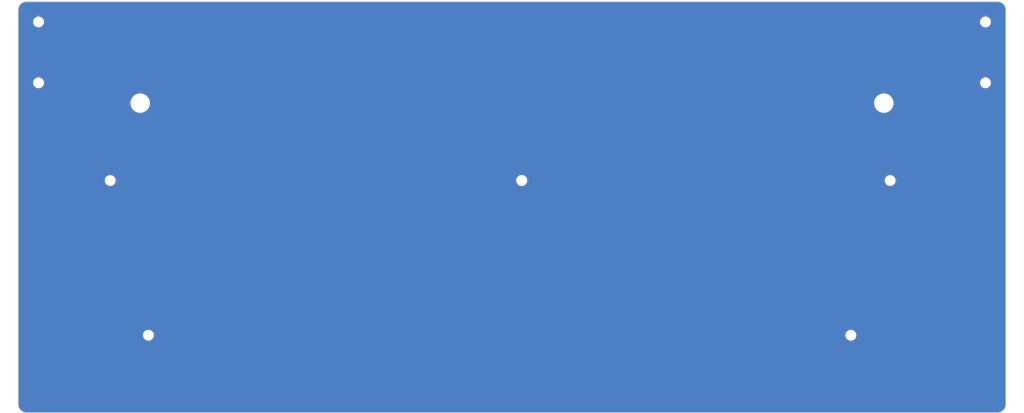
<source format=kicad_pcb>
(kicad_pcb (version 20240108) (generator "pcbnew") (generator_version "8.0")
  (layers (0 "F.Cu" signal) (31 "B.Cu" signal) (34 "B.Paste" user) (35 "F.Paste" user) (36 "B.SilkS" user "B.Silkscreen") (37 "F.SilkS" user "F.Silkscreen") (38 "B.Mask" user) (39 "F.Mask" user) (44 "Edge.Cuts" user))
  (net 0 "")
  (footprint "MountingHole:MountingHole_2.2mm_M2" (layer "F.Cu") (at 34.36875 33.975 180)
    (property "Reference" "REF**" (hide yes))
    (property "Value" "MountingHole_2.2mm_M2")
    (pad "" np_thru_hole circle (at 0 0 180) (size 2.2 2.2) (drill 2.2) (layers "*.Cu" "*.Mask"))
  )
  (footprint "MountingHole:MountingHole_2.2mm_M2" (layer "F.Cu") (at 243.81225 73.025 180)
    (property "Reference" "REF**" (hide yes))
    (property "Value" "MountingHole_2.2mm_M2")
    (pad "" np_thru_hole circle (at 0 0 180) (size 2.2 2.2) (drill 2.2) (layers "*.Cu" "*.Mask"))
  )
  (footprint "MountingHole:MountingHole_2.2mm_M2" (layer "F.Cu") (at 51.99025 73.025 180)
    (property "Reference" "REF**" (hide yes))
    (property "Value" "MountingHole_2.2mm_M2")
    (pad "" np_thru_hole circle (at 0 0 180) (size 2.2 2.2) (drill 2.2) (layers "*.Cu" "*.Mask"))
  )
  (footprint "MountingHole:MountingHole_2.2mm_M2" (layer "F.Cu") (at 267.25625 48.975 180)
    (property "Reference" "REF**" (hide yes))
    (property "Value" "MountingHole_2.2mm_M2")
    (pad "" np_thru_hole circle (at 0 0 180) (size 2.2 2.2) (drill 2.2) (layers "*.Cu" "*.Mask"))
  )
  (footprint "MountingHole:MountingHole_2.2mm_M2" (layer "F.Cu") (at 267.25625 33.975 180)
    (property "Reference" "REF**" (hide yes))
    (property "Value" "MountingHole_2.2mm_M2")
    (pad "" np_thru_hole circle (at 0 0 180) (size 2.2 2.2) (drill 2.2) (layers "*.Cu" "*.Mask"))
  )
  (footprint "MountingHole:MountingHole_2.2mm_M2" (layer "F.Cu") (at 234.15625 111.125 180)
    (property "Reference" "REF**" (hide yes))
    (property "Value" "MountingHole_2.2mm_M2")
    (pad "" np_thru_hole circle (at 0 0 180) (size 2.2 2.2) (drill 2.2) (layers "*.Cu" "*.Mask"))
  )
  (footprint "MountingHole:MountingHole_2.2mm_M2" (layer "F.Cu") (at 61.38425 111.125 180)
    (property "Reference" "REF**" (hide yes))
    (property "Value" "MountingHole_2.2mm_M2")
    (pad "" np_thru_hole circle (at 0 0 180) (size 2.2 2.2) (drill 2.2) (layers "*.Cu" "*.Mask"))
  )
  (footprint "MountingHole:MountingHole_2.2mm_M2" (layer "F.Cu") (at 153.19375 73.025 180)
    (property "Reference" "REF**" (hide yes))
    (property "Value" "MountingHole_2.2mm_M2")
    (pad "" np_thru_hole circle (at 0 0 180) (size 2.2 2.2) (drill 2.2) (layers "*.Cu" "*.Mask"))
  )
  (footprint "MountingHole:MountingHole_2.2mm_M2" (layer "F.Cu") (at 34.36875 48.975 180)
    (property "Reference" "REF**" (hide yes))
    (property "Value" "MountingHole_2.2mm_M2")
    (pad "" np_thru_hole circle (at 0 0 180) (size 2.2 2.2) (drill 2.2) (layers "*.Cu" "*.Mask"))
  )
  (footprint "MountingHole:MountingHole_4.3mm_M4" (layer "F.Cu") (at 242.25625 53.975)
    (property "Reference" "REF**" (hide yes))
    (property "Value" "MountingHole_4.3mm_M4")
    (pad "" np_thru_hole circle (at 0 0) (size 4.3 4.3) (drill 4.3) (layers "*.Cu" "*.Mask"))
  )
  (footprint "ElsassKabel:ElsassKabel_Logo" (layer "F.Cu") (at 247.65 121.44375)
    (property "Reference" "REF**" (hide yes))
    (property "Value" "ElsassKabel_Logo" (hide yes))
    (fp_line (start -1.27 -3.81) (end 16.51 -3.81) (stroke (width 0.5)) (layer "F.Cu"))
    (fp_line (start 16.51 3.81) (end -1.27 3.81) (stroke (width 0.5)) (layer "F.Cu"))
    (fp_arc (start -1.27 3.81) (mid -5.08 0) (end -1.27 -3.81) (stroke (width 0.5)) (layer "F.Cu"))
    (fp_arc (start 16.51 -3.81) (mid 20.32 0) (end 16.51 3.81) (stroke (width 0.5)) (layer "F.Cu"))
    (fp_poly (pts (xy -0.005047 -1.768801) (xy 0.067811 -1.762433) (xy 0.134257 -1.752238) (xy 0.193261 -1.738556) (xy 0.243793 -1.72173) (xy 0.284824 -1.702102) (xy 0.315323 -1.680011) (xy 0.334263 -1.655801) (xy 0.340615 -1.630381) (xy 0.337934 -1.613795) (xy 0.32819 -1.59822) (xy 0.312717 -1.582765) (xy 0.28853 -1.563722) (xy 0.260554 -1.54767) (xy 0.226406 -1.53365) (xy 0.183705 -1.520707) (xy 0.130068 -1.507885) (xy 0.121826 -1.506103) (xy 0.102419 -1.503285) (xy 0.072546 -1.500567) (xy 0.034989 -1.498051) (xy -0.00747 -1.495839) (xy -0.05205 -1.494034) (xy -0.095968 -1.492739) (xy -0.136442 -1.492057) (xy -0.17069 -1.492089) (xy -0.195931 -1.492938) (xy -0.206357 -1.494006) (xy -0.221747 -1.496529) (xy -0.245429 -1.50032) (xy -0.27131 -1.504405) (xy -0.341667 -1.518348) (xy -0.399732 -1.536327) (xy -0.446375 -1.558669) (xy -0.479294 -1.582765) (xy -0.496925 -1.600848) (xy -0.505355 -1.616291) (xy -0.507191 -1.630381) (xy -0.500564 -1.656335) (xy -0.481369 -1.680504) (xy -0.450634 -1.702545) (xy -0.409391 -1.722118) (xy -0.358668 -1.738881) (xy -0.299496 -1.752492) (xy -0.232903 -1.762609) (xy -0.15992 -1.768892) (xy -0.083288 -1.770999)) (fill solid) (layer "F.Cu"))
    (fp_poly (pts (xy -0.287848 -2.453437) (xy -0.211554 -2.440555) (xy -0.135405 -2.419441) (xy -0.076261 -2.396803) (xy -0.021545 -2.373091) (xy 0.021083 -2.392214) (xy 0.05033 -2.404076) (xy 0.08152 -2.414817) (xy 0.101315 -2.420423) (xy 0.135211 -2.425939) (xy 0.177185 -2.428878) (xy 0.222125 -2.429231) (xy 0.264922 -2.426987) (xy 0.300463 -2.422136) (xy 0.306429 -2.420809) (xy 0.356276 -2.404552) (xy 0.406849 -2.380816) (xy 0.452849 -2.352356) (xy 0.480107 -2.330537) (xy 0.518182 -2.295739) (xy 0.564432 -2.308299) (xy 0.591557 -2.314319) (xy 0.62208 -2.318137) (xy 0.659501 -2.320062) (xy 0.702983 -2.320422) (xy 0.741438 -2.320027) (xy 0.769912 -2.318907) (xy 0.792097 -2.316519) (xy 0.811686 -2.312325) (xy 0.832369 -2.305782) (xy 0.85185 -2.298621) (xy 0.88581 -2.284025) (xy 0.922226 -2.265611) (xy 0.953661 -2.247162) (xy 0.955869 -2.24571) (xy 0.986754 -2.222502) (xy 1.019453 -2.193507) (xy 1.050489 -2.162194) (xy 1.076384 -2.132029) (xy 1.091324 -2.110618) (xy 1.102486 -2.091815) (xy 1.189164 -2.091815) (xy 1.28301 -2.08656) (xy 1.370716 -2.070362) (xy 1.454206 -2.042572) (xy 1.535401 -2.002543) (xy 1.616226 -1.949625) (xy 1.6208 -1.946253) (xy 1.689306 -1.889998) (xy 1.752339 -1.82648) (xy 1.811063 -1.754223) (xy 1.866636 -1.671751) (xy 1.920219 -1.577589) (xy 1.938164 -1.542703) (xy 1.974181 -1.468732) (xy 2.009817 -1.390843) (xy 2.045365 -1.308204) (xy 2.081117 -1.219984) (xy 2.117365 -1.125351) (xy 2.154402 -1.023475) (xy 2.192522 -0.913522) (xy 2.232015 -0.794664) (xy 2.273175 -0.666067) (xy 2.316295 -0.5269) (xy 2.361666 -0.376333) (xy 2.409581 -0.213533) (xy 2.427015 -0.153484) (xy 2.442884 -0.098759) (xy 2.45758 -0.048307) (xy 2.470666 -0.003604) (xy 2.481709 0.033872) (xy 2.490272 0.062646) (xy 2.495921 0.081241) (xy 2.498221 0.088179) (xy 2.498224 0.088182) (xy 2.505428 0.088267) (xy 2.521559 0.08583) (xy 2.532373 0.083683) (xy 2.573805 0.081236) (xy 2.613423 0.090678) (xy 2.648355 0.110706) (xy 2.675731 0.140019) (xy 2.682854 0.151957) (xy 2.686294 0.161935) (xy 2.692671 0.183895) (xy 2.701643 0.216542) (xy 2.712871 0.258581) (xy 2.726014 0.30872) (xy 2.74073 0.365662) (xy 2.756679 0.428113) (xy 2.773521 0.494781) (xy 2.781847 0.528) (xy 2.802287 0.610075) (xy 2.819487 0.679902) (xy 2.833664 0.738465) (xy 2.845036 0.786744) (xy 2.853821 0.825723) (xy 2.860235 0.856384) (xy 2.864496 0.87971) (xy 2.866821 0.896682) (xy 2.867428 0.908283) (xy 2.867053 0.913111) (xy 2.855497 0.950705) (xy 2.834505 0.984567) (xy 2.806918 1.01039) (xy 2.800097 1.01465) (xy 2.791395 1.019254) (xy 2.771069 1.029799) (xy 2.739669 1.046002) (xy 2.697746 1.06758) (xy 2.645852 1.094251) (xy 2.584538 1.125732) (xy 2.514355 1.161741) (xy 2.435854 1.201996) (xy 2.349587 1.246213) (xy 2.256105 1.294111) (xy 2.155959 1.345406) (xy 2.049701 1.399817) (xy 1.93788 1.457061) (xy 1.82105 1.516855) (xy 1.699761 1.578917) (xy 1.574563 1.642964) (xy 1.44601 1.708714) (xy 1.365682 1.749791) (xy 1.200783 1.834083) (xy 1.047702 1.912276) (xy 0.906104 1.984538) (xy 0.775654 2.051039) (xy 0.656017 2.111947) (xy 0.546857 2.16743) (xy 0.44784 2.217657) (xy 0.358631 2.262797) (xy 0.278893 2.303018) (xy 0.208293 2.338489) (xy 0.146494 2.369378) (xy 0.093162 2.395854) (xy 0.047962 2.418085) (xy 0.010558 2.436241) (xy -0.019385 2.450489) (xy -0.042201 2.460998) (xy -0.058227 2.467938) (xy -0.067796 2.471475) (xy -0.070119 2.472006) (xy -0.096898 2.472099) (xy -0.121897 2.467418) (xy -0.124311 2.466577) (xy -0.131818 2.462948) (xy -0.150843 2.453428) (xy -0.180727 2.438351) (xy -0.220815 2.418054) (xy -0.270449 2.392871) (xy -0.328972 2.363139) (xy -0.395727 2.329192) (xy -0.470058 2.291366) (xy -0.551306 2.249997) (xy -0.638816 2.20542) (xy -0.731929 2.157969) (xy -0.82999 2.107982) (xy -0.932341 2.055792) (xy -1.038325 2.001736) (xy -1.147285 1.946148) (xy -1.258564 1.889365) (xy -1.371505 1.831721) (xy -1.485451 1.773553) (xy -1.599744 1.715195) (xy -1.713729 1.656983) (xy -1.826748 1.599252) (xy -1.938144 1.542338) (xy -2.047259 1.486576) (xy -2.153438 1.432301) (xy -2.256022 1.37985) (xy -2.354355 1.329557) (xy -2.44778 1.281757) (xy -2.53564 1.236787) (xy -2.617277 1.194981) (xy -2.692035 1.156675) (xy -2.759257 1.122204) (xy -2.818286 1.091905) (xy -2.868465 1.066111) (xy -2.909136 1.045159) (xy -2.939643 1.029384) (xy -2.943956 1.027145) (xy -2.973976 1.009674) (xy -2.994847 0.992373) (xy -3.010333 0.972368) (xy -3.017683 0.960622) (xy -3.023702 0.949738) (xy -3.02823 0.938575) (xy -3.031107 0.92599) (xy -3.032175 0.910842) (xy -3.031274 0.89199) (xy -3.028246 0.868293) (xy -3.022931 0.838608) (xy -3.020234 0.825816) (xy -2.74021 0.825816) (xy -2.73359 0.829502) (xy -2.715474 0.839036) (xy -2.686536 0.854075) (xy -2.647453 0.874272) (xy -2.598901 0.899284) (xy -2.541555 0.928765) (xy -2.476091 0.962371) (xy -2.403185 0.999757) (xy -2.323512 1.040578) (xy -2.237749 1.08449) (xy -2.14657 1.131147) (xy -2.050653 1.180204) (xy -1.950672 1.231318) (xy -1.847303 1.284142) (xy -1.741222 1.338333) (xy -1.633105 1.393545) (xy -1.523627 1.449434) (xy -1.413464 1.505654) (xy -1.303293 1.561862) (xy -1.193788 1.617712) (xy -1.085625 1.672859) (xy -0.979481 1.726959) (xy -0.876031 1.779667) (xy -0.77595 1.830638) (xy -0.679915 1.879527) (xy -0.5886 1.92599) (xy -0.502683 1.969681) (xy -0.422839 2.010256) (xy -0.349742 2.04737) (xy -0.28407 2.080678) (xy -0.226498 2.109835) (xy -0.177701 2.134497) (xy -0.138356 2.154319) (xy -0.109138 2.168956) (xy -0.090722 2.178063) (xy -0.083786 2.181295) (xy -0.083763 2.181297) (xy -0.07683 2.178236) (xy -0.058284 2.169221) (xy -0.028685 2.154536) (xy 0.011412 2.134463) (xy 0.061448 2.109285) (xy 0.120867 2.079286) (xy 0.18911 2.044749) (xy 0.26562 2.005956) (xy 0.34984 1.963191) (xy 0.441213 1.916737) (xy 0.53918 1.866877) (xy 0.643186 1.813894) (xy 0.752671 1.758071) (xy 0.867079 1.699691) (xy 0.985853 1.639037) (xy 1.108435 1.576392) (xy 1.234267 1.51204) (xy 1.251274 1.503338) (xy 1.407693 1.423283) (xy 1.552302 1.349221) (xy 1.685482 1.280954) (xy 1.807614 1.218282) (xy 1.91908 1.161007) (xy 2.020262 1.10893) (xy 2.111541 1.061853) (xy 2.193298 1.019576) (xy 2.265915 0.981901) (xy 2.329773 0.948628) (xy 2.385255 0.91956) (xy 2.432741 0.894497) (xy 2.472613 0.873241) (xy 2.505252 0.855593) (xy 2.53104 0.841354) (xy 2.550359 0.830325) (xy 2.56359 0.822307) (xy 2.571114 0.817102) (xy 2.573313 0.814512) (xy 2.573309 0.814496) (xy 2.570882 0.805312) (xy 2.565597 0.784621) (xy 2.557898 0.754186) (xy 2.54823 0.71577) (xy 2.537037 0.671136) (xy 2.524764 0.622046) (xy 2.521504 0.608986) (xy 2.509112 0.559543) (xy 2.497729 0.514565) (xy 2.487787 0.47572) (xy 2.479715 0.444673) (xy 2.473945 0.423092) (xy 2.470907 0.412642) (xy 2.470601 0.411935) (xy 2.464312 0.414635) (xy 2.446294 0.423013) (xy 2.417128 0.436789) (xy 2.377394 0.455685) (xy 2.327673 0.479422) (xy 2.268545 0.507721) (xy 2.20059 0.540303) (xy 2.124388 0.576889) (xy 2.040521 0.6172) (xy 1.949568 0.660958) (xy 1.85211 0.707884) (xy 1.748726 0.757698) (xy 1.639998 0.810122) (xy 1.526506 0.864877) (xy 1.40883 0.921684) (xy 1.28755 0.980264) (xy 1.221554 1.012155) (xy 1.098179 1.071751) (xy 0.977862 1.129812) (xy 0.861199 1.186051) (xy 0.748788 1.240182) (xy 0.641225 1.291921) (xy 0.539107 1.340981) (xy 0.44303 1.387077) (xy 0.353593 1.429924) (xy 0.271391 1.469236) (xy 0.197021 1.504726) (xy 0.131081 1.536111) (xy 0.074167 1.563104) (xy 0.026876 1.585419) (xy -0.010195 1.602772) (xy -0.036449 1.614875) (xy -0.051289 1.621445) (xy -0.054231 1.622562) (xy -0.082534 1.627006) (xy -0.110539 1.623042) (xy -0.112346 1.622562) (xy -0.121307 1.618842) (xy -0.141976 1.609446) (xy -0.173759 1.594661) (xy -0.216058 1.57477) (xy -0.268275 1.550061) (xy -0.329815 1.520818) (xy -0.400079 1.487327) (xy -0.478473 1.449874) (xy -0.564398 1.408744) (xy -0.657257 1.364223) (xy -0.756454 1.316597) (xy -0.861393 1.266151) (xy -0.971475 1.21317) (xy -1.086104 1.15794) (xy -1.204684 1.100747) (xy -1.326618 1.041876) (xy -1.388131 1.012155) (xy -1.511096 0.952743) (xy -1.630768 0.894955) (xy -1.746565 0.83907) (xy -1.857908 0.785368) (xy -1.964216 0.734126) (xy -2.064908 0.685624) (xy -2.159405 0.640141) (xy -2.247126 0.597956) (xy -2.327491 0.559347) (xy -2.399919 0.524594) (xy -2.46383 0.493975) (xy -2.518644 0.467769) (xy -2.56378 0.446255) (xy -2.598658 0.429712) (xy -2.622698 0.418419) (xy -2.635318 0.412655) (xy -2.63718 0.411937) (xy -2.639488 0.419003) (xy -2.64451 0.43732) (xy -2.65176 0.464938) (xy -2.660752 0.499907) (xy -2.671 0.540274) (xy -2.68202 0.584091) (xy -2.693325 0.629407) (xy -2.70443 0.67427) (xy -2.71485 0.71673) (xy -2.724098 0.754837) (xy -2.731689 0.786639) (xy -2.737139 0.810187) (xy -2.73996 0.823529) (xy -2.74021 0.825816) (xy -3.020234 0.825816) (xy -3.01517 0.801794) (xy -3.004804 0.75671) (xy -2.991674 0.702214) (xy -2.975621 0.637164) (xy -2.956485 0.56042) (xy -2.948383 0.528) (xy -2.931241 0.459764) (xy -2.914827 0.39512) (xy -2.899481 0.335363) (xy -2.885544 0.281787) (xy -2.873356 0.235687) (xy -2.865011 0.204833) (xy -2.414625 0.204833) (xy -2.409894 0.209294) (xy -2.395545 0.218132) (xy -2.371265 0.231507) (xy -2.33674 0.249578) (xy -2.291655 0.272501) (xy -2.235697 0.300436) (xy -2.168549 0.333541) (xy -2.089899 0.371975) (xy -1.999433 0.415896) (xy -1.914557 0.456914) (xy -1.837233 0.494171) (xy -1.7635 0.529603) (xy -1.69428 0.562774) (xy -1.630494 0.593246) (xy -1.573061 0.620583) (xy -1.522903 0.644349) (xy -1.480941 0.664105) (xy -1.448094 0.679417) (xy -1.425284 0.689845) (xy -1.413431 0.694955) (xy -1.411909 0.695397) (xy -1.411449 0.687858) (xy -1.412505 0.669975) (xy -1.414854 0.644963) (xy -1.416305 0.63197) (xy -1.423091 0.566414) (xy -1.429475 0.490057) (xy -1.435281 0.405767) (xy -1.440332 0.316414) (xy -1.444454 0.224868) (xy -1.447469 0.133999) (xy -1.447914 0.116583) (xy -1.449114 -0.054165) (xy -1.444396 -0.218647) (xy -1.433888 -0.376099) (xy -1.417717 -0.525757) (xy -1.396011 -0.666857) (xy -1.368899 -0.798633) (xy -1.336507 -0.920323) (xy -1.298964 -1.031161) (xy -1.256397 -1.130384) (xy -1.231262 -1.179056) (xy -1.182707 -1.25613) (xy -1.129092 -1.320722) (xy -1.070525 -1.372741) (xy -1.007119 -1.412095) (xy -0.938984 -1.438691) (xy -0.911322 -1.44555) (xy -0.850932 -1.454769) (xy -0.800192 -1.454812) (xy -0.75849 -1.445537) (xy -0.725212 -1.426803) (xy -0.699746 -1.39847) (xy -0.69858 -1.396663) (xy -0.67956 -1.356427) (xy -0.674172 -1.316882) (xy -0.682419 -1.277569) (xy -0.70035 -1.243702) (xy -0.718376 -1.222624) (xy -0.741638 -1.20692) (xy -0.77286 -1.195253) (xy -0.814764 -1.186284) (xy -0.818519 -1.185666) (xy -0.86107 -1.176743) (xy -0.893845 -1.164369) (xy -0.92067 -1.146478) (xy -0.945373 -1.121004) (xy -0.950863 -1.114229) (xy -0.986091 -1.06196) (xy -1.019363 -0.997211) (xy -1.050338 -0.921079) (xy -1.078678 -0.834663) (xy -1.104044 -0.739058) (xy -1.126095 -0.635365) (xy -1.144493 -0.524679) (xy -1.153088 -0.459929) (xy -1.160979 -0.389226) (xy -1.167127 -0.32065) (xy -1.171637 -0.251606) (xy -1.174614 -0.179502) (xy -1.176164 -0.101744) (xy -1.17639 -0.015738) (xy -1.175398 0.08111) (xy -1.175277 0.088865) (xy -1.173497 0.180148) (xy -1.171073 0.2629) (xy -1.1678 0.34006) (xy -1.163468 0.414567) (xy -1.157872 0.489363) (xy -1.150802 0.567386) (xy -1.142052 0.651577) (xy -1.131413 0.744875) (xy -1.125412 0.795108) (xy -1.121436 0.817709) (xy -1.116147 0.834925) (xy -1.112225 0.841365) (xy -1.104575 0.845634) (xy -1.085849 0.855205) (xy -1.057227 0.869508) (xy -1.01989 0.887972) (xy -0.975016 0.910025) (xy -0.923786 0.935097) (xy -0.86738 0.962617) (xy -0.806978 0.992014) (xy -0.743759 1.022717) (xy -0.678904 1.054154) (xy -0.613592 1.085755) (xy -0.549003 1.116949) (xy -0.486317 1.147165) (xy -0.426715 1.175832) (xy -0.371374 1.202378) (xy -0.321477 1.226234) (xy -0.278202 1.246827) (xy -0.24273 1.263588) (xy -0.21624 1.275944) (xy -0.199912 1.283325) (xy -0.194959 1.285264) (xy -0.189167 1.279462) (xy -0.182935 1.264071) (xy -0.179522 1.250965) (xy -0.156772 1.139859) (xy -0.134837 1.022887) (xy -0.113811 0.901085) (xy -0.093787 0.775484) (xy -0.074862 0.647119) (xy -0.057128 0.517023) (xy -0.040681 0.386229) (xy -0.025614 0.255772) (xy -0.012022 0.126684) (xy 0 0) (xy 0.010358 -0.123248) (xy 0.018958 -0.242026) (xy 0.025705 -0.3553) (xy 0.030505 -0.462037) (xy 0.033263 -0.561203) (xy 0.033886 -0.651765) (xy 0.032278 -0.732689) (xy 0.028346 -0.802941) (xy 0.021994 -0.861489) (xy 0.016351 -0.893595) (xy 0.005619 -0.938167) (xy -0.006177 -0.971873) (xy -0.021004 -0.997489) (xy -0.040832 -1.017794) (xy -0.067628 -1.035564) (xy -0.093817 -1.049062) (xy -0.133091 -1.072216) (xy -0.160274 -1.098883) (xy -0.176856 -1.130981) (xy -0.18383 -1.164926) (xy -0.181807 -1.205469) (xy -0.168358 -1.241703) (xy -0.145468 -1.271996) (xy -0.115121 -1.294716) (xy -0.0793 -1.308231) (xy -0.03999 -1.310912) (xy -0.012527 -1.305786) (xy 0.048208 -1.281774) (xy 0.10585 -1.247326) (xy 0.157371 -1.204723) (xy 0.199745 -1.156245) (xy 0.213766 -1.13521) (xy 0.234533 -1.094691) (xy 0.254368 -1.044133) (xy 0.272056 -0.987165) (xy 0.286385 -0.927421) (xy 0.290603 -0.905278) (xy 0.294908 -0.871819) (xy 0.298321 -0.826624) (xy 0.300842 -0.771599) (xy 0.30247 -0.708654) (xy 0.303206 -0.639697) (xy 0.303049 -0.566634) (xy 0.301999 -0.491376) (xy 0.300057 -0.415829) (xy 0.297223 -0.341902) (xy 0.293496 -0.271502) (xy 0.290606 -0.228693) (xy 0.271602 0.00266) (xy 0.249193 0.230974) (xy 0.223626 0.454278) (xy 0.195149 0.670601) (xy 0.16401 0.877973) (xy 0.130455 1.074421) (xy 0.119447 1.133609) (xy 0.112366 1.171711) (xy 0.106531 1.204688) (xy 0.102297 1.230397) (xy 0.100019 1.246694) (xy 0.099905 1.251549) (xy 0.106239 1.248657) (xy 0.123844 1.240317) (xy 0.151676 1.227029) (xy 0.188696 1.209297) (xy 0.233862 1.187623) (xy 0.286132 1.162509) (xy 0.344465 1.134456) (xy 0.407819 1.103968) (xy 0.475153 1.071547) (xy 0.545426 1.037694) (xy 0.617595 1.002911) (xy 0.690621 0.967702) (xy 0.76346 0.932568) (xy 0.835073 0.898012) (xy 0.904416 0.864535) (xy 0.97045 0.832639) (xy 1.032132 0.802828) (xy 1.088422 0.775603) (xy 1.138277 0.751466) (xy 1.180656 0.73092) (xy 1.214518 0.714467) (xy 1.238821 0.702608) (xy 1.252524 0.695847) (xy 1.255247 0.694429) (xy 1.25705 0.686373) (xy 1.258915 0.666179) (xy 1.260797 0.635386) (xy 1.262648 0.595529) (xy 1.264421 0.548147) (xy 1.26607 0.494774) (xy 1.267547 0.436949) (xy 1.268806 0.376209) (xy 1.269799 0.31409) (xy 1.270479 0.252129) (xy 1.2708 0.191863) (xy 1.270812 0.184954) (xy 1.269322 0.015275) (xy 1.264309 -0.141897) (xy 1.255658 -0.287295) (xy 1.243256 -0.421654) (xy 1.226986 -0.545709) (xy 1.206736 -0.660194) (xy 1.182391 -0.765843) (xy 1.153835 -0.863392) (xy 1.120956 -0.953575) (xy 1.083638 -1.037125) (xy 1.079042 -1.046372) (xy 1.052611 -1.097058) (xy 1.029094 -1.137498) (xy 1.006716 -1.170289) (xy 0.983702 -1.198028) (xy 0.958276 -1.223314) (xy 0.957941 -1.22362) (xy 0.920936 -1.25425) (xy 0.885114 -1.276141) (xy 0.847039 -1.290523) (xy 0.803272 -1.298627) (xy 0.750375 -1.301683) (xy 0.739478 -1.301792) (xy 0.705868 -1.302119) (xy 0.682602 -1.303191) (xy 0.666351 -1.305666) (xy 0.653786 -1.310203) (xy 0.641577 -1.317461) (xy 0.634111 -1.322636) (xy 0.602864 -1.352112) (xy 0.58307 -1.386879) (xy 0.574913 -1.424642) (xy 0.578578 -1.463106) (xy 0.594249 -1.499974) (xy 0.617581 -1.528763) (xy 0.640084 -1.546876) (xy 0.665537 -1.559501) (xy 0.696718 -1.567406) (xy 0.736401 -1.571359) (xy 0.774663 -1.572192) (xy 0.858783 -1.565598) (xy 0.939224 -1.545863) (xy 1.015827 -1.513061) (xy 1.08843 -1.467268) (xy 1.156872 -1.408556) (xy 1.178411 -1.386473) (xy 1.231239 -1.322131) (xy 1.281232 -1.245545) (xy 1.327879 -1.157948) (xy 1.37067 -1.060569) (xy 1.409096 -0.954641) (xy 1.442648 -0.841395) (xy 1.470814 -0.722062) (xy 1.485504 -0.644667) (xy 1.497629 -0.570372) (xy 1.507974 -0.497781) (xy 1.516651 -0.425133) (xy 1.523776 -0.350665) (xy 1.529465 -0.272616) (xy 1.533832 -0.189225) (xy 1.536991 -0.09873) (xy 1.539058 0.000631) (xy 1.540147 0.110619) (xy 1.540391 0.196996) (xy 1.540458 0.276665) (xy 1.540613 0.343701) (xy 1.540884 0.399147) (xy 1.541303 0.444043) (xy 1.5419 0.479431) (xy 1.542707 0.506353) (xy 1.543753 0.52585) (xy 1.54507 0.538964) (xy 1.546688 0.546737) (xy 1.548637 0.550209) (xy 1.55079 0.550487) (xy 1.564578 0.544642) (xy 1.588415 0.533752) (xy 1.620966 0.518471) (xy 1.660897 0.499455) (xy 1.706874 0.47736) (xy 1.757563 0.45284) (xy 1.81163 0.42655) (xy 1.867739 0.399146) (xy 1.924558 0.371284) (xy 1.980752 0.343618) (xy 2.034987 0.316803) (xy 2.085929 0.291495) (xy 2.132243 0.268349) (xy 2.172596 0.24802) (xy 2.205653 0.231164) (xy 2.23008 0.218436) (xy 2.244543 0.21049) (xy 2.24805 0.20805) (xy 2.246149 0.197886) (xy 2.240558 0.175868) (xy 2.23164 0.143205) (xy 2.219756 0.101104) (xy 2.20527 0.050772) (xy 2.188542 -0.006584) (xy 2.169936 -0.069757) (xy 2.149814 -0.137538) (xy 2.128537 -0.208721) (xy 2.106468 -0.282098) (xy 2.083969 -0.356463) (xy 2.061402 -0.430607) (xy 2.039129 -0.503324) (xy 2.017513 -0.573406) (xy 1.996916 -0.639645) (xy 1.9777 -0.700836) (xy 1.960227 -0.755769) (xy 1.944859 -0.803238) (xy 1.942689 -0.80985) (xy 1.908712 -0.909458) (xy 1.872538 -1.008718) (xy 1.83486 -1.106044) (xy 1.796371 -1.199849) (xy 1.757766 -1.288547) (xy 1.719736 -1.370551) (xy 1.682975 -1.444273) (xy 1.648177 -1.508127) (xy 1.616035 -1.560526) (xy 1.612313 -1.566082) (xy 1.564047 -1.628555) (xy 1.508116 -1.685936) (xy 1.447505 -1.735525) (xy 1.385201 -1.774627) (xy 1.376442 -1.779146) (xy 1.30733 -1.806359) (xy 1.235277 -1.820498) (xy 1.161364 -1.821561) (xy 1.086672 -1.809542) (xy 1.01228 -1.784439) (xy 1.003088 -1.780395) (xy 0.958088 -1.762331) (xy 0.921018 -1.752805) (xy 0.889471 -1.751403) (xy 0.864293 -1.756585) (xy 0.827308 -1.775175) (xy 0.799429 -1.802109) (xy 0.781177 -1.83509) (xy 0.773072 -1.871818) (xy 0.775635 -1.909995) (xy 0.789386 -1.947324) (xy 0.813645 -1.980278) (xy 0.834731 -2.002065) (xy 0.802189 -2.022703) (xy 0.765542 -2.042) (xy 0.728796 -2.052595) (xy 0.690185 -2.054293) (xy 0.647944 -2.046898) (xy 0.600307 -2.030215) (xy 0.545508 -2.004049) (xy 0.522859 -1.991812) (xy 0.496734 -1.980303) (xy 0.468424 -1.972142) (xy 0.456645 -1.970273) (xy 0.418395 -1.973056) (xy 0.382636 -1.987463) (xy 0.351985 -2.01144) (xy 0.329061 -2.042937) (xy 0.316482 -2.079902) (xy 0.316448 -2.080106) (xy 0.310185 -2.107905) (xy 0.300698 -2.126216) (xy 0.285079 -2.139224) (xy 0.269982 -2.146944) (xy 0.233052 -2.157386) (xy 0.192257 -2.15861) (xy 0.151529 -2.15135) (xy 0.114803 -2.136339) (xy 0.086011 -2.11431) (xy 0.084222 -2.112327) (xy 0.066159 -2.097446) (xy 0.040534 -2.082968) (xy 0.01276 -2.071401) (xy -0.011755 -2.065248) (xy -0.018335 -2.064834) (xy -0.053093 -2.070679) (xy -0.090817 -2.087862) (xy -0.124912 -2.110799) (xy -0.168788 -2.139849) (xy -0.213784 -2.160423) (xy -0.265357 -2.174891) (xy -0.278786 -2.177616) (xy -0.309735 -2.182419) (xy -0.342361 -2.185644) (xy -0.373595 -2.187213) (xy -0.400365 -2.187049) (xy -0.419602 -2.185072) (xy -0.428115 -2.181425) (xy -0.428055 -2.171818) (xy -0.423325 -2.15521) (xy -0.420919 -2.149053) (xy -0.412216 -2.111887) (xy -0.415545 -2.074706) (xy -0.429472 -2.039863) (xy -0.452562 -2.009709) (xy -0.483378 -1.986595) (xy -0.520487 -1.972873) (xy -0.52938 -1.971344) (xy -0.561409 -1.970666) (xy -0.591426 -1.978725) (xy -0.622237 -1.996695) (xy -0.65419 -2.023444) (xy -0.682162 -2.047569) (xy -0.707559 -2.064036) (xy -0.734162 -2.074162) (xy -0.765754 -2.079263) (xy -0.806117 -2.080657) (xy -0.818282 -2.080578) (xy -0.862912 -2.078632) (xy -0.901462 -2.073269) (xy -0.941328 -2.063408) (xy -0.946871 -2.061775) (xy -0.976773 -2.052029) (xy -1.006901 -2.040836) (xy -1.034488 -2.029396) (xy -1.056768 -2.018909) (xy -1.070976 -2.010573) (xy -1.074675 -2.006351) (xy -1.069121 -2.001756) (xy -1.054851 -1.993358) (xy -1.042198 -1.986685) (xy -0.988124 -1.954849) (xy -0.946372 -1.920653) (xy -0.917228 -1.884523) (xy -0.900981 -1.846886) (xy -0.897917 -1.808169) (xy -0.903676 -1.780936) (xy -0.917059 -1.753855) (xy -0.937486 -1.727133) (xy -0.960658 -1.705951) (xy -0.971423 -1.699307) (xy -1.004027 -1.687257) (xy -1.036529 -1.684907) (xy -1.071196 -1.692633) (xy -1.110294 -1.710812) (xy -1.136664 -1.726791) (xy -1.179421 -1.752478) (xy -1.217212 -1.769908) (xy -1.25475 -1.780487) (xy -1.296746 -1.785619) (xy -1.337905 -1.786746) (xy -1.379247 -1.785937) (xy -1.412083 -1.783043) (xy -1.4415 -1.777438) (xy -1.464055 -1.771176) (xy -1.533935 -1.745333) (xy -1.601421 -1.710963) (xy -1.668223 -1.666943) (xy -1.736049 -1.612153) (xy -1.803272 -1.548824) (xy -1.847205 -1.502662) (xy -1.887455 -1.455446) (xy -1.924557 -1.406025) (xy -1.959045 -1.353243) (xy -1.991455 -1.295947) (xy -2.022322 -1.232983) (xy -2.052181 -1.163197) (xy -2.081567 -1.085435) (xy -2.111016 -0.998544) (xy -2.141062 -0.901368) (xy -2.172241 -0.792756) (xy -2.198311 -0.697037) (xy -2.21008 -0.652296) (xy -2.223554 -0.599901) (xy -2.238415 -0.541174) (xy -2.254347 -0.477438) (xy -2.271031 -0.410014) (xy -2.288152 -0.340226) (xy -2.305392 -0.269394) (xy -2.322434 -0.198842) (xy -2.33896 -0.129891) (xy -2.354654 -0.063864) (xy -2.369198 -0.002082) (xy -2.382275 0.054131) (xy -2.393569 0.103454) (xy -2.402762 0.144565) (xy -2.409537 0.176141) (xy -2.413576 0.19686) (xy -2.414625 0.204833) (xy -2.865011 0.204833) (xy -2.863259 0.198356) (xy -2.855593 0.17109) (xy -2.850698 0.155182) (xy -2.849431 0.151957) (xy -2.825656 0.120354) (xy -2.793316 0.096943) (xy -2.755736 0.083273) (xy -2.716243 0.080891) (xy -2.701716 0.083203) (xy -2.683536 0.086632) (xy -2.671931 0.087589) (xy -2.670193 0.08714) (xy -2.668045 0.080091) (xy -2.663201 0.061374) (xy -2.656063 0.032639) (xy -2.647036 -0.004463) (xy -2.636523 -0.048283) (xy -2.624928 -0.09717) (xy -2.620377 -0.116503) (xy -2.582627 -0.275855) (xy -2.547203 -0.422501) (xy -2.51386 -0.557165) (xy -2.482354 -0.680569) (xy -2.452441 -0.793438) (xy -2.423877 -0.896497) (xy -2.396416 -0.990468) (xy -2.369815 -1.076075) (xy -2.34383 -1.154044) (xy -2.318216 -1.225096) (xy -2.292729 -1.289958) (xy -2.267124 -1.349351) (xy -2.241158 -1.404001) (xy -2.214585 -1.454631) (xy -2.187163 -1.501965) (xy -2.158646 -1.546727) (xy -2.12879 -1.589641) (xy -2.118506 -1.603649) (xy -2.092481 -1.636133) (xy -2.058763 -1.674494) (xy -2.02015 -1.715831) (xy -1.979438 -1.757244) (xy -1.939421 -1.795836) (xy -1.902897 -1.828706) (xy -1.895132 -1.835279) (xy -1.816405 -1.895218) (xy -1.733765 -1.947449) (xy -1.649584 -1.990743) (xy -1.566237 -2.02387) (xy -1.49096 -2.044602) (xy -1.472459 -2.049452) (xy -1.456443 -2.056661) (xy -1.439636 -2.068353) (xy -1.418763 -2.086653) (xy -1.402858 -2.101753) (xy -1.321522 -2.171636) (xy -1.234069 -2.230904) (xy -1.141828 -2.278994) (xy -1.046129 -2.315343) (xy -0.948301 -2.339388) (xy -0.849675 -2.350566) (xy -0.813789 -2.351329) (xy -0.779265 -2.35071) (xy -0.746776 -2.349271) (xy -0.720555 -2.347244) (xy -0.707561 -2.34548) (xy -0.6892 -2.342902) (xy -0.67666 -2.345561) (xy -0.663946 -2.355531) (xy -0.656345 -2.363186) (xy -0.613795 -2.397696) (xy -0.561501 -2.424545) (xy -0.501112 -2.44364) (xy -0.434274 -2.454883) (xy -0.362637 -2.458181)) (fill solid) (layer "F.Cu"))
    (fp_text user "EK 2022" (at 3.81 1.016 0) (layer "F.Cu") (effects (font (size 0.75 0.75)) (justify left)))
    (fp_text user "RetroVan rev1" (at 3.81 -1.016 0) (layer "F.Cu") (effects (font (size 1.25 1.25) (thickness 0.2)) (justify left)))
  )
  (footprint "LOGO" (layer "F.Cu") (at 148.43125 76.99375)
    (property "Reference" "G***" (hide yes))
    (property "Value" "LOGO" (hide yes))
    (fp_poly (pts (xy 22.098589 17.577834) (xy 22.162605 17.643782) (xy 22.193609 17.738782) (xy 22.196235 17.782094) (xy 22.190686 17.860366) (xy 22.169737 17.913732) (xy 22.140041 17.948932) (xy 22.122584 17.961041) (xy 22.089784 17.977007) (xy 22.039287 17.99759) (xy 21.968743 18.02355) (xy 21.875798 18.055647) (xy 21.7581 18.09464) (xy 21.613298 18.141288) (xy 21.439039 18.196351) (xy 21.232971 18.26059) (xy 20.992742 18.334762) (xy 20.716 18.419629) (xy 20.400392 18.515949) (xy 20.119856 18.601302) (xy 19.832075 18.688593) (xy 19.555956 18.772014) (xy 19.294611 18.850643) (xy 19.051146 18.92356) (xy 18.828673 18.989846) (xy 18.630299 19.04858) (xy 18.459135 19.098841) (xy 18.318289 19.139709) (xy 18.21087 19.170264) (xy 18.139987 19.189586) (xy 18.108751 19.196754) (xy 18.108086 19.196775) (xy 18.04568 19.186712) (xy 18.01535 19.176951) (xy 17.936681 19.123077) (xy 17.891913 19.039706) (xy 17.880483 18.949094) (xy 17.886361 18.870887) (xy 17.908411 18.817155) (xy 17.936678 18.784021) (xy 17.967987 18.767708) (xy 18.038724 18.739991) (xy 18.145146 18.702009) (xy 18.283511 18.654904) (xy 18.450077 18.599817) (xy 18.641103 18.53789) (xy 18.852845 18.470262) (xy 19.081562 18.398075) (xy 19.323511 18.32247) (xy 19.574951 18.244588) (xy 19.832139 18.165569) (xy 20.091333 18.086556) (xy 20.348791 18.008688) (xy 20.600771 17.933107) (xy 20.84353 17.860953) (xy 21.073327 17.793368) (xy 21.286419 17.731493) (xy 21.479065 17.676469) (xy 21.647521 17.629436) (xy 21.788047 17.591535) (xy 21.896899 17.563908) (xy 21.970336 17.547696) (xy 22.003965 17.543917)) (fill solid) (layer "F.Cu"))
    (fp_poly (pts (xy 34.527182 13.775986) (xy 34.559626 13.781874) (xy 34.585061 13.792856) (xy 34.606481 13.808254) (xy 34.626883 13.82739) (xy 34.636531 13.83704) (xy 34.681882 13.910881) (xy 34.69805 14.001558) (xy 34.684977 14.092572) (xy 34.642602 14.167423) (xy 34.63774 14.172421) (xy 34.618114 14.186001) (xy 34.581368 14.203875) (xy 34.524945 14.226894) (xy 34.446284 14.255906) (xy 34.342827 14.291762) (xy 34.212017 14.335311) (xy 34.051294 14.387404) (xy 33.858099 14.448891) (xy 33.629875 14.520621) (xy 33.364062 14.603444) (xy 33.058103 14.69821) (xy 33.012174 14.7124) (xy 32.755349 14.791505) (xy 32.51028 14.866557) (xy 32.28047 14.936512) (xy 32.069419 15.000324) (xy 31.880631 15.056946) (xy 31.717605 15.105334) (xy 31.583844 15.144442) (xy 31.48285 15.173223) (xy 31.418125 15.190632) (xy 31.393767 15.195713) (xy 31.33056 15.185719) (xy 31.299775 15.175889) (xy 31.221105 15.122015) (xy 31.176338 15.038644) (xy 31.164908 14.948033) (xy 31.170764 14.869907) (xy 31.192744 14.8163) (xy 31.221103 14.783126) (xy 31.240573 14.769581) (xy 31.276916 14.751817) (xy 31.3327 14.728979) (xy 31.410495 14.700214) (xy 31.512869 14.664668) (xy 31.642391 14.621488) (xy 31.801631 14.569819) (xy 31.993156 14.508808) (xy 32.219535 14.437601) (xy 32.483339 14.355344) (xy 32.787135 14.261184) (xy 32.850749 14.24152) (xy 33.158044 14.146583) (xy 33.425373 14.064205) (xy 33.655731 13.993708) (xy 33.852115 13.934412) (xy 34.01752 13.885639) (xy 34.154943 13.846711) (xy 34.26738 13.816948) (xy 34.357826 13.795673) (xy 34.429277 13.782207) (xy 34.484731 13.775871)) (fill solid) (layer "F.Cu"))
    (fp_poly (pts (xy 29.448772 15.442402) (xy 29.512788 15.508244) (xy 29.543846 15.60316) (xy 29.546501 15.646696) (xy 29.540961 15.72493) (xy 29.520043 15.77824) (xy 29.490306 15.813454) (xy 29.474275 15.824447) (xy 29.443788 15.839111) (xy 29.396695 15.858126) (xy 29.33085 15.882168) (xy 29.244104 15.911915) (xy 29.13431 15.948046) (xy 28.999318 15.991238) (xy 28.836982 16.042168) (xy 28.645152 16.101515) (xy 28.421682 16.169956) (xy 28.164423 16.248169) (xy 27.871227 16.336832) (xy 27.539945 16.436623) (xy 27.168431 16.548219) (xy 27.030966 16.589452) (xy 26.712149 16.684916) (xy 26.404893 16.776652) (xy 26.111997 16.863839) (xy 25.836258 16.945655) (xy 25.580475 17.021279) (xy 25.347445 17.08989) (xy 25.139969 17.150666) (xy 24.960843 17.202786) (xy 24.812866 17.245428) (xy 24.698836 17.277771) (xy 24.621552 17.298995) (xy 24.583812 17.308276) (xy 24.580877 17.308634) (xy 24.51932 17.298605) (xy 24.488979 17.288809) (xy 24.410309 17.234935) (xy 24.365542 17.151564) (xy 24.354111 17.060953) (xy 24.359968 16.982826) (xy 24.381949 16.929216) (xy 24.410306 16.896043) (xy 24.440612 16.880822) (xy 24.510726 16.854123) (xy 24.617271 16.816963) (xy 24.75687 16.770358) (xy 24.926145 16.715323) (xy 25.12172 16.652875) (xy 25.340217 16.584029) (xy 25.578261 16.509802) (xy 25.832472 16.43121) (xy 26.099476 16.349268) (xy 26.375894 16.264992) (xy 26.658349 16.1794) (xy 26.943464 16.093505) (xy 27.227863 16.008326) (xy 27.508169 15.924876) (xy 27.781003 15.844174) (xy 28.04299 15.767234) (xy 28.290752 15.695072) (xy 28.520912 15.628705) (xy 28.730094 15.569148) (xy 28.914919 15.517418) (xy 29.072011 15.474531) (xy 29.197994 15.441501) (xy 29.289489 15.419347) (xy 29.34312 15.409083) (xy 29.354231 15.408646)) (fill solid) (layer "F.Cu"))
    (fp_poly (pts (xy 42.266022 1.987398) (xy 42.379301 2.022919) (xy 42.466656 2.091929) (xy 42.523333 2.188258) (xy 42.544581 2.305738) (xy 42.543097 2.347087) (xy 42.514711 2.466077) (xy 42.45188 2.556594) (xy 42.368678 2.613326) (xy 42.337172 2.622969) (xy 42.265099 2.641572) (xy 42.155785 2.668382) (xy 42.012558 2.702649) (xy 41.838746 2.743621) (xy 41.637676 2.790548) (xy 41.412674 2.842678) (xy 41.167068 2.89926) (xy 40.904185 2.959543) (xy 40.627353 3.022775) (xy 40.339898 3.088206) (xy 40.045148 3.155085) (xy 39.746431 3.22266) (xy 39.447072 3.290179) (xy 39.1504 3.356893) (xy 38.859742 3.422049) (xy 38.578425 3.484897) (xy 38.309776 3.544685) (xy 38.057122 3.600663) (xy 37.823791 3.652078) (xy 37.61311 3.69818) (xy 37.428406 3.738218) (xy 37.273006 3.771441) (xy 37.150237 3.797097) (xy 37.063428 3.814435) (xy 37.015904 3.822704) (xy 37.009156 3.823317) (xy 36.942651 3.812741) (xy 36.870894 3.787042) (xy 36.864647 3.783962) (xy 36.774117 3.721257) (xy 36.719441 3.639997) (xy 36.696082 3.532245) (xy 36.694465 3.486165) (xy 36.707906 3.366697) (xy 36.750979 3.277067) (xy 36.827811 3.210089) (xy 36.8645 3.190154) (xy 36.896045 3.180474) (xy 36.968671 3.161653) (xy 37.079582 3.134341) (xy 37.225984 3.099187) (xy 37.405079 3.056841) (xy 37.614073 3.007952) (xy 37.850171 2.95317) (xy 38.110575 2.893145) (xy 38.392491 2.828525) (xy 38.693124 2.759961) (xy 39.009676 2.688102) (xy 39.339354 2.613596) (xy 39.559384 2.564051) (xy 39.983126 2.468917) (xy 40.36475 2.383556) (xy 40.705938 2.307611) (xy 41.008372 2.240722) (xy 41.273732 2.182533) (xy 41.503702 2.132683) (xy 41.699963 2.090816) (xy 41.864195 2.056573) (xy 41.998081 2.029595) (xy 42.103302 2.009525) (xy 42.181541 1.996003) (xy 42.234477 1.988673) (xy 42.263794 1.987175)) (fill solid) (layer "F.Cu"))
    (fp_poly (pts (xy -3.032154 -7.975329) (xy -2.917464 -7.97155) (xy -2.677418 -7.953188) (xy -2.470766 -7.916459) (xy -2.288463 -7.857827) (xy -2.121464 -7.773757) (xy -1.960724 -7.660715) (xy -1.829987 -7.546505) (xy -1.683075 -7.419302) (xy -1.542072 -7.323423) (xy -1.396897 -7.254993) (xy -1.237466 -7.210139) (xy -1.053697 -7.184986) (xy -0.866066 -7.176113) (xy -0.754005 -7.174005) (xy -0.656988 -7.172091) (xy -0.584533 -7.170565) (xy -0.546159 -7.16962) (xy -0.544027 -7.169545) (xy -0.510321 -7.153924) (xy -0.462957 -7.116466) (xy -0.448496 -7.102644) (xy -0.398047 -7.023708) (xy -0.382697 -6.932602) (xy -0.400422 -6.841869) (xy -0.449202 -6.764048) (xy -0.510353 -6.718961) (xy -0.568133 -6.702859) (xy -0.659789 -6.69108) (xy -0.774434 -6.683809) (xy -0.90118 -6.681229) (xy -1.029139 -6.683527) (xy -1.147422 -6.690885) (xy -1.245142 -6.703488) (xy -1.259428 -6.70627) (xy -1.499821 -6.767968) (xy -1.706313 -6.847649) (xy -1.88785 -6.949691) (xy -2.053379 -7.078473) (xy -2.09111 -7.113267) (xy -2.192369 -7.205393) (xy -2.287334 -7.284342) (xy -2.369401 -7.345159) (xy -2.431969 -7.38289) (xy -2.46399 -7.393127) (xy -2.485404 -7.372199) (xy -2.50325 -7.315611) (xy -2.508341 -7.286357) (xy -2.551857 -7.114415) (xy -2.628221 -6.972089) (xy -2.73671 -6.86055) (xy -2.796275 -6.820445) (xy -2.945556 -6.756992) (xy -3.100676 -6.733916) (xy -3.254272 -6.749137) (xy -3.398981 -6.800577) (xy -3.527437 -6.886154) (xy -3.632279 -7.003791) (xy -3.670084 -7.067198) (xy -3.704161 -7.16349) (xy -3.724819 -7.289488) (xy -3.72728 -7.320307) (xy -3.731096 -7.411281) (xy -3.72549 -7.478262) (xy -3.706386 -7.541705) (xy -3.669711 -7.622067) (xy -3.665451 -7.630745) (xy -3.584388 -7.760884) (xy -3.481755 -7.858492) (xy -3.347894 -7.932238) (xy -3.314741 -7.945569) (xy -3.264131 -7.961573) (xy -3.206735 -7.971437) (xy -3.132696 -7.975808)) (fill solid) (layer "F.Cu"))
    (fp_poly (pts (xy -28.034092 -5.779305) (xy -27.961858 -5.735162) (xy -27.920744 -5.691961) (xy -27.897487 -5.644596) (xy -27.885181 -5.576114) (xy -27.881735 -5.538481) (xy -27.879296 -5.494906) (xy -27.875464 -5.40866) (xy -27.870289 -5.281318) (xy -27.863827 -5.114455) (xy -27.856129 -4.909647) (xy -27.847247 -4.668469) (xy -27.837236 -4.392497) (xy -27.826147 -4.083305) (xy -27.814034 -3.742471) (xy -27.800949 -3.371568) (xy -27.786944 -2.972172) (xy -27.772074 -2.545859) (xy -27.756389 -2.094204) (xy -27.739944 -1.618783) (xy -27.722791 -1.121171) (xy -27.704983 -0.602943) (xy -27.686572 -0.065674) (xy -27.667611 0.489059) (xy -27.648154 1.059681) (xy -27.628252 1.644618) (xy -27.607959 2.242293) (xy -27.587327 2.851131) (xy -27.566409 3.469557) (xy -27.545258 4.095995) (xy -27.523927 4.72887) (xy -27.502468 5.366607) (xy -27.480934 6.00763) (xy -27.459379 6.650364) (xy -27.437853 7.293232) (xy -27.416412 7.934661) (xy -27.395106 8.573074) (xy -27.37399 9.206896) (xy -27.353115 9.834552) (xy -27.332535 10.454466) (xy -27.312303 11.065062) (xy -27.29247 11.664766) (xy -27.27309 12.252002) (xy -27.254216 12.825195) (xy -27.2359 13.382768) (xy -27.218195 13.923148) (xy -27.201154 14.444757) (xy -27.184829 14.946022) (xy -27.169275 15.425366) (xy -27.154542 15.881214) (xy -27.140684 16.311991) (xy -27.127754 16.716121) (xy -27.115805 17.092028) (xy -27.104889 17.438138) (xy -27.095058 17.752875) (xy -27.086367 18.034664) (xy -27.078867 18.281929) (xy -27.072612 18.493094) (xy -27.067653 18.666585) (xy -27.064045 18.800826) (xy -27.061839 18.894241) (xy -27.061088 18.945255) (xy -27.061363 18.954869) (xy -27.111486 19.02824) (xy -27.18945 19.079865) (xy -27.28108 19.103993) (xy -27.372201 19.094873) (xy -27.389959 19.088189) (xy -27.459584 19.038321) (xy -27.511173 18.966146) (xy -27.521358 18.939705) (xy -27.52291 18.91472) (xy -27.525945 18.8461) (xy -27.530416 18.735139) (xy -27.536278 18.583132) (xy -27.543486 18.391373) (xy -27.551994 18.161157) (xy -27.561757 17.893779) (xy -27.572729 17.590531) (xy -27.584864 17.252711) (xy -27.598117 16.88161) (xy -27.612443 16.478525) (xy -27.627796 16.04475) (xy -27.644131 15.581579) (xy -27.661401 15.090307) (xy -27.679563 14.572228) (xy -27.698569 14.028636) (xy -27.718375 13.460827) (xy -27.738935 12.870095) (xy -27.760204 12.257734) (xy -27.782135 11.625039) (xy -27.804684 10.973303) (xy -27.827806 10.303823) (xy -27.851454 9.617892) (xy -27.875583 8.916805) (xy -27.900147 8.201855) (xy -27.925102 7.474339) (xy -27.950401 6.73555) (xy -27.953368 6.648828) (xy -27.98448 5.73889) (xy -28.014056 4.872877) (xy -28.042127 4.049784) (xy -28.068725 3.268608) (xy -28.093881 2.528343) (xy -28.117629 1.827987) (xy -28.14 1.166535) (xy -28.161025 0.542984) (xy -28.180737 -0.043671) (xy -28.199168 -0.594434) (xy -28.216348 -1.110309) (xy -28.232311 -1.5923) (xy -28.247088 -2.04141) (xy -28.260711 -2.458645) (xy -28.273212 -2.845007) (xy -28.284623 -3.201501) (xy -28.294975 -3.529131) (xy -28.304301 -3.828901) (xy -28.312632 -4.101815) (xy -28.320001 -4.348876) (xy -28.326438 -4.57109) (xy -28.331977 -4.76946) (xy -28.336648 -4.94499) (xy -28.340485 -5.098683) (xy -28.343518 -5.231545) (xy -28.34578 -5.344579) (xy -28.347302 -5.438789) (xy -28.348116 -5.515179) (xy -28.348255 -5.574753) (xy -28.347749 -5.618516) (xy -28.346632 -5.64747) (xy -28.344935 -5.662621) (xy -28.344375 -5.664489) (xy -28.292386 -5.737018) (xy -28.215363 -5.781805) (xy -28.125276 -5.796637)) (fill solid) (layer "F.Cu"))
    (fp_poly (pts (xy 9.141234 16.295009) (xy 9.325157 16.310641) (xy 9.446219 16.329187) (xy 9.790038 16.418821) (xy 10.118937 16.550224) (xy 10.432068 16.722469) (xy 10.728581 16.934625) (xy 11.007627 17.185767) (xy 11.268357 17.474964) (xy 11.509921 17.80129) (xy 11.73147 18.163816) (xy 11.932155 18.561613) (xy 12.111127 18.993754) (xy 12.24613 19.389262) (xy 12.387459 19.909501) (xy 12.497751 20.458014) (xy 12.576784 21.03034) (xy 12.624334 21.622018) (xy 12.640179 22.228587) (xy 12.624097 22.845587) (xy 12.575864 23.468557) (xy 12.495257 24.093037) (xy 12.48448 24.161159) (xy 12.359445 24.825614) (xy 12.201412 25.474705) (xy 12.011626 26.10544) (xy 11.791332 26.71483) (xy 11.541774 27.299883) (xy 11.264197 27.857611) (xy 10.959847 28.385021) (xy 10.629967 28.879123) (xy 10.386696 29.200855) (xy 10.26054 29.352288) (xy 10.114512 29.51602) (xy 9.957259 29.683179) (xy 9.797425 29.844895) (xy 9.643655 29.992296) (xy 9.504592 30.116512) (xy 9.451305 30.160721) (xy 9.106112 30.415228) (xy 8.751238 30.631085) (xy 8.389995 30.806633) (xy 8.025697 30.94021) (xy 7.753559 31.011612) (xy 7.624058 31.032501) (xy 7.463676 31.047383) (xy 7.285699 31.05602) (xy 7.103413 31.058174) (xy 6.930104 31.053607) (xy 6.779056 31.042082) (xy 6.69774 31.030498) (xy 6.352779 30.945056) (xy 6.022737 30.818082) (xy 5.708463 30.650741) (xy 5.410806 30.444198) (xy 5.130616 30.199619) (xy 4.868742 29.918168) (xy 4.626035 29.601012) (xy 4.403343 29.249316) (xy 4.201516 28.864244) (xy 4.021405 28.446963) (xy 3.863857 27.998638) (xy 3.832157 27.885622) (xy 4.539864 27.885622) (xy 4.548409 27.91566) (xy 4.571787 27.978702) (xy 4.606609 28.066658) (xy 4.649488 28.171435) (xy 4.697035 28.28494) (xy 4.745863 28.399081) (xy 4.792583 28.505765) (xy 4.833809 28.5969) (xy 4.864638 28.661386) (xy 5.055176 29.004735) (xy 5.263874 29.312524) (xy 5.489208 29.58375) (xy 5.729654 29.817407) (xy 5.983691 30.012491) (xy 6.249795 30.167999) (xy 6.526444 30.282925) (xy 6.812115 30.356266) (xy 7.105285 30.387016) (xy 7.404431 30.374172) (xy 7.452225 30.368077) (xy 7.727052 30.311404) (xy 8.013013 30.217964) (xy 8.301647 30.091451) (xy 8.584492 29.935557) (xy 8.844377 29.760459) (xy 8.994772 29.640712) (xy 9.162281 29.493406) (xy 9.337811 29.327511) (xy 9.512268 29.151992) (xy 9.676558 28.975819) (xy 9.821587 28.807959) (xy 9.865857 28.753156) (xy 10.200719 28.295798) (xy 10.510156 27.803412) (xy 10.793128 27.278737) (xy 11.048594 26.724514) (xy 11.275513 26.143482) (xy 11.472844 25.538382) (xy 11.639548 24.911953) (xy 11.774583 24.266934) (xy 11.876909 23.606067) (xy 11.902727 23.390324) (xy 11.918466 23.216824) (xy 11.931556 23.008966) (xy 11.941825 22.776763) (xy 11.949103 22.530226) (xy 11.95322 22.279366) (xy 11.954005 22.034194) (xy 11.951288 21.804723) (xy 11.944898 21.600963) (xy 11.935814 21.447166) (xy 11.882667 20.9395) (xy 11.80482 20.452625) (xy 11.703213 19.988672) (xy 11.578789 19.549769) (xy 11.432487 19.138046) (xy 11.265251 18.755632) (xy 11.07802 18.404657) (xy 10.871736 18.08725) (xy 10.647341 17.80554) (xy 10.405775 17.561658) (xy 10.14798 17.357731) (xy 10.119583 17.338439) (xy 9.844082 17.179089) (xy 9.560397 17.063626) (xy 9.269444 16.991911) (xy 8.972136 16.963805) (xy 8.669387 16.979168) (xy 8.362112 17.037862) (xy 8.051225 17.139748) (xy 7.73764 17.284687) (xy 7.422272 17.472539) (xy 7.106033 17.703167) (xy 6.967474 17.817623) (xy 6.860573 17.91425) (xy 6.735764 18.035333) (xy 6.603333 18.170314) (xy 6.473571 18.308633) (xy 6.356764 18.439735) (xy 6.32539 18.476549) (xy 6.268034 18.544713) (xy 6.414687 18.478217) (xy 6.702505 18.369846) (xy 6.992943 18.303564) (xy 7.282397 18.279524) (xy 7.567264 18.297882) (xy 7.843942 18.358791) (xy 7.991883 18.41071) (xy 8.244731 18.535941) (xy 8.481141 18.701705) (xy 8.700012 18.906274) (xy 8.900241 19.147922) (xy 9.080728 19.424924) (xy 9.240372 19.735551) (xy 9.37807 20.078079) (xy 9.492722 20.45078) (xy 9.583226 20.851928) (xy 9.596763 20.926424) (xy 9.628835 21.124718) (xy 9.653054 21.313149) (xy 9.670031 21.501659) (xy 9.680375 21.70019) (xy 9.684697 21.918684) (xy 9.683608 22.167082) (xy 9.681277 22.303082) (xy 9.672639 22.594271) (xy 9.658584 22.853154) (xy 9.637795 23.092193) (xy 9.608954 23.323852) (xy 9.570746 23.560593) (xy 9.521852 23.814878) (xy 9.521161 23.818253) (xy 9.401401 24.331212) (xy 9.256808 24.825379) (xy 9.088826 25.298354) (xy 8.898901 25.747738) (xy 8.688477 26.17113) (xy 8.458998 26.56613) (xy 8.211909 26.93034) (xy 7.948654 27.261358) (xy 7.670679 27.556785) (xy 7.379427 27.814222) (xy 7.076344 28.031268) (xy 6.933757 28.116656) (xy 6.649011 28.254299) (xy 6.361746 28.349382) (xy 6.074717 28.402061) (xy 5.790678 28.412493) (xy 5.512387 28.380834) (xy 5.242597 28.307242) (xy 4.984064 28.191871) (xy 4.739543 28.034879) (xy 4.68035 27.98868) (xy 4.615508 27.937363) (xy 4.566504 27.900913) (xy 4.541479 27.885301) (xy 4.539864 27.885622) (xy 3.832157 27.885622) (xy 3.729724 27.520433) (xy 3.619854 27.013515) (xy 3.573576 26.745187) (xy 3.525111 26.386308) (xy 3.490629 26.00802) (xy 3.469612 25.602735) (xy 3.461544 25.162868) (xy 3.461419 25.098643) (xy 3.464119 24.70754) (xy 3.473055 24.352848) (xy 3.489361 24.026311) (xy 3.514169 23.719674) (xy 3.548613 23.424683) (xy 3.593827 23.133082) (xy 3.650944 22.836616) (xy 3.721098 22.52703) (xy 3.805421 22.19607) (xy 3.905048 21.83548) (xy 3.913562 21.805634) (xy 4.119906 21.145405) (xy 4.351047 20.522168) (xy 4.607401 19.935145) (xy 4.889383 19.38356) (xy 5.197407 18.866636) (xy 5.531888 18.383594) (xy 5.893241 17.93366) (xy 6.106453 17.696972) (xy 6.44117 17.367256) (xy 6.786724 17.079585) (xy 7.142367 16.834407) (xy 7.507353 16.632168) (xy 7.880935 16.473314) (xy 8.262366 16.35829) (xy 8.395635 16.32886) (xy 8.553589 16.305931) (xy 8.740484 16.292649) (xy 8.941355 16.28901)) (fill solid) (layer "F.Cu"))
    (fp_poly (pts (xy -19.588564 -0.999959) (xy -19.385859 -0.988324) (xy -19.163616 -0.969432) (xy -18.929953 -0.944095) (xy -18.692993 -0.913122) (xy -18.460854 -0.877325) (xy -18.241657 -0.837515) (xy -18.191445 -0.827364) (xy -17.737633 -0.719707) (xy -17.32432 -0.592643) (xy -16.951424 -0.446111) (xy -16.618862 -0.280049) (xy -16.326555 -0.094396) (xy -16.074419 0.11091) (xy -15.862373 0.335929) (xy -15.690336 0.580724) (xy -15.558225 0.845356) (xy -15.465959 1.129886) (xy -15.442256 1.238377) (xy -15.429309 1.340572) (xy -15.42184 1.474692) (xy -15.4197 1.62806) (xy -15.422739 1.788) (xy -15.430807 1.941834) (xy -15.443755 2.076887) (xy -15.452895 2.138529) (xy -15.534719 2.480578) (xy -15.656184 2.802889) (xy -15.815892 3.103254) (xy -16.012442 3.379465) (xy -16.244435 3.629313) (xy -16.510473 3.85059) (xy -16.560083 3.885972) (xy -16.744366 4.014395) (xy -16.745526 4.268157) (xy -16.752491 4.500146) (xy -16.771909 4.742854) (xy -16.804696 5.002625) (xy -16.85177 5.285799) (xy -16.914047 5.598719) (xy -16.981877 5.902536) (xy -17.029057 6.105125) (xy -17.068533 6.268557) (xy -17.103304 6.397338) (xy -17.136364 6.495974) (xy -17.170714 6.568972) (xy -17.209348 6.620838) (xy -17.255265 6.656078) (xy -17.311461 6.6792) (xy -17.380934 6.694708) (xy -17.466682 6.707111) (xy -17.521729 6.714223) (xy -17.72338 6.73747) (xy -17.954689 6.759104) (xy -18.202261 6.778238) (xy -18.452701 6.793986) (xy -18.692612 6.805461) (xy -18.908599 6.811776) (xy -19.009607 6.812727) (xy -19.145267 6.812554) (xy -19.243675 6.811212) (xy -19.312532 6.807678) (xy -19.359542 6.800928) (xy -19.392408 6.789939) (xy -19.418831 6.773688) (xy -19.441541 6.755341) (xy -19.494089 6.700787) (xy -19.521405 6.641556) (xy -19.523524 6.569767) (xy -19.500486 6.477539) (xy -19.452327 6.356991) (xy -19.443529 6.337286) (xy -19.424456 6.29028) (xy -18.87619 6.29028) (xy -18.871964 6.303667) (xy -18.845075 6.31259) (xy -18.792041 6.317014) (xy -18.709381 6.316906) (xy -18.593613 6.31223) (xy -18.441255 6.302954) (xy -18.248827 6.289042) (xy -18.175299 6.283378) (xy -17.99566 6.269505) (xy -17.855492 6.258024) (xy -17.749506 6.247103) (xy -17.672417 6.234912) (xy -17.618936 6.21962) (xy -17.583776 6.199395) (xy -17.561651 6.172408) (xy -17.547274 6.136827) (xy -17.535357 6.090821) (xy -17.527601 6.059081) (xy -17.468107 5.813364) (xy -17.413477 5.567994) (xy -17.364729 5.328915) (xy -17.322884 5.102074) (xy -17.288963 4.893416) (xy -17.263985 4.708886) (xy -17.24897 4.55443) (xy -17.244939 4.435993) (xy -17.245619 4.415532) (xy -17.252437 4.278696) (xy -17.454738 4.356027) (xy -17.653593 4.425808) (xy -17.879162 4.494495) (xy -18.113387 4.556929) (xy -18.331375 4.606552) (xy -18.533676 4.64807) (xy -18.561271 4.937555) (xy -18.616234 5.337345) (xy -18.703697 5.741712) (xy -18.819475 6.132682) (xy -18.87619 6.29028) (xy -19.424456 6.29028) (xy -19.288351 5.954835) (xy -19.171726 5.578577) (xy -19.090678 5.197489) (xy -19.04882 4.875138) (xy -19.034398 4.724377) (xy -19.492911 4.738045) (xy -19.681333 4.742404) (xy -19.830107 4.742881) (xy -19.944383 4.739348) (xy -20.029314 4.73168) (xy -20.074232 4.723744) (xy -20.337687 4.64319) (xy -20.579678 4.5259) (xy -20.801389 4.370835) (xy -21.004005 4.176957) (xy -21.188712 3.943225) (xy -21.356695 3.668601) (xy -21.421789 3.542359) (xy -21.578382 3.1728) (xy -21.693044 2.787927) (xy -21.765476 2.389389) (xy -21.795379 1.978836) (xy -21.791919 1.866153) (xy -21.304553 1.866153) (xy -21.28598 2.239333) (xy -21.228109 2.606786) (xy -21.130901 2.963064) (xy -21.00692 3.275797) (xy -20.893191 3.488781) (xy -20.7579 3.686298) (xy -20.607055 3.86166) (xy -20.446658 4.008177) (xy -20.282716 4.119163) (xy -20.222007 4.150046) (xy -20.123544 4.193895) (xy -20.046807 4.221951) (xy -19.976097 4.237316) (xy -19.895715 4.243092) (xy -19.78996 4.242379) (xy -19.758721 4.241578) (xy -19.645996 4.235187) (xy -19.557779 4.220339) (xy -19.473816 4.192762) (xy -19.421872 4.170512) (xy -19.217925 4.054319) (xy -19.031091 3.899993) (xy -18.86263 3.711465) (xy -18.713801 3.49267) (xy -18.585862 3.24754) (xy -18.480071 2.980009) (xy -18.397688 2.694008) (xy -18.339971 2.393473) (xy -18.308179 2.082334) (xy -18.303571 1.764526) (xy -18.327405 1.443982) (xy -18.380939 1.124634) (xy -18.409024 1.005616) (xy -18.496727 0.719679) (xy -18.606665 0.456662) (xy -18.736338 0.219283) (xy -18.883249 0.01026) (xy -19.044897 -0.167689) (xy -19.218785 -0.311847) (xy -19.329096 -0.376516) (xy -18.537185 -0.376516) (xy -18.515169 -0.339187) (xy -18.468123 -0.274946) (xy -18.441711 -0.240522) (xy -18.382587 -0.156083) (xy -18.313315 -0.044842) (xy -18.242313 0.079058) (xy -18.178 0.201477) (xy -18.174984 0.207562) (xy -18.026128 0.558756) (xy -17.915301 0.930482) (xy -17.842963 1.318591) (xy -17.80957 1.71893) (xy -17.81558 2.127348) (xy -17.861451 2.539695) (xy -17.896667 2.732491) (xy -17.982399 3.06618) (xy -18.099967 3.382003) (xy -18.253063 3.688071) (xy -18.445379 3.992497) (xy -18.513276 4.087448) (xy -18.530083 4.112882) (xy -18.533242 4.129103) (xy -18.517723 4.135716) (xy -18.478492 4.132328) (xy -18.410518 4.118545) (xy -18.30877 4.093972) (xy -18.180617 4.061396) (xy -17.814006 3.955156) (xy -17.486317 3.833731) (xy -17.193452 3.694995) (xy -16.931313 3.53682) (xy -16.695803 3.357077) (xy -16.533145 3.20579) (xy -16.331122 2.973358) (xy -16.169482 2.72405) (xy -16.04748 2.455982) (xy -15.964371 2.167273) (xy -15.91941 1.85604) (xy -15.910249 1.63174) (xy -15.923618 1.383901) (xy -15.96749 1.16376) (xy -16.045179 0.963212) (xy -16.159998 0.774154) (xy -16.315262 0.58848) (xy -16.352667 0.549817) (xy -16.547609 0.372665) (xy -16.764294 0.214978) (xy -17.006629 0.074909) (xy -17.27852 -0.04939) (xy -17.583872 -0.159763) (xy -17.926591 -0.258059) (xy -18.196508 -0.321915) (xy -18.305597 -0.345796) (xy -18.402487 -0.367029) (xy -18.476557 -0.383285) (xy -18.516903 -0.392171) (xy -18.536865 -0.392366) (xy -18.537185 -0.376516) (xy -19.329096 -0.376516) (xy -19.402412 -0.419497) (xy -19.59328 -0.487919) (xy -19.78889 -0.514397) (xy -19.806928 -0.51463) (xy -19.947962 -0.498222) (xy -20.10469 -0.45195) (xy -20.264946 -0.381233) (xy -20.416563 -0.291487) (xy -20.547377 -0.188133) (xy -20.553957 -0.181941) (xy -20.648152 -0.080892) (xy -20.749892 0.047273) (xy -20.849045 0.18834) (xy -20.935479 0.328091) (xy -20.986642 0.425125) (xy -21.124873 0.766731) (xy -21.223961 1.124403) (xy -21.283867 1.492693) (xy -21.304553 1.866153) (xy -21.791919 1.866153) (xy -21.782454 1.557917) (xy -21.782129 1.553927) (xy -21.733791 1.169221) (xy -21.654132 0.805134) (xy -21.544436 0.464829) (xy -21.405985 0.151467) (xy -21.240061 -0.13179) (xy -21.047948 -0.381781) (xy -20.957637 -0.478233) (xy -20.74793 -0.665165) (xy -20.532306 -0.809182) (xy -20.306702 -0.912289) (xy -20.067051 -0.976491) (xy -19.902877 -0.998219) (xy -19.763611 -1.003528)) (fill solid) (layer "F.Cu"))
    (fp_poly (pts (xy -1.000709 16.281511) (xy -0.758136 16.296824) (xy -0.508776 16.325483) (xy -0.262867 16.366053) (xy -0.030642 16.417101) (xy 0.177662 16.477193) (xy 0.351811 16.544893) (xy 0.353927 16.545874) (xy 0.516443 16.645894) (xy 0.654598 16.783226) (xy 0.767763 16.957001) (xy 0.85531 17.166352) (xy 0.890153 17.287581) (xy 0.906543 17.36308) (xy 0.918109 17.443162) (xy 0.925505 17.53716) (xy 0.929381 17.654407) (xy 0.930391 17.804236) (xy 0.930215 17.860767) (xy 0.928266 18.265368) (xy 0.791435 18.88351) (xy 0.711417 19.256338) (xy 0.644153 19.596169) (xy 0.588157 19.912644) (xy 0.54194 20.215405) (xy 0.504015 20.514096) (xy 0.472894 20.818357) (xy 0.450177 21.095373) (xy 0.437481 21.2424) (xy 0.422733 21.351176) (xy 0.403655 21.428404) (xy 0.37797 21.480787) (xy 0.343399 21.51503) (xy 0.300145 21.536903) (xy 0.276045 21.545702) (xy 0.252693 21.551525) (xy 0.224446 21.553573) (xy 0.185658 21.551046) (xy 0.130684 21.543145) (xy 0.053879 21.529071) (xy -0.050401 21.508025) (xy -0.187803 21.479208) (xy -0.349074 21.444984) (xy -0.469473 21.41948) (xy -0.627788 21.386059) (xy -0.817931 21.346002) (xy -1.033812 21.300588) (xy -1.269343 21.251096) (xy -1.518435 21.198807) (xy -1.774999 21.145) (xy -2.032947 21.090956) (xy -2.181021 21.059957) (xy -2.455775 21.002368) (xy -2.612327 20.969373) (xy -0.434453 20.969373) (xy -0.301852 20.99628) (xy -0.214006 21.014131) (xy -0.131007 21.031039) (xy -0.090579 21.039299) (xy -0.036427 21.044742) (xy -0.003467 21.028925) (xy 0.013556 20.98449) (xy 0.019899 20.904079) (xy 0.020332 20.884041) (xy 0.027741 20.738846) (xy 0.045253 20.55557) (xy 0.072001 20.339729) (xy 0.107114 20.096837) (xy 0.149725 19.83241) (xy 0.198963 19.551963) (xy 0.253959 19.261011) (xy 0.313846 18.96507) (xy 0.347974 18.804837) (xy 0.397683 18.568417) (xy 0.435752 18.370552) (xy 0.462968 18.206594) (xy 0.48012 18.071894) (xy 0.487005 17.984395) (xy 0.499286 17.748377) (xy 0.412274 17.84828) (xy 0.227504 18.092713) (xy 0.065263 18.375646) (xy -0.074303 18.696592) (xy -0.191048 19.055062) (xy -0.284826 19.45057) (xy -0.355492 19.882628) (xy -0.4029 20.350749) (xy -0.419253 20.628875) (xy -0.434453 20.969373) (xy -2.612327 20.969373) (xy -2.689927 20.953018) (xy -2.886908 20.911071) (xy -3.050146 20.87569) (xy -3.18307 20.846036) (xy -3.289108 20.821272) (xy -3.371691 20.800561) (xy -3.434247 20.783066) (xy -3.480204 20.767949) (xy -3.512992 20.754372) (xy -3.53604 20.7415) (xy -3.552777 20.728493) (xy -3.557791 20.723741) (xy -3.583053 20.695049) (xy -3.60146 20.662021) (xy -3.612962 20.619312) (xy -3.617509 20.561579) (xy -3.615053 20.483479) (xy -3.605542 20.379667) (xy -3.598033 20.318706) (xy -3.143871 20.318706) (xy -3.139133 20.36511) (xy -3.124666 20.393915) (xy -3.099744 20.410511) (xy -3.063641 20.420284) (xy -3.015632 20.428623) (xy -3.001721 20.431109) (xy -2.914727 20.447292) (xy -2.836446 20.462116) (xy -2.791786 20.470799) (xy -2.727701 20.483616) (xy -2.71334 20.13874) (xy -2.685454 19.729459) (xy -2.636939 19.327379) (xy -2.569135 18.937378) (xy -2.483383 18.564337) (xy -2.381021 18.213135) (xy -2.263392 17.888654) (xy -2.131834 17.595772) (xy -1.987687 17.339369) (xy -1.914922 17.231386) (xy -1.799651 17.078911) (xy -1.701734 16.967069) (xy -1.620576 16.895277) (xy -1.555581 16.862951) (xy -1.53722 16.860845) (xy -1.467534 16.8702) (xy -1.421818 16.90485) (xy -1.396416 16.945642) (xy -1.38081 16.993898) (xy -1.387838 17.045684) (xy -1.420753 17.10868) (xy -1.482809 17.19057) (xy -1.517427 17.231386) (xy -1.615237 17.349578) (xy -1.696888 17.461826) (xy -1.770733 17.581293) (xy -1.845126 17.721143) (xy -1.900449 17.834939) (xy -2.023306 18.126804) (xy -2.132837 18.453337) (xy -2.226479 18.805556) (xy -2.301667 19.17448) (xy -2.326333 19.326929) (xy -2.344997 19.462679) (xy -2.363846 19.61927) (xy -2.38193 19.786642) (xy -2.398294 19.954734) (xy -2.411986 20.113487) (xy -2.422055 20.252841) (xy -2.427546 20.362735) (xy -2.428278 20.40351) (xy -2.428278 20.54514) (xy -2.343986 20.567112) (xy -2.233094 20.59325) (xy -2.150822 20.606855) (xy -2.102291 20.607285) (xy -2.09111 20.598823) (xy -2.087845 20.506652) (xy -2.07868 20.378297) (xy -2.064564 20.222008) (xy -2.046442 20.046033) (xy -2.025263 19.85862) (xy -2.001974 19.668018) (xy -1.977521 19.482475) (xy -1.952852 19.31024) (xy -1.928913 19.159561) (xy -1.919956 19.108289) (xy -1.845076 18.748342) (xy -1.75335 18.401066) (xy -1.646766 18.071263) (xy -1.527306 17.763734) (xy -1.396958 17.483281) (xy -1.257704 17.234706) (xy -1.111531 17.022811) (xy -1.007054 16.899837) (xy -0.920617 16.825082) (xy -0.841419 16.791659) (xy -0.771766 16.800186) (xy -0.734276 16.826917) (xy -0.696081 16.874821) (xy -0.682253 16.923714) (xy -0.694746 16.980554) (xy -0.73551 17.0523) (xy -0.806497 17.145912) (xy -0.83264 17.177692) (xy -0.993085 17.398696) (xy -1.141768 17.661312) (xy -1.277866 17.96355) (xy -1.400556 18.303418) (xy -1.509016 18.678924) (xy -1.583341 18.995899) (xy -1.616474 19.164367) (xy -1.648769 19.352283) (xy -1.679301 19.551907) (xy -1.707144 19.755496) (xy -1.731372 19.955308) (xy -1.75106 20.1436) (xy -1.765282 20.31263) (xy -1.773112 20.454656) (xy -1.773625 20.561935) (xy -1.772689 20.579743) (xy -1.765181 20.691286) (xy -1.574146 20.729366) (xy -1.472184 20.746894) (xy -1.402536 20.752803) (xy -1.370433 20.746678) (xy -1.369653 20.74567) (xy -1.363868 20.716435) (xy -1.357139 20.650932) (xy -1.350173 20.55782) (xy -1.343676 20.445756) (xy -1.341514 20.400815) (xy -1.313376 19.997253) (xy -1.266447 19.594295) (xy -1.202208 19.198539) (xy -1.122135 18.816583) (xy -1.027708 18.455025) (xy -0.920404 18.120461) (xy -0.801702 17.819489) (xy -0.727871 17.662232) (xy -0.662754 17.544309) (xy -0.581313 17.413912) (xy -0.492593 17.284263) (xy -0.405639 17.168585) (xy -0.329809 17.08042) (xy -0.243932 17.002147) (xy -0.171261 16.962655) (xy -0.106151 16.959915) (xy -0.056698 16.98217) (xy -0.013482 17.034552) (xy 0.001855 17.105855) (xy -0.011261 17.179285) (xy -0.048099 17.233522) (xy -0.102551 17.291378) (xy -0.171664 17.377266) (xy -0.247664 17.480259) (xy -0.322777 17.589431) (xy -0.389228 17.693857) (xy -0.439242 17.782611) (xy -0.44028 17.784663) (xy -0.574352 18.084065) (xy -0.69469 18.420806) (xy -0.799588 18.788907) (xy -0.88734 19.18239) (xy -0.955721 19.591563) (xy -0.974078 19.732514) (xy -0.992565 19.892809) (xy -1.010297 20.062786) (xy -1.026389 20.23278) (xy -1.039953 20.393128) (xy -1.050104 20.534166) (xy -1.055956 20.646232) (xy -1.057036 20.69665) (xy -1.057128 20.835188) (xy -0.916641 20.868225) (xy -0.839133 20.885863) (xy -0.777462 20.898831) (xy -0.748057 20.903891) (xy -0.735316 20.892912) (xy -0.726767 20.853695) (xy -0.721851 20.781035) (xy -0.720008 20.66973) (xy -0.719959 20.642374) (xy -0.717131 20.524718) (xy -0.709344 20.377996) (xy -0.697651 20.217695) (xy -0.683101 20.059302) (xy -0.675915 19.992899) (xy -0.617916 19.572008) (xy -0.544015 19.189671) (xy -0.452966 18.841938) (xy -0.343525 18.524865) (xy -0.214447 18.234504) (xy -0.064486 17.966907) (xy -0.010419 17.883244) (xy 0.093118 17.73921) (xy 0.190882 17.624345) (xy 0.279561 17.541841) (xy 0.355845 17.49489) (xy 0.402598 17.48492) (xy 0.450496 17.480995) (xy 0.471339 17.468812) (xy 0.471368 17.468268) (xy 0.465146 17.438818) (xy 0.448814 17.379267) (xy 0.425871 17.302361) (xy 0.425259 17.300379) (xy 0.373981 17.170852) (xy 0.305469 17.070062) (xy 0.212255 16.991138) (xy 0.086869 16.927212) (xy -0.023145 16.887992) (xy -0.236347 16.827006) (xy -0.439398 16.783542) (xy -0.646625 16.755538) (xy -0.872353 16.740933) (xy -1.068367 16.737519) (xy -1.216311 16.738004) (xy -1.327736 16.740509) (xy -1.411061 16.745754) (xy -1.474705 16.754456) (xy -1.527084 16.767333) (xy -1.56288 16.77972) (xy -1.741421 16.867906) (xy -1.92158 16.994968) (xy -2.097039 17.155535) (xy -2.261478 17.344232) (xy -2.321814 17.425067) (xy -2.44771 17.623757) (xy -2.564534 17.854944) (xy -2.672858 18.120461) (xy -2.773256 18.42214) (xy -2.8663 18.761814) (xy -2.952565 19.141316) (xy -3.032624 19.562479) (xy -3.080024 19.84934) (xy -3.106954 20.02002) (xy -3.127056 20.151549) (xy -3.139603 20.249315) (xy -3.143871 20.318706) (xy -3.598033 20.318706) (xy -3.588929 20.2448) (xy -3.565163 20.073534) (xy -3.550833 19.97431) (xy -3.47678 19.505012) (xy -3.396967 19.076696) (xy -3.310583 18.68566) (xy -3.216817 18.328204) (xy -3.124515 18.029351) (xy -2.985253 17.676851) (xy -2.812258 17.353728) (xy -2.604881 17.058923) (xy -2.375107 16.803795) (xy -2.20041 16.642559) (xy -2.036144 16.517352) (xy -1.873595 16.423523) (xy -1.704051 16.356426) (xy -1.518799 16.311412) (xy -1.424557 16.29666) (xy -1.226261 16.280978)) (fill solid) (layer "F.Cu"))
    (fp_poly (pts (xy -8.256535 -9.536722) (xy -8.090046 -9.482121) (xy -7.954693 -9.397716) (xy -7.851849 -9.284691) (xy -7.782884 -9.144232) (xy -7.749172 -8.977522) (xy -7.752084 -8.785746) (xy -7.755625 -8.755954) (xy -7.779914 -8.604422) (xy -7.813393 -8.442218) (xy -7.852838 -8.282058) (xy -7.895025 -8.136661) (xy -7.936733 -8.018744) (xy -7.950762 -7.986008) (xy -8.032352 -7.849759) (xy -8.144825 -7.733114) (xy -8.291271 -7.634024) (xy -8.474778 -7.550441) (xy -8.698434 -7.480314) (xy -8.722275 -7.474178) (xy -8.803353 -7.456624) (xy -8.92691 -7.434059) (xy -9.090783 -7.40676) (xy -9.292807 -7.375001) (xy -9.530817 -7.339058) (xy -9.80265 -7.299207) (xy -10.106141 -7.255724) (xy -10.439125 -7.208883) (xy -10.799438 -7.15896) (xy -11.184916 -7.10623) (xy -11.593395 -7.05097) (xy -12.02271 -6.993455) (xy -12.470697 -6.93396) (xy -12.935192 -6.87276) (xy -13.414029 -6.810131) (xy -13.905046 -6.74635) (xy -14.406077 -6.68169) (xy -14.914958 -6.616427) (xy -15.429526 -6.550838) (xy -15.947614 -6.485198) (xy -16.46706 -6.419781) (xy -16.985699 -6.354864) (xy -17.501366 -6.290722) (xy -18.011898 -6.227631) (xy -18.515129 -6.165865) (xy -19.008896 -6.105701) (xy -19.491034 -6.047414) (xy -19.959379 -5.99128) (xy -20.411766 -5.937573) (xy -20.846032 -5.88657) (xy -21.260011 -5.838546) (xy -21.65154 -5.793777) (xy -22.018454 -5.752537) (xy -22.358589 -5.715103) (xy -22.66978 -5.68175) (xy -22.949863 -5.652753) (xy -23.196675 -5.628388) (xy -23.298986 -5.618761) (xy -23.491948 -5.600958) (xy -23.645658 -5.586964) (xy -23.76563 -5.576491) (xy -23.85738 -5.569247) (xy -23.926423 -5.564943) (xy -23.978274 -5.563288) (xy -24.01845 -5.563993) (xy -24.052465 -5.566767) (xy -24.085835 -5.571319) (xy -24.114552 -5.575853) (xy -24.203141 -5.596046) (xy -24.28944 -5.62519) (xy -24.319734 -5.638835) (xy -24.420549 -5.709281) (xy -24.514099 -5.808122) (xy -24.587787 -5.920041) (xy -24.623993 -6.008779) (xy -24.650336 -6.141502) (xy -24.666288 -6.303292) (xy -24.672184 -6.482568) (xy -24.67102 -6.538968) (xy -24.173575 -6.538968) (xy -24.172907 -6.381711) (xy -24.168637 -6.265689) (xy -24.160527 -6.187309) (xy -24.148335 -6.142977) (xy -24.147007 -6.140494) (xy -24.095067 -6.091568) (xy -24.012103 -6.061542) (xy -23.90937 -6.054028) (xy -23.883411 -6.055935) (xy -23.813079 -6.062681) (xy -23.719744 -6.071132) (xy -23.636154 -6.078385) (xy -23.550186 -6.084549) (xy -23.486182 -6.090401) (xy -23.440733 -6.101901) (xy -23.410432 -6.125007) (xy -23.391868 -6.16568) (xy -23.381635 -6.229878) (xy -23.379812 -6.262018) (xy -23.082551 -6.262018) (xy -23.07893 -6.204104) (xy -23.076944 -6.193462) (xy -23.065424 -6.159213) (xy -23.044962 -6.143385) (xy -23.00287 -6.141551) (xy -22.944496 -6.147252) (xy -22.872565 -6.1551) (xy -22.771103 -6.165896) (xy -22.655302 -6.178033) (xy -22.571284 -6.186731) (xy -22.315618 -6.213039) (xy -22.314954 -6.241608) (xy -22.013589 -6.241608) (xy -21.925756 -6.254604) (xy -21.863707 -6.262967) (xy -21.772735 -6.274241) (xy -21.668612 -6.286494) (xy -21.624384 -6.291509) (xy -21.521865 -6.30335) (xy -21.428173 -6.31481) (xy -21.357934 -6.324076) (xy -21.337791 -6.32706) (xy -21.264738 -6.338704) (xy -21.264738 -6.479415) (xy -20.972292 -6.479415) (xy -20.969996 -6.41811) (xy -20.966776 -6.399061) (xy -20.955605 -6.384913) (xy -20.930355 -6.377971) (xy -20.882935 -6.378102) (xy -20.805255 -6.385173) (xy -20.72175 -6.395012) (xy -20.604122 -6.409192) (xy -20.484305 -6.423155) (xy -20.381169 -6.43472) (xy -20.343145 -6.438778) (xy -20.197039 -6.453943) (xy -20.195841 -6.587986) (xy -19.895747 -6.587986) (xy -19.895316 -6.523567) (xy -19.892269 -6.494828) (xy -19.891369 -6.494038) (xy -19.86713 -6.496772) (xy -19.80612 -6.504304) (xy -19.71615 -6.51565) (xy -19.605033 -6.529829) (xy -19.533942 -6.538968) (xy -19.412555 -6.554415) (xy -19.306244 -6.56757) (xy -19.223302 -6.577437) (xy -19.172023 -6.583017) (xy -19.160259 -6.583898) (xy -19.147696 -6.601481) (xy -19.142514 -6.656331) (xy -19.14448 -6.751648) (xy -19.145974 -6.780605) (xy -19.147857 -6.872474) (xy -19.146869 -6.930149) (xy -18.837062 -6.930149) (xy -18.836598 -6.815012) (xy -18.832445 -6.721724) (xy -18.82424 -6.657494) (xy -18.81162 -6.629533) (xy -18.80903 -6.628905) (xy -18.777957 -6.631672) (xy -18.710689 -6.639288) (xy -18.615606 -6.650753) (xy -18.501088 -6.665068) (xy -18.432526 -6.673835) (xy -18.313385 -6.689176) (xy -18.211509 -6.702266) (xy -18.134508 -6.71213) (xy -18.089992 -6.717791) (xy -18.082045 -6.718766) (xy -18.080647 -6.74011) (xy -18.077961 -6.799618) (xy -18.074259 -6.890522) (xy -18.070412 -6.990567) (xy -17.776446 -6.990567) (xy -17.775516 -6.937024) (xy -17.77197 -6.89265) (xy -17.768586 -6.867115) (xy -17.76307 -6.826974) (xy -17.75615 -6.798003) (xy -17.741558 -6.779263) (xy -17.713027 -6.769816) (xy -17.664288 -6.768721) (xy -17.589074 -6.775042) (xy -17.481116 -6.787838) (xy -17.349246 -6.804305) (xy -17.041453 -6.842419) (xy -17.040366 -6.880414) (xy -16.724207 -6.880414) (xy -16.639915 -6.891453) (xy -16.585395 -6.898527) (xy -16.498016 -6.909789) (xy -16.389513 -6.923729) (xy -16.271619 -6.938839) (xy -16.263411 -6.93989) (xy -15.971198 -6.977287) (xy -15.962821 -7.209021) (xy -15.664351 -7.209021) (xy -15.662853 -7.13078) (xy -15.659276 -7.096524) (xy -15.644758 -7.019139) (xy -15.25727 -7.070576) (xy -15.130463 -7.087365) (xy -15.019755 -7.10194) (xy -14.932577 -7.113328) (xy -14.876362 -7.120559) (xy -14.858544 -7.122706) (xy -14.854624 -7.144196) (xy -14.853537 -7.161259) (xy -14.550995 -7.161259) (xy -14.451893 -7.17427) (xy -14.391253 -7.18222) (xy -14.298449 -7.194373) (xy -14.185893 -7.209104) (xy -14.065998 -7.224788) (xy -14.060579 -7.225497) (xy -13.768367 -7.263711) (xy -13.765345 -7.577379) (xy -13.464915 -7.577379) (xy -13.464484 -7.472333) (xy -13.463308 -7.385897) (xy -13.461564 -7.326686) (xy -13.459428 -7.303316) (xy -13.459296 -7.303241) (xy -13.436267 -7.30597) (xy -13.376366 -7.313487) (xy -13.287305 -7.324812) (xy -13.176798 -7.338967) (xy -13.105269 -7.348172) (xy -12.983605 -7.363632) (xy -12.876747 -7.376795) (xy -12.793072 -7.386662) (xy -12.740962 -7.392232) (xy -12.728765 -7.393102) (xy -12.716964 -7.405043) (xy -12.708579 -7.444106) (xy -12.703163 -7.515183) (xy -12.700269 -7.623168) (xy -12.70005 -7.650184) (xy -12.401681 -7.650184) (xy -12.399334 -7.573312) (xy -12.398063 -7.560708) (xy -12.382741 -7.438069) (xy -12.300067 -7.45112) (xy -12.246216 -7.459007) (xy -12.159435 -7.47103) (xy -12.051383 -7.485602) (xy -11.93372 -7.50113) (xy -11.925181 -7.502243) (xy -11.632968 -7.540317) (xy -11.627339 -7.70854) (xy -11.329926 -7.70854) (xy -11.328814 -7.649857) (xy -11.323778 -7.615893) (xy -11.314227 -7.599921) (xy -11.29957 -7.595211) (xy -11.293593 -7.594982) (xy -11.257458 -7.597728) (xy -11.18543 -7.605603) (xy -11.086147 -7.617578) (xy -10.968249 -7.632626) (xy -10.891198 -7.642832) (xy -10.531552 -7.691129) (xy -10.532988 -7.729439) (xy -10.228101 -7.729439) (xy -10.177526 -7.740528) (xy -10.137634 -7.747585) (xy -10.062775 -7.759359) (xy -9.962513 -7.774395) (xy -9.846412 -7.791242) (xy -9.804839 -7.797151) (xy -9.689892 -7.813313) (xy -9.591727 -7.826949) (xy -9.518484 -7.836943) (xy -9.478304 -7.842175) (xy -9.473291 -7.842685) (xy -9.469804 -7.863782) (xy -9.466899 -7.921549) (xy -9.464839 -8.007704) (xy -9.464113 -8.088818) (xy -9.167909 -8.088818) (xy -9.163393 -7.985031) (xy -9.15257 -7.916857) (xy -9.135401 -7.888393) (xy -9.131876 -7.887798) (xy -9.103751 -7.892795) (xy -9.043391 -7.905948) (xy -8.96223 -7.924735) (xy -8.934849 -7.931256) (xy -8.75907 -7.97847) (xy -8.617709 -8.027199) (xy -8.514362 -8.07603) (xy -8.456405 -8.119341) (xy -8.422625 -8.168877) (xy -8.386058 -8.242842) (xy -8.363092 -8.301578) (xy -8.335593 -8.392442) (xy -8.308199 -8.501695) (xy -8.28287 -8.618869) (xy -8.261568 -8.733494) (xy -8.246255 -8.835101) (xy -8.238891 -8.913222) (xy -8.240703 -8.954883) (xy -8.267956 -9.004577) (xy -8.322961 -9.039074) (xy -8.40883 -9.058783) (xy -8.528672 -9.064113) (xy -8.685599 -9.055474) (xy -8.859824 -9.036258) (xy -9.098714 -9.005572) (xy -9.123643 -8.778155) (xy -9.143983 -8.572888) (xy -9.158165 -8.386844) (xy -9.166153 -8.224122) (xy -9.167909 -8.088818) (xy -9.464113 -8.088818) (xy -9.463888 -8.113963) (xy -9.463853 -8.139326) (xy -9.461677 -8.282471) (xy -9.455787 -8.439919) (xy -9.447139 -8.590482) (xy -9.438919 -8.691324) (xy -9.429705 -8.793146) (xy -9.423482 -8.877135) (xy -9.420841 -8.934066) (xy -9.422061 -8.954594) (xy -9.44591 -8.954585) (xy -9.506841 -8.949559) (xy -9.597352 -8.94027) (xy -9.70994 -8.927477) (xy -9.8037 -8.916118) (xy -10.177263 -8.869727) (xy -10.202682 -8.619004) (xy -10.212597 -8.495757) (xy -10.220703 -8.346553) (xy -10.226153 -8.190383) (xy -10.228101 -8.04886) (xy -10.228101 -7.729439) (xy -10.532988 -7.729439) (xy -10.539658 -7.907394) (xy -10.540753 -8.011514) (xy -10.538059 -8.144828) (xy -10.532094 -8.291783) (xy -10.523373 -8.436823) (xy -10.521022 -8.468414) (xy -10.512265 -8.587539) (xy -10.505679 -8.689623) (xy -10.501697 -8.766844) (xy -10.50075 -8.811381) (xy -10.501677 -8.819109) (xy -10.525301 -8.818481) (xy -10.586033 -8.812985) (xy -10.676382 -8.803406) (xy -10.788854 -8.790528) (xy -10.882307 -8.779288) (xy -11.255539 -8.733526) (xy -11.282339 -8.496026) (xy -11.293554 -8.380709) (xy -11.304764 -8.237886) (xy -11.314731 -8.084992) (xy -11.322217 -7.93946) (xy -11.322741 -7.926977) (xy -11.327705 -7.79867) (xy -11.329926 -7.70854) (xy -11.627339 -7.70854) (xy -11.619072 -7.955616) (xy -11.613547 -8.101123) (xy -11.606967 -8.243451) (xy -11.599927 -8.371546) (xy -11.593024 -8.474355) (xy -11.588128 -8.529778) (xy -11.57108 -8.688642) (xy -11.950431 -8.641933) (xy -12.329782 -8.595225) (xy -12.345512 -8.471831) (xy -12.360508 -8.339288) (xy -12.373978 -8.192371) (xy -12.385376 -8.040541) (xy -12.394156 -7.893259) (xy -12.399773 -7.759986) (xy -12.401681 -7.650184) (xy -12.70005 -7.650184) (xy -12.699536 -7.713437) (xy -12.696939 -7.859295) (xy -12.690712 -8.017878) (xy -12.681797 -8.169786) (xy -12.671439 -8.292719) (xy -12.644473 -8.551692) (xy -13.012793 -8.506259) (xy -13.150642 -8.488733) (xy -13.250282 -8.474391) (xy -13.318211 -8.461708) (xy -13.360928 -8.449157) (xy -13.384932 -8.435213) (xy -13.396722 -8.418349) (xy -13.397693 -8.415871) (xy -13.410057 -8.362466) (xy -13.422716 -8.273278) (xy -13.434937 -8.157467) (xy -13.445985 -8.024193) (xy -13.455125 -7.882616) (xy -13.461624 -7.741897) (xy -13.464746 -7.611196) (xy -13.464915 -7.577379) (xy -13.765345 -7.577379) (xy -13.764657 -7.648729) (xy -13.761976 -7.792286) (xy -13.757016 -7.935514) (xy -13.750367 -8.065854) (xy -13.742621 -8.170743) (xy -13.738084 -8.21322) (xy -13.7285 -8.297761) (xy -13.723297 -8.363364) (xy -13.72329 -8.398812) (xy -13.724333 -8.401808) (xy -13.748961 -8.402791) (xy -13.808892 -8.398666) (xy -13.894901 -8.390529) (xy -13.997767 -8.379475) (xy -14.108264 -8.366599) (xy -14.217171 -8.352997) (xy -14.315264 -8.339765) (xy -14.393319 -8.327999) (xy -14.442113 -8.318793) (xy -14.453093 -8.315245) (xy -14.47141 -8.28163) (xy -14.488488 -8.206034) (xy -14.50399 -8.091419) (xy -14.517583 -7.940751) (xy -14.528932 -7.756994) (xy -14.536634 -7.575025) (xy -14.550995 -7.161259) (xy -14.853537 -7.161259) (xy -14.850859 -7.20327) (xy -14.84754 -7.292558) (xy -14.844957 -7.404688) (xy -14.843672 -7.4999) (xy -14.840863 -7.643416) (xy -14.835546 -7.787936) (xy -14.828371 -7.920259) (xy -14.819992 -8.027186) (xy -14.815718 -8.065733) (xy -14.805808 -8.152876) (xy -14.800418 -8.2215) (xy -14.800316 -8.260633) (xy -14.801763 -8.265432) (xy -14.827219 -8.266912) (xy -14.888152 -8.262661) (xy -14.975614 -8.253853) (xy -15.080661 -8.241659) (xy -15.194346 -8.227253) (xy -15.307721 -8.211806) (xy -15.411843 -8.196492) (xy -15.497763 -8.182482) (xy -15.556536 -8.170951) (xy -15.57891 -8.163572) (xy -15.589992 -8.130922) (xy -15.602077 -8.061317) (xy -15.614566 -7.96273) (xy -15.626859 -7.843133) (xy -15.638354 -7.710497) (xy -15.648451 -7.572796) (xy -15.65655 -7.438001) (xy -15.66205 -7.314086) (xy -15.664351 -7.209021) (xy -15.962821 -7.209021) (xy -15.95576 -7.404366) (xy -15.949688 -7.5508) (xy -15.942382 -7.693146) (xy -15.934489 -7.820825) (xy -15.926653 -7.923258) (xy -15.920442 -7.983172) (xy -15.911503 -8.07287) (xy -15.913818 -8.122231) (xy -15.924641 -8.134872) (xy -15.979264 -8.131535) (xy -16.06187 -8.122549) (xy -16.163343 -8.109331) (xy -16.274568 -8.0933) (xy -16.38643 -8.075874) (xy -16.489813 -8.058471) (xy -16.575602 -8.042508) (xy -16.634682 -8.029404) (xy -16.657821 -8.020813) (xy -16.66931 -7.98179) (xy -16.681187 -7.906054) (xy -16.692796 -7.801837) (xy -16.703483 -7.677369) (xy -16.712594 -7.540883) (xy -16.719473 -7.400609) (xy -16.723467 -7.264779) (xy -16.724207 -7.186029) (xy -16.724207 -6.880414) (xy -17.040366 -6.880414) (xy -17.029238 -7.269499) (xy -17.02422 -7.415412) (xy -17.017833 -7.556728) (xy -17.010661 -7.683016) (xy -17.003288 -7.783848) (xy -16.997172 -7.842685) (xy -16.987955 -7.918173) (xy -16.983155 -7.97354) (xy -16.983715 -7.996241) (xy -17.007914 -7.997266) (xy -17.067043 -7.992859) (xy -17.151572 -7.984224) (xy -17.251968 -7.972568) (xy -17.3587 -7.959093) (xy -17.462235 -7.945005) (xy -17.553042 -7.931509) (xy -17.621588 -7.919807) (xy -17.658342 -7.911106) (xy -17.658778 -7.910935) (xy -17.67848 -7.898964) (xy -17.693199 -7.876333) (xy -17.704727 -7.835447) (xy -17.714857 -7.768712) (xy -17.725381 -7.668532) (xy -17.731371 -7.603297) (xy -17.748015 -7.414988) (xy -17.760544 -7.265488) (xy -17.769259 -7.148871) (xy -17.77446 -7.059206) (xy -17.776446 -6.990567) (xy -18.070412 -6.990567) (xy -18.069816 -7.006056) (xy -18.064907 -7.139456) (xy -18.06407 -7.162729) (xy -18.058112 -7.308923) (xy -18.051112 -7.44829) (xy -18.04365 -7.571307) (xy -18.036302 -7.668452) (xy -18.029646 -7.730204) (xy -18.029632 -7.730295) (xy -18.020756 -7.799531) (xy -18.017345 -7.848162) (xy -18.018909 -7.862688) (xy -18.043451 -7.863938) (xy -18.103301 -7.859849) (xy -18.189276 -7.85155) (xy -18.292195 -7.84017) (xy -18.402878 -7.826839) (xy -18.512143 -7.812685) (xy -18.610809 -7.798837) (xy -18.689695 -7.786424) (xy -18.739619 -7.776575) (xy -18.751495 -7.772607) (xy -18.767486 -7.742237) (xy -18.782689 -7.676037) (xy -18.796742 -7.581216) (xy -18.809282 -7.464984) (xy -18.819947 -7.334552) (xy -18.828374 -7.197129) (xy -18.8342 -7.059924) (xy -18.837062 -6.930149) (xy -19.146869 -6.930149) (xy -19.145774 -6.994028) (xy -19.140397 -7.133769) (xy -19.132397 -7.280203) (xy -19.122445 -7.421833) (xy -19.111212 -7.547164) (xy -19.09937 -7.644698) (xy -19.093518 -7.679006) (xy -19.080572 -7.743736) (xy -19.450914 -7.699063) (xy -19.821255 -7.65439) (xy -19.847204 -7.461944) (xy -19.85504 -7.389844) (xy -19.863075 -7.2917) (xy -19.870957 -7.175229) (xy -19.878333 -7.048144) (xy -19.884853 -6.918163) (xy -19.890163 -6.792999) (xy -19.893911 -6.680368) (xy -19.895747 -6.587986) (xy -20.195841 -6.587986) (xy -20.193897 -6.805526) (xy -20.190882 -6.949679) (xy -20.184812 -7.099555) (xy -20.176496 -7.239619) (xy -20.166743 -7.354336) (xy -20.164051 -7.378267) (xy -20.153464 -7.472258) (xy -20.14641 -7.547664) (xy -20.143726 -7.594667) (xy -20.144716 -7.605334) (xy -20.16833 -7.604695) (xy -20.229054 -7.599191) (xy -20.3194 -7.589605) (xy -20.431878 -7.576722) (xy -20.525496 -7.565461) (xy -20.898908 -7.519677) (xy -20.925467 -7.304677) (xy -20.936205 -7.203328) (xy -20.946234 -7.08242) (xy -20.95517 -6.950378) (xy -20.962628 -6.815629) (xy -20.968224 -6.686602) (xy -20.971574 -6.571721) (xy -20.972292 -6.479415) (xy -21.264738 -6.479415) (xy -21.264738 -6.673972) (xy -21.26291 -6.816986) (xy -21.257915 -6.967402) (xy -21.250487 -7.108527) (xy -21.241358 -7.22367) (xy -21.240025 -7.236411) (xy -21.230423 -7.331937) (xy -21.224165 -7.409075) (xy -21.221953 -7.458077) (xy -21.223166 -7.470399) (xy -21.24614 -7.469612) (xy -21.304417 -7.464125) (xy -21.388724 -7.455052) (xy -21.489788 -7.443507) (xy -21.598332 -7.430604) (xy -21.705085 -7.417458) (xy -21.800771 -7.405183) (xy -21.876117 -7.394894) (xy -21.921849 -7.387704) (xy -21.931236 -7.385321) (xy -21.938678 -7.357819) (xy -21.947882 -7.29341) (xy -21.958144 -7.200079) (xy -21.968759 -7.085806) (xy -21.979026 -6.958575) (xy -21.988239 -6.826367) (xy -21.995695 -6.697166) (xy -21.999621 -6.609447) (xy -22.013589 -6.241608) (xy -22.314954 -6.241608) (xy -22.308038 -6.538968) (xy -22.303166 -6.681573) (xy -22.295406 -6.832783) (xy -22.285804 -6.975094) (xy -22.275403 -7.091001) (xy -22.274778 -7.096709) (xy -22.265111 -7.193767) (xy -22.259255 -7.273052) (xy -22.257817 -7.324714) (xy -22.259883 -7.339305) (xy -22.284702 -7.340234) (xy -22.346313 -7.335836) (xy -22.436962 -7.326853) (xy -22.548898 -7.314022) (xy -22.627481 -7.304217) (xy -22.749242 -7.288667) (xy -22.854898 -7.275368) (xy -22.936601 -7.265293) (xy -22.986502 -7.259415) (xy -22.998072 -7.258303) (xy -23.008061 -7.237063) (xy -23.019188 -7.178399) (xy -23.030899 -7.089815) (xy -23.042639 -6.97881) (xy -23.053851 -6.852885) (xy -23.063979 -6.719543) (xy -23.072469 -6.586284) (xy -23.078765 -6.46061) (xy -23.082311 -6.350021) (xy -23.082551 -6.262018) (xy -23.379812 -6.262018) (xy -23.376322 -6.323561) (xy -23.372523 -6.452689) (xy -23.369737 -6.544189) (xy -23.364359 -6.688559) (xy -23.358251 -6.825978) (xy -23.351917 -6.946806) (xy -23.345859 -7.041405) (xy -23.340861 -7.097832) (xy -23.326496 -7.218377) (xy -23.447608 -7.203265) (xy -23.612841 -7.180547) (xy -23.761605 -7.156027) (xy -23.886643 -7.131138) (xy -23.980695 -7.107309) (xy -24.032958 -7.087896) (xy -24.080528 -7.056135) (xy -24.116288 -7.012564) (xy -24.141829 -6.950972) (xy -24.158742 -6.865148) (xy -24.168619 -6.74888) (xy -24.173051 -6.595956) (xy -24.173575 -6.538968) (xy -24.67102 -6.538968) (xy -24.668361 -6.667751) (xy -24.655156 -6.847262) (xy -24.632905 -7.009521) (xy -24.601944 -7.142949) (xy -24.59001 -7.178315) (xy -24.514909 -7.316806) (xy -24.403289 -7.436013) (xy -24.261105 -7.531379) (xy -24.094311 -7.598346) (xy -24.016234 -7.617331) (xy -23.982537 -7.622384) (xy -23.906547 -7.632676) (xy -23.790585 -7.647915) (xy -23.636974 -7.667807) (xy -23.448032 -7.692057) (xy -23.226083 -7.720373) (xy -22.973447 -7.75246) (xy -22.692445 -7.788026) (xy -22.385399 -7.826777) (xy -22.054629 -7.868418) (xy -21.702457 -7.912657) (xy -21.331204 -7.9592) (xy -20.943192 -8.007753) (xy -20.54074 -8.058024) (xy -20.126171 -8.109717) (xy -19.932148 -8.133879) (xy -19.442292 -8.194929) (xy -18.921056 -8.260022) (xy -18.374336 -8.328414) (xy -17.808031 -8.399365) (xy -17.228039 -8.472131) (xy -16.640256 -8.54597) (xy -16.050583 -8.62014) (xy -15.464915 -8.6939) (xy -14.889151 -8.766506) (xy -14.329189 -8.837216) (xy -13.790927 -8.905288) (xy -13.280262 -8.96998) (xy -12.803093 -9.03055) (xy -12.413298 -9.080142) (xy -12.015855 -9.130743) (xy -11.628553 -9.180002) (xy -11.253932 -9.227596) (xy -10.894533 -9.273206) (xy -10.552896 -9.316511) (xy -10.231562 -9.35719) (xy -9.93307 -9.394922) (xy -9.65996 -9.429387) (xy -9.414773 -9.460264) (xy -9.200049 -9.487232) (xy -9.018329 -9.509971) (xy -8.872152 -9.528159) (xy -8.764058 -9.541477) (xy -8.696588 -9.549604) (xy -8.677435 -9.551774) (xy -8.452789 -9.560334)) (fill solid) (layer "F.Cu"))
    (fp_poly (pts (xy 2.716396 -34.160149) (xy 3.035527 -34.158464) (xy 3.330321 -34.155353) (xy 3.59448 -34.150765) (xy 3.821705 -34.144649) (xy 3.843049 -34.14392) (xy 4.8892 -34.096668) (xy 5.896651 -34.029378) (xy 6.865182 -33.942079) (xy 7.794575 -33.834802) (xy 8.684608 -33.707576) (xy 9.535065 -33.560432) (xy 10.345724 -33.393398) (xy 11.116367 -33.206506) (xy 11.516624 -33.097103) (xy 11.641937 -33.062615) (xy 11.757075 -33.033137) (xy 11.852959 -33.010828) (xy 11.920512 -32.997846) (xy 11.944308 -32.995428) (xy 11.976284 -32.989446) (xy 12.049844 -32.971814) (xy 12.163283 -32.943003) (xy 12.314893 -32.903484) (xy 12.502968 -32.853729) (xy 12.725802 -32.794208) (xy 12.981688 -32.725394) (xy 13.26892 -32.647757) (xy 13.585792 -32.561768) (xy 13.930596 -32.4679) (xy 14.301628 -32.366622) (xy 14.697179 -32.258407) (xy 15.115545 -32.143725) (xy 15.555018 -32.023048) (xy 16.013892 -31.896847) (xy 16.49046 -31.765593) (xy 16.983017 -31.629758) (xy 17.489856 -31.489813) (xy 18.00927 -31.346228) (xy 18.539553 -31.199476) (xy 19.078998 -31.050027) (xy 19.6259 -30.898353) (xy 20.178552 -30.744924) (xy 20.735247 -30.590213) (xy 21.294278 -30.434691) (xy 21.853941 -30.278828) (xy 22.412527 -30.123096) (xy 22.968331 -29.967966) (xy 23.519647 -29.813909) (xy 24.064767 -29.661397) (xy 24.601986 -29.510901) (xy 25.129597 -29.362892) (xy 25.645893 -29.217842) (xy 26.149169 -29.076221) (xy 26.637717 -28.938501) (xy 26.768926 -28.901469) (xy 28.7581 -28.33989) (xy 34.715575 -27.722563) (xy 40.673049 -27.105236) (xy 47.650512 -24.314772) (xy 48.294776 -24.057096) (xy 48.898601 -23.815549) (xy 49.463299 -23.589598) (xy 49.990184 -23.378707) (xy 50.48057 -23.182343) (xy 50.935768 -22.999969) (xy 51.357094 -22.831053) (xy 51.74586 -22.675058) (xy 52.103379 -22.531452) (xy 52.430966 -22.399699) (xy 52.729932 -22.279264) (xy 53.001592 -22.169613) (xy 53.247259 -22.070212) (xy 53.468246 -21.980526) (xy 53.665866 -21.90002) (xy 53.841434 -21.828159) (xy 53.996261 -21.76441) (xy 54.131662 -21.708238) (xy 54.24895 -21.659108) (xy 54.349438 -21.616485) (xy 54.434439 -21.579835) (xy 54.505268 -21.548623) (xy 54.563236 -21.522316) (xy 54.609658 -21.500377) (xy 54.645847 -21.482274) (xy 54.673115 -21.46747) (xy 54.692778 -21.455432) (xy 54.706147 -21.445625) (xy 54.711583 -21.4407) (xy 54.789968 -21.340349) (xy 54.832533 -21.227439) (xy 54.842667 -21.09191) (xy 54.840817 -21.057177) (xy 54.810123 -20.918552) (xy 54.743242 -20.801417) (xy 54.64595 -20.711137) (xy 54.524023 -20.653075) (xy 54.383588 -20.632596) (xy 54.34359 -20.635088) (xy 54.262449 -20.642314) (xy 54.143686 -20.6539) (xy 53.990823 -20.669472) (xy 53.807381 -20.688657) (xy 53.596881 -20.71108) (xy 53.362845 -20.736367) (xy 53.108794 -20.764145) (xy 52.83825 -20.794039) (xy 52.554734 -20.825675) (xy 52.372784 -20.846136) (xy 52.084584 -20.878563) (xy 51.808343 -20.909493) (xy 51.547448 -20.938555) (xy 51.305283 -20.965378) (xy 51.085236 -20.989593) (xy 50.890693 -21.01083) (xy 50.725039 -21.028718) (xy 50.59166 -21.042888) (xy 50.493943 -21.052968) (xy 50.435274 -21.058589) (xy 50.419587 -21.059676) (xy 50.405577 -21.055359) (xy 50.383304 -21.041271) (xy 50.351068 -21.015704) (xy 50.307171 -20.976948) (xy 50.249914 -20.923297) (xy 50.177599 -20.853042) (xy 50.088527 -20.764475) (xy 49.980999 -20.655887) (xy 49.853316 -20.525572) (xy 49.70378 -20.371821) (xy 49.530692 -20.192926) (xy 49.332353 -19.987178) (xy 49.107065 -19.75287) (xy 48.853129 -19.488294) (xy 48.753844 -19.384758) (xy 48.491817 -19.111331) (xy 48.259304 -18.868388) (xy 48.054594 -18.65407) (xy 47.875974 -18.466521) (xy 47.721732 -18.303882) (xy 47.590156 -18.164296) (xy 47.479535 -18.045905) (xy 47.388157 -17.946851) (xy 47.314309 -17.865277) (xy 47.25628 -17.799325) (xy 47.212358 -17.747136) (xy 47.180831 -17.706855) (xy 47.159987 -17.676622) (xy 47.148114 -17.65458) (xy 47.1435 -17.638872) (xy 47.143338 -17.637103) (xy 47.132901 -17.565632) (xy 47.116925 -17.508172) (xy 47.098527 -17.484014) (xy 47.051245 -17.429759) (xy 46.977287 -17.347779) (xy 46.878864 -17.240442) (xy 46.758188 -17.110118) (xy 46.617467 -16.959178) (xy 46.458913 -16.789992) (xy 46.284737 -16.604929) (xy 46.097148 -16.406359) (xy 45.898356 -16.196653) (xy 45.690574 -15.97818) (xy 45.659872 -15.945959) (xy 44.224554 -14.439941) (xy 44.231121 -11.236844) (xy 44.237687 -8.033747) (xy 45.037465 -7.895608) (xy 45.248097 -7.85907) (xy 45.418965 -7.828912) (xy 45.554641 -7.804084) (xy 45.6597 -7.783536) (xy 45.738714 -7.766218) (xy 45.796257 -7.751079) (xy 45.836902 -7.737071) (xy 45.865222 -7.723142) (xy 45.88579 -7.708242) (xy 45.896296 -7.698416) (xy 45.93464 -7.649862) (xy 45.951971 -7.59321) (xy 45.95535 -7.527995) (xy 45.950141 -7.451082) (xy 45.929592 -7.397835) (xy 45.89305 -7.354302) (xy 45.83075 -7.291977) (xy 45.033271 -7.285538) (xy 44.235793 -7.279098) (xy 44.234933 -7.195626) (xy 44.234701 -7.163829) (xy 44.234219 -7.089627) (xy 44.2335 -6.975569) (xy 44.23256 -6.824205) (xy 44.231415 -6.638085) (xy 44.230081 -6.419758) (xy 44.228573 -6.171774) (xy 44.226906 -5.896683) (xy 44.225095 -5.597033) (xy 44.223157 -5.275376) (xy 44.221107 -4.93426) (xy 44.21896 -4.576236) (xy 44.216731 -4.203852) (xy 44.214437 -3.819659) (xy 44.214124 -3.767319) (xy 44.211425 -3.307043) (xy 44.209087 -2.889641) (xy 44.207117 -2.513033) (xy 44.205522 -2.175138) (xy 44.20431 -1.873877) (xy 44.203488 -1.607169) (xy 44.203063 -1.372934) (xy 44.203044 -1.169092) (xy 44.203436 -0.993562) (xy 44.204248 -0.844265) (xy 44.205488 -0.719119) (xy 44.207161 -0.616046) (xy 44.209276 -0.532963) (xy 44.21184 -0.467793) (xy 44.21486 -0.418453) (xy 44.218344 -0.382864) (xy 44.222299 -0.358946) (xy 44.226223 -0.345784) (xy 44.251228 -0.245859) (xy 44.256487 -0.128167) (xy 44.242038 -0.015306) (xy 44.225543 0.036909) (xy 44.220226 0.055271) (xy 44.21536 0.085346) (xy 44.21089 0.129541) (xy 44.206763 0.190261) (xy 44.202927 0.269913) (xy 44.199328 0.370903) (xy 44.195911 0.495637) (xy 44.192624 0.646522) (xy 44.189413 0.825964) (xy 44.186225 1.03637) (xy 44.183006 1.280144) (xy 44.179703 1.559695) (xy 44.176262 1.877427) (xy 44.17263 2.235748) (xy 44.169492 2.559329) (xy 44.162828 3.248806) (xy 44.155966 3.941707) (xy 44.14895 4.634019) (xy 44.141824 5.321732) (xy 44.134634 6.000835) (xy 44.127424 6.667315) (xy 44.120237 7.317161) (xy 44.113119 7.946362) (xy 44.106113 8.550907) (xy 44.099265 9.126784) (xy 44.092618 9.669981) (xy 44.086217 10.176488) (xy 44.080106 10.642292) (xy 44.079749 10.668877) (xy 44.075744 10.966751) (xy 44.072122 11.223124) (xy 44.068584 11.441446) (xy 44.064831 11.625164) (xy 44.060563 11.777729) (xy 44.055481 11.90259) (xy 44.049287 12.003197) (xy 44.04168 12.082998) (xy 44.032362 12.145443) (xy 44.021034 12.193981) (xy 44.007396 12.232061) (xy 43.991149 12.263133) (xy 43.971994 12.290647) (xy 43.949632 12.31805) (xy 43.935223 12.335077) (xy 43.848441 12.411218) (xy 43.739797 12.468409) (xy 43.62778 12.497735) (xy 43.593696 12.499778) (xy 43.554998 12.496786) (xy 43.478595 12.488414) (xy 43.371299 12.47556) (xy 43.239919 12.459124) (xy 43.091266 12.440005) (xy 42.932151 12.419099) (xy 42.769384 12.397307) (xy 42.609776 12.375528) (xy 42.460138 12.354658) (xy 42.32728 12.335598) (xy 42.218012 12.319246) (xy 42.179067 12.313125) (xy 42.16759 12.312324) (xy 42.158253 12.316752) (xy 42.150836 12.33058) (xy 42.145119 12.357975) (xy 42.14088 12.403107) (xy 42.137897 12.470147) (xy 42.135951 12.563262) (xy 42.134821 12.686622) (xy 42.134285 12.844397) (xy 42.134122 13.040756) (xy 42.134111 13.16148) (xy 42.133122 13.431584) (xy 42.130234 13.678846) (xy 42.125566 13.898593) (xy 42.119235 14.086148) (xy 42.111361 14.236838) (xy 42.104743 14.320501) (xy 42.031544 14.975244) (xy 41.941899 15.593664) (xy 41.834789 16.181663) (xy 41.709194 16.745145) (xy 41.638653 17.021392) (xy 41.488478 17.541434) (xy 41.324112 18.028795) (xy 41.146282 18.482293) (xy 40.955719 18.900747) (xy 40.753149 19.282974) (xy 40.539303 19.627792) (xy 40.314909 19.934021) (xy 40.080695 20.200477) (xy 39.83739 20.425979) (xy 39.585724 20.609344) (xy 39.345492 20.740708) (xy 39.234397 20.784669) (xy 39.089137 20.83109) (xy 38.920202 20.877235) (xy 38.738081 20.920368) (xy 38.553264 20.957756) (xy 38.436501 20.977705) (xy 38.330584 20.989534) (xy 38.188098 20.998438) (xy 38.017329 21.004475) (xy 37.826567 21.007699) (xy 37.624097 21.008169) (xy 37.418208 21.005941) (xy 37.217187 21.001072) (xy 37.029321 20.993617) (xy 36.862899 20.983634) (xy 36.726206 20.971179) (xy 36.683226 20.965731) (xy 36.356027 20.914284) (xy 36.063704 20.857056) (xy 35.808662 20.794645) (xy 35.593306 20.727649) (xy 35.42004 20.656666) (xy 35.399117 20.646363) (xy 35.333226 20.6077) (xy 35.24809 20.55033) (xy 35.158784 20.484582) (xy 35.129383 20.461543) (xy 34.849808 20.210463) (xy 34.590942 19.921148) (xy 34.353686 19.595721) (xy 34.138941 19.236302) (xy 33.947608 18.845013) (xy 33.780587 18.423978) (xy 33.63878 17.975317) (xy 33.523089 17.501152) (xy 33.434414 17.003605) (xy 33.373656 16.484799) (xy 33.358698 16.291859) (xy 33.350831 16.183344) (xy 33.34315 16.092393) (xy 33.336467 16.02768) (xy 33.331595 15.997875) (xy 33.331074 15.996955) (xy 33.309637 16.00415) (xy 33.247469 16.026424) (xy 33.146003 16.063249) (xy 33.006669 16.114098) (xy 32.830896 16.178444) (xy 32.620115 16.255759) (xy 32.375758 16.345517) (xy 32.099254 16.447189) (xy 31.792035 16.560248) (xy 31.45553 16.684168) (xy 31.091169 16.81842) (xy 30.700385 16.962478) (xy 30.284606 17.115814) (xy 29.845264 17.2779) (xy 29.383789 17.44821) (xy 28.901612 17.626216) (xy 28.400162 17.811391) (xy 27.880872 18.003208) (xy 27.34517 18.201138) (xy 26.794488 18.404655) (xy 26.230256 18.613231) (xy 25.653905 18.82634) (xy 25.095881 19.03272) (xy 24.395019 19.291953) (xy 23.735066 19.536036) (xy 23.114771 19.765426) (xy 22.532881 19.980576) (xy 21.988145 20.18194) (xy 21.479312 20.369973) (xy 21.005129 20.54513) (xy 20.564344 20.707864) (xy 20.155706 20.858631) (xy 19.777962 20.997884) (xy 19.429862 21.126077) (xy 19.110153 21.243666) (xy 18.817583 21.351105) (xy 18.550901 21.448848) (xy 18.308855 21.537349) (xy 18.090192 21.617063) (xy 17.893662 21.688444) (xy 17.718012 21.751947) (xy 17.56199 21.808026) (xy 17.424345 21.857135) (xy 17.303825 21.899729) (xy 17.199178 21.936262) (xy 17.109152 21.967189) (xy 17.032496 21.992963) (xy 16.967957 22.01404) (xy 16.914284 22.030873) (xy 16.870225 22.043917) (xy 16.834527 22.053627) (xy 16.805941 22.060457) (xy 16.783212 22.064861) (xy 16.765091 22.067293) (xy 16.750324 22.068209) (xy 16.73766 22.068062) (xy 16.734111 22.06788) (xy 16.687356 22.060804) (xy 16.600609 22.043111) (xy 16.477355 22.015636) (xy 16.321074 21.979214) (xy 16.135248 21.934681) (xy 15.92336 21.882872) (xy 15.688892 21.824623) (xy 15.435325 21.760768) (xy 15.166142 21.692143) (xy 15.140158 21.685477) (xy 14.89237 21.621966) (xy 14.657706 21.562012) (xy 14.439741 21.506515) (xy 14.242047 21.456376) (xy 14.068198 21.412495) (xy 13.921767 21.375774) (xy 13.806327 21.347112) (xy 13.725453 21.32741) (xy 13.682716 21.317569) (xy 13.676756 21.316637) (xy 13.674702 21.339674) (xy 13.671049 21.401878) (xy 13.666084 21.497501) (xy 13.660092 21.620794) (xy 13.65336 21.766008) (xy 13.646176 21.927395) (xy 13.645116 21.95174) (xy 13.587738 22.818995) (xy 13.491691 23.676772) (xy 13.357641 24.522635) (xy 13.186252 25.35415) (xy 12.978189 26.16888) (xy 12.734115 26.964391) (xy 12.454696 27.738249) (xy 12.140596 28.488017) (xy 11.79248 29.21126) (xy 11.531776 29.695368) (xy 11.213826 30.229999) (xy 10.883646 30.725601) (xy 10.537407 31.187311) (xy 10.171282 31.620262) (xy 9.822232 31.988946) (xy 9.434777 32.352585) (xy 9.042544 32.671545) (xy 8.645482 32.945853) (xy 8.243543 33.175538) (xy 7.836678 33.360626) (xy 7.424837 33.501145) (xy 7.007971 33.597122) (xy 6.900041 33.614594) (xy 6.785993 33.627555) (xy 6.635191 33.6388) (xy 6.45581 33.648149) (xy 6.256025 33.655423) (xy 6.044012 33.660441) (xy 5.827946 33.663024) (xy 5.616003 33.662991) (xy 5.416357 33.660164) (xy 5.237183 33.654361) (xy 5.191722 33.652175) (xy 4.616131 33.610155) (xy 4.063772 33.545742) (xy 3.537079 33.459559) (xy 3.03849 33.352229) (xy 2.570442 33.224373) (xy 2.135371 33.076614) (xy 1.735713 32.909573) (xy 1.373906 32.723873) (xy 1.236495 32.64213) (xy 0.89165 32.402374) (xy 0.561465 32.121684) (xy 0.247457 31.802117) (xy -0.048855 31.445731) (xy -0.325953 31.054584) (xy -0.58232 30.630732) (xy -0.816436 30.176235) (xy -1.026783 29.693149) (xy -1.120175 29.448112) (xy -1.302996 28.891078) (xy -1.457901 28.302706) (xy -1.584297 27.687362) (xy -1.681587 27.049411) (xy -1.749176 26.393219) (xy -1.786469 25.723149) (xy -1.786732 25.695201) (xy 2.381002 25.695201) (xy 2.382878 25.965408) (xy 2.387472 26.230231) (xy 2.394721 26.479621) (xy 2.404561 26.70353) (xy 2.415259 26.870809) (xy 2.474022 27.468219) (xy 2.55613 28.042376) (xy 2.660846 28.591941) (xy 2.787435 29.115578) (xy 2.935163 29.611949) (xy 3.103293 30.079716) (xy 3.291091 30.51754) (xy 3.497822 30.924084) (xy 3.722749 31.298011) (xy 3.965138 31.637983) (xy 4.224253 31.942661) (xy 4.49936 32.210709) (xy 4.789722 32.440788) (xy 5.094605 32.63156) (xy 5.413273 32.781688) (xy 5.719952 32.883282) (xy 5.831571 32.910292) (xy 5.952215 32.935221) (xy 6.055999 32.952725) (xy 6.05712 32.95288) (xy 6.194414 32.964522) (xy 6.360247 32.96742) (xy 6.539178 32.962145) (xy 6.715763 32.949266) (xy 6.874563 32.929354) (xy 6.922518 32.920937) (xy 7.251264 32.841829) (xy 7.571502 32.731502) (xy 7.888698 32.587377) (xy 8.208316 32.406875) (xy 8.535818 32.187418) (xy 8.642076 32.109368) (xy 9.030229 31.792947) (xy 9.406637 31.435134) (xy 9.770237 31.038204) (xy 10.119968 30.604434) (xy 10.454769 30.136097) (xy 10.773578 29.63547) (xy 11.075334 29.104829) (xy 11.358975 28.546448) (xy 11.62344 27.962604) (xy 11.867667 27.355571) (xy 12.090595 26.727625) (xy 12.291162 26.081042) (xy 12.468308 25.418097) (xy 12.62097 24.741066) (xy 12.748087 24.052224) (xy 12.848598 23.353846) (xy 12.887977 23.007277) (xy 12.91583 22.724867) (xy 12.937395 22.471524) (xy 12.953264 22.234726) (xy 12.964028 22.001953) (xy 12.970278 21.760685) (xy 12.972605 21.4984) (xy 12.971825 21.232448) (xy 12.950721 20.504171) (xy 12.897902 19.807603) (xy 12.813326 19.14255) (xy 12.696952 18.508818) (xy 12.548739 17.906215) (xy 12.368646 17.334545) (xy 12.156633 16.793617) (xy 11.927951 16.312527) (xy 11.715368 15.932989) (xy 11.491994 15.593433) (xy 11.489705 15.590501) (xy 16.363226 15.590501) (xy 16.374465 15.60174) (xy 16.385704 15.590501) (xy 16.374465 15.579262) (xy 16.363226 15.590501) (xy 11.489705 15.590501) (xy 11.254706 15.289545) (xy 11.000379 15.017011) (xy 10.965714 14.98348) (xy 10.70345 14.752949) (xy 10.438454 14.562282) (xy 10.162415 14.406736) (xy 9.867021 14.281568) (xy 9.576563 14.19065) (xy 9.490973 14.168899) (xy 9.41443 14.153272) (xy 9.336383 14.142742) (xy 9.246278 14.136281) (xy 9.133564 14.132861) (xy 8.987686 14.131454) (xy 8.968005 14.131373) (xy 8.797491 14.13215) (xy 8.661675 14.136365) (xy 8.550386 14.144716) (xy 8.453449 14.157903) (xy 8.38358 14.171486) (xy 8.004195 14.276493) (xy 7.627319 14.425214) (xy 7.254065 14.616432) (xy 6.885546 14.848926) (xy 6.522873 15.121479) (xy 6.167159 15.432871) (xy 5.819516 15.781884) (xy 5.481057 16.167297) (xy 5.152894 16.587894) (xy 4.836139 17.042453) (xy 4.531905 17.529758) (xy 4.241303 18.048587) (xy 3.965446 18.597724) (xy 3.705447 19.175948) (xy 3.612072 19.400501) (xy 3.340317 20.120852) (xy 3.099049 20.869365) (xy 2.889643 21.639942) (xy 2.713476 22.426487) (xy 2.571924 23.222903) (xy 2.466363 24.023092) (xy 2.401948 24.761474) (xy 2.392317 24.952745) (xy 2.385658 25.178822) (xy 2.381907 25.429656) (xy 2.381002 25.695201) (xy -1.786732 25.695201) (xy -1.792869 25.043569) (xy -1.780573 24.607882) (xy -1.771211 24.414261) (xy -1.759445 24.208845) (xy -1.746093 24.003738) (xy -1.731977 23.811042) (xy -1.717916 23.64286) (xy -1.708713 23.547789) (xy -1.694794 23.414221) (xy -1.682644 23.296542) (xy -1.672986 23.201848) (xy -1.666544 23.137229) (xy -1.664039 23.109781) (xy -1.66403 23.109461) (xy -1.685973 23.107769) (xy -1.749658 23.106154) (xy -1.851874 23.104634) (xy -1.989409 23.103227) (xy -2.159049 23.101951) (xy -2.357581 23.100826) (xy -2.581795 23.09987) (xy -2.828476 23.099102) (xy -3.094412 23.098538) (xy -3.376391 23.0982) (xy -3.636464 23.098102) (xy -4.017149 23.097965) (xy -4.358227 23.097457) (xy -4.665047 23.09644) (xy -4.942958 23.094775) (xy -5.197309 23.092323) (xy -5.433447 23.088946) (xy -5.656722 23.084505) (xy -5.872482 23.078861) (xy -6.086076 23.071876) (xy -6.302853 23.06341) (xy -6.528161 23.053326) (xy -6.767348 23.041485) (xy -7.025763 23.027748) (xy -7.308756 23.011976) (xy -7.59819 22.995389) (xy -8.316421 22.949861) (xy -9.049673 22.895683) (xy -9.789687 22.833677) (xy -10.528209 22.764664) (xy -11.256981 22.689465) (xy -11.967747 22.608904) (xy -12.65225 22.523801) (xy -13.302235 22.434978) (xy -13.461061 22.411892) (xy -13.918003 22.344609) (xy -14.014968 22.444379) (xy -14.095724 22.51409) (xy -14.17577 22.560303) (xy -14.198645 22.568312) (xy -14.22754 22.571626) (xy -14.298857 22.577633) (xy -14.410155 22.586172) (xy -14.55899 22.597085) (xy -14.74292 22.610212) (xy -14.959503 22.625392) (xy -15.206296 22.642467) (xy -15.480857 22.661277) (xy -15.780743 22.681662) (xy -16.103512 22.703462) (xy -16.446721 22.726518) (xy -16.807928 22.75067) (xy -17.184691 22.775758) (xy -17.574566 22.801623) (xy -17.975111 22.828105) (xy -18.383884 22.855044) (xy -18.798442 22.882281) (xy -19.216343 22.909656) (xy -19.635145 22.937009) (xy -20.052404 22.964181) (xy -20.465678 22.991012) (xy -20.872526 23.017342) (xy -21.270503 23.043012) (xy -21.657169 23.067861) (xy -22.03008 23.091732) (xy -22.386794 23.114462) (xy -22.724868 23.135894) (xy -23.04186 23.155867) (xy -23.335327 23.174222) (xy -23.602828 23.190798) (xy -23.841918 23.205437) (xy -24.050157 23.217979) (xy -24.225101 23.228263) (xy -24.364308 23.236131) (xy -24.465335 23.241422) (xy -24.525741 23.243977) (xy -24.53773 23.244198) (xy -24.624263 23.237336) (xy -24.738482 23.218525) (xy -24.865545 23.190394) (xy -24.917393 23.176918) (xy -25.16465 23.109658) (xy -26.057492 23.204565) (xy -26.251622 23.225605) (xy -26.430421 23.245766) (xy -26.589265 23.264468) (xy -26.723531 23.28113) (xy -26.828594 23.295172) (xy -26.89983 23.306014) (xy -26.932616 23.313076) (xy -26.934129 23.314569) (xy -26.905339 23.323599) (xy -26.837719 23.336396) (xy -26.737168 23.352225) (xy -26.609586 23.37035) (xy -26.460871 23.390036) (xy -26.296924 23.410548) (xy -26.123643 23.431151) (xy -25.946927 23.451109) (xy -25.772678 23.469687) (xy -25.606793 23.48615) (xy -25.455172 23.499763) (xy -25.434384 23.501484) (xy -24.931467 23.536537) (xy -24.393891 23.562748) (xy -23.831087 23.58004) (xy -23.252489 23.588339) (xy -22.66753 23.587568) (xy -22.085642 23.577652) (xy -21.516258 23.558516) (xy -21.073676 23.536378) (xy -20.753425 23.517058) (xy -20.442402 23.496658) (xy -20.136728 23.474771) (xy -19.832521 23.450993) (xy -19.5259 23.424917) (xy -19.212986 23.396139) (xy -18.889898 23.364253) (xy -18.552755 23.328853) (xy -18.197677 23.289534) (xy -17.820782 23.24589) (xy -17.418192 23.197515) (xy -16.986024 23.144006) (xy -16.520399 23.084954) (xy -16.017436 23.019957) (xy -15.566597 22.960906) (xy -15.246621 22.919198) (xy -14.957953 22.882424) (xy -14.702412 22.850793) (xy -14.481812 22.824515) (xy -14.297973 22.803799) (xy -14.152709 22.788856) (xy -14.047838 22.779894) (xy -13.985177 22.777124) (xy -13.97617 22.777434) (xy -13.837242 22.807576) (xy -13.720462 22.876527) (xy -13.628081 22.982781) (xy -13.602628 23.02714) (xy -13.546823 23.13558) (xy -13.593957 25.582398) (xy -13.648673 25.688722) (xy -13.682451 25.748646) (xy -13.719513 25.798061) (xy -13.765356 25.839449) (xy -13.825479 25.875294) (xy -13.905379 25.908077) (xy -14.010554 25.940281) (xy -14.146501 25.97439) (xy -14.318719 26.012885) (xy -14.409461 26.032289) (xy -14.844338 26.123184) (xy -15.24218 26.203416) (xy -15.609337 26.274097) (xy -15.95216 26.33634) (xy -16.276999 26.391258) (xy -16.590205 26.439964) (xy -16.898128 26.483571) (xy -17.207119 26.523192) (xy -17.218721 26.524604) (xy -18.026227 26.619251) (xy -18.794243 26.702059) (xy -19.526576 26.773278) (xy -20.227036 26.833158) (xy -20.899432 26.881949) (xy -21.547571 26.919902) (xy -22.175263 26.947267) (xy -22.786317 26.964294) (xy -23.384541 26.971234) (xy -23.973322 26.968341) (xy -24.397336 26.96103) (xy -24.79381 26.950219) (xy -25.167689 26.935209) (xy -25.523916 26.9153) (xy -25.867436 26.889793) (xy -26.203192 26.857988) (xy -26.536129 26.819185) (xy -26.871191 26.772685) (xy -27.213322 26.717788) (xy -27.567466 26.653796) (xy -27.938567 26.580008) (xy -28.331569 26.495724) (xy -28.751417 26.400246) (xy -29.203053 26.292874) (xy -29.691423 26.172908) (xy -29.81757 26.141433) (xy -30.088197 26.073251) (xy -30.35697 26.004514) (xy -30.625761 25.934657) (xy -30.896442 25.863118) (xy -31.170887 25.789334) (xy -31.450966 25.712739) (xy -31.738552 25.632773) (xy -32.035518 25.548869) (xy -32.343735 25.460467) (xy -32.665076 25.367001) (xy -33.001413 25.267909) (xy -33.354618 25.162628) (xy -33.726563 25.050593) (xy -34.119121 24.931241) (xy -34.534164 24.804009) (xy -34.973564 24.668334) (xy -35.439194 24.523653) (xy -35.932924 24.3694) (xy -36.456629 24.205014) (xy -37.012179 24.029932) (xy -37.601447 23.843588) (xy -38.226306 23.645421) (xy -38.888627 23.434866) (xy -39.590284 23.211361) (xy -40.19111 23.019686) (xy -40.559559 22.902125) (xy -40.938682 22.781253) (xy -41.323682 22.658595) (xy -41.709767 22.535674) (xy -42.09214 22.414014) (xy -42.466009 22.295139) (xy -42.826577 22.180573) (xy -43.169051 22.07184) (xy -43.488637 21.970463) (xy -43.780539 21.877967) (xy -44.039964 21.795875) (xy -44.262116 21.725711) (xy -44.293322 21.715869) (xy -44.539957 21.637781) (xy -44.775439 21.562592) (xy -44.996012 21.491542) (xy -45.197921 21.42587) (xy -45.37741 21.366815) (xy -45.530724 21.315617) (xy -45.654108 21.273515) (xy -45.743806 21.241748) (xy -45.796063 21.221556) (xy -45.806473 21.216509) (xy -45.870275 21.169626) (xy -45.922836 21.11175) (xy -45.965121 21.038546) (xy -45.998094 20.945679) (xy -46.02272 20.828813) (xy -46.039964 20.683613) (xy -46.050789 20.505746) (xy -46.05229 20.445722) (xy -45.119864 20.445722) (xy -43.841195 20.847903) (xy -43.643238 20.910279) (xy -43.40721 20.984842) (xy -43.137861 21.070085) (xy -42.839938 21.1645) (xy -42.51819 21.266577) (xy -42.177365 21.374809) (xy -41.822212 21.487686) (xy -41.457478 21.6037) (xy -41.087912 21.721344) (xy -40.718263 21.839108) (xy -40.353279 21.955484) (xy -40.033765 22.057451) (xy -39.399146 22.259994) (xy -38.805138 22.44941) (xy -38.249568 22.626376) (xy -37.730262 22.791567) (xy -37.245046 22.945659) (xy -36.791748 23.089328) (xy -36.368194 23.22325) (xy -35.97221 23.348101) (xy -35.601624 23.464556) (xy -35.25426 23.573291) (xy -34.927947 23.674982) (xy -34.620511 23.770306) (xy -34.329778 23.859937) (xy -34.053574 23.944552) (xy -33.789727 24.024827) (xy -33.536063 24.101437) (xy -33.290408 24.175059) (xy -33.050589 24.246367) (xy -32.814433 24.316039) (xy -32.579766 24.384749) (xy -32.344415 24.453174) (xy -32.132791 24.51433) (xy -31.509072 24.691865) (xy -30.905458 24.859197) (xy -30.32412 25.015804) (xy -29.767225 25.161164) (xy -29.236946 25.294752) (xy -28.73545 25.416048) (xy -28.264909 25.524527) (xy -27.827491 25.619668) (xy -27.425367 25.700947) (xy -27.060706 25.767842) (xy -26.735678 25.81983) (xy -26.681906 25.827514) (xy -26.149871 25.893226) (xy -25.592416 25.944699) (xy -25.006755 25.982029) (xy -24.390096 26.005313) (xy -23.739652 26.014649) (xy -23.052633 26.010133) (xy -22.32625 25.991862) (xy -22.141375 25.985277) (xy -21.563163 25.958713) (xy -20.946017 25.921171) (xy -20.294501 25.873043) (xy -19.613177 25.814719) (xy -18.906606 25.746589) (xy -18.17935 25.669047) (xy -17.435971 25.582481) (xy -17.421021 25.580667) (xy -17.193024 25.552358) (xy -16.983917 25.524893) (xy -16.785957 25.497) (xy -16.591402 25.467404) (xy -16.39251 25.434832) (xy -16.181539 25.398013) (xy -15.950746 25.355673) (xy -15.69239 25.306539) (xy -15.398728 25.249338) (xy -15.362145 25.242146) (xy -14.550791 25.082515) (xy -14.536147 24.663499) (xy -14.531268 24.511436) (xy -14.52707 24.356846) (xy -14.523847 24.212491) (xy -14.521894 24.091132) (xy -14.521439 24.025324) (xy -14.522023 23.924611) (xy -14.525001 23.860594) (xy -14.532104 23.825019) (xy -14.545065 23.80963) (xy -14.565616 23.806173) (xy -14.567426 23.806165) (xy -14.59796 23.809027) (xy -14.668777 23.817251) (xy -14.775592 23.830296) (xy -14.914122 23.84762) (xy -15.080081 23.868681) (xy -15.269186 23.892937) (xy -15.477154 23.919846) (xy -15.6997 23.948866) (xy -15.809329 23.963241) (xy -16.421819 24.042762) (xy -16.993874 24.114989) (xy -17.529365 24.18025) (xy -18.032162 24.238871) (xy -18.506136 24.291179) (xy -18.955156 24.337502) (xy -19.383094 24.378166) (xy -19.793819 24.413498) (xy -20.191202 24.443824) (xy -20.579113 24.469473) (xy -20.961423 24.490769) (xy -21.342003 24.508042) (xy -21.724722 24.521617) (xy -22.113451 24.531821) (xy -22.51206 24.538981) (xy -22.647128 24.54074) (xy -23.353197 24.543544) (xy -24.020922 24.53438) (xy -24.655417 24.512778) (xy -25.261799 24.478266) (xy -25.845184 24.430377) (xy -26.410686 24.368638) (xy -26.963423 24.29258) (xy -27.508508 24.201733) (xy -28.051059 24.095627) (xy -28.452958 24.00723) (xy -28.742962 23.938919) (xy -29.07542 23.857622) (xy -29.449791 23.763491) (xy -29.865535 23.656673) (xy -30.322111 23.537317) (xy -30.818977 23.405571) (xy -31.355594 23.261586) (xy -31.93142 23.105508) (xy -32.545914 22.937487) (xy -33.198537 22.757672) (xy -33.888747 22.566212) (xy -34.616003 22.363254) (xy -35.379764 22.148948) (xy -36.179491 21.923443) (xy -37.014641 21.686886) (xy -37.884675 21.439428) (xy -38.789051 21.181216) (xy -39.727229 20.9124) (xy -40.19111 20.779154) (xy -40.754043 20.617275) (xy -41.275082 20.467322) (xy -41.755567 20.328904) (xy -42.19684 20.201626) (xy -42.60024 20.085097) (xy -42.678479 20.062454) (xy -39.174511 20.062454) (xy -39.1552 20.070169) (xy -39.095323 20.089146) (xy -38.997629 20.118611) (xy -38.864865 20.157793) (xy -38.69978 20.205916) (xy -38.505123 20.262209) (xy -38.283642 20.325898) (xy -38.038086 20.396209) (xy -37.771202 20.47237) (xy -37.485741 20.553607) (xy -37.184449 20.639148) (xy -36.870076 20.728218) (xy -36.54537 20.820044) (xy -36.21308 20.913855) (xy -35.875954 21.008875) (xy -35.53674 21.104332) (xy -35.198188 21.199453) (xy -34.863045 21.293465) (xy -34.53406 21.385593) (xy -34.213981 21.475066) (xy -33.905558 21.56111) (xy -33.611538 21.642952) (xy -33.33467 21.719818) (xy -33.077702 21.790935) (xy -32.843384 21.85553) (xy -32.634463 21.91283) (xy -32.453688 21.962062) (xy -32.303807 22.002451) (xy -32.18757 22.033227) (xy -32.107724 22.053614) (xy -32.067017 22.062839) (xy -32.062399 22.063262) (xy -32.035332 22.059118) (xy -31.96838 22.050104) (xy -31.866278 22.036825) (xy -31.733764 22.019882) (xy -31.575572 21.999881) (xy -31.396439 21.977423) (xy -31.201101 21.953113) (xy -31.084611 21.938694) (xy -30.882603 21.91348) (xy -30.694492 21.889501) (xy -30.524951 21.867389) (xy -30.378653 21.847778) (xy -30.260272 21.8313) (xy -30.174481 21.818586) (xy -30.125954 21.810269) (xy -30.116734 21.80772) (xy -30.136468 21.800757) (xy -30.196983 21.783005) (xy -30.295602 21.755181) (xy -30.429649 21.717998) (xy -30.596445 21.672172) (xy -30.793314 21.61842) (xy -31.017578 21.557455) (xy -31.26656 21.489994) (xy -31.537582 21.416752) (xy -31.827968 21.338444) (xy -32.135039 21.255785) (xy -32.45612 21.169492) (xy -32.788532 21.080278) (xy -33.129598 20.988861) (xy -33.476641 20.895954) (xy -33.826983 20.802274) (xy -34.177948 20.708535) (xy -34.526858 20.615454) (xy -34.871035 20.523745) (xy -35.207803 20.434124) (xy -35.534484 20.347306) (xy -35.848401 20.264007) (xy -36.146877 20.184941) (xy -36.427233 20.110825) (xy -36.686794 20.042374) (xy -36.922882 19.980302) (xy -37.132818 19.925326) (xy -37.313927 19.878161) (xy -37.463531 19.839521) (xy -37.578953 19.810123) (xy -37.657514 19.790682) (xy -37.696539 19.781913) (xy -37.700099 19.781469) (xy -37.730165 19.78578) (xy -37.797029 19.797324) (xy -37.894385 19.8149) (xy -38.015927 19.837306) (xy -38.15535 19.863341) (xy -38.306347 19.891803) (xy -38.462612 19.921489) (xy -38.617839 19.951199) (xy -38.765723 19.979731) (xy -38.899958 20.005882) (xy -39.014237 20.028451) (xy -39.102254 20.046237) (xy -39.157704 20.058037) (xy -39.174511 20.062454) (xy -42.678479 20.062454) (xy -42.967108 19.978923) (xy -43.298785 19.882711) (xy -43.596612 19.796068) (xy -43.861928 19.718601) (xy -44.096075 19.649918) (xy -44.300393 19.589624) (xy -44.476222 19.537328) (xy -44.624904 19.492636) (xy -44.747778 19.455156) (xy -44.846186 19.424493) (xy -44.921468 19.400256) (xy -44.974964 19.382051) (xy -45.008015 19.369486) (xy -45.020184 19.363532) (xy -45.060836 19.341388) (xy -45.080868 19.337634) (xy -45.083728 19.361417) (xy -45.087442 19.423941) (xy -45.091747 19.519002) (xy -45.096381 19.640399) (xy -45.101083 19.78193) (xy -45.104446 19.895758) (xy -45.119864 20.445722) (xy -46.05229 20.445722) (xy -46.056161 20.290875) (xy -46.05718 20.089718) (xy -46.05545 19.805589) (xy -46.050824 19.563487) (xy -46.043084 19.360563) (xy -46.032014 19.193968) (xy -46.017394 19.060855) (xy -45.999008 18.958373) (xy -45.976637 18.883675) (xy -45.962712 18.853684) (xy -45.943862 18.826309) (xy -45.912191 18.791248) (xy -45.885568 18.765887) (xy -43.665429 18.765887) (xy -43.640865 18.776292) (xy -43.585413 18.795032) (xy -43.511482 18.818343) (xy -43.43148 18.842464) (xy -43.357817 18.863629) (xy -43.302902 18.878078) (xy -43.281818 18.882218) (xy -43.25465 18.878692) (xy -43.189173 18.867856) (xy -43.091249 18.850751) (xy -42.966744 18.828419) (xy -42.821519 18.801901) (xy -42.661439 18.772238) (xy -42.641198 18.768458) (xy -42.47999 18.737927) (xy -42.333277 18.70937) (xy -42.206859 18.683978) (xy -42.106539 18.662943) (xy -42.038116 18.647454) (xy -42.007392 18.638704) (xy -42.006492 18.638144) (xy -42.023483 18.629606) (xy -42.076973 18.611703) (xy -42.159949 18.58637) (xy -42.265398 18.555541) (xy -42.386307 18.521148) (xy -42.51566 18.485127) (xy -42.646447 18.44941) (xy -42.771652 18.415931) (xy -42.884262 18.386625) (xy -42.977265 18.363425) (xy -43.043645 18.348265) (xy -43.076392 18.343078) (xy -43.0766 18.343086) (xy -43.101698 18.355659) (xy -43.153919 18.388959) (xy -43.225885 18.437688) (xy -43.310218 18.49655) (xy -43.399539 18.560244) (xy -43.486471 18.623475) (xy -43.563634 18.680944) (xy -43.623651 18.727353) (xy -43.659143 18.757405) (xy -43.665429 18.765887) (xy -45.885568 18.765887) (xy -45.864888 18.746188) (xy -45.799144 18.688815) (xy -45.712146 18.616815) (xy -45.601084 18.527875) (xy -45.463147 18.419682) (xy -45.295524 18.289921) (xy -45.095405 18.136279) (xy -45.034769 18.08989) (xy -44.850388 17.948193) (xy -44.680556 17.816251) (xy -44.528381 17.696564) (xy -44.396972 17.591636) (xy -44.289436 17.503969) (xy -44.208882 17.436065) (xy -44.158418 17.390427) (xy -44.141342 17.370598) (xy -44.136426 17.344868) (xy -44.126034 17.285148) (xy -43.142971 17.285148) (xy -43.121879 17.293506) (xy -43.059081 17.312884) (xy -42.956314 17.342817) (xy -42.815318 17.382841) (xy -42.637832 17.432493) (xy -42.425597 17.491307) (xy -42.180351 17.55882) (xy -41.903835 17.634567) (xy -41.597786 17.718084) (xy -41.263946 17.808907) (xy -40.904053 17.906572) (xy -40.519847 18.010614) (xy -40.113067 18.120569) (xy -39.685453 18.235973) (xy -39.238744 18.356362) (xy -38.77468 18.481271) (xy -38.295 18.610236) (xy -37.801443 18.742793) (xy -37.29575 18.878478) (xy -36.779659 19.016826) (xy -36.25491 19.157374) (xy -35.723242 19.299656) (xy -35.186395 19.443209) (xy -34.646109 19.587569) (xy -34.104122 19.732271) (xy -33.562175 19.876851) (xy -33.022006 20.020844) (xy -32.485356 20.163787) (xy -31.953963 20.305216) (xy -31.429567 20.444665) (xy -30.913907 20.581671) (xy -30.408724 20.71577) (xy -29.915756 20.846497) (xy -29.436743 20.973388) (xy -28.973425 21.095979) (xy -28.52754 21.213805) (xy -28.100828 21.326403) (xy -27.69503 21.433308) (xy -27.311883 21.534056) (xy -26.953128 21.628182) (xy -26.620505 21.715223) (xy -26.315751 21.794714) (xy -26.040608 21.866191) (xy -25.796815 21.929189) (xy -25.58611 21.983245) (xy -25.410234 22.027894) (xy -25.270925 22.062672) (xy -25.169924 22.087115) (xy -25.10897 22.100758) (xy -25.089745 22.103342) (xy -25.090376 22.079418) (xy -25.093061 22.011764) (xy -25.097744 21.901554) (xy -25.104372 21.749965) (xy -25.11289 21.558172) (xy -25.123245 21.32735) (xy -25.135381 21.058675) (xy -25.149245 20.753324) (xy -25.164782 20.41247) (xy -25.181938 20.037291) (xy -25.200659 19.628961) (xy -25.220889 19.188656) (xy -25.242576 18.717551) (xy -25.265664 18.216823) (xy -25.290099 17.687647) (xy -25.315828 17.131198) (xy -25.342795 16.548652) (xy -25.370946 15.941184) (xy -25.400228 15.309971) (xy -25.430585 14.656187) (xy -25.461964 13.981009) (xy -25.494309 13.285611) (xy -25.527568 12.57117) (xy -25.561685 11.838861) (xy -25.596606 11.089859) (xy -25.632277 10.325341) (xy -25.668644 9.546481) (xy -25.705651 8.754456) (xy -25.743246 7.95044) (xy -25.773119 7.311969) (xy -25.811143 6.499566) (xy -25.848652 5.698306) (xy -25.885591 4.90936) (xy -25.921904 4.1339) (xy -25.957536 3.373101) (xy -25.992433 2.628135) (xy -26.026539 1.900174) (xy -26.059799 1.190392) (xy -26.092159 0.499961) (xy -26.123563 -0.169947) (xy -26.153956 -0.818157) (xy -26.183283 -1.443499) (xy -26.211489 -2.044798) (xy -26.238519 -2.620881) (xy -26.264318 -3.170577) (xy -26.288831 -3.692713) (xy -26.312003 -4.186115) (xy -26.333779 -4.649611) (xy -26.354103 -5.082027) (xy -26.372921 -5.482192) (xy -26.390178 -5.848933) (xy -26.405818 -6.181076) (xy -26.419787 -6.477449) (xy -26.432029 -6.736879) (xy -26.44249 -6.958193) (xy -26.451114 -7.140219) (xy -26.457847 -7.281783) (xy -26.462633 -7.381714) (xy -26.465417 -7.438837) (xy -26.466165 -7.452927) (xy -26.488417 -7.453305) (xy -26.553431 -7.453969) (xy -26.659012 -7.454904) (xy -26.802967 -7.456093) (xy -26.983103 -7.457524) (xy -27.197226 -7.459178) (xy -27.443143 -7.461043) (xy -27.71866 -7.463102) (xy -28.021583 -7.46534) (xy -28.349719 -7.467742) (xy -28.700875 -7.470293) (xy -29.072857 -7.472978) (xy -29.463471 -7.47578) (xy -29.870524 -7.478686) (xy -30.291823 -7.481679) (xy -30.725173 -7.484745) (xy -31.168381 -7.487868) (xy -31.619255 -7.491033) (xy -32.075599 -7.494226) (xy -32.535222 -7.497429) (xy -32.995928 -7.500629) (xy -33.455526 -7.50381) (xy -33.91182 -7.506957) (xy -34.362618 -7.510055) (xy -34.805726 -7.513088) (xy -35.238951 -7.516041) (xy -35.660099 -7.518899) (xy -36.066976 -7.521647) (xy -36.457389 -7.524269) (xy -36.829145 -7.526751) (xy -37.18005 -7.529076) (xy -37.50791 -7.531231) (xy -37.810532 -7.533198) (xy -38.085722 -7.534964) (xy -38.331288 -7.536513) (xy -38.545034 -7.53783) (xy -38.724768 -7.5389) (xy -38.868297 -7.539706) (xy -38.973426 -7.540235) (xy -39.037963 -7.540471) (xy -39.059709 -7.540404) (xy -39.063936 -7.51867) (xy -39.074712 -7.456643) (xy -39.091358 -7.358402) (xy -39.113194 -7.228023) (xy -39.139542 -7.069585) (xy -39.169721 -6.887165) (xy -39.203052 -6.684842) (xy -39.238858 -6.466694) (xy -39.256464 -6.359145) (xy -39.293429 -6.133444) (xy -39.328408 -5.92044) (xy -39.360696 -5.724389) (xy -39.389586 -5.549547) (xy -39.414375 -5.400169) (xy -39.434356 -5.28051) (xy -39.448824 -5.194826) (xy -39.457075 -5.147373) (xy -39.458558 -5.139681) (xy -39.461389 -5.115229) (xy -39.446443 -5.116797) (xy -39.40791 -5.142365) (xy -39.252698 -5.235899) (xy -39.08825 -5.301543) (xy -38.903796 -5.34262) (xy -38.696331 -5.362103) (xy -38.655102 -5.362162) (xy -38.571742 -5.360602) (xy -38.449045 -5.357523) (xy -38.289802 -5.353025) (xy -38.096807 -5.347208) (xy -37.87285 -5.340173) (xy -37.620727 -5.332019) (xy -37.343227 -5.322847) (xy -37.043145 -5.312757) (xy -36.723273 -5.30185) (xy -36.386402 -5.290225) (xy -36.035327 -5.277982) (xy -35.672838 -5.265222) (xy -35.301729 -5.252045) (xy -34.924792 -5.238551) (xy -34.54482 -5.22484) (xy -34.164605 -5.211013) (xy -33.786939 -5.19717) (xy -33.414616 -5.18341) (xy -33.050427 -5.169834) (xy -32.697165 -5.156543) (xy -32.357623 -5.143636) (xy -32.034593 -5.131213) (xy -31.730868 -5.119375) (xy -31.44924 -5.108223) (xy -31.192501 -5.097855) (xy -30.963444 -5.088372) (xy -30.764863 -5.079875) (xy -30.599548 -5.072464) (xy -30.525623 -5.068974) (xy -30.299366 -5.048576) (xy -30.106805 -5.008942) (xy -29.939601 -4.946777) (xy -29.789415 -4.858784) (xy -29.647909 -4.741669) (xy -29.614194 -4.708743) (xy -29.480034 -4.552626) (xy -29.373876 -4.378951) (xy -29.290714 -4.178409) (xy -29.244617 -4.021446) (xy -29.230217 -3.962412) (xy -29.21761 -3.903381) (xy -29.206872 -3.841871) (xy -29.198081 -3.775404) (xy -29.191312 -3.701498) (xy -29.186641 -3.617675) (xy -29.184145 -3.521454) (xy -29.1839 -3.410355) (xy -29.185982 -3.281898) (xy -29.190467 -3.133603) (xy -29.197433 -2.96299) (xy -29.206954 -2.767579) (xy -29.219108 -2.544891) (xy -29.23397 -2.292444) (xy -29.251617 -2.007759) (xy -29.272125 -1.688357) (xy -29.29557 -1.331756) (xy -29.322029 -0.935478) (xy -29.351578 -0.497041) (xy -29.35417 -0.458702) (xy -29.377573 -0.112797) (xy -29.400293 0.222714) (xy -29.422128 0.544861) (xy -29.442877 0.850674) (xy -29.462337 1.137186) (xy -29.480305 1.401426) (xy -29.496581 1.640425) (xy -29.510961 1.851216) (xy -29.523244 2.030828) (xy -29.533227 2.176293) (xy -29.540708 2.284641) (xy -29.545486 2.352904) (xy -29.54698 2.37351) (xy -29.549475 2.40882) (xy -29.554881 2.487158) (xy -29.563074 2.606699) (xy -29.57393 2.765619) (xy -29.587324 2.962092) (xy -29.603133 3.194294) (xy -29.621234 3.460399) (xy -29.641501 3.758583) (xy -29.663812 4.087021) (xy -29.688042 4.443888) (xy -29.714068 4.827358) (xy -29.741766 5.235607) (xy -29.771011 5.666811) (xy -29.80168 6.119143) (xy -29.833649 6.590779) (xy -29.866794 7.079895) (xy -29.900991 7.584665) (xy -29.936116 8.103264) (xy -29.972046 8.633868) (xy -29.997137 9.004483) (xy -30.043012 9.681457) (xy -30.08603 10.314789) (xy -30.126279 10.905697) (xy -30.163846 11.455398) (xy -30.198818 11.965112) (xy -30.231285 12.436054) (xy -30.261333 12.869443) (xy -30.28905 13.266497) (xy -30.314524 13.628433) (xy -30.337843 13.956469) (xy -30.359094 14.251822) (xy -30.378366 14.51571) (xy -30.395745 14.749351) (xy -30.41132 14.953963) (xy -30.425178 15.130762) (xy -30.437407 15.280968) (xy -30.448095 15.405797) (xy -30.45733 15.506467) (xy -30.465199 15.584196) (xy -30.47179 15.640202) (xy -30.47719 15.675701) (xy -30.478128 15.680413) (xy -30.546313 15.936142) (xy -30.635365 16.153524) (xy -30.746782 16.334782) (xy -30.882062 16.48214) (xy -31.042705 16.59782) (xy -31.125845 16.641155) (xy -31.274822 16.691769) (xy -31.450123 16.71981) (xy -31.638503 16.724049) (xy -31.815535 16.705252) (xy -31.852571 16.697316) (xy -31.931063 16.679284) (xy -32.048789 16.651691) (xy -32.203523 16.615073) (xy -32.393043 16.569962) (xy -32.615125 16.516895) (xy -32.867544 16.456406) (xy -33.148077 16.389029) (xy -33.454499 16.315299) (xy -33.784588 16.23575) (xy -34.136118 16.150918) (xy -34.506867 16.061336) (xy -34.89461 15.96754) (xy -35.297123 15.870064) (xy -35.712183 15.769442) (xy -36.11998 15.67048) (xy -36.641116 15.543881) (xy -37.120181 15.427353) (xy -37.558818 15.320481) (xy -37.958674 15.222853) (xy -38.321392 15.134054) (xy -38.648618 15.053673) (xy -38.941997 14.981296) (xy -39.203172 14.91651) (xy -39.43379 14.858901) (xy -39.635494 14.808056) (xy -39.809929 14.763563) (xy -39.958741 14.725007) (xy -40.083575 14.691976) (xy -40.186074 14.664056) (xy -40.267883 14.640835) (xy -40.330649 14.621898) (xy -40.376014 14.606834) (xy -40.405625 14.595228) (xy -40.411815 14.592292) (xy -40.589804 14.479014) (xy -40.738932 14.333151) (xy -40.859502 14.154103) (xy -40.951819 13.941274) (xy -41.016187 13.694064) (xy -41.024649 13.629042) (xy -40.527791 13.629042) (xy -40.514315 13.688179) (xy -40.464609 13.832346) (xy -40.387483 13.964506) (xy -40.290471 14.07498) (xy -40.181105 14.154091) (xy -40.135508 14.174815) (xy -40.107179 14.182604) (xy -40.037771 14.200346) (xy -39.929899 14.227404) (xy -39.786174 14.263141) (xy -39.60921 14.306921) (xy -39.401619 14.358108) (xy -39.166015 14.416064) (xy -38.90501 14.480154) (xy -38.621218 14.54974) (xy -38.31725 14.624187) (xy -37.99572 14.702857) (xy -37.659241 14.785114) (xy -37.310426 14.870321) (xy -36.951887 14.957843) (xy -36.586238 15.047041) (xy -36.216091 15.137281) (xy -35.844059 15.227924) (xy -35.472755 15.318335) (xy -35.104792 15.407878) (xy -34.742783 15.495914) (xy -34.38934 15.581809) (xy -34.047077 15.664925) (xy -33.718607 15.744626) (xy -33.406541 15.820275) (xy -33.113494 15.891236) (xy -32.842078 15.956872) (xy -32.594906 16.016547) (xy -32.374591 16.069623) (xy -32.183745 16.115465) (xy -32.024982 16.153436) (xy -31.900914 16.182899) (xy -31.814154 16.203218) (xy -31.767316 16.213757) (xy -31.761906 16.214833) (xy -31.629287 16.228882) (xy -31.497089 16.225597) (xy -31.381012 16.206076) (xy -31.318834 16.183864) (xy -31.255511 16.144743) (xy -31.196061 16.094059) (xy -31.148636 16.041003) (xy -31.121384 15.994764) (xy -31.122456 15.96453) (xy -31.123448 15.96356) (xy -31.147 15.956417) (xy -31.212092 15.93907) (xy -31.316606 15.912046) (xy -31.458426 15.875875) (xy -31.635435 15.831084) (xy -31.845516 15.778202) (xy -32.086554 15.717758) (xy -32.356431 15.65028) (xy -32.65303 15.576297) (xy -32.974236 15.496337) (xy -33.317931 15.410928) (xy -33.681999 15.320599) (xy -34.064323 15.225879) (xy -34.462786 15.127296) (xy -34.875273 15.025378) (xy -35.299666 14.920655) (xy -35.358367 14.90618) (xy -35.791742 14.799321) (xy -36.217806 14.694251) (xy -36.634129 14.591571) (xy -37.038277 14.491881) (xy -37.427818 14.395781) (xy -37.800321 14.303872) (xy -38.153354 14.216754) (xy -38.484484 14.135027) (xy -38.791279 14.059292) (xy -39.071308 13.990149) (xy -39.322138 13.928198) (xy -39.541337 13.874039) (xy -39.726473 13.828274) (xy -39.875114 13.791501) (xy -39.984829 13.764322) (xy -40.050379 13.748036) (xy -40.527791 13.629042) (xy -41.024649 13.629042) (xy -41.05291 13.411877) (xy -41.058585 13.320236) (xy -41.058988 13.300222) (xy -40.573234 13.300222) (xy -39.544871 13.554912) (xy -39.408502 13.588688) (xy -39.231621 13.632501) (xy -39.017353 13.685577) (xy -38.768824 13.747141) (xy -38.489158 13.816419) (xy -38.18148 13.892638) (xy -37.848915 13.975024) (xy -37.494589 14.062801) (xy -37.121625 14.155196) (xy -36.73315 14.251435) (xy -36.332287 14.350744) (xy -35.922162 14.452348) (xy -35.5059 14.555474) (xy -35.086625 14.659347) (xy -34.773942 14.736813) (xy -34.295755 14.855275) (xy -33.859305 14.963378) (xy -33.462697 15.061585) (xy -33.104034 15.150356) (xy -32.78142 15.230156) (xy -32.49296 15.301447) (xy -32.236756 15.36469) (xy -32.010913 15.42035) (xy -31.813535 15.468887) (xy -31.642725 15.510766) (xy -31.496587 15.546448) (xy -31.373226 15.576395) (xy -31.270744 15.601071) (xy -31.187247 15.620938) (xy -31.120837 15.636458) (xy -31.069619 15.648094) (xy -31.031696 15.656309) (xy -31.005172 15.661564) (xy -30.988152 15.664323) (xy -30.978739 15.665048) (xy -30.975036 15.664202) (xy -30.974731 15.663554) (xy -30.971164 15.640397) (xy -30.962026 15.583394) (xy -30.949009 15.503066) (xy -30.943113 15.466873) (xy -30.92947 15.38058) (xy -30.919731 15.313771) (xy -30.915368 15.276781) (xy -30.915465 15.272641) (xy -30.937671 15.266858) (xy -31.001199 15.251229) (xy -31.103638 15.22633) (xy -31.24258 15.192736) (xy -31.415615 15.151024) (xy -31.620332 15.101768) (xy -31.854324 15.045545) (xy -32.115179 14.98293) (xy -32.400489 14.9145) (xy -32.707844 14.840829) (xy -33.034834 14.762494) (xy -33.379049 14.68007) (xy -33.738081 14.594133) (xy -34.10952 14.505259) (xy -34.490955 14.414023) (xy -34.879978 14.321001) (xy -35.274178 14.22677) (xy -35.671147 14.131904) (xy -36.068474 14.036979) (xy -36.463751 13.942572) (xy -36.854567 13.849257) (xy -37.238513 13.757611) (xy -37.613179 13.668209) (xy -37.976156 13.581627) (xy -38.325034 13.498441) (xy -38.657403 13.419226) (xy -38.970855 13.344559) (xy -39.262979 13.275014) (xy -39.531366 13.211168) (xy -39.773606 13.153597) (xy -39.98729 13.102876) (xy -40.170008 13.05958) (xy -40.319351 13.024286) (xy -40.432908 12.997569) (xy -40.508271 12.980005) (xy -40.54303 12.97217) (xy -40.545136 12.971798) (xy -40.561128 12.988142) (xy -40.570239 13.04009) (xy -40.573231 13.132084) (xy -40.573234 13.136025) (xy -40.573234 13.300222) (xy -41.058988 13.300222) (xy -41.059325 13.28349) (xy -41.058775 13.22943) (xy -41.056859 13.156751) (xy -41.053499 13.064151) (xy -41.04862 12.950326) (xy -41.042145 12.813973) (xy -41.033997 12.653789) (xy -41.033596 12.646273) (xy -40.555494 12.646273) (xy -35.759718 13.796232) (xy -35.304599 13.905333) (xy -34.860877 14.011642) (xy -34.430546 14.114683) (xy -34.015604 14.21398) (xy -33.618043 14.309059) (xy -33.239861 14.399443) (xy -32.883051 14.484658) (xy -32.549611 14.564226) (xy -32.241533 14.637673) (xy -31.960815 14.704523) (xy -31.709451 14.7643) (xy -31.489437 14.816529) (xy -31.302767 14.860733) (xy -31.151438 14.896439) (xy -31.037444 14.923168) (xy -30.96278 14.940447) (xy -30.929443 14.9478) (xy -30.927922 14.948037) (xy -30.909468 14.941026) (xy -30.896254 14.912612) (xy -30.886233 14.855061) (xy -30.877358 14.760641) (xy -30.876957 14.755463) (xy -30.87089 14.66753) (xy -30.86746 14.59885) (xy -30.86714 14.560015) (xy -30.868022 14.555173) (xy -30.890532 14.54922) (xy -30.954398 14.533744) (xy -31.057209 14.509301) (xy -31.196553 14.476449) (xy -31.370018 14.435747) (xy -31.575193 14.387753) (xy -31.809667 14.333023) (xy -32.071027 14.272117) (xy -32.356862 14.205591) (xy -32.664762 14.134004) (xy -32.992313 14.057913) (xy -33.337105 13.977876) (xy -33.696727 13.894452) (xy -34.068766 13.808197) (xy -34.450811 13.71967) (xy -34.84045 13.629428) (xy -35.235273 13.53803) (xy -35.632867 13.446033) (xy -36.030822 13.353995) (xy -36.426724 13.262474) (xy -36.818164 13.172027) (xy -37.202729 13.083213) (xy -37.578008 12.996589) (xy -37.941589 12.912713) (xy -38.291062 12.832143) (xy -38.624013 12.755437) (xy -38.938032 12.683152) (xy -39.230708 12.615847) (xy -39.499628 12.554079) (xy -39.742382 12.498406) (xy -39.956557 12.449386) (xy -40.139742 12.407576) (xy -40.289526 12.373535) (xy -40.403497 12.34782) (xy -40.479243 12.33099) (xy -40.514354 12.323601) (xy -40.516608 12.323313) (xy -40.522538 12.347943) (xy -40.530718 12.405286) (xy -40.539443 12.483272) (xy -40.539985 12.488741) (xy -40.555494 12.646273) (xy -41.033596 12.646273) (xy -41.024101 12.468471) (xy -41.012379 12.256716) (xy -40.998755 12.01722) (xy -40.997809 12.000939) (xy -40.51153 12.000939) (xy -40.345701 12.038067) (xy -40.3079 12.046714) (xy -40.228424 12.065048) (xy -40.109386 12.092578) (xy -39.952897 12.128814) (xy -39.761072 12.173266) (xy -39.536023 12.225444) (xy -39.279863 12.284857) (xy -38.994705 12.351014) (xy -38.682662 12.423426) (xy -38.345847 12.501602) (xy -37.986373 12.585052) (xy -37.606353 12.673286) (xy -37.2079 12.765813) (xy -36.793126 12.862142) (xy -36.364146 12.961785) (xy -35.923071 13.064249) (xy -35.549428 13.151059) (xy -35.10192 13.255004) (xy -34.665848 13.356232) (xy -34.24325 13.454271) (xy -33.836162 13.548653) (xy -33.446622 13.638905) (xy -33.076665 13.724559) (xy -32.728328 13.805143) (xy -32.403649 13.880188) (xy -32.104665 13.949223) (xy -31.833411 14.011778) (xy -31.591925 14.067382) (xy -31.382243 14.115565) (xy -31.206403 14.155857) (xy -31.066441 14.187787) (xy -30.964393 14.210886) (xy -30.902297 14.224682) (xy -30.882308 14.228755) (xy -30.863469 14.221989) (xy -30.849936 14.194242) (xy -30.839545 14.137677) (xy -30.83013 14.044456) (xy -30.829582 14.037932) (xy -30.823184 13.950222) (xy -30.819886 13.881555) (xy -30.820134 13.842672) (xy -30.821304 13.837884) (xy -30.844177 13.831807) (xy -30.908463 13.816526) (xy -31.011746 13.792581) (xy -31.151607 13.760512) (xy -31.325631 13.720859) (xy -31.5314 13.674164) (xy -31.766496 13.620966) (xy -32.028503 13.561806) (xy -32.315004 13.497224) (xy -32.623581 13.427761) (xy -32.951817 13.353957) (xy -33.297296 13.276352) (xy -33.6576 13.195488) (xy -34.030312 13.111904) (xy -34.413014 13.02614) (xy -34.803291 12.938738) (xy -35.198724 12.850238) (xy -35.596896 12.76118) (xy -35.995391 12.672104) (xy -36.391791 12.583551) (xy -36.78368 12.496061) (xy -37.168639 12.410175) (xy -37.544252 12.326433) (xy -37.908102 12.245376) (xy -38.257772 12.167544) (xy -38.590844 12.093478) (xy -38.904902 12.023717) (xy -39.197528 11.958802) (xy -39.466305 11.899274) (xy -39.708816 11.845673) (xy -39.922645 11.79854) (xy -40.105373 11.758415) (xy -40.254584 11.725838) (xy -40.36786 11.701349) (xy -40.442785 11.68549) (xy -40.476941 11.678801) (xy -40.47887 11.678644) (xy -40.485507 11.704625) (xy -40.493127 11.763063) (xy -40.500122 11.841532) (xy -40.50037 11.844962) (xy -40.51153 12.000939) (xy -40.997809 12.000939) (xy -40.983153 11.748681) (xy -40.965496 11.449796) (xy -40.9582 11.327927) (xy -40.458722 11.327927) (xy -40.456638 11.353966) (xy -40.45621 11.354398) (xy -40.433977 11.359354) (xy -40.36988 11.373736) (xy -40.26591 11.397094) (xy -40.124061 11.428981) (xy -39.946326 11.468949) (xy -39.734697 11.516548) (xy -39.491167 11.57133) (xy -39.217731 11.632847) (xy -38.916379 11.700651) (xy -38.589106 11.774292) (xy -38.237904 11.853324) (xy -37.864766 11.937297) (xy -37.471685 12.025762) (xy -37.060654 12.118272) (xy -36.633666 12.214379) (xy -36.192713 12.313632) (xy -35.73979 12.415586) (xy -35.673057 12.430608) (xy -35.217963 12.533016) (xy -34.774215 12.632801) (xy -34.343829 12.729511) (xy -33.928819 12.822697) (xy -33.531202 12.911908) (xy -33.152993 12.996693) (xy -32.796206 13.076603) (xy -32.462859 13.151187) (xy -32.154966 13.219994) (xy -31.874542 13.282574) (xy -31.623604 13.338477) (xy -31.404166 13.387252) (xy -31.218244 13.428449) (xy -31.067853 13.461618) (xy -30.95501 13.486309) (xy -30.881728 13.50207) (xy -30.850025 13.508452) (xy -30.849064 13.508569) (xy -30.820388 13.504179) (xy -30.803089 13.479872) (xy -30.791582 13.425195) (xy -30.787445 13.393289) (xy -30.778954 13.307103) (xy -30.773785 13.224868) (xy -30.773075 13.195632) (xy -30.77288 13.115985) (xy -35.577526 12.075717) (xy -36.034181 11.97686) (xy -36.479359 11.880517) (xy -36.911052 11.787122) (xy -37.327253 11.697107) (xy -37.725954 11.610906) (xy -38.105148 11.528952) (xy -38.462828 11.451678) (xy -38.796986 11.379518) (xy -39.105615 11.312905) (xy -39.386707 11.252271) (xy -39.638256 11.198051) (xy -39.858253 11.150678) (xy -40.044691 11.110584) (xy -40.195563 11.078203) (xy -40.308861 11.053969) (xy -40.382579 11.038314) (xy -40.414708 11.031672) (xy -40.415889 11.03147) (xy -40.434303 11.038588) (xy -40.446127 11.070434) (xy -40.453342 11.134831) (xy -40.45621 11.190457) (xy -40.45858 11.269675) (xy -40.458722 11.327927) (xy -40.9582 11.327927) (xy -40.945708 11.11926) (xy -40.923712 10.755772) (xy -40.920859 10.709033) (xy -40.423321 10.709033) (xy -30.761641 12.804443) (xy -30.747442 12.747649) (xy -30.739542 12.695204) (xy -30.733417 12.616574) (xy -30.730784 12.544749) (xy -30.728325 12.398643) (xy -35.566487 11.38565) (xy -36.024636 11.289736) (xy -36.471052 11.196301) (xy -36.903748 11.105758) (xy -37.320735 11.018525) (xy -37.720024 10.935015) (xy -38.099628 10.855645) (xy -38.457558 10.78083) (xy -38.791825 10.710984) (xy -39.100442 10.646523) (xy -39.38142 10.587863) (xy -39.632771 10.535419) (xy -39.852505 10.489605) (xy -40.038636 10.450838) (xy -40.189174 10.419533) (xy -40.302132 10.396104) (xy -40.375521 10.380967) (xy -40.407352 10.374538) (xy -40.408585 10.374335) (xy -40.411149 10.395813) (xy -40.414315 10.451032) (xy -40.417462 10.52879) (xy -40.417921 10.542522) (xy -40.423321 10.709033) (xy -40.920859 10.709033) (xy -40.899432 10.358028) (xy -40.881318 10.063408) (xy -40.392909 10.063408) (xy -35.566036 11.076625) (xy -35.108295 11.172709) (xy -34.662204 11.266345) (xy -34.229758 11.357113) (xy -33.812954 11.444596) (xy -33.413788 11.528374) (xy -33.034257 11.608028) (xy -32.676355 11.68314) (xy -32.342079 11.753291) (xy -32.033426 11.818061) (xy -31.752391 11.877032) (xy -31.500971 11.929785) (xy -31.281161 11.975902) (xy -31.094957 12.014962) (xy -30.944356 12.046548) (xy -30.831354 12.070241) (xy -30.757947 12.085621) (xy -30.726131 12.09227) (xy -30.724926 12.092517) (xy -30.70894 12.075999) (xy -30.697136 12.044616) (xy -30.690034 11.996174) (xy -30.685014 11.920266) (xy -30.683275 11.84383) (xy -30.685153 11.760525) (xy -30.69283 11.711965) (xy -30.708733 11.688064) (xy -30.722305 11.68164) (xy -30.74956 11.675571) (xy -30.818147 11.661209) (xy -30.925632 11.639045) (xy -31.069579 11.609569) (xy -31.247554 11.573272) (xy -31.457123 11.530644) (xy -31.695851 11.482176) (xy -31.961303 11.428357) (xy -32.251046 11.369679) (xy -32.562643 11.306631) (xy -32.893662 11.239704) (xy -33.241667 11.169389) (xy -33.604223 11.096175) (xy -33.978897 11.020554) (xy -34.363253 10.943015) (xy -34.754858 10.86405) (xy -35.151275 10.784148) (xy -35.550072 10.703799) (xy -35.948814 10.623495) (xy -36.345065 10.543726) (xy -36.736391 10.464981) (xy -37.120358 10.387752) (xy -37.494531 10.312529) (xy -37.856476 10.239802) (xy -38.203758 10.170062) (xy -38.533943 10.103798) (xy -38.844595 10.041502) (xy -39.133281 9.983664) (xy -39.397566 9.930774) (xy -39.635015 9.883323) (xy -39.843194 9.8418) (xy -40.019668 9.806697) (xy -40.162003 9.778504) (xy -40.267764 9.757711) (xy -40.334516 9.744808) (xy -40.359825 9.740287) (xy -40.359986 9.7403) (xy -40.364143 9.763918) (xy -40.370668 9.820494) (xy -40.378205 9.898186) (xy -40.3788 9.904831) (xy -40.392909 10.063408) (xy -40.881318 10.063408) (xy -40.872791 9.924724) (xy -40.843713 9.454559) (xy -40.839326 9.38396) (xy -40.34542 9.38396) (xy -40.341553 9.412228) (xy -40.341394 9.4124) (xy -40.318678 9.417854) (xy -40.254331 9.431711) (xy -40.150787 9.453477) (xy -40.010481 9.482656) (xy -39.835847 9.518756) (xy -39.629321 9.561281) (xy -39.393337 9.609738) (xy -39.130331 9.663633) (xy -38.842737 9.72247) (xy -38.532989 9.785756) (xy -38.203524 9.852997) (xy -37.856774 9.923698) (xy -37.495177 9.997365) (xy -37.121165 10.073503) (xy -36.737174 10.15162) (xy -36.34564 10.231219) (xy -35.948996 10.311808) (xy -35.549677 10.392892) (xy -35.150119 10.473976) (xy -34.752756 10.554566) (xy -34.360023 10.634169) (xy -33.974354 10.71229) (xy -33.598186 10.788434) (xy -33.233951 10.862107) (xy -32.884087 10.932816) (xy -32.551026 11.000065) (xy -32.237204 11.063361) (xy -31.945056 11.122209) (xy -31.677017 11.176116) (xy -31.435521 11.224586) (xy -31.223003 11.267126) (xy -31.041899 11.303242) (xy -30.894642 11.332438) (xy -30.783668 11.354222) (xy -30.711412 11.368098) (xy -30.680308 11.373573) (xy -30.679655 11.373634) (xy -30.661248 11.36809) (xy -30.648875 11.343424) (xy -30.64063 11.291631) (xy -30.634606 11.204707) (xy -30.633349 11.179218) (xy -30.629349 11.091043) (xy -30.626543 11.022519) (xy -30.625342 10.984025) (xy -30.625423 10.979286) (xy -30.647285 10.974753) (xy -30.711283 10.962034) (xy -30.815423 10.941518) (xy -30.95771 10.913596) (xy -31.136149 10.878655) (xy -31.348745 10.837086) (xy -31.593505 10.789276) (xy -31.868434 10.735615) (xy -32.171537 10.676492) (xy -32.50082 10.612297) (xy -32.854288 10.543417) (xy -33.229946 10.470242) (xy -33.625801 10.393162) (xy -34.039857 10.312564) (xy -34.47012 10.228839) (xy -34.914595 10.142374) (xy -35.371289 10.05356) (xy -35.470756 10.03422) (xy -40.314738 9.092404) (xy -40.334778 9.24569) (xy -40.342993 9.324219) (xy -40.34542 9.38396) (xy -40.839326 9.38396) (xy -40.812122 8.946227) (xy -40.801785 8.78057) (xy -40.308798 8.78057) (xy -35.512741 9.715915) (xy -35.055172 9.805111) (xy -34.608927 9.892022) (xy -34.176042 9.976253) (xy -33.758553 10.057412) (xy -33.358497 10.135104) (xy -32.977908 10.208936) (xy -32.618823 10.278516) (xy -32.283279 10.343449) (xy -31.973311 10.403343) (xy -31.690955 10.457803) (xy -31.438247 10.506437) (xy -31.217224 10.548851) (xy -31.029921 10.584652) (xy -30.878374 10.613446) (xy -30.76462 10.63484) (xy -30.690694 10.648441) (xy -30.658633 10.653855) (xy -30.657759 10.653933) (xy -30.628796 10.653444) (xy -30.610634 10.642834) (xy -30.599851 10.613225) (xy -30.593027 10.555738) (xy -30.58734 10.471165) (xy -30.583655 10.384176) (xy -30.583934 10.315441) (xy -30.588019 10.27643) (xy -30.590072 10.272129) (xy -30.613375 10.266557) (xy -30.678386 10.253269) (xy -30.782663 10.232723) (xy -30.923765 10.205374) (xy -31.099251 10.171677) (xy -31.30668 10.132088) (xy -31.543612 10.087063) (xy -31.807604 10.037056) (xy -32.096217 9.982524) (xy -32.407009 9.923923) (xy -32.737538 9.861707) (xy -33.085365 9.796332) (xy -33.448047 9.728254) (xy -33.823144 9.657929) (xy -34.208216 9.585812) (xy -34.60082 9.512359) (xy -34.998516 9.438025) (xy -35.398862 9.363265) (xy -35.799419 9.288536) (xy -36.197744 9.214293) (xy -36.591397 9.140992) (xy -36.977936 9.069088) (xy -37.354922 8.999036) (xy -37.719911 8.931293) (xy -38.070465 8.866313) (xy -38.404141 8.804553) (xy -38.718498 8.746468) (xy -39.011096 8.692514) (xy -39.279494 8.643146) (xy -39.52125 8.598819) (xy -39.733923 8.55999) (xy -39.915073 8.527114) (xy -40.062259 8.500646) (xy -40.173038 8.481043) (xy -40.244971 8.468759) (xy -40.275616 8.46425) (xy -40.276565 8.464304) (xy -40.283249 8.49032) (xy -40.29087 8.548649) (xy -40.29779 8.626724) (xy -40.297853 8.627609) (xy -40.308798 8.78057) (xy -40.801785 8.78057) (xy -40.77794 8.398428) (xy -40.751826 7.981312) (xy -40.258544 7.981312) (xy -40.257307 8.064246) (xy -40.251492 8.112804) (xy -40.237942 8.137544) (xy -40.213499 8.149023) (xy -40.207968 8.150431) (xy -40.182721 8.155352) (xy -40.115766 8.168084) (xy -40.009559 8.188165) (xy -39.86656 8.215135) (xy -39.689224 8.248533) (xy -39.480008 8.287898) (xy -39.241372 8.332769) (xy -38.975771 8.382686) (xy -38.685663 8.437188) (xy -38.373505 8.495814) (xy -38.041755 8.558104) (xy -37.692871 8.623595) (xy -37.329308 8.691829) (xy -36.953525 8.762343) (xy -36.567979 8.834677) (xy -36.175128 8.908371) (xy -35.777428 8.982963) (xy -35.377336 9.057992) (xy -34.977312 9.132999) (xy -34.57981 9.207522) (xy -34.18729 9.2811) (xy -33.802208 9.353272) (xy -33.427021 9.423578) (xy -33.064188 9.491557) (xy -32.716164 9.556749) (xy -32.385408 9.618691) (xy -32.074377 9.676924) (xy -31.785528 9.730987) (xy -31.521318 9.780419) (xy -31.284206 9.824759) (xy -31.076647 9.863546) (xy -30.9011 9.89632) (xy -30.760021 9.92262) (xy -30.655869 9.941984) (xy -30.5911 9.953953) (xy -30.568276 9.958055) (xy -30.560623 9.938137) (xy -30.551712 9.88343) (xy -30.543033 9.804017) (xy -30.539789 9.765374) (xy -30.53397 9.677067) (xy -30.531221 9.607627) (xy -30.53189 9.567821) (xy -30.533222 9.562578) (xy -30.555912 9.55773) (xy -30.620411 9.545421) (xy -30.724272 9.526089) (xy -30.865046 9.500175) (xy -31.040286 9.468117) (xy -31.247544 9.430354) (xy -31.484374 9.387327) (xy -31.748328 9.339475) (xy -32.036959 9.287237) (xy -32.347818 9.231052) (xy -32.678459 9.17136) (xy -33.026434 9.108601) (xy -33.389295 9.043213) (xy -33.764596 8.975635) (xy -34.149888 8.906309) (xy -34.542724 8.835671) (xy -34.940658 8.764163) (xy -35.34124 8.692224) (xy -35.742025 8.620292) (xy -36.140564 8.548808) (xy -36.53441 8.47821) (xy -36.921115 8.408939) (xy -37.298233 8.341432) (xy -37.663315 8.276131) (xy -38.013914 8.213474) (xy -38.347583 8.1539) (xy -38.661875 8.097849) (xy -38.954341 8.045761) (xy -39.222535 7.998074) (xy -39.464008 7.955229) (xy -39.676315 7.917664) (xy -39.857006 7.885819) (xy -40.003634 7.860133) (xy -40.113753 7.841046) (xy -40.184915 7.828996) (xy -40.214672 7.824425) (xy -40.21522 7.824395) (xy -40.238059 7.829084) (xy -40.251134 7.849521) (xy -40.257081 7.895261) (xy -40.258541 7.97586) (xy -40.258544 7.981312) (xy -40.751826 7.981312) (xy -40.741092 7.809856) (xy -40.721811 7.502723) (xy -40.225902 7.502723) (xy -38.696869 7.777438) (xy -38.487164 7.815131) (xy -38.237416 7.860049) (xy -37.951826 7.911436) (xy -37.634592 7.968535) (xy -37.289914 8.030591) (xy -36.92199 8.096846) (xy -36.535021 8.166545) (xy -36.133205 8.23893) (xy -35.720742 8.313246) (xy -35.301832 8.388736) (xy -34.880672 8.464644) (xy -34.461463 8.540214) (xy -34.048404 8.614688) (xy -33.886066 8.643962) (xy -33.507852 8.712125) (xy -33.141333 8.778098) (xy -32.788986 8.84144) (xy -32.45329 8.901709) (xy -32.136724 8.958462) (xy -31.841766 9.011256) (xy -31.570896 9.05965) (xy -31.326593 9.103201) (xy -31.111334 9.141466) (xy -30.9276 9.174004) (xy -30.777867 9.200372) (xy -30.664617 9.220128) (xy -30.590326 9.23283) (xy -30.557474 9.238034) (xy -30.556379 9.238137) (xy -30.532891 9.235766) (xy -30.517312 9.220107) (xy -30.506747 9.182547) (xy -30.498301 9.114471) (xy -30.492414 9.047844) (xy -30.486021 8.960412) (xy -30.482721 8.892297) (xy -30.482959 8.854112) (xy -30.484136 8.8496) (xy -30.506844 8.845176) (xy -30.571377 8.833592) (xy -30.675292 8.815268) (xy -30.816144 8.790625) (xy -30.991491 8.760082) (xy -31.198888 8.72406) (xy -31.435891 8.682979) (xy -31.700057 8.637259) (xy -31.988942 8.587319) (xy -32.300102 8.53358) (xy -32.631093 8.476462) (xy -32.979472 8.416385) (xy -33.342794 8.353769) (xy -33.718616 8.289034) (xy -34.104493 8.2226) (xy -34.497983 8.154887) (xy -34.896642 8.086316) (xy -35.298024 8.017306) (xy -35.699688 7.948277) (xy -36.099189 7.879649) (xy -36.494082 7.811843) (xy -36.881925 7.745279) (xy -37.260273 7.680376) (xy -37.626683 7.617554) (xy -37.978711 7.557235) (xy -38.313913 7.499837) (xy -38.629846 7.44578) (xy -38.924064 7.395486) (xy -39.194125 7.349374) (xy -39.437586 7.307863) (xy -39.652001 7.271374) (xy -39.834927 7.240328) (xy -39.983921 7.215143) (xy -40.096538 7.196241) (xy -40.170335 7.184041) (xy -40.202868 7.178963) (xy -40.204265 7.178853) (xy -40.20749 7.201978) (xy -40.211983 7.258259) (xy -40.216817 7.335948) (xy -40.217218 7.343249) (xy -40.225902 7.502723) (xy -40.721811 7.502723) (xy -40.701501 7.17921) (xy -40.681759 6.86546) (xy -40.179871 6.86546) (xy -35.335889 7.702402) (xy -34.875764 7.7819) (xy -34.427369 7.859368) (xy -33.992715 7.934459) (xy -33.573817 8.006825) (xy -33.172687 8.076117) (xy -32.79134 8.141989) (xy -32.431789 8.204092) (xy -32.096048 8.262079) (xy -31.786129 8.315602) (xy -31.504046 8.364313) (xy -31.251812 8.407865) (xy -31.031442 8.44591) (xy -30.844948 8.478101) (xy -30.694344 8.504088) (xy -30.581644 8.523526) (xy -30.50886 8.536065) (xy -30.478006 8.541359) (xy -30.477066 8.541515) (xy -30.468667 8.521823) (xy -30.458951 8.46738) (xy -30.449558 8.388294) (xy -30.446226 8.351621) (xy -30.440189 8.263501) (xy -30.437867 8.193868) (xy -30.439528 8.153742) (xy -30.441273 8.148509) (xy -30.464211 8.143766) (xy -30.529028 8.132173) (xy -30.633271 8.114134) (xy -30.774491 8.090052) (xy -30.950239 8.060332) (xy -31.158063 8.025378) (xy -31.395514 7.985593) (xy -31.660141 7.941382) (xy -31.949495 7.893149) (xy -32.261125 7.841298) (xy -32.592581 7.786232) (xy -32.941413 7.728356) (xy -33.30517 7.668073) (xy -33.681404 7.605788) (xy -34.067662 7.541905) (xy -34.461496 7.476827) (xy -34.860455 7.410959) (xy -35.262089 7.344704) (xy -35.663948 7.278467) (xy -36.063582 7.212651) (xy -36.45854 7.147661) (xy -36.846372 7.0839) (xy -37.224629 7.021773) (xy -37.59086 6.961684) (xy -37.942615 6.904035) (xy -38.277443 6.849232) (xy -38.592895 6.797679) (xy -38.886521 6.749779) (xy -39.15587 6.705936) (xy -39.398492 6.666555) (xy -39.611936 6.632039) (xy -39.793754 6.602793) (xy -39.941495 6.579219) (xy -40.052708 6.561724) (xy -40.124943 6.550709) (xy -40.155751 6.54658) (xy -40.156721 6.546608) (xy -40.161459 6.57126) (xy -40.166875 6.628629) (xy -40.171825 6.706514) (xy -40.172 6.709928) (xy -40.179871 6.86546) (xy -40.681759 6.86546) (xy -40.65909 6.505186) (xy -40.652986 6.408289) (xy -40.63808 6.171448) (xy -40.145525 6.171448) (xy -40.144476 6.21638) (xy -40.140535 6.228911) (xy -40.118153 6.232567) (xy -40.053437 6.243225) (xy -39.948406 6.260553) (xy -39.805079 6.284215) (xy -39.625475 6.313879) (xy -39.411614 6.349211) (xy -39.165514 6.389877) (xy -38.889194 6.435544) (xy -38.584674 6.485877) (xy -38.253973 6.540543) (xy -37.899109 6.599208) (xy -37.522101 6.661538) (xy -37.12497 6.727201) (xy -36.709733 6.795861) (xy -36.27841 6.867185) (xy -35.83302 6.940841) (xy -35.375582 7.016492) (xy -35.32465 7.024916) (xy -34.865369 7.100848) (xy -34.417556 7.174828) (xy -33.983256 7.246522) (xy -33.564512 7.315595) (xy -33.163366 7.381711) (xy -32.781862 7.444534) (xy -32.422044 7.503729) (xy -32.085954 7.558962) (xy -31.775635 7.609896) (xy -31.493132 7.656196) (xy -31.240487 7.697528) (xy -31.019743 7.733555) (xy -30.832944 7.763942) (xy -30.682132 7.788354) (xy -30.569352 7.806455) (xy -30.496647 7.817911) (xy -30.466059 7.822385) (xy -30.465426 7.822435) (xy -30.435896 7.817838) (xy -30.418133 7.793989) (xy -30.40632 7.740285) (xy -30.401747 7.706386) (xy -30.394467 7.620679) (xy -30.392938 7.539161) (xy -30.39451 7.509857) (xy -30.401995 7.431336) (xy -35.257216 6.666516) (xy -40.112437 5.901697) (xy -40.128 5.980789) (xy -40.136554 6.039143) (xy -40.14264 6.107532) (xy -40.145525 6.171448) (xy -40.63808 6.171448) (xy -40.618774 5.8647) (xy -40.601747 5.593647) (xy -40.101198 5.593647) (xy -39.702216 5.656388) (xy -39.639933 5.666201) (xy -39.535606 5.682661) (xy -39.391598 5.705396) (xy -39.210271 5.734031) (xy -38.993984 5.768195) (xy -38.7451 5.807514) (xy -38.465981 5.851614) (xy -38.158987 5.900122) (xy -37.826479 5.952666) (xy -37.47082 6.008873) (xy -37.094371 6.068368) (xy -36.699493 6.130779) (xy -36.288547 6.195734) (xy -35.863895 6.262857) (xy -35.427898 6.331778) (xy -34.982918 6.402121) (xy -34.863853 6.420944) (xy -34.422903 6.490645) (xy -33.993698 6.558475) (xy -33.578356 6.624098) (xy -33.178994 6.687182) (xy -32.797732 6.747391) (xy -32.436686 6.804392) (xy -32.097975 6.857851) (xy -31.783718 6.907433) (xy -31.496031 6.952806) (xy -31.237034 6.993633) (xy -31.008844 7.029582) (xy -30.813579 7.060318) (xy -30.653357 7.085508) (xy -30.530296 7.104816) (xy -30.446515 7.11791) (xy -30.404131 7.124454) (xy -30.399185 7.12517) (xy -30.377915 7.107453) (xy -30.360655 7.061177) (xy -30.359849 7.057337) (xy -30.351878 6.994467) (xy -30.346787 6.910091) (xy -30.3458 6.857589) (xy -30.3458 6.728083) (xy -30.441331 6.713614) (xy -31.166955 6.603797) (xy -31.872411 6.497214) (xy -32.556602 6.394027) (xy -33.21843 6.294396) (xy -33.856795 6.198485) (xy -34.470601 6.106454) (xy -35.058748 6.018467) (xy -35.62014 5.934683) (xy -36.153678 5.855266) (xy -36.658263 5.780377) (xy -37.132798 5.710178) (xy -37.576184 5.64483) (xy -37.987324 5.584496) (xy -38.36512 5.529337) (xy -38.708472 5.479516) (xy -39.016284 5.435193) (xy -39.287457 5.396531) (xy -39.520893 5.363691) (xy -39.715494 5.336836) (xy -39.870162 5.316127) (xy -39.983798 5.301726) (xy -40.055305 5.293794) (xy -40.083585 5.292494) (xy -40.083996 5.292739) (xy -40.092838 5.327516) (xy -40.098965 5.391916) (xy -40.100854 5.455879) (xy -40.101198 5.593647) (xy -40.601747 5.593647) (xy -40.585342 5.332484) (xy -40.561963 4.959562) (xy -40.056243 4.959562) (xy -35.262836 5.682129) (xy -34.803419 5.75131) (xy -34.355255 5.818656) (xy -33.920414 5.883861) (xy -33.500965 5.94662) (xy -33.098981 6.006627) (xy -32.71653 6.063576) (xy -32.355685 6.117163) (xy -32.018515 6.167082) (xy -31.707091 6.213027) (xy -31.423484 6.254693) (xy -31.169764 6.291774) (xy -30.948002 6.323966) (xy -30.760268 6.350961) (xy -30.608633 6.372456) (xy -30.495168 6.388145) (xy -30.421943 6.397722) (xy -30.391028 6.400881) (xy -30.390756 6.400873) (xy -30.312083 6.39705) (xy -30.300844 6.211525) (xy -30.289605 6.026001) (xy -30.357039 6.014147) (xy -30.386441 6.009702) (xy -30.457543 5.999322) (xy -30.567873 5.983358) (xy -30.714961 5.962163) (xy -30.896334 5.93609) (xy -31.109521 5.905491) (xy -31.35205 5.87072) (xy -31.621449 5.832128) (xy -31.915247 5.790069) (xy -32.230971 5.744895) (xy -32.566151 5.69696) (xy -32.918315 5.646615) (xy -33.28499 5.594213) (xy -33.663706 5.540108) (xy -34.051991 5.484652) (xy -34.447372 5.428197) (xy -34.847379 5.371096) (xy -35.249539 5.313702) (xy -35.651381 5.256368) (xy -36.050433 5.199447) (xy -36.444224 5.14329) (xy -36.830282 5.088251) (xy -37.206134 5.034683) (xy -37.569311 4.982937) (xy -37.917339 4.933368) (xy -38.247748 4.886327) (xy -38.558064 4.842168) (xy -38.845818 4.801242) (xy -39.108537 4.763903) (xy -39.343749 4.730504) (xy -39.548983 4.701396) (xy -39.721768 4.676934) (xy -39.85963 4.657468) (xy -39.9601 4.643354) (xy -40.020704 4.634942) (xy -40.039091 4.632536) (xy -40.047402 4.653149) (xy -40.053495 4.707553) (xy -40.056201 4.784593) (xy -40.056243 4.796049) (xy -40.056243 4.959562) (xy -40.561963 4.959562) (xy -40.5528 4.813408) (xy -40.521718 4.316627) (xy -40.028108 4.316627) (xy -40.0273 4.319442) (xy -40.003429 4.323237) (xy -39.937523 4.333027) (xy -39.832051 4.348459) (xy -39.689483 4.369179) (xy -39.512288 4.394835) (xy -39.302938 4.425072) (xy -39.0639 4.459537) (xy -38.797645 4.497876) (xy -38.506643 4.539736) (xy -38.193364 4.584764) (xy -37.860276 4.632605) (xy -37.50985 4.682907) (xy -37.144555 4.735316) (xy -36.766862 4.789478) (xy -36.37924 4.845039) (xy -35.984158 4.901647) (xy -35.584086 4.958948) (xy -35.181495 5.016587) (xy -34.778853 5.074213) (xy -34.378631 5.13147) (xy -33.983298 5.188006) (xy -33.595324 5.243467) (xy -33.217179 5.2975) (xy -32.851332 5.34975) (xy -32.500254 5.399865) (xy -32.166413 5.447491) (xy -31.852279 5.492274) (xy -31.560323 5.533861) (xy -31.293014 5.571899) (xy -31.052821 5.606033) (xy -30.842215 5.635911) (xy -30.663665 5.661178) (xy -30.519641 5.681482) (xy -30.412613 5.696469) (xy -30.345049 5.705784) (xy -30.319421 5.709075) (xy -30.319414 5.709076) (xy -30.289911 5.708667) (xy -30.271654 5.698609) (xy -30.261335 5.669996) (xy -30.255651 5.61392) (xy -30.251487 5.526032) (xy -30.249209 5.439062) (xy -30.250018 5.370465) (xy -30.253689 5.331698) (xy -30.255394 5.327504) (xy -30.278369 5.32332) (xy -30.343404 5.313493) (xy -30.448038 5.298358) (xy -30.589808 5.278249) (xy -30.766251 5.253499) (xy -30.974905 5.224444) (xy -31.213306 5.191415) (xy -31.478993 5.154748) (xy -31.769502 5.114777) (xy -32.082371 5.071834) (xy -32.415137 5.026255) (xy -32.765338 4.978373) (xy -33.130511 4.928521) (xy -33.508193 4.877034) (xy -33.895922 4.824246) (xy -34.291234 4.770491) (xy -34.691668 4.716101) (xy -35.094761 4.661413) (xy -35.49805 4.606758) (xy -35.899072 4.552472) (xy -36.295365 4.498888) (xy -36.684465 4.44634) (xy -37.063912 4.395161) (xy -37.43124 4.345687) (xy -37.78399 4.29825) (xy -38.119696 4.253184) (xy -38.435897 4.210824) (xy -38.730131 4.171503) (xy -38.999934 4.135556) (xy -39.242843 4.103316) (xy -39.456397 4.075117) (xy -39.638133 4.051292) (xy -39.785587 4.032177) (xy -39.896297 4.018104) (xy -39.967802 4.009408) (xy -39.997637 4.006423) (xy -39.998384 4.006503) (xy -40.003415 4.030452) (xy -40.01013 4.084062) (xy -40.017244 4.153409) (xy -40.023469 4.224568) (xy -40.027519 4.283616) (xy -40.028108 4.316627) (xy -40.521718 4.316627) (xy -40.521256 4.309236) (xy -40.490819 3.821733) (xy -40.480493 3.655973) (xy -39.984853 3.655973) (xy -39.981243 3.681046) (xy -39.958589 3.684811) (xy -39.893854 3.694296) (xy -39.789503 3.709165) (xy -39.648 3.72908) (xy -39.471811 3.753704) (xy -39.263399 3.782699) (xy -39.025231 3.815729) (xy -38.75977 3.852455) (xy -38.469481 3.892541) (xy -38.156829 3.935649) (xy -37.824279 3.981442) (xy -37.474295 4.029583) (xy -37.109343 4.079734) (xy -36.731887 4.131559) (xy -36.344391 4.184719) (xy -35.949321 4.238878) (xy -35.549142 4.293698) (xy -35.146317 4.348842) (xy -34.743312 4.403973) (xy -34.342591 4.458752) (xy -33.94662 4.512844) (xy -33.557863 4.565911) (xy -33.178784 4.617615) (xy -32.811849 4.66762) (xy -32.459523 4.715587) (xy -32.124269 4.761179) (xy -31.808553 4.80406) (xy -31.514839 4.843892) (xy -31.245593 4.880338) (xy -31.003279 4.91306) (xy -30.790361 4.941721) (xy -30.609305 4.965984) (xy -30.462575 4.985511) (xy -30.352636 4.999965) (xy -30.281953 5.00901) (xy -30.253438 5.012282) (xy -30.235207 5.006044) (xy -30.222502 4.979281) (xy -30.213374 4.924191) (xy -30.205873 4.832972) (xy -30.204911 4.817979) (xy -30.199774 4.729908) (xy -30.196537 4.661522) (xy -30.195655 4.623158) (xy -30.196123 4.618457) (xy -30.218588 4.615207) (xy -30.28318 4.606588) (xy -30.387431 4.592917) (xy -30.528873 4.574508) (xy -30.705039 4.551678) (xy -30.91346 4.524743) (xy -31.151668 4.494017) (xy -31.417196 4.459818) (xy -31.707575 4.42246) (xy -32.020338 4.38226) (xy -32.353017 4.339533) (xy -32.703143 4.294595) (xy -33.06825 4.247761) (xy -33.445869 4.199349) (xy -33.833531 4.149672) (xy -34.22877 4.099048) (xy -34.629117 4.047791) (xy -35.032105 3.996218) (xy -35.435265 3.944645) (xy -35.83613 3.893386) (xy -36.232231 3.842759) (xy -36.6211 3.793078) (xy -37.000271 3.744659) (xy -37.367275 3.697819) (xy -37.719643 3.652872) (xy -38.054908 3.610136) (xy -38.370603 3.569924) (xy -38.664259 3.532554) (xy -38.933408 3.498341) (xy -39.175582 3.467601) (xy -39.388314 3.440649) (xy -39.569136 3.417802) (xy -39.715579 3.399374) (xy -39.825176 3.385683) (xy -39.895458 3.377042) (xy -39.923959 3.37377) (xy -39.924376 3.373749) (xy -39.946071 3.383959) (xy -39.961411 3.420029) (xy -39.973316 3.490172) (xy -39.97693 3.521649) (xy -39.983373 3.5985) (xy -39.984853 3.655973) (xy -40.480493 3.655973) (xy -40.461598 3.352664) (xy -40.435756 2.936864) (xy -39.943368 2.936864) (xy -39.941736 3.002799) (xy -39.935097 3.047908) (xy -39.926995 3.059843) (xy -39.903767 3.062727) (xy -39.838421 3.071047) (xy -39.733428 3.084483) (xy -39.591257 3.102718) (xy -39.414375 3.125433) (xy -39.205253 3.15231) (xy -38.96636 3.183032) (xy -38.700165 3.217278) (xy -38.409136 3.254732) (xy -38.095743 3.295075) (xy -37.762456 3.337989) (xy -37.411742 3.383155) (xy -37.046072 3.430255) (xy -36.667915 3.478971) (xy -36.279739 3.528985) (xy -35.884013 3.579978) (xy -35.483208 3.631632) (xy -35.079791 3.68363) (xy -34.676232 3.735651) (xy -34.275001 3.787379) (xy -33.878565 3.838495) (xy -33.489395 3.888681) (xy -33.10996 3.937618) (xy -32.742728 3.984989) (xy -32.390169 4.030474) (xy -32.054752 4.073756) (xy -31.738945 4.114517) (xy -31.445219 4.152438) (xy -31.176042 4.1872) (xy -30.933883 4.218486) (xy -30.721211 4.245978) (xy -30.540497 4.269356) (xy -30.394207 4.288303) (xy -30.284813 4.302501) (xy -30.214782 4.311631) (xy -30.186584 4.315375) (xy -30.186174 4.315439) (xy -30.17868 4.29582) (xy -30.17013 4.241326) (xy -30.16194 4.16197) (xy -30.158852 4.122263) (xy -30.153378 4.03391) (xy -30.150526 3.964675) (xy -30.150671 3.925178) (xy -30.151714 3.920014) (xy -30.174333 3.91672) (xy -30.239559 3.908283) (xy -30.345368 3.894951) (xy -30.489736 3.87697) (xy -30.67064 3.854589) (xy -30.886054 3.828054) (xy -31.133955 3.797614) (xy -31.412319 3.763515) (xy -31.719122 3.726005) (xy -32.05234 3.685331) (xy -32.409948 3.641742) (xy -32.789922 3.595484) (xy -33.190239 3.546804) (xy -33.608874 3.495951) (xy -34.043804 3.443171) (xy -34.493004 3.388713) (xy -34.954449 3.332823) (xy -35.038081 3.322699) (xy -39.917782 2.732048) (xy -39.930818 2.797226) (xy -39.939795 2.863781) (xy -39.943368 2.936864) (xy -40.435756 2.936864) (xy -40.433701 2.903795) (xy -40.407236 2.47689) (xy -40.383741 2.096814) (xy -39.898897 2.096814) (xy -39.898897 2.263259) (xy -39.896107 2.357833) (xy -39.887246 2.412123) (xy -39.871585 2.430484) (xy -39.8708 2.430533) (xy -39.846101 2.43329) (xy -39.778834 2.441234) (xy -39.671057 2.454115) (xy -39.524827 2.471685) (xy -39.342202 2.493693) (xy -39.125241 2.51989) (xy -38.875999 2.550028) (xy -38.596537 2.583857) (xy -38.288911 2.621127) (xy -37.955178 2.661589) (xy -37.597398 2.704995) (xy -37.217627 2.751094) (xy -36.817923 2.799638) (xy -36.400344 2.850376) (xy -35.966949 2.903061) (xy -35.519794 2.957442) (xy -35.066154 3.012635) (xy -34.606619 3.068522) (xy -34.158366 3.122969) (xy -33.723483 3.175725) (xy -33.304059 3.226538) (xy -32.902181 3.275159) (xy -32.519937 3.321335) (xy -32.159415 3.364817) (xy -31.822704 3.405353) (xy -31.511892 3.442693) (xy -31.229067 3.476586) (xy -30.976316 3.50678) (xy -30.755728 3.533025) (xy -30.569392 3.55507) (xy -30.419394 3.572665) (xy -30.307823 3.585558) (xy -30.236768 3.593498) (xy -30.208545 3.596231) (xy -30.127485 3.598554) (xy -30.11224 3.415759) (xy -30.106469 3.32986) (xy -30.104562 3.262604) (xy -30.106754 3.225345) (xy -30.108238 3.221721) (xy -30.131321 3.218144) (xy -30.197029 3.209746) (xy -30.303318 3.196765) (xy -30.448143 3.179437) (xy -30.629457 3.157999) (xy -30.845218 3.132688) (xy -31.093379 3.10374) (xy -31.371895 3.071392) (xy -31.678722 3.035881) (xy -32.011814 2.997442) (xy -32.369127 2.956314) (xy -32.748616 2.912733) (xy -33.148234 2.866934) (xy -33.565939 2.819156) (xy -33.999684 2.769634) (xy -34.447424 2.718606) (xy -34.907115 2.666307) (xy -34.924896 2.664286) (xy -35.386099 2.61186) (xy -35.836036 2.560705) (xy -36.272622 2.511058) (xy -36.69377 2.463158) (xy -37.097394 2.417241) (xy -37.481407 2.373546) (xy -37.843723 2.33231) (xy -38.182256 2.29377) (xy -38.494918 2.258165) (xy -38.779624 2.225731) (xy -39.034287 2.196707) (xy -39.25682 2.171329) (xy -39.445138 2.149837) (xy -39.597154 2.132466) (xy -39.710781 2.119455) (xy -39.783933 2.111042) (xy -39.814523 2.107464) (xy -39.814605 2.107453) (xy -39.898897 2.096814) (xy -40.383741 2.096814) (xy -40.382313 2.073715) (xy -40.365177 1.79564) (xy -39.870082 1.79564) (xy -39.620375 1.822671) (xy -39.573488 1.827883) (xy -39.484181 1.837953) (xy -39.354697 1.852624) (xy -39.187281 1.87164) (xy -38.984176 1.894745) (xy -38.747626 1.921684) (xy -38.479875 1.9522) (xy -38.183166 1.986037) (xy -37.859744 2.02294) (xy -37.511852 2.062651) (xy -37.141735 2.104916) (xy -36.751634 2.149479) (xy -36.343796 2.196083) (xy -35.920463 2.244472) (xy -35.483879 2.29439) (xy -35.036289 2.345582) (xy -34.79642 2.373022) (xy -34.346752 2.424441) (xy -33.908483 2.474505) (xy -33.483744 2.522973) (xy -33.07467 2.569604) (xy -32.68339 2.614156) (xy -32.312039 2.656388) (xy -31.962748 2.696058) (xy -31.637649 2.732925) (xy -31.338874 2.766747) (xy -31.068557 2.797283) (xy -30.828828 2.824291) (xy -30.621822 2.84753) (xy -30.449668 2.866759) (xy -30.314501 2.881735) (xy -30.218452 2.892218) (xy -30.163653 2.897966) (xy -30.151458 2.899042) (xy -30.080745 2.90174) (xy -30.064712 2.720625) (xy -30.059045 2.634472) (xy -30.058212 2.566273) (xy -30.062243 2.527773) (xy -30.064218 2.523943) (xy -30.087205 2.520545) (xy -30.152395 2.512656) (xy -30.257318 2.500542) (xy -30.399503 2.48447) (xy -30.576482 2.464705) (xy -30.785784 2.441514) (xy -31.024938 2.415161) (xy -31.291476 2.385913) (xy -31.582928 2.354036) (xy -31.896823 2.319796) (xy -32.230693 2.283458) (xy -32.582066 2.245289) (xy -32.948473 2.205553) (xy -33.327444 2.164518) (xy -33.71651 2.122449) (xy -34.1132 2.079611) (xy -34.515044 2.036271) (xy -34.919574 1.992695) (xy -35.324318 1.949148) (xy -35.726807 1.905896) (xy -36.124572 1.863206) (xy -36.515142 1.821342) (xy -36.896047 1.780571) (xy -37.264818 1.741159) (xy -37.618984 1.703372) (xy -37.956077 1.667475) (xy -38.273625 1.633735) (xy -38.569159 1.602417) (xy -38.84021 1.573786) (xy -39.084307 1.54811) (xy -39.298981 1.525653) (xy -39.481761 1.506683) (xy -39.630178 1.491463) (xy -39.741762 1.480262) (xy -39.814044 1.473343) (xy -39.844552 1.470973) (xy -39.845418 1.471052) (xy -39.848157 1.493338) (xy -39.852843 1.54895) (xy -39.858512 1.626352) (xy -39.859108 1.635017) (xy -39.870082 1.79564) (xy -40.365177 1.79564) (xy -40.359039 1.696035) (xy -40.337524 1.345615) (xy -40.326845 1.170944) (xy -39.836026 1.170944) (xy -39.771931 1.171964) (xy -39.743701 1.17443) (xy -39.672853 1.181481) (xy -39.56147 1.192898) (xy -39.411631 1.208458) (xy -39.225417 1.227943) (xy -39.004911 1.251131) (xy -38.752191 1.277801) (xy -38.46934 1.307732) (xy -38.158439 1.340705) (xy -37.821567 1.376498) (xy -37.460807 1.41489) (xy -37.078239 1.455662) (xy -36.675943 1.498591) (xy -36.256002 1.543459) (xy -35.820496 1.590043) (xy -35.371505 1.638123) (xy -34.920048 1.68652) (xy -34.460103 1.735841) (xy -34.01174 1.783896) (xy -33.577031 1.830465) (xy -33.158047 1.875325) (xy -32.75686 1.918256) (xy -32.375542 1.959036) (xy -32.016162 1.997446) (xy -31.680794 2.033263) (xy -31.371509 2.066267) (xy -31.090377 2.096236) (xy -30.83947 2.12295) (xy -30.62086 2.146188) (xy -30.436618 2.165728) (xy -30.288816 2.18135) (xy -30.179525 2.192832) (xy -30.110816 2.199953) (xy -30.084816 2.202491) (xy -30.056121 2.197879) (xy -30.038803 2.173339) (xy -30.027275 2.118396) (xy -30.023197 2.086917) (xy -30.01467 1.999349) (xy -30.009508 1.914492) (xy -30.008827 1.884616) (xy -30.012582 1.828659) (xy -30.029214 1.804718) (xy -30.059207 1.800115) (xy -30.086117 1.797901) (xy -30.155698 1.791437) (xy -30.265886 1.780924) (xy -30.41462 1.766566) (xy -30.599834 1.748565) (xy -30.819467 1.727125) (xy -31.071455 1.702448) (xy -31.353734 1.674739) (xy -31.664241 1.644198) (xy -32.000912 1.61103) (xy -32.361686 1.575437) (xy -32.744497 1.537623) (xy -33.147284 1.49779) (xy -33.567982 1.456141) (xy -34.004528 1.412879) (xy -34.45486 1.368208) (xy -34.916913 1.322329) (xy -34.953724 1.318673) (xy -35.415899 1.272775) (xy -35.866124 1.228101) (xy -36.302362 1.184851) (xy -36.722577 1.143226) (xy -37.124732 1.103426) (xy -37.50679 1.065652) (xy -37.866715 1.030104) (xy -38.20247 0.996983) (xy -38.512018 0.966489) (xy -38.793323 0.938824) (xy -39.044348 0.914188) (xy -39.263056 0.892782) (xy -39.447411 0.874805) (xy -39.595376 0.860459) (xy -39.704914 0.849945) (xy -39.77399 0.843462) (xy -39.800565 0.841212) (xy -39.800806 0.841227) (xy -39.804362 0.863695) (xy -39.810835 0.91947) (xy -39.81891 0.997104) (xy -39.819987 1.007979) (xy -39.836026 1.170944) (xy -40.326845 1.170944) (xy -40.317875 1.02422) (xy -40.300203 0.733615) (xy -40.287959 0.530931) (xy -39.791788 0.530931) (xy -38.019015 0.707068) (xy -37.768204 0.73201) (xy -37.477579 0.760949) (xy -37.152059 0.793394) (xy -36.796561 0.828855) (xy -36.416004 0.866839) (xy -36.015304 0.906855) (xy -35.59938 0.948412) (xy -35.17315 0.991019) (xy -34.741531 1.034183) (xy -34.309441 1.077415) (xy -33.881799 1.120222) (xy -33.463521 1.162114) (xy -33.155535 1.192975) (xy -32.786828 1.229922) (xy -32.430146 1.265651) (xy -32.088078 1.299902) (xy -31.763209 1.332419) (xy -31.458129 1.362941) (xy -31.175423 1.39121) (xy -30.91768 1.416969) (xy -30.687486 1.439958) (xy -30.487429 1.459919) (xy -30.320097 1.476593) (xy -30.188076 1.489722) (xy -30.093954 1.499047) (xy -30.040319 1.50431) (xy -30.028431 1.505428) (xy -29.999069 1.489909) (xy -29.980125 1.435137) (xy -29.978104 1.42382) (xy -29.966912 1.330295) (xy -29.963492 1.24102) (xy -29.967394 1.16655) (xy -29.978168 1.117439) (xy -29.991774 1.103495) (xy -30.016523 1.10146) (xy -30.08399 1.095486) (xy -30.192127 1.085759) (xy -30.338886 1.072466) (xy -30.522218 1.055796) (xy -30.740076 1.035936) (xy -30.990411 1.013073) (xy -31.271175 0.987395) (xy -31.580321 0.959089) (xy -31.9158 0.928343) (xy -32.275564 0.895345) (xy -32.657566 0.860282) (xy -33.059756 0.823342) (xy -33.480087 0.784711) (xy -33.916511 0.744578) (xy -34.36698 0.703131) (xy -34.829446 0.660556) (xy -34.88588 0.655359) (xy -35.349359 0.612721) (xy -35.800933 0.571265) (xy -36.238563 0.531177) (xy -36.660213 0.492638) (xy -37.063844 0.455832) (xy -37.44742 0.420944) (xy -37.808903 0.388156) (xy -38.146256 0.357652) (xy -38.457442 0.329616) (xy -38.740423 0.304231) (xy -38.993162 0.28168) (xy -39.213622 0.262147) (xy -39.399765 0.245815) (xy -39.549554 0.232869) (xy -39.660952 0.223491) (xy -39.731921 0.217866) (xy -39.760424 0.216176) (xy -39.760903 0.216253) (xy -39.766914 0.241557) (xy -39.77405 0.299305) (xy -39.780779 0.377063) (xy -39.780853 0.378099) (xy -39.791788 0.530931) (xy -40.287959 0.530931) (xy -40.284614 0.475565) (xy -40.271218 0.251836) (xy -40.260124 0.064193) (xy -40.251439 -0.0856) (xy -40.245273 -0.195777) (xy -40.241734 -0.264573) (xy -40.240917 -0.290118) (xy -40.244794 -0.270694) (xy -40.255668 -0.208723) (xy -40.27324 -0.106019) (xy -40.29721 0.035605) (xy -40.327279 0.214336) (xy -40.363148 0.42836) (xy -40.404517 0.675864) (xy -40.451086 0.955035) (xy -40.502557 1.264059) (xy -40.558629 1.601123) (xy -40.619004 1.964415) (xy -40.683381 2.35212) (xy -40.751463 2.762425) (xy -40.822948 3.193517) (xy -40.897538 3.643584) (xy -40.974934 4.110811) (xy -41.054836 4.593385) (xy -41.136944 5.089493) (xy -41.220959 5.597322) (xy -41.306582 6.115059) (xy -41.393513 6.64089) (xy -41.481453 7.173001) (xy -41.570103 7.70958) (xy -41.659162 8.248814) (xy -41.748333 8.788889) (xy -41.837314 9.327992) (xy -41.925808 9.864309) (xy -42.013514 10.396027) (xy -42.100133 10.921334) (xy -42.185365 11.438415) (xy -42.268912 11.945458) (xy -42.350473 12.440649) (xy -42.42975 12.922175) (xy -42.506443 13.388222) (xy -42.580252 13.836978) (xy -42.650879 14.266629) (xy -42.718023 14.675362) (xy -42.781386 15.061363) (xy -42.840667 15.42282) (xy -42.895568 15.757919) (xy -42.945789 16.064846) (xy -42.991031 16.341789) (xy -43.030994 16.586934) (xy -43.065379 16.798468) (xy -43.093887 16.974578) (xy -43.116217 17.11345) (xy -43.132071 17.213271) (xy -43.141149 17.272228) (xy -43.142971 17.285148) (xy -44.126034 17.285148) (xy -44.124513 17.276408) (xy -44.10587 17.16685) (xy -44.080769 17.017828) (xy -44.049479 16.830975) (xy -44.012271 16.607925) (xy -43.969414 16.350311) (xy -43.921178 16.059767) (xy -43.867834 15.737926) (xy -43.809652 15.386422) (xy -43.746901 15.006887) (xy -43.679851 14.600955) (xy -43.608773 14.17026) (xy -43.533937 13.716434) (xy -43.455612 13.241113) (xy -43.374069 12.745928) (xy -43.289578 12.232513) (xy -43.202408 11.702502) (xy -43.11283 11.157527) (xy -43.021113 10.599224) (xy -42.927529 10.029224) (xy -42.899532 9.858643) (xy -42.805474 9.285554) (xy -42.713244 8.723702) (xy -42.623109 8.174718) (xy -42.535338 7.640234) (xy -42.4502 7.121883) (xy -42.367963 6.621296) (xy -42.288896 6.140105) (xy -42.213267 5.679943) (xy -42.141345 5.242441) (xy -42.073398 4.829233) (xy -42.009694 4.441948) (xy -41.950502 4.082221) (xy -41.896091 3.751683) (xy -41.846729 3.451965) (xy -41.802684 3.184701) (xy -41.764225 2.951521) (xy -41.731621 2.754059) (xy -41.705139 2.593946) (xy -41.685049 2.472815) (xy -41.671618 2.392296) (xy -41.665116 2.354023) (xy -41.664558 2.351032) (xy -41.662992 2.326927) (xy -41.678184 2.312808) (xy -41.719262 2.305415) (xy -41.795357 2.301488) (xy -41.804102 2.301197) (xy -42.02548 2.271855) (xy -42.237618 2.199048) (xy -42.439157 2.083573) (xy -42.628736 1.926224) (xy -42.804992 1.727799) (xy -42.821239 1.706516) (xy -42.98759 1.450519) (xy -43.125903 1.164653) (xy -43.235813 0.854474) (xy -43.31696 0.52554) (xy -43.36898 0.183408) (xy -43.391511 -0.166365) (xy -43.388627 -0.304963) (xy -42.901951 -0.304963) (xy -42.893209 -0.009756) (xy -42.888644 0.044992) (xy -42.848458 0.343053) (xy -42.785449 0.623309) (xy -42.701533 0.882368) (xy -42.598629 1.116838) (xy -42.478651 1.323325) (xy -42.343518 1.498439) (xy -42.195145 1.638786) (xy -42.03545 1.740975) (xy -41.901017 1.792921) (xy -41.82791 1.805811) (xy -41.74417 1.809918) (xy -41.664743 1.805775) (xy -41.604578 1.793909) (xy -41.582217 1.781616) (xy -41.576489 1.757582) (xy -41.564119 1.692577) (xy -41.545689 1.590005) (xy -41.52178 1.453266) (xy -41.492971 1.285762) (xy -41.459843 1.090897) (xy -41.422978 0.87207) (xy -41.382955 0.632685) (xy -41.340355 0.376143) (xy -41.29576 0.105846) (xy -41.28425 0.035811) (xy -41.231177 -0.288048) (xy -41.206728 -0.438098) (xy -40.234291 -0.438098) (xy -40.230158 -0.408944) (xy -40.222485 -0.408596) (xy -40.218774 -0.4294) (xy -39.741552 -0.4294) (xy -39.741552 -0.098109) (xy -34.858234 0.353933) (xy -34.393845 0.396927) (xy -33.941318 0.438835) (xy -33.502689 0.479468) (xy -33.079994 0.518636) (xy -32.675271 0.556152) (xy -32.290555 0.591824) (xy -31.927884 0.625465) (xy -31.589293 0.656886) (xy -31.27682 0.685897) (xy -30.9925 0.712309) (xy -30.73837 0.735933) (xy -30.516466 0.756581) (xy -30.328826 0.774062) (xy -30.177486 0.788188) (xy -30.064481 0.79877) (xy -29.991849 0.805619) (xy -29.961626 0.808546) (xy -29.960867 0.808637) (xy -29.947368 0.791186) (xy -29.933623 0.745197) (xy -29.932769 0.741054) (xy -29.924809 0.67824) (xy -29.919717 0.593854) (xy -29.918721 0.54096) (xy -29.918721 0.41111) (xy -30.047968 0.397338) (xy -30.082781 0.39412) (xy -30.160233 0.387312) (xy -30.278165 0.377096) (xy -30.434419 0.363657) (xy -30.626837 0.347177) (xy -30.85326 0.327841) (xy -31.111531 0.30583) (xy -31.39949 0.28133) (xy -31.714979 0.254523) (xy -32.055841 0.225593) (xy -32.419916 0.194723) (xy -32.805047 0.162096) (xy -33.209074 0.127897) (xy -33.629841 0.092308) (xy -34.065188 0.055513) (xy -34.512957 0.017695) (xy -34.830136 -0.009077) (xy -35.285263 -0.047497) (xy -35.729468 -0.085023) (xy -36.16059 -0.121471) (xy -36.576473 -0.156657) (xy -36.974959 -0.190398) (xy -37.353887 -0.222511) (xy -37.711102 -0.252811) (xy -38.044443 -0.281117) (xy -38.351753 -0.307243) (xy -38.630873 -0.331007) (xy -38.879646 -0.352225) (xy -39.095912 -0.370714) (xy -39.277513 -0.386291) (xy -39.422292 -0.398771) (xy -39.528089 -0.407972) (xy -39.592747 -0.413709) (xy -39.612305 -0.41556) (xy -39.741552 -0.4294) (xy -40.218774 -0.4294) (xy -40.217119 -0.43868) (xy -40.220711 -0.451678) (xy -40.230692 -0.460192) (xy -40.234291 -0.438098) (xy -41.206728 -0.438098) (xy -41.185155 -0.570502) (xy -41.159535 -0.729186) (xy -39.707836 -0.729186) (xy -34.931287 -0.320795) (xy -34.47009 -0.281433) (xy -34.019768 -0.243134) (xy -33.582451 -0.206076) (xy -33.16027 -0.170434) (xy -32.755357 -0.136383) (xy -32.369842 -0.104099) (xy -32.005856 -0.073758) (xy -31.66553 -0.045535) (xy -31.350996 -0.019607) (xy -31.064384 0.003851) (xy -30.807824 0.024664) (xy -30.583449 0.042655) (xy -30.393389 0.057649) (xy -30.239775 0.06947) (xy -30.124738 0.077943) (xy -30.050409 0.082891) (xy -30.019871 0.084181) (xy -29.885004 0.080767) (xy -29.862526 -0.287839) (xy -29.997393 -0.301221) (xy -30.041758 -0.305138) (xy -30.127182 -0.312195) (xy -30.251174 -0.322199) (xy -30.411244 -0.334958) (xy -30.604902 -0.350281) (xy -30.829658 -0.367974) (xy -31.083021 -0.387847) (xy -31.362501 -0.409706) (xy -31.665608 -0.43336) (xy -31.989851 -0.458616) (xy -32.332741 -0.485283) (xy -32.691787 -0.513168) (xy -33.064499 -0.542078) (xy -33.448386 -0.571823) (xy -33.840958 -0.602208) (xy -34.239725 -0.633044) (xy -34.642197 -0.664137) (xy -35.045884 -0.695294) (xy -35.448295 -0.726325) (xy -35.846939 -0.757036) (xy -36.239327 -0.787237) (xy -36.622969 -0.816733) (xy -36.995374 -0.845334) (xy -37.354051 -0.872847) (xy -37.696512 -0.89908) (xy -38.020264 -0.923841) (xy -38.322819 -0.946937) (xy -38.601685 -0.968177) (xy -38.854373 -0.987368) (xy -39.078393 -1.004318) (xy -39.271253 -1.018836) (xy -39.430464 -1.030728) (xy -39.553536 -1.039803) (xy -39.637977 -1.045868) (xy -39.681299 -1.048731) (xy -39.68676 -1.04891) (xy -39.6905 -1.025323) (xy -39.695166 -0.968758) (xy -39.699784 -0.891153) (xy -39.700035 -0.886157) (xy -39.707836 -0.729186) (xy -41.159535 -0.729186) (xy -41.145765 -0.814477) (xy -41.112589 -1.022901) (xy -41.085206 -1.198698) (xy -41.063197 -1.344794) (xy -41.061069 -1.359683) (xy -39.66288 -1.359683) (xy -34.875092 -0.984897) (xy -34.413323 -0.948784) (xy -33.962497 -0.913593) (xy -33.52474 -0.879488) (xy -33.10218 -0.846632) (xy -32.696942 -0.815189) (xy -32.311151 -0.785321) (xy -31.946934 -0.757192) (xy -31.606416 -0.730965) (xy -31.291725 -0.706803) (xy -31.004985 -0.68487) (xy -30.748323 -0.665329) (xy -30.523864 -0.648342) (xy -30.333735 -0.634074) (xy -30.180062 -0.622688) (xy -30.064971 -0.614346) (xy -29.990587 -0.609212) (xy -29.959768 -0.60746) (xy -29.832232 -0.604809) (xy -29.824657 -0.790251) (xy -29.821752 -0.876526) (xy -29.820657 -0.943713) (xy -29.821512 -0.980693) (xy -29.822224 -0.984338) (xy -29.844726 -0.986697) (xy -29.909597 -0.992007) (xy -30.014363 -1.000093) (xy -30.156544 -1.01078) (xy -30.333665 -1.023892) (xy -30.543249 -1.039255) (xy -30.782819 -1.056694) (xy -31.049899 -1.076033) (xy -31.34201 -1.097097) (xy -31.656677 -1.119712) (xy -31.991423 -1.143703) (xy -32.343771 -1.168894) (xy -32.711243 -1.19511) (xy -33.091364 -1.222176) (xy -33.481656 -1.249917) (xy -33.879643 -1.278159) (xy -34.282848 -1.306726) (xy -34.688793 -1.335443) (xy -35.095003 -1.364134) (xy -35.498999 -1.392626) (xy -35.898307 -1.420743) (xy -36.290448 -1.448309) (xy -36.672945 -1.47515) (xy -37.043323 -1.501091) (xy -37.399103 -1.525957) (xy -37.737811 -1.549572) (xy -38.056967 -1.571762) (xy -38.354096 -1.592351) (xy -38.626721 -1.611165) (xy -38.872365 -1.628029) (xy -39.088551 -1.642766) (xy -39.272803 -1.655203) (xy -39.422643 -1.665164) (xy -39.535595 -1.672475) (xy -39.609182 -1.67696) (xy -39.640926 -1.678443) (xy -39.642043 -1.678359) (xy -39.645958 -1.654707) (xy -39.650671 -1.598111) (xy -39.655195 -1.520545) (xy -39.65541 -1.516072) (xy -39.66288 -1.359683) (xy -41.061069 -1.359683) (xy -41.046143 -1.464117) (xy -41.033625 -1.559592) (xy -41.025223 -1.634144) (xy -41.020517 -1.690701) (xy -41.01909 -1.732188) (xy -41.02052 -1.761532) (xy -41.023986 -1.780265) (xy -41.057138 -1.848845) (xy -41.118325 -1.933325) (xy -41.167458 -1.988968) (xy -39.617924 -1.988968) (xy -34.818897 -1.648023) (xy -34.35665 -1.615207) (xy -33.905456 -1.583227) (xy -33.467436 -1.552228) (xy -33.044705 -1.52236) (xy -32.639383 -1.493771) (xy -32.253588 -1.466608) (xy -31.889436 -1.44102) (xy -31.549046 -1.417155) (xy -31.234536 -1.395161) (xy -30.948024 -1.375186) (xy -30.691628 -1.357379) (xy -30.467465 -1.341887) (xy -30.277653 -1.328858) (xy -30.12431 -1.318441) (xy -30.009555 -1.310784) (xy -29.935504 -1.306034) (xy -29.90475 -1.30435) (xy -29.789629 -1.301623) (xy -29.778387 -1.487065) (xy -29.7743 -1.573599) (xy -29.773274 -1.641396) (xy -29.775402 -1.679208) (xy -29.776766 -1.683141) (xy -29.799955 -1.685789) (xy -29.865524 -1.691039) (xy -29.970994 -1.698737) (xy -30.113885 -1.708724) (xy -30.291715 -1.720845) (xy -30.502004 -1.734944) (xy -30.742273 -1.750864) (xy -31.01004 -1.768449) (xy -31.302826 -1.787543) (xy -31.618149 -1.807989) (xy -31.95353 -1.829632) (xy -32.306489 -1.852315) (xy -32.674544 -1.875881) (xy -33.055216 -1.900175) (xy -33.446024 -1.925039) (xy -33.844489 -1.950319) (xy -34.248128 -1.975857) (xy -34.654463 -2.001498) (xy -35.061012 -2.027084) (xy -35.465296 -2.05246) (xy -35.864834 -2.07747) (xy -36.257145 -2.101957) (xy -36.63975 -2.125765) (xy -37.010167 -2.148738) (xy -37.365918 -2.170719) (xy -37.70452 -2.191552) (xy -38.023495 -2.211081) (xy -38.320361 -2.229149) (xy -38.592638 -2.245601) (xy -38.837846 -2.26028) (xy -39.053504 -2.27303) (xy -39.237133 -2.283694) (xy -39.386251 -2.292116) (xy -39.498378 -2.29814) (xy -39.571035 -2.30161) (xy -39.60174 -2.302369) (xy -39.602614 -2.302213) (xy -39.608809 -2.27538) (xy -39.613681 -2.21645) (xy -39.616143 -2.139716) (xy -39.617924 -1.988968) (xy -41.167458 -1.988968) (xy -41.198527 -2.024154) (xy -41.288722 -2.111779) (xy -41.379889 -2.186647) (xy -41.451922 -2.233401) (xy -41.56383 -2.281163) (xy -41.688273 -2.305163) (xy -41.721315 -2.308032) (xy -41.807824 -2.311693) (xy -41.874483 -2.305301) (xy -41.941258 -2.284923) (xy -42.024566 -2.248287) (xy -42.187198 -2.148441) (xy -42.337402 -2.009337) (xy -42.473524 -1.835363) (xy -42.593911 -1.630906) (xy -42.696909 -1.400356) (xy -42.780865 -1.148099) (xy -42.844127 -0.878522) (xy -42.88504 -0.596015) (xy -42.901951 -0.304963) (xy -43.388627 -0.304963) (xy -43.38419 -0.518222) (xy -43.346656 -0.866607) (xy -43.278545 -1.205961) (xy -43.179496 -1.530729) (xy -43.051883 -1.829853) (xy -42.936199 -2.041249) (xy -42.813033 -2.220439) (xy -42.673127 -2.38014) (xy -42.598845 -2.452186) (xy -42.423781 -2.594512) (xy -42.24533 -2.698032) (xy -42.21082 -2.710688) (xy -39.585961 -2.710688) (xy -39.584878 -2.654202) (xy -39.579569 -2.626103) (xy -39.578588 -2.625316) (xy -39.555722 -2.623536) (xy -39.490483 -2.619055) (xy -39.385361 -2.612035) (xy -39.242849 -2.602635) (xy -39.065438 -2.591014) (xy -38.855618 -2.577333) (xy -38.615881 -2.561752) (xy -38.348719 -2.544429) (xy -38.056623 -2.525525) (xy -37.742083 -2.5052) (xy -37.407593 -2.483614) (xy -37.055642 -2.460925) (xy -36.688721 -2.437295) (xy -36.309324 -2.412882) (xy -35.91994 -2.387847) (xy -35.523061 -2.36235) (xy -35.121178 -2.336549) (xy -34.716783 -2.310605) (xy -34.312367 -2.284678) (xy -33.910421 -2.258928) (xy -33.513436 -2.233514) (xy -33.123905 -2.208595) (xy -32.744317 -2.184333) (xy -32.377166 -2.160886) (xy -32.024941 -2.138415) (xy -31.690134 -2.117079) (xy -31.375236 -2.097037) (xy -31.08274 -2.078451) (xy -30.815135 -2.061479) (xy -30.574914 -2.046281) (xy -30.364567 -2.033017) (xy -30.186587 -2.021847) (xy -30.043463 -2.012931) (xy -29.937689 -2.006428) (xy -29.871754 -2.002499) (xy -29.849006 -2.001304) (xy -29.745575 -1.998437) (xy -29.731772 -2.19402) (xy -29.726114 -2.281796) (xy -29.722742 -2.349874) (xy -29.722124 -2.387899) (xy -29.722814 -2.392428) (xy -29.746567 -2.394618) (xy -29.812703 -2.399074) (xy -29.918741 -2.405662) (xy -30.062201 -2.414245) (xy -30.2406 -2.424689) (xy -30.451457 -2.436857) (xy -30.69229 -2.450614) (xy -30.960619 -2.465823) (xy -31.253961 -2.48235) (xy -31.569835 -2.500058) (xy -31.90576 -2.518812) (xy -32.259255 -2.538476) (xy -32.627836 -2.558915) (xy -33.009024 -2.579992) (xy -33.400337 -2.601572) (xy -33.799294 -2.62352) (xy -34.203412 -2.645699) (xy -34.61021 -2.667975) (xy -35.017207 -2.69021) (xy -35.421922 -2.71227) (xy -35.821873 -2.734019) (xy -36.214578 -2.755321) (xy -36.597557 -2.776041) (xy -36.968327 -2.796042) (xy -37.324407 -2.815189) (xy -37.663316 -2.833347) (xy -37.982571 -2.850379) (xy -38.279693 -2.86615) (xy -38.552199 -2.880525) (xy -38.797608 -2.893367) (xy -39.013438 -2.904541) (xy -39.197207 -2.913911) (xy -39.346436 -2.921341) (xy -39.458641 -2.926696) (xy -39.531341 -2.929841) (xy -39.562056 -2.930639) (xy -39.562921 -2.930532) (xy -39.571299 -2.905485) (xy -39.578428 -2.850829) (xy -39.583563 -2.781064) (xy -39.585961 -2.710688) (xy -42.21082 -2.710688) (xy -42.053448 -2.768402) (xy -42.023013 -2.776416) (xy -41.968618 -2.78911) (xy -41.916588 -2.798133) (xy -41.859627 -2.803613) (xy -41.790438 -2.805676) (xy -41.701723 -2.80445) (xy -41.586187 -2.800061) (xy -41.436533 -2.792637) (xy -41.3518 -2.788106) (xy -41.20477 -2.780488) (xy -41.073473 -2.774338) (xy -40.964313 -2.769901) (xy -40.883696 -2.767425) (xy -40.838026 -2.767155) (xy -40.830122 -2.768038) (xy -40.82556 -2.790771) (xy -40.814182 -2.855152) (xy -40.796441 -2.958467) (xy -40.772789 -3.098) (xy -40.746355 -3.255137) (xy -39.55049 -3.255137) (xy -39.528463 -3.253674) (xy -39.464035 -3.249804) (xy -39.359692 -3.243669) (xy -39.217918 -3.235411) (xy -39.041195 -3.225172) (xy -38.832009 -3.213093) (xy -38.592842 -3.199315) (xy -38.326179 -3.183982) (xy -38.034504 -3.167233) (xy -37.720301 -3.149212) (xy -37.386054 -3.130059) (xy -37.034246 -3.109916) (xy -36.667361 -3.088925) (xy -36.287884 -3.067228) (xy -35.898298 -3.044966) (xy -35.501087 -3.022282) (xy -35.098735 -2.999315) (xy -34.693726 -2.976209) (xy -34.288545 -2.953105) (xy -33.885673 -2.930145) (xy -33.487597 -2.90747) (xy -33.096799 -2.885222) (xy -32.715764 -2.863543) (xy -32.346975 -2.842574) (xy -31.992916 -2.822457) (xy -31.656072 -2.803334) (xy -31.338926 -2.785346) (xy -31.043962 -2.768635) (xy -30.773664 -2.753343) (xy -30.530516 -2.739612) (xy -30.317001 -2.727582) (xy -30.135604 -2.717396) (xy -29.988809 -2.709196) (xy -29.8791 -2.703122) (xy -29.808959 -2.699318) (xy -29.781325 -2.697937) (xy -29.700124 -2.695251) (xy -29.684428 -2.888694) (xy -29.678117 -2.976414) (xy -29.67471 -3.044913) (xy -29.674674 -3.083558) (xy -29.675718 -3.088285) (xy -29.698223 -3.089769) (xy -29.763153 -3.093319) (xy -29.868029 -3.098812) (xy -30.010373 -3.106126) (xy -30.187707 -3.115139) (xy -30.397553 -3.125731) (xy -30.637432 -3.137778) (xy -30.904868 -3.151158) (xy -31.19738 -3.165751) (xy -31.512492 -3.181434) (xy -31.847725 -3.198085) (xy -32.200601 -3.215582) (xy -32.568642 -3.233804) (xy -32.94937 -3.252628) (xy -33.340306 -3.271932) (xy -33.738973 -3.291596) (xy -34.142891 -3.311496) (xy -34.549585 -3.331512) (xy -34.956574 -3.35152) (xy -35.361381 -3.3714) (xy -35.761528 -3.391028) (xy -36.154536 -3.410285) (xy -36.537928 -3.429047) (xy -36.909225 -3.447192) (xy -37.26595 -3.4646) (xy -37.605624 -3.481147) (xy -37.925768 -3.496712) (xy -38.223905 -3.511173) (xy -38.497557 -3.524409) (xy -38.744246 -3.536297) (xy -38.961493 -3.546715) (xy -39.14682 -3.555542) (xy -39.297749 -3.562655) (xy -39.411802 -3.567934) (xy -39.486501 -3.571255) (xy -39.519368 -3.572497) (xy -39.520549 -3.572496) (xy -39.527557 -3.551848) (xy -39.535217 -3.498679) (xy -39.54236 -3.425386) (xy -39.547817 -3.344366) (xy -39.550416 -3.268017) (xy -39.55049 -3.255137) (xy -40.746355 -3.255137) (xy -40.74368 -3.271036) (xy -40.709567 -3.47486) (xy -40.670903 -3.706755) (xy -40.636574 -3.913273) (xy -39.505202 -3.913273) (xy -39.50398 -3.888771) (xy -39.480851 -3.886668) (xy -39.414868 -3.882472) (xy -39.308081 -3.876288) (xy -39.162538 -3.868221) (xy -38.980288 -3.858377) (xy -38.763381 -3.846861) (xy -38.513864 -3.833779) (xy -38.233786 -3.819236) (xy -37.925197 -3.803337) (xy -37.590145 -3.78619) (xy -37.230678 -3.767898) (xy -36.848846 -3.748567) (xy -36.446698 -3.728303) (xy -36.026281 -3.707212) (xy -35.589645 -3.685398) (xy -35.138839 -3.662968) (xy -34.675911 -3.640027) (xy -34.633014 -3.637906) (xy -34.168432 -3.614937) (xy -33.715426 -3.592539) (xy -33.276069 -3.570814) (xy -32.852436 -3.549867) (xy -32.446598 -3.529798) (xy -32.060629 -3.510711) (xy -31.696601 -3.492708) (xy -31.356589 -3.475892) (xy -31.042665 -3.460365) (xy -30.756902 -3.44623) (xy -30.501373 -3.433588) (xy -30.278152 -3.422544) (xy -30.089311 -3.413199) (xy -29.936924 -3.405656) (xy -29.823064 -3.400017) (xy -29.749803 -3.396385) (xy -29.719215 -3.394863) (xy -29.7187 -3.394837) (xy -29.664786 -3.392065) (xy -29.678471 -3.585981) (xy -29.685545 -3.67425) (xy -29.692693 -3.743601) (xy -29.698734 -3.783217) (xy -29.700573 -3.788313) (xy -29.723803 -3.790384) (xy -29.789448 -3.794144) (xy -29.895013 -3.79949) (xy -30.038003 -3.80632) (xy -30.215922 -3.81453) (xy -30.426277 -3.824017) (xy -30.666572 -3.834677) (xy -30.934312 -3.846409) (xy -31.227003 -3.859108) (xy -31.542149 -3.872672) (xy -31.877255 -3.886998) (xy -32.229828 -3.901982) (xy -32.597371 -3.917521) (xy -32.977391 -3.933512) (xy -33.367391 -3.949852) (xy -33.764878 -3.966439) (xy -34.167356 -3.983168) (xy -34.572331 -3.999936) (xy -34.977307 -4.016642) (xy -35.37979 -4.033181) (xy -35.777284 -4.04945) (xy -36.167296 -4.065347) (xy -36.54733 -4.080767) (xy -36.91489 -4.095609) (xy -37.267484 -4.109769) (xy -37.602614 -4.123144) (xy -37.917787 -4.13563) (xy -38.210508 -4.147125) (xy -38.478281 -4.157525) (xy -38.718612 -4.166728) (xy -38.929006 -4.174631) (xy -39.106969 -4.181129) (xy -39.250004 -4.18612) (xy -39.355618 -4.189502) (xy -39.421315 -4.19117) (xy -39.444601 -4.191022) (xy -39.444605 -4.191018) (xy -39.456284 -4.162929) (xy -39.471016 -4.106691) (xy -39.485968 -4.036724) (xy -39.498308 -3.967445) (xy -39.505202 -3.913273) (xy -40.636574 -3.913273) (xy -40.62814 -3.964007) (xy -40.581731 -4.243901) (xy -40.537246 -4.512794) (xy -39.314473 -4.512794) (xy -39.293799 -4.503547) (xy -39.238985 -4.496358) (xy -39.160836 -4.492504) (xy -39.140269 -4.492221) (xy -39.100404 -4.491142) (xy -39.017892 -4.488226) (xy -38.895001 -4.483566) (xy -38.733998 -4.477255) (xy -38.537151 -4.469389) (xy -38.306728 -4.460059) (xy -38.044996 -4.449361) (xy -37.754223 -4.437387) (xy -37.436676 -4.424232) (xy -37.094623 -4.409989) (xy -36.730331 -4.394752) (xy -36.346069 -4.378614) (xy -35.944102 -4.36167) (xy -35.5267 -4.344012) (xy -35.09613 -4.325736) (xy -34.654659 -4.306934) (xy -34.58288 -4.303871) (xy -34.03747 -4.280597) (xy -33.5352 -4.259185) (xy -33.074293 -4.23957) (xy -32.652976 -4.221686) (xy -32.269472 -4.20547) (xy -31.922007 -4.190855) (xy -31.608805 -4.177778) (xy -31.328091 -4.166173) (xy -31.078091 -4.155976) (xy -30.857028 -4.147122) (xy -30.663128 -4.139546) (xy -30.494615 -4.133183) (xy -30.349715 -4.127968) (xy -30.226652 -4.123837) (xy -30.12365 -4.120725) (xy -30.038935 -4.118567) (xy -29.970732 -4.117297) (xy -29.917266 -4.116852) (xy -29.87676 -4.117166) (xy -29.847441 -4.118175) (xy -29.827532 -4.119813) (xy -29.815259 -4.122017) (xy -29.808846 -4.12472) (xy -29.806519 -4.127859) (xy -29.806331 -4.129435) (xy -29.820434 -4.168815) (xy -29.856803 -4.22852) (xy -29.906526 -4.296485) (xy -29.960691 -4.360646) (xy -30.010387 -4.408938) (xy -30.016179 -4.413517) (xy -30.085206 -4.457732) (xy -30.17128 -4.501926) (xy -30.215224 -4.520687) (xy -30.231835 -4.526545) (xy -30.251861 -4.532085) (xy -30.277302 -4.537404) (xy -30.310162 -4.542601) (xy -30.352442 -4.547773) (xy -30.406143 -4.55302) (xy -30.473268 -4.558439) (xy -30.555819 -4.564128) (xy -30.655797 -4.570187) (xy -30.775204 -4.576712) (xy -30.916042 -4.583803) (xy -31.080313 -4.591557) (xy -31.270019 -4.600073) (xy -31.487161 -4.609449) (xy -31.733742 -4.619783) (xy -32.011763 -4.631174) (xy -32.323226 -4.643719) (xy -32.670133 -4.657518) (xy -33.054486 -4.672668) (xy -33.478287 -4.689267) (xy -33.943537 -4.707414) (xy -34.313145 -4.721798) (xy -34.737349 -4.738195) (xy -35.152274 -4.754032) (xy -35.555433 -4.769226) (xy -35.944341 -4.783688) (xy -36.316511 -4.797334) (xy -36.669459 -4.810076) (xy -37.000697 -4.82183) (xy -37.307741 -4.832508) (xy -37.588105 -4.842025) (xy -37.839302 -4.850294) (xy -38.058848 -4.85723) (xy -38.244255 -4.862746) (xy -38.393039 -4.866756) (xy -38.502713 -4.869175) (xy -38.570792 -4.869915) (xy -38.583942 -4.869771) (xy -38.707853 -4.866121) (xy -38.797777 -4.860662) (xy -38.864683 -4.851593) (xy -38.919539 -4.837109) (xy -38.973313 -4.815407) (xy -39.004591 -4.800623) (xy -39.072739 -4.759926) (xy -39.146625 -4.704031) (xy -39.216825 -4.641692) (xy -39.273914 -4.581663) (xy -39.308469 -4.532696) (xy -39.314473 -4.512794) (xy -40.537246 -4.512794) (xy -40.532129 -4.543721) (xy -40.479788 -4.860752) (xy -40.42516 -5.192278) (xy -40.382809 -5.449724) (xy -40.326457 -5.791908) (xy -40.271791 -6.122637) (xy -40.219287 -6.439103) (xy -40.169419 -6.738497) (xy -40.122663 -7.018008) (xy -40.079491 -7.274828) (xy -40.04038 -7.506147) (xy -40.005803 -7.709156) (xy -39.976236 -7.881045) (xy -39.952152 -8.019005) (xy -39.934027 -8.120226) (xy -39.922334 -8.1819) (xy -39.91818 -8.200196) (xy -39.874352 -8.281794) (xy -39.801262 -8.366378) (xy -39.711868 -8.441491) (xy -39.619129 -8.494676) (xy -39.616217 -8.495837) (xy -36.828221 -8.495837) (xy -36.804916 -8.494542) (xy -36.738613 -8.492978) (xy -36.631273 -8.491164) (xy -36.484852 -8.489116) (xy -36.301308 -8.486855) (xy -36.0826 -8.484397) (xy -35.830685 -8.48176) (xy -35.547523 -8.478963) (xy -35.23507 -8.476024) (xy -34.895285 -8.47296) (xy -34.530127 -8.46979) (xy -34.141552 -8.466533) (xy -33.73152 -8.463205) (xy -33.301988 -8.459824) (xy -32.854915 -8.45641) (xy -32.392258 -8.452981) (xy -31.915976 -8.449553) (xy -31.473446 -8.446458) (xy -26.131198 -8.409611) (xy -16.724207 -9.611496) (xy -15.840579 -9.724332) (xy -14.999115 -9.831659) (xy -14.19994 -9.933462) (xy -13.443176 -10.029725) (xy -12.728946 -10.120433) (xy -12.057374 -10.205571) (xy -11.428583 -10.285123) (xy -10.842696 -10.359074) (xy -10.299835 -10.427408) (xy -9.800125 -10.490109) (xy -9.343688 -10.547164) (xy -8.930648 -10.598555) (xy -8.561127 -10.644268) (xy -8.235248 -10.684288) (xy -7.953136 -10.718598) (xy -7.714912 -10.747184) (xy -7.520701 -10.77003) (xy -7.370624 -10.787121) (xy -7.264806 -10.798441) (xy -7.20337 -10.803975) (xy -7.187852 -10.804511) (xy -7.054829 -10.775045) (xy -6.9423 -10.710657) (xy -6.854016 -10.618148) (xy -6.793728 -10.504315) (xy -6.765187 -10.37596) (xy -6.772143 -10.239882) (xy -6.810238 -10.119957) (xy -6.872119 -10.028398) (xy -6.962802 -9.947701) (xy -7.066193 -9.890534) (xy -7.123188 -9.873606) (xy -7.150965 -9.869691) (xy -7.221843 -9.860262) (xy -7.334331 -9.845513) (xy -7.486937 -9.825634) (xy -7.678171 -9.800818) (xy -7.906541 -9.771256) (xy -8.170556 -9.73714) (xy -8.468725 -9.698662) (xy -8.799557 -9.656013) (xy -9.16156 -9.609386) (xy -9.553243 -9.558973) (xy -9.973115 -9.504964) (xy -10.419685 -9.447552) (xy -10.891461 -9.386929) (xy -11.386953 -9.323286) (xy -11.904669 -9.256816) (xy -12.443118 -9.187709) (xy -13.000808 -9.116158) (xy -13.576249 -9.042355) (xy -14.167949 -8.966491) (xy -14.774417 -8.888758) (xy -15.394162 -8.809348) (xy -16.025692 -8.728453) (xy -16.353322 -8.686495) (xy -25.501818 -7.51499) (xy -25.4952 -7.33605) (xy -25.49379 -7.303829) (xy -25.490333 -7.227897) (xy -25.484886 -7.109453) (xy -25.477505 -6.949693) (xy -25.468245 -6.749813) (xy -25.457162 -6.511011) (xy -25.444312 -6.234483) (xy -25.429752 -5.921426) (xy -25.413536 -5.573037) (xy -25.39572 -5.190512) (xy -25.376361 -4.775049) (xy -25.355515 -4.327844) (xy -25.333236 -3.850094) (xy -25.309581 -3.342996) (xy -25.284607 -2.807747) (xy -25.258368 -2.245542) (xy -25.23092 -1.657581) (xy -25.20232 -1.045058) (xy -25.172623 -0.409171) (xy -25.141885 0.248884) (xy -25.110162 0.927908) (xy -25.07751 1.626707) (xy -25.043985 2.344083) (xy -25.009642 3.078839) (xy -24.974537 3.829778) (xy -24.938726 4.595704) (xy -24.902266 5.375419) (xy -24.865211 6.167728) (xy -24.827618 6.971433) (xy -24.804015 7.475988) (xy -24.766156 8.28536) (xy -24.728819 9.083781) (xy -24.692061 9.870066) (xy -24.655935 10.643028) (xy -24.620497 11.401484) (xy -24.585802 12.144246) (xy -24.551906 12.87013) (xy -24.518864 13.577951) (xy -24.48673 14.266523) (xy -24.45556 14.934661) (xy -24.425409 15.581179) (xy -24.396333 16.204892) (xy -24.368386 16.804614) (xy -24.341624 17.379161) (xy -24.316102 17.927347) (xy -24.291874 18.447987) (xy -24.268997 18.939894) (xy -24.247525 19.401884) (xy -24.227514 19.832772) (xy -24.209019 20.231371) (xy -24.192094 20.596498) (xy -24.176796 20.926965) (xy -24.163179 21.221588) (xy -24.151298 21.479182) (xy -24.141209 21.698561) (xy -24.132967 21.87854) (xy -24.126627 22.017933) (xy -24.122244 22.115556) (xy -24.119874 22.170221) (xy -24.119438 22.182138) (xy -24.112425 22.235623) (xy -24.088078 22.255244) (xy -24.080092 22.255942) (xy -24.054108 22.254602) (xy -23.985382 22.250521) (xy -23.876036 22.243833) (xy -23.728192 22.234672) (xy -23.543973 22.223173) (xy -23.325499 22.20947) (xy -23.074893 22.193697) (xy -22.794277 22.175988) (xy -22.485773 22.156477) (xy -22.151502 22.135299) (xy -21.793587 22.112587) (xy -21.41415 22.088476) (xy -21.015313 22.063099) (xy -20.599196 22.036592) (xy -20.167924 22.009088) (xy -19.723616 21.980721) (xy -19.44403 21.962854) (xy -18.992483 21.933929) (xy -18.552524 21.905626) (xy -18.126286 21.878089) (xy -17.7159 21.851458) (xy -17.323497 21.825876) (xy -16.95121 21.801485) (xy -16.60117 21.778427) (xy -16.27551 21.756845) (xy -15.976361 21.736879) (xy -15.705855 21.718673) (xy -15.466124 21.702369) (xy -15.259299 21.688108) (xy -15.087512 21.676032) (xy -14.952896 21.666285) (xy -14.857582 21.659006) (xy -14.803702 21.65434) (xy -14.792092 21.652837) (xy -14.789031 21.651022) (xy -14.785425 21.646751) (xy -14.78108 21.639277) (xy -14.7758 21.62785) (xy -14.769391 21.611723) (xy -14.761659 21.590148) (xy -14.752409 21.562375) (xy -14.741446 21.527658) (xy -14.728575 21.485248) (xy -14.713602 21.434396) (xy -14.698547 21.382055) (xy -13.667216 21.382055) (xy -13.664649 21.390634) (xy -13.654825 21.398942) (xy -13.634563 21.407471) (xy -13.60068 21.416714) (xy -13.549994 21.427162) (xy -13.479322 21.439308) (xy -13.385482 21.453645) (xy -13.265292 21.470665) (xy -13.115569 21.490859) (xy -12.933131 21.514721) (xy -12.714796 21.542743) (xy -12.457381 21.575417) (xy -12.239871 21.60288) (xy -10.760453 21.774319) (xy -9.298587 21.913482) (xy -7.858375 22.020023) (xy -6.443918 22.0936) (xy -6.339428 22.097763) (xy -6.166126 22.104532) (xy -5.997705 22.111137) (xy -5.842344 22.117256) (xy -5.708225 22.122564) (xy -5.603527 22.126739) (xy -5.541464 22.129252) (xy -5.469754 22.131145) (xy -5.360897 22.132579) (xy -5.218868 22.133579) (xy -5.047646 22.13417) (xy -4.851205 22.134376) (xy -4.633523 22.134223) (xy -4.398576 22.133736) (xy -4.15034 22.132938) (xy -3.892791 22.131856) (xy -3.629907 22.130514) (xy -3.365663 22.128936) (xy -3.104036 22.127148) (xy -2.849002 22.125175) (xy -2.604538 22.12304) (xy -2.37462 22.12077) (xy -2.163225 22.118389) (xy -1.974329 22.115922) (xy -1.811907 22.113393) (xy -1.679938 22.110828) (xy -1.582397 22.108251) (xy -1.52326 22.105688) (xy -1.507325 22.104047) (xy -1.488081 22.096679) (xy -1.493435 22.088843) (xy -1.527234 22.079806) (xy -1.593324 22.068837) (xy -1.69555 22.055205) (xy -1.837758 22.038179) (xy -1.87821 22.033512) (xy -2.091199 22.008268) (xy -2.34144 21.977242) (xy -2.621739 21.941411) (xy -2.924903 21.901753) (xy -3.243739 21.859244) (xy -3.571054 21.814861) (xy -3.899654 21.76958) (xy -4.222347 21.724379) (xy -4.531938 21.680234) (xy -4.821236 21.638122) (xy -5.083046 21.599019) (xy -5.125623 21.59254) (xy -6.436069 21.381553) (xy -7.737815 21.150258) (xy -9.022663 20.900261) (xy -10.282417 20.633169) (xy -11.508879 20.350589) (xy -11.707931 20.302475) (xy -11.932163 20.247715) (xy -12.116667 20.201763) (xy -12.26543 20.162927) (xy -12.382438 20.129518) (xy -12.471676 20.099845) (xy -12.53713 20.072217) (xy -12.582786 20.044945) (xy -12.612629 20.016337) (xy -12.630646 19.984704) (xy -12.640822 19.948355) (xy -12.647144 19.905599) (xy -12.647332 19.904063) (xy -12.639515 19.803428) (xy -12.594234 19.718747) (xy -12.517458 19.659702) (xy -12.48992 19.648679) (xy -12.466706 19.642902) (xy -12.437887 19.640547) (xy -12.399166 19.642452) (xy -12.346243 19.649455) (xy -12.274823 19.662393) (xy -12.180608 19.682106) (xy -12.0593 19.709431) (xy -11.906602 19.745205) (xy -11.718216 19.790268) (xy -11.527251 19.836395) (xy -10.224514 20.138278) (xy -8.883485 20.42241) (xy -7.507403 20.688253) (xy -6.099506 20.935268) (xy -4.663032 21.162918) (xy -3.201219 21.370663) (xy -1.717306 21.557967) (xy -0.214531 21.72429) (xy -0.090579 21.73698) (xy 0.080885 21.754526) (xy 0.240872 21.771084) (xy 0.383045 21.785984) (xy 0.501071 21.798556) (xy 0.588613 21.80813) (xy 0.639338 21.814035) (xy 0.645501 21.814857) (xy 0.697021 21.817363) (xy 0.721513 21.798494) (xy 0.731905 21.764873) (xy 0.749828 21.687821) (xy 0.777253 21.57453) (xy 0.812339 21.432261) (xy 0.853245 21.268277) (xy 0.898133 21.089838) (xy 0.945162 20.904207) (xy 0.992493 20.718646) (xy 1.038284 20.540417) (xy 1.080697 20.376782) (xy 1.117892 20.235003) (xy 1.148027 20.122342) (xy 1.14872 20.119793) (xy 1.413403 19.193687) (xy 1.693369 18.30553) (xy 1.988406 17.455688) (xy 2.298302 16.644527) (xy 2.622846 15.872413) (xy 2.961827 15.13971) (xy 3.315034 14.446786) (xy 3.682255 13.794006) (xy 4.063278 13.181735) (xy 4.457893 12.61034) (xy 4.865889 12.080185) (xy 5.287053 11.591638) (xy 5.721175 11.145063) (xy 6.168042 10.740826) (xy 6.627445 10.379294) (xy 6.878694 10.203271) (xy 7.293359 9.941761) (xy 7.705601 9.716968) (xy 8.123534 9.525628) (xy 8.555271 9.364473) (xy 9.008928 9.23024) (xy 9.492616 9.119663) (xy 9.642341 9.091063) (xy 9.74209 9.077712) (xy 9.876785 9.066786) (xy 10.03773 9.058358) (xy 10.216225 9.052504) (xy 10.403572 9.049298) (xy 10.591075 9.048814) (xy 10.770034 9.051128) (xy 10.931751 9.056313) (xy 11.067529 9.064445) (xy 11.168669 9.075599) (xy 11.182076 9.077852) (xy 11.538096 9.152191) (xy 11.862379 9.242095) (xy 12.166603 9.351461) (xy 12.462448 9.484188) (xy 12.581512 9.544932) (xy 12.968981 9.773426) (xy 13.340336 10.042069) (xy 13.695716 10.351073) (xy 14.035256 10.700648) (xy 14.359093 11.091004) (xy 14.667364 11.522352) (xy 14.960207 11.994902) (xy 15.237756 12.508864) (xy 15.500151 13.064449) (xy 15.747526 13.661867) (xy 15.980019 14.301329) (xy 16.197767 14.983044) (xy 16.263845 15.208377) (xy 16.300254 15.334419) (xy 16.326233 15.421126) (xy 16.343602 15.472415) (xy 16.354181 15.492207) (xy 16.35979 15.48442) (xy 16.362249 15.452972) (xy 16.363016 15.421917) (xy 16.362678 15.388243) (xy 16.361262 15.311663) (xy 16.358818 15.194212) (xy 16.355394 15.037925) (xy 16.351038 14.844838) (xy 16.345799 14.616986) (xy 16.339725 14.356404) (xy 16.332865 14.065128) (xy 16.325267 13.745193) (xy 16.316979 13.398635) (xy 16.30805 13.027488) (xy 16.298529 12.633789) (xy 16.288464 12.219572) (xy 16.277903 11.786873) (xy 16.266895 11.337726) (xy 16.255489 10.874169) (xy 16.243732 10.398235) (xy 16.235647 10.072) (xy 16.10596 4.845711) (xy 16.16154 4.733654) (xy 16.239303 4.620437) (xy 16.314587 4.554013) (xy 16.369506 4.519086) (xy 16.41916 4.498764) (xy 16.479177 4.489185) (xy 16.565187 4.486485) (xy 16.588005 4.48643) (xy 16.681269 4.488148) (xy 16.745143 4.495871) (xy 16.795143 4.513455) (xy 16.846783 4.544756) (xy 16.860195 4.55407) (xy 16.940792 4.62793) (xy 17.005874 4.718115) (xy 17.01059 4.726944) (xy 17.064746 4.83218) (xy 17.265229 12.817436) (xy 17.280221 13.413807) (xy 17.294963 13.998632) (xy 17.309412 14.570314) (xy 17.323527 15.127254) (xy 17.337265 15.667855) (xy 17.350587 16.190519) (xy 17.36345 16.693648) (xy 17.375812 17.175644) (xy 17.387633 17.634909) (xy 17.39887 18.069846) (xy 17.409482 18.478856) (xy 17.419427 18.860342) (xy 17.428664 19.212706) (xy 17.437152 19.53435) (xy 17.444848 19.823677) (xy 17.451712 20.079087) (xy 17.457701 20.298984) (xy 17.462775 20.48177) (xy 17.466891 20.625847) (xy 17.470008 20.729617) (xy 17.472085 20.791481) (xy 17.473031 20.810011) (xy 17.494584 20.803216) (xy 17.55593 20.781673) (xy 17.654707 20.746248) (xy 17.788551 20.697807) (xy 17.955098 20.637214) (xy 18.151986 20.565337) (xy 18.37685 20.483041) (xy 18.627328 20.391191) (xy 18.901056 20.290654) (xy 19.195671 20.182294) (xy 19.508809 20.066979) (xy 19.838106 19.945574) (xy 20.181201 19.818944) (xy 20.50511 19.699273) (xy 23.529871 18.581215) (xy 23.432205 18.556417) (xy 23.301597 18.50117) (xy 23.195119 18.410673) (xy 23.129182 18.310562) (xy 23.124625 18.300775) (xy 23.120301 18.289838) (xy 23.116157 18.27631) (xy 23.11214 18.258749) (xy 23.108195 18.235716) (xy 23.10427 18.20577) (xy 23.100311 18.16747) (xy 23.096265 18.119376) (xy 23.092077 18.060046) (xy 23.087696 17.988041) (xy 23.083066 17.901919) (xy 23.078136 17.80024) (xy 23.072851 17.681564) (xy 23.067157 17.544449) (xy 23.061002 17.387455) (xy 23.054332 17.209142) (xy 23.047094 17.008068) (xy 23.039234 16.782793) (xy 23.030698 16.531877) (xy 23.021434 16.253878) (xy 23.011387 15.947357) (xy 23.000504 15.610872) (xy 22.988733 15.242983) (xy 22.976019 14.842249) (xy 22.962308 14.40723) (xy 22.947548 13.936484) (xy 22.931686 13.428572) (xy 22.914666 12.882053) (xy 22.896437 12.295485) (xy 22.876945 11.667429) (xy 22.856135 10.996443) (xy 22.847615 10.721628) (xy 22.829695 10.14438) (xy 22.81209 9.578723) (xy 22.794853 9.026306) (xy 22.778037 8.48878) (xy 22.761695 7.967794) (xy 22.745879 7.465) (xy 22.730643 6.982046) (xy 22.716039 6.520583) (xy 22.702119 6.082262) (xy 22.688938 5.668731) (xy 22.676548 5.281642) (xy 22.665001 4.922644) (xy 22.654351 4.593388) (xy 22.644649 4.295522) (xy 22.63595 4.030699) (xy 22.628306 3.800567) (xy 22.62177 3.606777) (xy 22.616394 3.450978) (xy 22.612232 3.334822) (xy 22.609336 3.259957) (xy 22.60776 3.228034) (xy 22.607603 3.226942) (xy 22.584744 3.22888) (xy 22.520198 3.236571) (xy 22.416812 3.249636) (xy 22.277435 3.267696) (xy 22.104916 3.29037) (xy 21.902101 3.31728) (xy 21.671839 3.348046) (xy 21.416978 3.382288) (xy 21.140366 3.419626) (xy 20.844852 3.459682) (xy 20.533282 3.502075) (xy 20.208507 3.546426) (xy 20.138949 3.555945) (xy 19.681427 3.61833) (xy 19.268273 3.674137) (xy 18.899386 3.723377) (xy 18.574664 3.766066) (xy 18.294006 3.802214) (xy 18.057309 3.831835) (xy 17.864473 3.854942) (xy 17.715395 3.871548) (xy 17.609974 3.881665) (xy 17.548109 3.885306) (xy 17.538158 3.885145) (xy 17.39538 3.857536) (xy 17.276666 3.792033) (xy 17.182859 3.689168) (xy 17.155569 3.64351) (xy 17.124767 3.576479) (xy 17.110078 3.512197) (xy 17.107887 3.430869) (xy 17.109568 3.391602) (xy 17.135519 3.244987) (xy 17.19664 3.126147) (xy 17.206603 3.116684) (xy 23.581372 3.116684) (xy 23.582655 3.182911) (xy 23.585243 3.290754) (xy 23.589085 3.438554) (xy 23.594132 3.624652) (xy 23.600336 3.84739) (xy 23.607647 4.105109) (xy 23.616017 4.396149) (xy 23.625396 4.718852) (xy 23.635735 5.071559) (xy 23.646987 5.452611) (xy 23.6591 5.860349) (xy 23.672027 6.293114) (xy 23.685719 6.749248) (xy 23.700126 7.227091) (xy 23.7152 7.724985) (xy 23.730891 8.24127) (xy 23.747151 8.774289) (xy 23.76393 9.322381) (xy 23.78118 9.883889) (xy 23.798851 10.457152) (xy 23.800663 10.515834) (xy 23.818438 11.0918) (xy 23.835847 11.65694) (xy 23.85284 12.209553) (xy 23.869364 12.747937) (xy 23.885369 13.270393) (xy 23.900803 13.77522) (xy 23.915614 14.260718) (xy 23.929752 14.725186) (xy 23.943166 15.166924) (xy 23.955803 15.584231) (xy 23.967613 15.975406) (xy 23.978543 16.33875) (xy 23.988544 16.672562) (xy 23.997563 16.975141) (xy 24.005549 17.244786) (xy 24.012451 17.479798) (xy 24.018218 17.678476) (xy 24.022798 17.83912) (xy 24.026139 17.960028) (xy 24.028191 18.0395) (xy 24.028902 18.075837) (xy 24.028901 18.076578) (xy 24.022598 18.181994) (xy 24.001469 18.266198) (xy 23.971176 18.332171) (xy 23.94359 18.390954) (xy 23.93566 18.424294) (xy 23.943078 18.4284) (xy 23.967293 18.41942) (xy 24.031215 18.395774) (xy 24.13238 18.358375) (xy 24.268325 18.308132) (xy 24.436585 18.245955) (xy 24.634697 18.172755) (xy 24.860196 18.089442) (xy 25.110618 17.996926) (xy 25.3835 17.896119) (xy 25.676377 17.787929) (xy 25.986785 17.673269) (xy 26.31226 17.553047) (xy 26.650339 17.428174) (xy 26.815439 17.367194) (xy 27.158514 17.240398) (xy 27.490034 17.117712) (xy 27.807545 17.000053) (xy 28.108592 16.888335) (xy 28.390721 16.783476) (xy 28.651479 16.686392) (xy 28.888411 16.597998) (xy 29.099063 16.519211) (xy 29.280981 16.450946) (xy 29.431711 16.39412) (xy 29.5488 16.349648) (xy 29.629792 16.318448) (xy 29.672235 16.301434) (xy 29.678195 16.298574) (xy 29.678772 16.275152) (xy 29.67781 16.208889) (xy 29.67538 16.101869) (xy 29.671555 15.956178) (xy 29.666405 15.773901) (xy 29.660004 15.557124) (xy 29.652422 15.307932) (xy 29.643731 15.02841) (xy 29.634003 14.720644) (xy 29.62331 14.386718) (xy 29.611723 14.028719) (xy 29.599314 13.648731) (xy 29.586155 13.248839) (xy 29.572318 12.831129) (xy 29.557873 12.397687) (xy 29.542894 11.950597) (xy 29.527451 11.491946) (xy 29.511616 11.023817) (xy 29.495462 10.548297) (xy 29.479059 10.06747) (xy 29.46248 9.583423) (xy 29.445796 9.098239) (xy 29.429079 8.614006) (xy 29.412401 8.132807) (xy 29.395833 7.656729) (xy 29.379447 7.187856) (xy 29.363315 6.728274) (xy 29.347508 6.280068) (xy 29.332099 5.845323) (xy 29.317158 5.426125) (xy 29.302758 5.024559) (xy 29.288971 4.642711) (xy 29.275868 4.282665) (xy 29.26352 3.946507) (xy 29.252 3.636322) (xy 29.241379 3.354195) (xy 29.23173 3.102213) (xy 29.223122 2.882459) (xy 29.21563 2.69702) (xy 29.209323 2.54798) (xy 29.204274 2.437426) (xy 29.200555 2.367441) (xy 29.198237 2.340112) (xy 29.198137 2.339864) (xy 29.175227 2.340941) (xy 29.111028 2.347711) (xy 29.008788 2.359738) (xy 28.871754 2.376586) (xy 28.703174 2.39782) (xy 28.506295 2.423004) (xy 28.284364 2.451701) (xy 28.04063 2.483477) (xy 27.778338 2.517894) (xy 27.500737 2.554518) (xy 27.211075 2.592911) (xy 26.912598 2.63264) (xy 26.608554 2.673266) (xy 26.30219 2.714356) (xy 25.996754 2.755472) (xy 25.695493 2.79618) (xy 25.401655 2.836042) (xy 25.118487 2.874624) (xy 24.849236 2.911489) (xy 24.59715 2.946202) (xy 24.365476 2.978326) (xy 24.157462 3.007426) (xy 23.976355 3.033066) (xy 23.825403 3.05481) (xy 23.707852 3.072222) (xy 23.626951 3.084867) (xy 23.585947 3.092308) (xy 23.58144 3.093733) (xy 23.581372 3.116684) (xy 17.206603 3.116684) (xy 17.293521 3.034129) (xy 17.352459 2.999428) (xy 17.363742 2.995248) (xy 17.383562 2.99003) (xy 17.412956 2.98363) (xy 17.452957 2.975904) (xy 17.504601 2.966708) (xy 17.568923 2.955897) (xy 17.646957 2.943329) (xy 17.739738 2.928858) (xy 17.848302 2.912341) (xy 17.973683 2.893634) (xy 18.116916 2.872592) (xy 18.279036 2.849072) (xy 18.461078 2.82293) (xy 18.664077 2.794022) (xy 18.889068 2.762203) (xy 19.137086 2.727331) (xy 19.409165 2.689259) (xy 19.706341 2.647846) (xy 20.029649 2.602946) (xy 20.380123 2.554415) (xy 20.758798 2.50211) (xy 21.166709 2.445887) (xy 21.604892 2.385602) (xy 22.074381 2.321109) (xy 22.576211 2.252267) (xy 23.014288 2.192239) (xy 30.169836 2.192239) (xy 30.170121 2.214912) (xy 30.171934 2.280774) (xy 30.175215 2.388084) (xy 30.179905 2.535104) (xy 30.185945 2.720094) (xy 30.193275 2.941315) (xy 30.201835 3.197027) (xy 30.211567 3.485491) (xy 30.22241 3.804967) (xy 30.234306 4.153717) (xy 30.247194 4.53) (xy 30.261016 4.932078) (xy 30.275711 5.358211) (xy 30.291221 5.806659) (xy 30.307485 6.275684) (xy 30.324445 6.763545) (xy 30.342041 7.268503) (xy 30.360213 7.78882) (xy 30.378902 8.322755) (xy 30.398049 8.86857) (xy 30.400215 8.93025) (xy 30.419473 9.479006) (xy 30.438318 10.016921) (xy 30.456687 10.542208) (xy 30.474519 11.05308) (xy 30.491753 11.547747) (xy 30.508328 12.024423) (xy 30.524181 12.48132) (xy 30.539251 12.916648) (xy 30.553478 13.328621) (xy 30.566798 13.71545) (xy 30.579152 14.075348) (xy 30.590477 14.406526) (xy 30.600712 14.707197) (xy 30.609796 14.975572) (xy 30.617667 15.209864) (xy 30.624263 15.408284) (xy 30.629523 15.569045) (xy 30.633386 15.690359) (xy 30.63579 15.770438) (xy 30.636674 15.807493) (xy 30.636678 15.808372) (xy 30.636678 15.954567) (xy 32.772844 15.165631) (xy 33.618384 14.853354) (xy 36.402253 14.853354) (xy 36.404117 15.536618) (xy 36.405819 15.78457) (xy 36.409637 15.994368) (xy 36.415847 16.172778) (xy 36.424724 16.326563) (xy 36.436543 16.462488) (xy 36.444702 16.534572) (xy 36.520422 17.050518) (xy 36.616251 17.528636) (xy 36.732964 17.971685) (xy 36.871338 18.382424) (xy 37.032146 18.76361) (xy 37.122724 18.946904) (xy 37.293874 19.247975) (xy 37.473227 19.509787) (xy 37.659761 19.731659) (xy 37.852453 19.912912) (xy 38.050281 20.052868) (xy 38.252223 20.150846) (xy 38.457254 20.206167) (xy 38.664354 20.218151) (xy 38.872498 20.18612) (xy 38.951967 20.162159) (xy 39.078564 20.110805) (xy 39.199262 20.043553) (xy 39.322401 19.954581) (xy 39.456324 19.838071) (xy 39.560291 19.737669) (xy 39.78739 19.484635) (xy 40.003745 19.189112) (xy 40.208518 18.852463) (xy 40.40087 18.476051) (xy 40.556659 18.119262) (xy 40.606887 17.991687) (xy 40.660849 17.847951) (xy 40.715568 17.696683) (xy 40.768066 17.54651) (xy 40.815366 17.406062) (xy 40.854489 17.283965) (xy 40.882458 17.188849) (xy 40.894107 17.141474) (xy 40.902505 17.097261) (xy 40.899229 17.09472) (xy 40.88247 17.130236) (xy 40.689393 17.527196) (xy 40.488773 17.880611) (xy 40.280729 18.19034) (xy 40.065379 18.456242) (xy 39.84284 18.678175) (xy 39.613231 18.856001) (xy 39.376669 18.989577) (xy 39.29066 19.026478) (xy 39.139926 19.071408) (xy 38.967641 19.099348) (xy 38.789539 19.109336) (xy 38.621352 19.100415) (xy 38.490825 19.075241) (xy 38.266 18.988947) (xy 38.057251 18.864115) (xy 37.863536 18.69972) (xy 37.683812 18.494739) (xy 37.517038 18.248148) (xy 37.369038 17.973156) (xy 37.228767 17.652185) (xy 37.10948 17.309834) (xy 37.095545 17.258152) (xy 37.812788 17.258152) (xy 37.818205 17.284982) (xy 37.843738 17.36332) (xy 37.886675 17.468593) (xy 37.941448 17.589094) (xy 38.002491 17.713114) (xy 38.064237 17.828946) (xy 38.12112 17.92488) (xy 38.126119 17.932611) (xy 38.264165 18.119003) (xy 38.406809 18.262929) (xy 38.553111 18.363904) (xy 38.702133 18.421446) (xy 38.852934 18.435069) (xy 39.004575 18.40429) (xy 39.02609 18.396303) (xy 39.200201 18.306361) (xy 39.374927 18.174195) (xy 39.548504 18.002475) (xy 39.719168 17.79387) (xy 39.885155 17.551049) (xy 40.044703 17.276682) (xy 40.157057 17.051563) (xy 40.909067 17.051563) (xy 40.920306 17.062802) (xy 40.931545 17.051563) (xy 40.920306 17.040324) (xy 40.909067 17.051563) (xy 40.157057 17.051563) (xy 40.196048 16.973438) (xy 40.337425 16.643986) (xy 40.467071 16.290996) (xy 40.516071 16.141209) (xy 40.630226 15.753786) (xy 40.726542 15.36812) (xy 40.806907 14.974297) (xy 40.873206 14.562405) (xy 40.927327 14.122531) (xy 40.955505 13.83241) (xy 40.964261 13.696422) (xy 40.970035 13.526951) (xy 40.972976 13.332397) (xy 40.973232 13.121161) (xy 40.970952 12.901644) (xy 40.966282 12.682248) (xy 40.959373 12.471373) (xy 40.950371 12.27742) (xy 40.939426 12.108791) (xy 40.926686 11.973886) (xy 40.922063 11.937846) (xy 40.856372 11.53715) (xy 40.776514 11.168447) (xy 40.683167 10.833268) (xy 40.577011 10.533145) (xy 40.458723 10.26961) (xy 40.328984 10.044194) (xy 40.188471 9.85843) (xy 40.037863 9.713847) (xy 39.895136 9.62066) (xy 39.778245 9.581428) (xy 39.64251 9.569106) (xy 39.505212 9.583841) (xy 39.403049 9.616455) (xy 39.27801 9.685993) (xy 39.141704 9.784979) (xy 39.005699 9.904134) (xy 38.88156 10.034179) (xy 38.879988 10.036003) (xy 38.825308 10.103167) (xy 38.761254 10.187506) (xy 38.693219 10.281198) (xy 38.626599 10.37642) (xy 38.566788 10.465348) (xy 38.519182 10.540159) (xy 38.489175 10.593029) (xy 38.481456 10.61392) (xy 38.501821 10.62336) (xy 38.554562 10.632588) (xy 38.610704 10.638168) (xy 38.773059 10.671784) (xy 38.920905 10.747456) (xy 39.053865 10.864561) (xy 39.171557 11.022477) (xy 39.273603 11.220581) (xy 39.359622 11.458251) (xy 39.429234 11.734865) (xy 39.48206 12.049799) (xy 39.48481 12.070855) (xy 39.501135 12.236907) (xy 39.51272 12.437223) (xy 39.519572 12.661364) (xy 39.5217 12.89889) (xy 39.519111 13.139361) (xy 39.511812 13.372337) (xy 39.499811 13.587378) (xy 39.483591 13.769793) (xy 39.409404 14.319515) (xy 39.313103 14.835931) (xy 39.195108 15.317307) (xy 39.055836 15.761905) (xy 38.918936 16.114523) (xy 38.812943 16.346634) (xy 38.708181 16.542208) (xy 38.599694 16.709237) (xy 38.482528 16.855711) (xy 38.414023 16.928954) (xy 38.279848 17.05259) (xy 38.155496 17.138877) (xy 38.033636 17.192023) (xy 37.914495 17.215549) (xy 37.849113 17.223392) (xy 37.81855 17.235185) (xy 37.812788 17.258152) (xy 37.095545 17.258152) (xy 37.010485 16.942692) (xy 36.931092 16.547351) (xy 36.870612 16.1204) (xy 36.828354 15.65843) (xy 36.804455 15.183937) (xy 36.788891 14.709939) (xy 36.595572 14.781647) (xy 36.402253 14.853354) (xy 33.618384 14.853354) (xy 34.909011 14.376696) (xy 34.896911 13.724837) (xy 34.895735 13.644124) (xy 34.894391 13.520631) (xy 34.892893 13.356533) (xy 34.891252 13.154007) (xy 34.889482 12.915227) (xy 34.887594 12.642369) (xy 34.885602 12.337609) (xy 34.883519 12.003123) (xy 34.881357 11.641085) (xy 34.879128 11.253671) (xy 34.876845 10.843057) (xy 34.874522 10.411419) (xy 34.87217 9.960931) (xy 34.869802 9.49377) (xy 34.867432 9.01211) (xy 34.865071 8.518128) (xy 34.862732 8.013999) (xy 34.860429 7.501898) (xy 34.859622 7.318643) (xy 34.857389 6.813139) (xy 34.855169 6.319463) (xy 34.852972 5.839498) (xy 34.850807 5.375129) (xy 34.848685 4.928237) (xy 34.846616 4.500708) (xy 34.844609 4.094423) (xy 34.842674 3.711268) (xy 34.840822 3.353125) (xy 34.839062 3.021878) (xy 34.837405 2.71941) (xy 34.83586 2.447605) (xy 34.834436 2.208347) (xy 34.833146 2.003518) (xy 34.831997 1.835003) (xy 34.831 1.704685) (xy 34.830165 1.614447) (xy 34.829502 1.566174) (xy 34.829197 1.558139) (xy 34.806798 1.560273) (xy 34.743427 1.56806) (xy 34.642644 1.581013) (xy 34.508012 1.59865) (xy 34.343094 1.620485) (xy 34.15145 1.646033) (xy 33.936643 1.674809) (xy 33.702235 1.706329) (xy 33.451787 1.740109) (xy 33.188862 1.775662) (xy 32.917022 1.812505) (xy 32.639828 1.850153) (xy 32.360843 1.88812) (xy 32.083628 1.925923) (xy 31.811746 1.963077) (xy 31.548758 1.999096) (xy 31.298226 2.033496) (xy 31.063712 2.065792) (xy 30.848779 2.0955) (xy 30.656988 2.122135) (xy 30.491901 2.145211) (xy 30.35708 2.164245) (xy 30.256087 2.178751) (xy 30.192485 2.188245) (xy 30.169836 2.192239) (xy 23.014288 2.192239) (xy 23.111416 2.17893) (xy 23.681033 2.100954) (xy 24.286095 2.018196) (xy 24.927638 1.930512) (xy 25.606697 1.837757) (xy 26.324306 1.739787) (xy 27.081501 1.636459) (xy 27.879316 1.527628) (xy 28.469617 1.447129) (xy 35.793454 1.447129) (xy 35.793462 1.512734) (xy 35.79371 1.619383) (xy 35.794187 1.765122) (xy 35.794885 1.947996) (xy 35.795794 2.166049) (xy 35.796905 2.417327) (xy 35.798208 2.699875) (xy 35.799693 3.011737) (xy 35.801352 3.350958) (xy 35.803175 3.715583) (xy 35.805152 4.103658) (xy 35.807275 4.513226) (xy 35.809532 4.942334) (xy 35.811916 5.389025) (xy 35.814417 5.851345) (xy 35.817025 6.327339) (xy 35.819468 6.767935) (xy 35.822241 7.2686) (xy 35.824955 7.764834) (xy 35.827597 8.254187) (xy 35.830154 8.73421) (xy 35.832616 9.202453) (xy 35.83497 9.656468) (xy 35.837203 10.093804) (xy 35.839305 10.512013) (xy 35.841262 10.908645) (xy 35.843064 11.28125) (xy 35.844697 11.62738) (xy 35.84615 11.944585) (xy 35.847411 12.230415) (xy 35.848468 12.482422) (xy 35.849308 12.698156) (xy 35.84992 12.875167) (xy 35.850292 13.011007) (xy 35.85039 13.066794) (xy 35.851545 14.027158) (xy 36.036987 13.958306) (xy 36.152764 13.915458) (xy 36.281739 13.867934) (xy 36.396974 13.82566) (xy 36.402253 13.82373) (xy 36.582076 13.758006) (xy 36.723955 13.100802) (xy 36.778729 12.850129) (xy 36.838998 12.579709) (xy 36.903257 12.295937) (xy 36.970002 12.005208) (xy 37.037727 11.713917) (xy 37.104927 11.428459) (xy 37.170097 11.15523) (xy 37.231732 10.900624) (xy 37.288326 10.671037) (xy 37.338376 10.472863) (xy 37.378831 10.318247) (xy 37.510075 9.856681) (xy 37.648175 9.423969) (xy 37.739296 9.170099) (xy 38.773669 9.170099) (xy 38.789962 9.174152) (xy 38.832709 9.154657) (xy 38.875458 9.127672) (xy 39.08258 9.010424) (xy 39.30541 8.930374) (xy 39.536269 8.889054) (xy 39.767475 8.887996) (xy 39.940201 8.915413) (xy 40.118276 8.971594) (xy 40.283775 9.055353) (xy 40.445274 9.171914) (xy 40.605616 9.320645) (xy 40.682062 9.398133) (xy 40.746506 9.462795) (xy 40.792787 9.508501) (xy 40.814746 9.529117) (xy 40.815568 9.529669) (xy 40.809068 9.51289) (xy 40.785222 9.465415) (xy 40.748443 9.395889) (xy 40.728193 9.35851) (xy 40.564781 9.086964) (xy 40.394105 8.859048) (xy 40.214931 8.673844) (xy 40.026028 8.530432) (xy 39.826161 8.427894) (xy 39.614099 8.365311) (xy 39.388606 8.341762) (xy 39.363598 8.341516) (xy 39.245475 8.341386) (xy 39.132892 8.493112) (xy 39.086914 8.560911) (xy 39.032172 8.65057) (xy 38.973201 8.753539) (xy 38.914539 8.861269) (xy 38.860722 8.96521) (xy 38.816287 9.056812) (xy 38.785769 9.127527) (xy 38.773707 9.168804) (xy 38.773669 9.170099) (xy 37.739296 9.170099) (xy 37.791685 9.024141) (xy 37.939157 8.661229) (xy 38.087718 8.342113) (xy 38.253107 8.056121) (xy 38.44494 7.803706) (xy 38.661479 7.586521) (xy 38.900984 7.406219) (xy 39.161714 7.264453) (xy 39.268204 7.220185) (xy 39.433367 7.161506) (xy 39.635623 7.096918) (xy 39.867799 7.028367) (xy 40.122724 6.9578) (xy 40.393226 6.887164) (xy 40.672133 6.818406) (xy 40.952274 6.753471) (xy 41.133846 6.713764) (xy 41.372446 6.663787) (xy 41.574447 6.623671) (xy 41.746871 6.592412) (xy 41.896741 6.569008) (xy 42.031081 6.552454) (xy 42.156914 6.541749) (xy 42.281263 6.535889) (xy 42.392607 6.533957) (xy 42.553307 6.534981) (xy 42.681167 6.541667) (xy 42.788158 6.556032) (xy 42.886247 6.580096) (xy 42.987404 6.615877) (xy 43.061324 6.646746) (xy 43.179333 6.698027) (xy 43.178986 6.21037) (xy 43.179167 6.123316) (xy 43.179784 5.994805) (xy 43.180807 5.828333) (xy 43.182208 5.627395) (xy 43.183958 5.395489) (xy 43.186029 5.13611) (xy 43.188392 4.852754) (xy 43.191017 4.548917) (xy 43.193876 4.228096) (xy 43.196941 3.893787) (xy 43.200182 3.549485) (xy 43.203571 3.198686) (xy 43.204782 3.075516) (xy 43.208067 2.734351) (xy 43.211067 2.4058) (xy 43.213764 2.092652) (xy 43.216142 1.797692) (xy 43.218183 1.523707) (xy 43.219871 1.273484) (xy 43.221189 1.04981) (xy 43.222119 0.855472) (xy 43.222645 0.693256) (xy 43.222751 0.56595) (xy 43.222418 0.476339) (xy 43.22163 0.427211) (xy 43.220927 0.41832) (xy 43.198266 0.420443) (xy 43.133887 0.428281) (xy 43.030609 0.44145) (xy 42.891256 0.459569) (xy 42.718648 0.482254) (xy 42.515606 0.509124) (xy 42.284952 0.539798) (xy 42.029508 0.573891) (xy 41.752095 0.611023) (xy 41.455534 0.65081) (xy 41.142647 0.692871) (xy 40.816255 0.736824) (xy 40.47918 0.782286) (xy 40.134243 0.828875) (xy 39.784266 0.876208) (xy 39.432069 0.923904) (xy 39.080475 0.971581) (xy 38.732305 1.018855) (xy 38.39038 1.065346) (xy 38.057521 1.11067) (xy 37.736551 1.154445) (xy 37.43029 1.196289) (xy 37.141561 1.23582) (xy 36.873183 1.272656) (xy 36.62798 1.306415) (xy 36.408772 1.336713) (xy 36.21838 1.36317) (xy 36.059627 1.385402) (xy 35.935333 1.403027) (xy 35.84832 1.415664) (xy 35.80141 1.42293) (xy 35.793694 1.424525) (xy 35.793454 1.447129) (xy 28.469617 1.447129) (xy 28.718786 1.41315) (xy 29.600947 1.292882) (xy 30.332544 1.19316) (xy 31.088065 1.090167) (xy 31.832485 0.988652) (xy 32.564562 0.888786) (xy 33.283055 0.790739) (xy 33.986722 0.694681) (xy 34.674322 0.600783) (xy 35.344613 0.509214) (xy 35.996353 0.420144) (xy 36.628301 0.333745) (xy 37.239216 0.250186) (xy 37.827855 0.169637) (xy 38.392978 0.092269) (xy 38.933342 0.018252) (xy 39.447707 -0.052244) (xy 39.93483 -0.11905) (xy 40.39347 -0.181993) (xy 40.822386 -0.240905) (xy 41.220336 -0.295615) (xy 41.586078 -0.345953) (xy 41.918371 -0.391749) (xy 42.215973 -0.432832) (xy 42.477644 -0.469033) (xy 42.70214 -0.50018) (xy 42.888221 -0.526105) (xy 43.034645 -0.546636) (xy 43.140171 -0.561603) (xy 43.203557 -0.570837) (xy 43.223605 -0.574135) (xy 43.225228 -0.597651) (xy 43.226991 -0.663098) (xy 43.228878 -0.767453) (xy 43.23087 -0.907695) (xy 43.232951 -1.080801) (xy 43.235103 -1.283748) (xy 43.237307 -1.513515) (xy 43.239547 -1.767079) (xy 43.241805 -2.041417) (xy 43.244063 -2.333508) (xy 43.246304 -2.640328) (xy 43.248509 -2.958857) (xy 43.250662 -3.286071) (xy 43.252744 -3.618948) (xy 43.254739 -3.954465) (xy 43.256628 -4.289601) (xy 43.258394 -4.621334) (xy 43.260019 -4.94664) (xy 43.261486 -5.262497) (xy 43.262776 -5.565884) (xy 43.263873 -5.853777) (xy 43.264759 -6.123156) (xy 43.265416 -6.370996) (xy 43.265826 -6.594276) (xy 43.265973 -6.789973) (xy 43.265837 -6.955066) (xy 43.265403 -7.086532) (xy 43.264651 -7.181349) (xy 43.263565 -7.236493) (xy 43.262523 -7.249996) (xy 43.239523 -7.25055) (xy 43.172983 -7.250701) (xy 43.064319 -7.250461) (xy 42.914944 -7.24984) (xy 42.726275 -7.248849) (xy 42.499724 -7.247499) (xy 42.236708 -7.245802) (xy 41.93864 -7.243769) (xy 41.606935 -7.241411) (xy 41.243007 -7.238738) (xy 40.848272 -7.235762) (xy 40.424144 -7.232494) (xy 39.972037 -7.228945) (xy 39.493366 -7.225126) (xy 38.989546 -7.221049) (xy 38.461992 -7.216723) (xy 37.912117 -7.212161) (xy 37.341337 -7.207374) (xy 36.751067 -7.202372) (xy 36.14272 -7.197166) (xy 35.517711 -7.191768) (xy 34.877456 -7.186189) (xy 34.223368 -7.18044) (xy 33.556862 -7.174532) (xy 33.049614 -7.170002) (xy 22.848094 -7.078619) (xy 19.90911 -7.520591) (xy 19.551303 -7.574301) (xy 19.205809 -7.625971) (xy 18.875229 -7.67522) (xy 18.562165 -7.721671) (xy 18.269216 -7.764943) (xy 17.998985 -7.804657) (xy 17.754071 -7.840433) (xy 17.537076 -7.871892) (xy 17.350602 -7.898654) (xy 17.197248 -7.92034) (xy 17.079616 -7.936571) (xy 17.000307 -7.946967) (xy 16.961921 -7.951148) (xy 16.958628 -7.951065) (xy 16.957899 -7.927889) (xy 16.957723 -7.86163) (xy 16.958081 -7.754156) (xy 16.958954 -7.607338) (xy 16.960322 -7.423043) (xy 16.962165 -7.203142) (xy 16.964466 -6.949502) (xy 16.967204 -6.663994) (xy 16.97036 -6.348485) (xy 16.973916 -6.004846) (xy 16.977851 -5.634944) (xy 16.982146 -5.24065) (xy 16.986782 -4.823832) (xy 16.991741 -4.386359) (xy 16.997002 -3.9301) (xy 17.002546 -3.456925) (xy 17.008355 -2.968701) (xy 17.014408 -2.467299) (xy 17.019106 -2.083016) (xy 17.091083 3.773535) (xy 17.034997 3.88252) (xy 16.975309 3.971188) (xy 16.900293 4.046141) (xy 16.886393 4.05653) (xy 16.861027 4.073691) (xy 16.834986 4.088536) (xy 16.804569 4.101487) (xy 16.766071 4.112965) (xy 16.715791 4.123389) (xy 16.650024 4.133183) (xy 16.565068 4.142766) (xy 16.457219 4.15256) (xy 16.322775 4.162986) (xy 16.158031 4.174465) (xy 15.959286 4.187418) (xy 15.722835 4.202265) (xy 15.464111 4.218251) (xy 15.050841 4.244616) (xy 14.596965 4.275256) (xy 14.1066 4.309847) (xy 13.583859 4.348061) (xy 13.032857 4.389576) (xy 12.45771 4.434064) (xy 11.862531 4.481202) (xy 11.251437 4.530664) (xy 10.628541 4.582125) (xy 9.997959 4.635259) (xy 9.363804 4.689743) (xy 8.730193 4.745249) (xy 8.226235 4.790193) (xy 7.924472 4.817377) (xy 7.663394 4.841058) (xy 7.438903 4.861673) (xy 7.246903 4.87966) (xy 7.083296 4.895457) (xy 6.943985 4.909503) (xy 6.824871 4.922236) (xy 6.721858 4.934093) (xy 6.630848 4.945513) (xy 6.547744 4.956934) (xy 6.468449 4.968794) (xy 6.388864 4.98153) (xy 6.304893 4.995582) (xy 6.304377 4.995669) (xy 5.725132 5.116356) (xy 5.161851 5.279007) (xy 4.614682 5.483506) (xy 4.083776 5.729735) (xy 3.569282 6.017576) (xy 3.07135 6.346912) (xy 2.590129 6.717625) (xy 2.125769 7.129597) (xy 1.678419 7.582712) (xy 1.248229 8.076851) (xy 0.835348 8.611897) (xy 0.439927 9.187732) (xy 0.062114 9.80424) (xy -0.039452 9.982271) (xy -0.281487 10.429428) (xy -0.514048 10.893056) (xy -0.739364 11.378253) (xy -0.959664 11.890116) (xy -1.177178 12.43374) (xy -1.394134 13.014223) (xy -1.518344 13.36337) (xy -1.568674 13.498148) (xy -1.617555 13.600263) (xy -1.67319 13.677716) (xy -1.743782 13.738508) (xy -1.837532 13.790639) (xy -1.962644 13.84211) (xy -2.036909 13.869167) (xy -2.632059 14.060055) (xy -3.234686 14.211964) (xy -3.840989 14.324499) (xy -4.447171 14.397265) (xy -5.049432 14.429868) (xy -5.643973 14.421912) (xy -6.226996 14.373002) (xy -6.508013 14.333858) (xy -6.94397 14.249439) (xy -7.368638 14.136831) (xy -7.776308 13.99829) (xy -8.161268 13.836071) (xy -8.51781 13.652428) (xy -8.840223 13.449618) (xy -8.951554 13.368787) (xy -9.022622 13.312808) (xy -9.11807 13.234431) (xy -9.228818 13.141283) (xy -9.345785 13.040988) (xy -9.442414 12.956607) (xy -9.695312 12.737432) (xy -9.921154 12.54994) (xy -10.122701 12.392166) (xy -10.302711 12.262147) (xy -10.463942 12.157918) (xy -10.609155 12.077514) (xy -10.741108 12.018972) (xy -10.778466 12.005398) (xy -10.914901 11.946266) (xy -11.015401 11.872593) (xy -11.088286 11.777736) (xy -11.106251 11.74366) (xy -11.157321 11.638162) (xy -11.185452 11.737429) (xy -11.197299 11.781204) (xy -11.2194 11.864959) (xy -11.251137 11.986294) (xy -11.291895 12.142814) (xy -11.341056 12.332119) (xy -11.398003 12.551814) (xy -11.46212 12.799499) (xy -11.532789 13.072779) (xy -11.609393 13.369255) (xy -11.691316 13.686529) (xy -11.77794 14.022205) (xy -11.868649 14.373885) (xy -11.962826 14.73917) (xy -12.059854 15.115665) (xy -12.159115 15.500971) (xy -12.259994 15.892691) (xy -12.361872 16.288427) (xy -12.464134 16.685781) (xy -12.566162 17.082358) (xy -12.667339 17.475757) (xy -12.767048 17.863583) (xy -12.864673 18.243438) (xy -12.959596 18.612924) (xy -13.051201 18.969644) (xy -13.13887 19.3112) (xy -13.221987 19.635195) (xy -13.299935 19.939232) (xy -13.372096 20.220911) (xy -13.437855 20.477838) (xy -13.496593 20.707613) (xy -13.547695 20.907839) (xy -13.590543 21.076119) (xy -13.624519 21.210055) (xy -13.649008 21.30725) (xy -13.663393 21.365307) (xy -13.667216 21.382055) (xy -14.698547 21.382055) (xy -14.696332 21.374355) (xy -14.67657 21.304377) (xy -14.654121 21.223713) (xy -14.628791 21.131614) (xy -14.600386 21.027334) (xy -14.56871 20.910123) (xy -14.533568 20.779234) (xy -14.494767 20.633919) (xy -14.452111 20.473428) (xy -14.405406 20.297014) (xy -14.354457 20.103929) (xy -14.299069 19.893425) (xy -14.239047 19.664753) (xy -14.174197 19.417166) (xy -14.104325 19.149915) (xy -14.029235 18.862251) (xy -13.948732 18.553427) (xy -13.862623 18.222695) (xy -13.770712 17.869306) (xy -13.672805 17.492513) (xy -13.568707 17.091566) (xy -13.458223 16.665718) (xy -13.341158 16.214221) (xy -13.217319 15.736327) (xy -13.086509 15.231286) (xy -12.948535 14.698352) (xy -12.803202 14.136776) (xy -12.650315 13.54581) (xy -12.489679 12.924705) (xy -12.3211 12.272714) (xy -12.144382 11.589088) (xy -12.047602 11.214621) (xy -11.055516 11.214621) (xy -10.956723 11.144985) (xy -10.847214 11.087907) (xy -10.723171 11.062054) (xy -10.582807 11.06804) (xy -10.424334 11.106475) (xy -10.245962 11.177971) (xy -10.045905 11.283141) (xy -9.822375 11.422595) (xy -9.573582 11.596945) (xy -9.520048 11.636494) (xy -9.442078 11.695099) (xy -9.367684 11.752439) (xy -9.291956 11.812618) (xy -9.209978 11.879738) (xy -9.11684 11.957904) (xy -9.007628 12.051219) (xy -8.877429 12.163787) (xy -8.721331 12.299712) (xy -8.617813 12.390149) (xy -8.511126 12.479643) (xy -8.392999 12.572668) (xy -8.279162 12.657125) (xy -8.199984 12.711542) (xy -7.863852 12.905351) (xy -7.494944 13.071925) (xy -7.096771 13.210561) (xy -6.672845 13.320559) (xy -6.22668 13.401215) (xy -5.761788 13.451829) (xy -5.281681 13.471699) (xy -4.789873 13.460124) (xy -4.541198 13.442371) (xy -4.02273 13.379932) (xy -3.498822 13.283971) (xy -2.989257 13.158179) (xy -2.93403 13.142419) (xy -2.760682 13.091331) (xy -2.626738 13.049617) (xy -2.527994 13.015737) (xy -2.460242 12.988151) (xy -2.419278 12.965321) (xy -2.401898 12.94768) (xy -2.388086 12.915514) (xy -2.362747 12.849724) (xy -2.329187 12.759126) (xy -2.290709 12.652535) (xy -2.280354 12.623421) (xy -2.058811 12.028294) (xy -1.818198 11.437192) (xy -1.56144 10.85603) (xy -1.291464 10.290725) (xy -1.011195 9.747189) (xy -0.723559 9.23134) (xy -0.431482 8.749091) (xy -0.162196 8.341386) (xy 0.264762 7.756857) (xy 0.709457 7.213405) (xy 1.171805 6.711083) (xy 1.651722 6.249947) (xy 2.149123 5.830053) (xy 2.663924 5.451455) (xy 3.196042 5.114208) (xy 3.74539 4.818367) (xy 4.311886 4.563988) (xy 4.895446 4.351126) (xy 5.495983 4.179835) (xy 6.113416 4.050172) (xy 6.491067 3.992494) (xy 6.561967 3.984149) (xy 6.674148 3.97228) (xy 6.824101 3.957208) (xy 7.008317 3.939254) (xy 7.223288 3.918742) (xy 7.465502 3.895993) (xy 7.731452 3.871328) (xy 8.017628 3.845071) (xy 8.32052 3.817542) (xy 8.63662 3.789065) (xy 8.962417 3.75996) (xy 9.294404 3.73055) (xy 9.62907 3.701156) (xy 9.962906 3.672102) (xy 10.292403 3.643708) (xy 10.2942 3.643554) (xy 10.56076 3.62105) (xy 10.861448 3.596269) (xy 11.190493 3.569651) (xy 11.542123 3.541635) (xy 11.910565 3.51266) (xy 12.290046 3.483167) (xy 12.674795 3.453595) (xy 13.059039 3.424384) (xy 13.437006 3.395972) (xy 13.802924 3.368801) (xy 14.15102 3.343309) (xy 14.475522 3.319937) (xy 14.770658 3.299123) (xy 15.030656 3.281307) (xy 15.183138 3.271214) (xy 15.382033 3.258082) (xy 15.566669 3.245495) (xy 15.732294 3.233808) (xy 15.874151 3.223372) (xy 15.987488 3.214542) (xy 16.067549 3.207672) (xy 16.109579 3.203114) (xy 16.114796 3.201937) (xy 16.115149 3.179111) (xy 16.114947 3.112795) (xy 16.114207 3.004452) (xy 16.112947 2.855544) (xy 16.111186 2.667535) (xy 16.108942 2.441885) (xy 16.106232 2.180058) (xy 16.103074 1.883516) (xy 16.099487 1.553721) (xy 16.095487 1.192137) (xy 16.091095 0.800225) (xy 16.086326 0.379447) (xy 16.0812 -0.068732) (xy 16.075733 -0.542852) (xy 16.069945 -1.04145) (xy 16.063854 -1.563063) (xy 16.057476 -2.106229) (xy 16.05083 -2.669485) (xy 16.043935 -3.25137) (xy 16.036807 -3.850419) (xy 16.029466 -4.465172) (xy 16.021929 -5.094165) (xy 16.014213 -5.735937) (xy 16.006338 -6.389024) (xy 15.99832 -7.051964) (xy 15.990179 -7.723295) (xy 15.986924 -7.990965) (xy 20.123653 -7.990965) (xy 20.144399 -7.986984) (xy 20.205782 -7.976864) (xy 20.303992 -7.961201) (xy 20.435216 -7.940587) (xy 20.595644 -7.915616) (xy 20.781464 -7.88688) (xy 20.988864 -7.854972) (xy 21.214033 -7.820487) (xy 21.45316 -7.784017) (xy 21.461087 -7.78281) (xy 21.753714 -7.738478) (xy 22.005909 -7.700765) (xy 22.221625 -7.66917) (xy 22.404818 -7.643188) (xy 22.559443 -7.622317) (xy 22.689453 -7.606054) (xy 22.798804 -7.593895) (xy 22.891451 -7.585337) (xy 22.971348 -7.579878) (xy 23.042451 -7.577013) (xy 23.084111 -7.576317) (xy 23.125545 -7.576365) (xy 23.210433 -7.576807) (xy 23.337275 -7.577632) (xy 23.504572 -7.578827) (xy 23.710823 -7.580378) (xy 23.954529 -7.582274) (xy 24.23419 -7.5845) (xy 24.548306 -7.587046) (xy 24.895378 -7.589897) (xy 25.273905 -7.593042) (xy 25.682388 -7.596467) (xy 26.119327 -7.60016) (xy 26.583222 -7.604108) (xy 27.072574 -7.608298) (xy 27.585882 -7.612718) (xy 28.121646 -7.617355) (xy 28.678368 -7.622195) (xy 29.254546 -7.627227) (xy 29.848682 -7.632438) (xy 30.459275 -7.637815) (xy 31.084826 -7.643345) (xy 31.723835 -7.649015) (xy 32.374801 -7.654813) (xy 33.036226 -7.660726) (xy 33.127979 -7.661548) (xy 33.788088 -7.667489) (xy 34.43681 -7.673376) (xy 35.072698 -7.679196) (xy 35.694307 -7.684935) (xy 36.300191 -7.690576) (xy 36.888903 -7.696106) (xy 37.458997 -7.70151) (xy 38.009028 -7.706774) (xy 38.537549 -7.711883) (xy 39.043113 -7.716823) (xy 39.524276 -7.721578) (xy 39.979591 -7.726134) (xy 40.407612 -7.730477) (xy 40.806892 -7.734592) (xy 41.175985 -7.738465) (xy 41.513447 -7.74208) (xy 41.817829 -7.745424) (xy 42.087687 -7.748481) (xy 42.321574 -7.751237) (xy 42.518045 -7.753678) (xy 42.675652 -7.755789) (xy 42.79295 -7.757555) (xy 42.868493 -7.758962) (xy 42.900835 -7.759995) (xy 42.902004 -7.760164) (xy 42.887606 -7.767937) (xy 42.839101 -7.777412) (xy 42.770879 -7.786093) (xy 42.742196 -7.786967) (xy 42.67041 -7.788207) (xy 42.557157 -7.7898) (xy 42.404074 -7.791731) (xy 42.212798 -7.793984) (xy 41.984966 -7.796545) (xy 41.722214 -7.799399) (xy 41.42618 -7.802531) (xy 41.098499 -7.805927) (xy 40.740809 -7.809572) (xy 40.354745 -7.81345) (xy 39.941946 -7.817547) (xy 39.504048 -7.821849) (xy 39.042687 -7.82634) (xy 38.5595 -7.831005) (xy 38.056124 -7.83583) (xy 37.534196 -7.840801) (xy 36.995352 -7.845901) (xy 36.441229 -7.851117) (xy 35.873463 -7.856434) (xy 35.293693 -7.861836) (xy 34.703553 -7.867309) (xy 34.104681 -7.872839) (xy 33.498714 -7.87841) (xy 32.887289 -7.884007) (xy 32.272041 -7.889616) (xy 31.654608 -7.895222) (xy 31.036627 -7.90081) (xy 30.419734 -7.906366) (xy 29.805566 -7.911874) (xy 29.19576 -7.917319) (xy 28.591952 -7.922688) (xy 27.99578 -7.927965) (xy 27.408879 -7.933135) (xy 26.832887 -7.938183) (xy 26.26944 -7.943095) (xy 25.720175 -7.947856) (xy 25.186729 -7.952451) (xy 24.670739 -7.956866) (xy 24.17384 -7.961085) (xy 23.697671 -7.965093) (xy 23.243867 -7.968876) (xy 22.814066 -7.97242) (xy 22.409903 -7.975708) (xy 22.033017 -7.978727) (xy 21.685043 -7.981462) (xy 21.367618 -7.983897) (xy 21.08238 -7.986019) (xy 20.830964 -7.987812) (xy 20.615007 -7.989261) (xy 20.436147 -7.990351) (xy 20.29602 -7.991069) (xy 20.196262 -7.991398) (xy 20.13851 -7.991325) (xy 20.123653 -7.990965) (xy 15.986924 -7.990965) (xy 15.981931 -8.401555) (xy 15.973595 -9.08528) (xy 15.965189 -9.773008) (xy 15.956731 -10.463278) (xy 15.948238 -11.154626) (xy 15.93973 -11.84559) (xy 15.931223 -12.534708) (xy 15.922736 -13.220517) (xy 15.914286 -13.901554) (xy 15.905892 -14.576358) (xy 15.897572 -15.243465) (xy 15.889343 -15.901414) (xy 15.881224 -16.548742) (xy 15.873233 -17.183986) (xy 15.865387 -17.805684) (xy 15.857704 -18.412373) (xy 15.850203 -19.002592) (xy 15.842902 -19.574877) (xy 15.835818 -20.127767) (xy 15.828969 -20.659798) (xy 15.822374 -21.169508) (xy 15.81605 -21.655435) (xy 15.810015 -22.116116) (xy 15.804288 -22.55009) (xy 15.798886 -22.955892) (xy 15.793827 -23.332062) (xy 15.78913 -23.677136) (xy 15.784812 -23.989652) (xy 15.780891 -24.268148) (xy 15.777385 -24.511161) (xy 15.774312 -24.717229) (xy 15.77169 -24.884889) (xy 15.769538 -25.012679) (xy 15.767872 -25.099136) (xy 15.766712 -25.142798) (xy 15.766344 -25.148122) (xy 15.743525 -25.151981) (xy 15.678809 -25.161362) (xy 15.574868 -25.175909) (xy 15.434376 -25.195267) (xy 15.260005 -25.21908) (xy 15.054428 -25.246993) (xy 14.820317 -25.278651) (xy 14.560346 -25.313697) (xy 14.277187 -25.351776) (xy 13.973513 -25.392534) (xy 13.651996 -25.435613) (xy 13.315309 -25.480659) (xy 12.966126 -25.527316) (xy 12.607118 -25.575229) (xy 12.240959 -25.624042) (xy 11.870321 -25.6734) (xy 11.497877 -25.722947) (xy 11.1263 -25.772327) (xy 10.758263 -25.821186) (xy 10.396438 -25.869167) (xy 10.043497 -25.915915) (xy 9.702115 -25.961074) (xy 9.374963 -26.004289) (xy 9.064714 -26.045205) (xy 8.774042 -26.083466) (xy 8.505618 -26.118716) (xy 8.262115 -26.1506) (xy 8.046207 -26.178763) (xy 7.860566 -26.202848) (xy 7.707864 -26.222501) (xy 7.590775 -26.237365) (xy 7.511971 -26.247086) (xy 7.474126 -26.251308) (xy 7.471602 -26.251463) (xy 7.459772 -26.249853) (xy 7.449273 -26.241997) (xy 7.43939 -26.22385) (xy 7.429408 -26.191367) (xy 7.418613 -26.140503) (xy 7.406292 -26.067213) (xy 7.391728 -25.967451) (xy 7.374208 -25.837173) (xy 7.353017 -25.672334) (xy 7.327442 -25.468889) (xy 7.313161 -25.354437) (xy 7.201301 -24.456809) (xy 7.303547 -24.443648) (xy 7.344713 -24.439025) (xy 7.426186 -24.430481) (xy 7.543528 -24.418463) (xy 7.692303 -24.403416) (xy 7.868074 -24.385785) (xy 8.066403 -24.366016) (xy 8.282855 -24.344556) (xy 8.512991 -24.321848) (xy 8.664554 -24.306951) (xy 8.952292 -24.278446) (xy 9.252665 -24.248196) (xy 9.561801 -24.216621) (xy 9.875828 -24.184143) (xy 10.190871 -24.151181) (xy 10.503059 -24.118157) (xy 10.808519 -24.085492) (xy 11.103378 -24.053606) (xy 11.383763 -24.02292) (xy 11.645802 -23.993855) (xy 11.885621 -23.966832) (xy 12.099349 -23.942271) (xy 12.283112 -23.920594) (xy 12.433038 -23.90222) (xy 12.545254 -23.887572) (xy 12.606015 -23.878699) (xy 13.021347 -23.794504) (xy 13.404092 -23.680423) (xy 13.753945 -23.536655) (xy 14.070597 -23.363396) (xy 14.353741 -23.160843) (xy 14.603069 -22.929193) (xy 14.818274 -22.668644) (xy 14.999049 -22.379393) (xy 15.026952 -22.326172) (xy 15.155032 -22.034433) (xy 15.259846 -21.70827) (xy 15.340029 -21.352521) (xy 15.384344 -21.059676) (xy 15.395283 -20.947456) (xy 15.406198 -20.793202) (xy 15.41704 -20.599834) (xy 15.427762 -20.370273) (xy 15.438317 -20.10744) (xy 15.448658 -19.814256) (xy 15.458738 -19.493642) (xy 15.46851 -19.148518) (xy 15.477925 -18.781807) (xy 15.486938 -18.396428) (xy 15.495501 -17.995303) (xy 15.503566 -17.581352) (xy 15.511087 -17.157497) (xy 15.518015 -16.726659) (xy 15.524305 -16.291758) (xy 15.529909 -15.855715) (xy 15.534779 -15.421452) (xy 15.538868 -14.991889) (xy 15.54213 -14.569947) (xy 15.544516 -14.158548) (xy 15.54598 -13.760611) (xy 15.546475 -13.379059) (xy 15.545952 -13.016811) (xy 15.544366 -12.67679) (xy 15.541668 -12.361915) (xy 15.537813 -12.075109) (xy 15.533321 -11.843747) (xy 15.526562 -11.566239) (xy 15.519694 -11.328821) (xy 15.512301 -11.12663) (xy 15.50397 -10.954803) (xy 15.494283 -10.808474) (xy 15.482825 -10.68278) (xy 15.469182 -10.572858) (xy 15.452937 -10.473842) (xy 15.433676 -10.38087) (xy 15.410982 -10.289077) (xy 15.395775 -10.233361) (xy 15.296033 -9.941541) (xy 15.168626 -9.682014) (xy 15.010553 -9.449482) (xy 14.848449 -9.267711) (xy 14.663732 -9.103998) (xy 14.458499 -8.963096) (xy 14.228124 -8.842882) (xy 13.967978 -8.741235) (xy 13.673432 -8.656033) (xy 13.373669 -8.591386) (xy 13.32672 -8.583975) (xy 13.267913 -8.577274) (xy 13.195881 -8.571294) (xy 13.109254 -8.566041) (xy 13.006666 -8.561526) (xy 12.886746 -8.557756) (xy 12.748128 -8.55474) (xy 12.589444 -8.552487) (xy 12.409324 -8.551004) (xy 12.206401 -8.550301) (xy 11.979306 -8.550387) (xy 11.726672 -8.551269) (xy 11.44713 -8.552956) (xy 11.139312 -8.555458) (xy 10.80185 -8.558781) (xy 10.433375 -8.562935) (xy 10.03252 -8.567929) (xy 9.597916 -8.573771) (xy 9.128195 -8.580469) (xy 8.621989 -8.588033) (xy 8.07793 -8.59647) (xy 7.494649 -8.605789) (xy 6.870778 -8.615999) (xy 6.20495 -8.627108) (xy 5.495795 -8.639125) (xy 5.360306 -8.641439) (xy 4.758824 -8.652027) (xy 4.188967 -8.662677) (xy 3.651736 -8.673362) (xy 3.148132 -8.684053) (xy 2.679159 -8.694722) (xy 2.245817 -8.70534) (xy 1.849109 -8.71588) (xy 1.490037 -8.726313) (xy 1.169602 -8.736612) (xy 0.888807 -8.746748) (xy 0.648654 -8.756692) (xy 0.450144 -8.766417) (xy 0.294279 -8.775894) (xy 0.182061 -8.785096) (xy 0.156678 -8.787843) (xy -0.264801 -8.858266) (xy -0.664496 -8.967461) (xy -1.041394 -9.114329) (xy -1.394479 -9.297772) (xy -1.722737 -9.516691) (xy -2.025153 -9.769988) (xy -2.300713 -10.056563) (xy -2.548403 -10.375318) (xy -2.767206 -10.725154) (xy -2.95611 -11.104972) (xy -3.114099 -11.513674) (xy -3.240159 -11.950162) (xy -3.333276 -12.413335) (xy -3.359773 -12.595822) (xy -3.378302 -12.785488) (xy -3.389595 -13.005503) (xy -3.393651 -13.241843) (xy -3.390467 -13.480487) (xy -3.380041 -13.707413) (xy -3.36237 -13.908597) (xy -3.359992 -13.928488) (xy -3.339481 -14.061497) (xy -3.305839 -14.233792) (xy -3.258875 -14.446236) (xy -3.198397 -14.699693) (xy -3.124216 -14.995026) (xy -3.122978 -14.999855) (xy -3.077679 -15.177352) (xy -3.022448 -15.395074) (xy -2.958139 -15.649604) (xy -2.885608 -15.937524) (xy -2.805707 -16.255416) (xy -2.719291 -16.599861) (xy -2.627214 -16.967444) (xy -2.530329 -17.354745) (xy -2.42949 -17.758347) (xy -2.325552 -18.174833) (xy -2.219369 -18.600784) (xy -2.111793 -19.032783) (xy -2.00368 -19.467412) (xy -1.895883 -19.901254) (xy -1.789256 -20.33089) (xy -1.684653 -20.752904) (xy -1.589242 -21.138349) (xy -1.503037 -21.485736) (xy -1.426204 -21.792668) (xy -1.3578 -22.062445) (xy -1.296879 -22.29837) (xy -1.242498 -22.503742) (xy -1.193712 -22.681863) (xy -1.149578 -22.836033) (xy -1.10915 -22.969554) (xy -1.071486 -23.085726) (xy -1.064197 -23.106494) (xy 3.302718 -23.106494) (xy 3.34723 -22.97985) (xy 3.417262 -22.830133) (xy 3.510098 -22.70813) (xy 3.620358 -22.619412) (xy 3.742664 -22.569555) (xy 3.743344 -22.569402) (xy 3.776576 -22.563223) (xy 3.816021 -22.559015) (xy 3.866814 -22.55689) (xy 3.934088 -22.55696) (xy 4.022979 -22.559337) (xy 4.138621 -22.564135) (xy 4.28615 -22.571465) (xy 4.470699 -22.581439) (xy 4.584864 -22.587813) (xy 4.762347 -22.599879) (xy 4.903158 -22.614474) (xy 5.01556 -22.63268) (xy 5.107814 -22.655584) (xy 5.113095 -22.657195) (xy 5.353258 -22.749652) (xy 5.582468 -22.873238) (xy 5.795735 -23.023075) (xy 5.988068 -23.194284) (xy 6.154477 -23.381986) (xy 6.28997 -23.581302) (xy 6.389558 -23.787353) (xy 6.440199 -23.954571) (xy 6.452524 -24.020958) (xy 6.468749 -24.123932) (xy 6.488306 -24.258785) (xy 6.510628 -24.420808) (xy 6.535149 -24.60529) (xy 6.561303 -24.807524) (xy 6.588523 -25.022799) (xy 6.616242 -25.246408) (xy 6.643893 -25.47364) (xy 6.670911 -25.699787) (xy 6.696728 -25.920139) (xy 6.720777 -26.129988) (xy 6.742493 -26.324624) (xy 6.761309 -26.499338) (xy 6.776657 -26.649421) (xy 6.787972 -26.770164) (xy 6.794686 -26.856857) (xy 6.796234 -26.904793) (xy 6.795788 -26.909914) (xy 6.753589 -27.067514) (xy 6.681819 -27.206386) (xy 6.585926 -27.320962) (xy 6.471359 -27.405673) (xy 6.343566 -27.454951) (xy 6.252377 -27.465377) (xy 6.20613 -27.461593) (xy 6.122486 -27.450752) (xy 6.008244 -27.434001) (xy 5.870206 -27.41249) (xy 5.715175 -27.387369) (xy 5.549952 -27.359786) (xy 5.381337 -27.330891) (xy 5.216134 -27.301834) (xy 5.061143 -27.273762) (xy 4.923166 -27.247826) (xy 4.809004 -27.225175) (xy 4.731969 -27.208483) (xy 4.640451 -27.181898) (xy 4.527803 -27.141478) (xy 4.41276 -27.094169) (xy 4.364994 -27.072386) (xy 4.155039 -26.94903) (xy 3.975372 -26.79341) (xy 3.828145 -26.608321) (xy 3.715509 -26.396563) (xy 3.639618 -26.160932) (xy 3.630225 -26.117198) (xy 3.621982 -26.065125) (xy 3.609728 -25.972696) (xy 3.593958 -25.844286) (xy 3.57517 -25.684268) (xy 3.553861 -25.497015) (xy 3.530526 -25.286901) (xy 3.505664 -25.0583) (xy 3.479771 -24.815586) (xy 3.453343 -24.563132) (xy 3.449659 -24.527554) (xy 3.302718 -23.106494) (xy -1.064197 -23.106494) (xy -1.035641 -23.18785) (xy -1.00067 -23.279227) (xy -0.96563 -23.363159) (xy -0.930807 -23.44031) (xy -0.890537 -23.528159) (xy -0.859348 -23.599268) (xy -0.840973 -23.644929) (xy -0.837821 -23.657216) (xy -0.860183 -23.652992) (xy -0.916398 -23.637418) (xy -0.997571 -23.613062) (xy -1.079605 -23.587357) (xy -1.184568 -23.556061) (xy -1.281849 -23.5309) (xy -1.358663 -23.514978) (xy -1.394296 -23.510973) (xy -1.497329 -23.528663) (xy -1.596401 -23.578031) (xy -1.670524 -23.647683) (xy -1.694248 -23.68401) (xy -1.71124 -23.722658) (xy -1.720881 -23.768212) (xy -1.722547 -23.825257) (xy -1.71562 -23.898376) (xy -1.699478 -23.992155) (xy -1.673499 -24.111178) (xy -1.637064 -24.260029) (xy -1.608449 -24.370401) (xy -0.89772 -24.370401) (xy -0.895678 -24.364009) (xy -0.873668 -24.37061) (xy -0.811861 -24.389746) (xy -0.713341 -24.420449) (xy -0.581191 -24.461753) (xy -0.418495 -24.512691) (xy -0.228337 -24.572296) (xy -0.0138 -24.639603) (xy 0.222032 -24.713644) (xy 0.476075 -24.793454) (xy 0.745245 -24.878065) (xy 0.988128 -24.954452) (xy 1.342057 -25.06602) (xy 1.654593 -25.165045) (xy 1.927353 -25.252064) (xy 2.161955 -25.327616) (xy 2.360017 -25.392236) (xy 2.523157 -25.446463) (xy 2.652992 -25.490834) (xy 2.751139 -25.525887) (xy 2.819217 -25.552158) (xy 2.858843 -25.570185) (xy 2.871599 -25.580113) (xy 2.866397 -25.585444) (xy 2.846426 -25.587289) (xy 2.809146 -25.585234) (xy 2.752013 -25.578862) (xy 2.672488 -25.567758) (xy 2.568028 -25.551505) (xy 2.436092 -25.529688) (xy 2.274139 -25.501891) (xy 2.079626 -25.467697) (xy 1.850014 -25.426692) (xy 1.58276 -25.378458) (xy 1.275322 -25.322582) (xy 1.07974 -25.286898) (xy 0.801375 -25.235836) (xy 0.535715 -25.186677) (xy 0.286093 -25.140062) (xy 0.055841 -25.096635) (xy -0.151709 -25.057037) (xy -0.333226 -25.02191) (xy -0.485376 -24.991896) (xy -0.604829 -24.967639) (xy -0.688251 -24.949779) (xy -0.732311 -24.938958) (xy -0.738457 -24.936507) (xy -0.751819 -24.9068) (xy -0.772762 -24.843453) (xy -0.798155 -24.756487) (xy -0.819059 -24.678614) (xy -0.845203 -24.577965) (xy -0.868047 -24.490754) (xy -0.884719 -24.427908) (xy -0.891466 -24.40326) (xy -0.89772 -24.370401) (xy -1.608449 -24.370401) (xy -1.589551 -24.443292) (xy -1.535059 -24.647956) (xy -1.486635 -24.826185) (xy -1.44021 -24.992533) (xy -1.397415 -25.141493) (xy -1.35988 -25.267557) (xy -1.329238 -25.365217) (xy -1.30712 -25.428966) (xy -1.297197 -25.451072) (xy -1.248005 -25.504958) (xy -1.194817 -25.542553) (xy -1.163713 -25.551365) (xy -1.09158 -25.567541) (xy -0.981631 -25.590463) (xy -0.837078 -25.619509) (xy -0.661133 -25.654061) (xy -0.457009 -25.693497) (xy -0.227918 -25.737198) (xy 0.022928 -25.784543) (xy 0.292316 -25.834913) (xy 0.577035 -25.887688) (xy 0.873871 -25.942247) (xy 0.911999 -25.949222) (xy 1.208655 -26.003548) (xy 1.492584 -26.05571) (xy 1.760686 -26.105128) (xy 2.009862 -26.151224) (xy 2.237009 -26.193417) (xy 2.439028 -26.23113) (xy 2.612818 -26.263784) (xy 2.755279 -26.290798) (xy 2.86331 -26.311594) (xy 2.933811 -26.325594) (xy 2.96368 -26.332217) (xy 2.964482 -26.332554) (xy 2.975634 -26.357346) (xy 2.995832 -26.413488) (xy 3.020918 -26.489358) (xy 3.023589 -26.49775) (xy 3.07284 -26.65309) (xy 2.924095 -26.679084) (xy 2.687114 -26.720437) (xy 2.433524 -26.764576) (xy 2.166759 -26.81091) (xy 1.890253 -26.85885) (xy 1.607443 -26.907804) (xy 1.321761 -26.957183) (xy 1.036644 -27.006396) (xy 0.755525 -27.054852) (xy 0.481839 -27.101962) (xy 0.21902 -27.147134) (xy -0.029496 -27.189778) (xy -0.260275 -27.229304) (xy -0.469883 -27.265121) (xy -0.654884 -27.296639) (xy -0.811845 -27.323267) (xy -0.93733 -27.344415) (xy -1.027905 -27.359493) (xy -1.080135 -27.367909) (xy -1.092078 -27.369507) (xy -1.09781 -27.347677) (xy -1.114522 -27.283298) (xy -1.14196 -27.17735) (xy -1.179871 -27.030816) (xy -1.228002 -26.844675) (xy -1.286099 -26.619909) (xy -1.353909 -26.357499) (xy -1.431179 -26.058425) (xy -1.517656 -25.723668) (xy -1.613086 -25.35421) (xy -1.717217 -24.95103) (xy -1.829794 -24.515111) (xy -1.950565 -24.047433) (xy -2.079277 -23.548976) (xy -2.215675 -23.020722) (xy -2.359508 -22.463652) (xy -2.510521 -21.878746) (xy -2.668462 -21.266986) (xy -2.833078 -20.629352) (xy -3.004114 -19.966825) (xy -3.181318 -19.280386) (xy -3.364436 -18.571016) (xy -3.553216 -17.839696) (xy -3.747403 -17.087407) (xy -3.946746 -16.315129) (xy -4.15099 -15.523844) (xy -4.359882 -14.714533) (xy -4.573169 -13.888175) (xy -4.790598 -13.045753) (xy -5.011916 -12.188248) (xy -5.236869 -11.316639) (xy -5.465204 -10.431908) (xy -5.696667 -9.535036) (xy -5.931007 -8.627004) (xy -6.055439 -8.144837) (xy -6.291298 -7.230909) (xy -6.524449 -6.32749) (xy -6.754638 -5.435564) (xy -6.981611 -4.556117) (xy -7.205113 -3.690134) (xy -7.42489 -2.838601) (xy -7.640688 -2.002502) (xy -7.852253 -1.182824) (xy -8.059329 -0.380551) (xy -8.261663 0.40333) (xy -8.459 1.167836) (xy -8.651085 1.91198) (xy -8.837665 2.634778) (xy -9.018486 3.335243) (xy -9.193291 4.012391) (xy -9.361828 4.665236) (xy -9.523842 5.292793) (xy -9.679078 5.894077) (xy -9.827282 6.468101) (xy -9.9682 7.013882) (xy -10.101578 7.530434) (xy -10.22716 8.01677) (xy -10.344693 8.471907) (xy -10.453922 8.894858) (xy -10.554592 9.284639) (xy -10.64645 9.640263) (xy -10.729241 9.960746) (xy -10.802711 10.245103) (xy -10.866605 10.492347) (xy -10.920669 10.701495) (xy -10.964648 10.871559) (xy -10.998289 11.001556) (xy -11.021336 11.0905) (xy -11.033535 11.137404) (xy -11.035501 11.144833) (xy -11.055516 11.214621) (xy -12.047602 11.214621) (xy -11.959332 10.873078) (xy -11.765755 10.123938) (xy -11.563456 9.340919) (xy -11.352239 8.523272) (xy -11.131911 7.670249) (xy -10.902277 6.781103) (xy -10.663142 5.855085) (xy -10.414311 4.891446) (xy -10.15559 3.889439) (xy -9.886784 2.848316) (xy -9.607699 1.767328) (xy -9.318138 0.645727) (xy -9.017909 -0.517235) (xy -8.706816 -1.722307) (xy -8.417883 -2.841553) (xy -8.15159 -3.873128) (xy -7.888027 -4.894171) (xy -7.627418 -5.903815) (xy -7.369986 -6.90119) (xy -7.115957 -7.885427) (xy -6.865555 -8.855656) (xy -6.619002 -9.811009) (xy -6.376524 -10.750616) (xy -6.138345 -11.673609) (xy -5.904689 -12.579117) (xy -5.67578 -13.466273) (xy -5.451842 -14.334206) (xy -5.233099 -15.182048) (xy -5.019776 -16.008929) (xy -4.812096 -16.81398) (xy -4.610284 -17.596333) (xy -4.414564 -18.355117) (xy -4.22516 -19.089465) (xy -4.042296 -19.798506) (xy -3.866197 -20.481371) (xy -3.697085 -21.137192) (xy -3.535187 -21.765099) (xy -3.380725 -22.364223) (xy -3.233924 -22.933695) (xy -3.095007 -23.472645) (xy -2.9642 -23.980205) (xy -2.841727 -24.455506) (xy -2.727811 -24.897678) (xy -2.622676 -25.305851) (xy -2.526547 -25.679158) (xy -2.439648 -26.016728) (xy -2.362203 -26.317693) (xy -2.294435 -26.581184) (xy -2.236571 -26.806331) (xy -2.188832 -26.992264) (xy -2.151445 -27.138116) (xy -2.124631 -27.243017) (xy -2.108617 -27.306097) (xy -2.103612 -27.326505) (xy -2.125871 -27.32383) (xy -2.191247 -27.315297) (xy -2.298311 -27.301098) (xy -2.445633 -27.281427) (xy -2.631785 -27.256479) (xy -2.855335 -27.226447) (xy -3.114857 -27.191525) (xy -3.408919 -27.151907) (xy -3.736093 -27.107787) (xy -4.094949 -27.059359) (xy -4.484058 -27.006816) (xy -4.90199 -26.950352) (xy -5.347317 -26.890162) (xy -5.818609 -26.826439) (xy -6.314436 -26.759377) (xy -6.83337 -26.68917) (xy -7.37398 -26.616011) (xy -7.934838 -26.540095) (xy -8.514514 -26.461616) (xy -9.111579 -26.380766) (xy -9.724603 -26.297741) (xy -10.352158 -26.212734) (xy -10.992813 -26.125939) (xy -11.64514 -26.03755) (xy -12.307709 -25.94776) (xy -12.979091 -25.856764) (xy -13.657856 -25.764755) (xy -14.342575 -25.671927) (xy -15.031819 -25.578474) (xy -15.724158 -25.48459) (xy -16.418164 -25.390469) (xy -17.112406 -25.296305) (xy -17.805455 -25.202291) (xy -18.495883 -25.108622) (xy -19.182259 -25.01549) (xy -19.863154 -24.923091) (xy -20.53714 -24.831618) (xy -21.202786 -24.741265) (xy -21.858663 -24.652225) (xy -22.503343 -24.564693) (xy -23.135395 -24.478862) (xy -23.75339 -24.394927) (xy -24.355899 -24.313081) (xy -24.941493 -24.233518) (xy -25.508742 -24.156431) (xy -26.056217 -24.082015) (xy -26.582488 -24.010464) (xy -27.086126 -23.941972) (xy -27.565703 -23.876731) (xy -28.019788 -23.814937) (xy -28.446952 -23.756783) (xy -28.845766 -23.702463) (xy -29.2148 -23.652171) (xy -29.552626 -23.6061) (xy -29.857813 -23.564445) (xy -30.128933 -23.527399) (xy -30.364556 -23.495156) (xy -30.563252 -23.46791) (xy -30.723593 -23.445856) (xy -30.844149 -23.429186) (xy -30.923491 -23.418094) (xy -30.960189 -23.412776) (xy -30.962655 -23.41234) (xy -30.971535 -23.38987) (xy -30.989688 -23.327467) (xy -31.016143 -23.228975) (xy -31.049932 -23.098232) (xy -31.090084 -22.939082) (xy -31.135628 -22.755365) (xy -31.185596 -22.550922) (xy -31.239017 -22.329596) (xy -31.290303 -22.114692) (xy -31.346207 -21.879247) (xy -31.399359 -21.655513) (xy -31.448793 -21.447557) (xy -31.493539 -21.259445) (xy -31.53263 -21.095242) (xy -31.565098 -20.959015) (xy -31.589976 -20.854829) (xy -31.606295 -20.786749) (xy -31.612801 -20.759961) (xy -31.619083 -20.716196) (xy -31.608072 -20.709709) (xy -31.582836 -20.737692) (xy -31.546439 -20.797341) (xy -31.523035 -20.842107) (xy -31.398418 -21.068488) (xy -31.249831 -21.300699) (xy -31.086351 -21.526157) (xy -30.917056 -21.73228) (xy -30.764646 -21.893364) (xy -30.600403 -22.045482) (xy -30.448156 -22.16916) (xy -30.295424 -22.273667) (xy -30.129728 -22.368273) (xy -30.114518 -22.376221) (xy -30.025242 -22.421897) (xy -29.94355 -22.461349) (xy -29.864917 -22.495543) (xy -29.784821 -22.525446) (xy -29.698738 -22.552025) (xy -29.602145 -22.576246) (xy -29.49052 -22.599076) (xy -29.359338 -22.621481) (xy -29.204078 -22.644428) (xy -29.020215 -22.668883) (xy -28.803226 -22.695813) (xy -28.548589 -22.726185) (xy -28.389299 -22.744889) (xy -27.960022 -22.795457) (xy -27.48662 -22.851822) (xy -26.969542 -22.913926) (xy -26.409239 -22.981714) (xy -25.806158 -23.05513) (xy -25.160749 -23.134119) (xy -24.473461 -23.218623) (xy -23.744743 -23.308588) (xy -22.975044 -23.403957) (xy -22.164813 -23.504675) (xy -21.314498 -23.610685) (xy -20.42455 -23.721932) (xy -19.495416 -23.83836) (xy -18.527547 -23.959912) (xy -17.521391 -24.086534) (xy -16.477396 -24.218169) (xy -15.396013 -24.354761) (xy -14.27769 -24.496255) (xy -13.122876 -24.642594) (xy -12.015092 -24.783173) (xy -11.434631 -24.856877) (xy -10.896984 -24.92512) (xy -10.400372 -24.988114) (xy -9.943011 -25.04607) (xy -9.523122 -25.099196) (xy -9.138921 -25.147705) (xy -8.788629 -25.191806) (xy -8.470463 -25.23171) (xy -8.182642 -25.267628) (xy -7.923384 -25.299769) (xy -7.690908 -25.328345) (xy -7.483433 -25.353565) (xy -7.299176 -25.375641) (xy -7.136357 -25.394783) (xy -6.993194 -25.4112) (xy -6.867906 -25.425105) (xy -6.75871 -25.436706) (xy -6.663826 -25.446216) (xy -6.581472 -25.453843) (xy -6.509867 -25.459799) (xy -6.447229 -25.464294) (xy -6.391777 -25.467539) (xy -6.341729 -25.469743) (xy -6.295303 -25.471118) (xy -6.250719 -25.471875) (xy -6.206194 -25.472222) (xy -6.182083 -25.472312) (xy -5.949967 -25.469573) (xy -5.749598 -25.458782) (xy -5.568234 -25.438339) (xy -5.393132 -25.406645) (xy -5.21155 -25.362099) (xy -5.136718 -25.341039) (xy -4.830302 -25.232259) (xy -4.557256 -25.093743) (xy -4.318155 -24.9265) (xy -4.113569 -24.73154) (xy -3.944073 -24.509873) (xy -3.810238 -24.262508) (xy -3.712637 -23.990454) (xy -3.651844 -23.694722) (xy -3.62843 -23.37632) (xy -3.642968 -23.036258) (xy -3.678618 -22.770552) (xy -3.701557 -22.651152) (xy -3.736102 -22.492368) (xy -3.781417 -22.297222) (xy -3.83667 -22.068735) (xy -3.901026 -21.809926) (xy -3.973651 -21.523817) (xy -4.053711 -21.213428) (xy -4.140372 -20.881779) (xy -4.232799 -20.531892) (xy -4.33016 -20.166787) (xy -4.43162 -19.789484) (xy -4.536344 -19.403004) (xy -4.643499 -19.010368) (xy -4.75225 -18.614596) (xy -4.861764 -18.21871) (xy -4.971207 -17.825728) (xy -5.079745 -17.438673) (xy -5.186543 -17.060565) (xy -5.290767 -16.694424) (xy -5.391584 -16.343271) (xy -5.488159 -16.010127) (xy -5.579659 -15.698011) (xy -5.665248 -15.409946) (xy -5.744094 -15.148951) (xy -5.815363 -14.918047) (xy -5.878219 -14.720255) (xy -5.93183 -14.558594) (xy -5.97536 -14.436087) (xy -5.991258 -14.394986) (xy -6.163311 -14.021242) (xy -6.36798 -13.673245) (xy -6.602888 -13.353174) (xy -6.865656 -13.063205) (xy -7.153906 -12.805515) (xy -7.465259 -12.582282) (xy -7.797337 -12.395684) (xy -8.147763 -12.247897) (xy -8.431127 -12.161269) (xy -8.528662 -12.137118) (xy -8.621585 -12.116519) (xy -8.714772 -12.099071) (xy -8.813095 -12.084373) (xy -8.921431 -12.072024) (xy -9.044652 -12.061623) (xy -9.187633 -12.05277) (xy -9.355248 -12.045063) (xy -9.552372 -12.038102) (xy -9.78388 -12.031486) (xy -10.054644 -12.024814) (xy -10.104473 -12.023656) (xy -10.432333 -12.015642) (xy -10.804308 -12.005729) (xy -11.219595 -11.993946) (xy -11.677395 -11.980322) (xy -12.176907 -11.964883) (xy -12.717329 -11.947659) (xy -13.297862 -11.928678) (xy -13.917705 -11.907968) (xy -14.576056 -11.885558) (xy -15.272116 -11.861475) (xy -16.005084 -11.835748) (xy -16.774158 -11.808406) (xy -17.578538 -11.779476) (xy -18.417424 -11.748987) (xy -19.290015 -11.716967) (xy -20.19551 -11.683444) (xy -21.133109 -11.648447) (xy -22.10201 -11.612004) (xy -23.101413 -11.574143) (xy -24.130518 -11.534893) (xy -25.188523 -11.494282) (xy -26.232349 -11.453975) (xy -26.828886 -11.430951) (xy -27.381744 -11.409777) (xy -27.892158 -11.390411) (xy -28.361367 -11.372811) (xy -28.790605 -11.356937) (xy -29.181109 -11.342747) (xy -29.534117 -11.3302) (xy -29.850864 -11.319256) (xy -30.132587 -11.309872) (xy -30.380523 -11.302007) (xy -30.595907 -11.295621) (xy -30.779977 -11.290672) (xy -30.933969 -11.28712) (xy -31.059119 -11.284921) (xy -31.156665 -11.284037) (xy -31.227841 -11.284424) (xy -31.273359 -11.286009) (xy -31.594155 -11.325031) (xy -31.905267 -11.398793) (xy -32.17469 -11.495955) (xy -32.259822 -11.531339) (xy -32.328037 -11.557452) (xy -32.369922 -11.570809) (xy -32.3784 -11.571384) (xy -32.392498 -11.549856) (xy -32.424882 -11.497639) (xy -32.470717 -11.422598) (xy -32.524553 -11.33362) (xy -32.74456 -10.990124) (xy -32.966112 -10.688363) (xy -33.192055 -10.425136) (xy -33.425237 -10.19724) (xy -33.668504 -10.001475) (xy -33.773676 -9.928523) (xy -33.936344 -9.827598) (xy -34.138271 -9.714032) (xy -34.376074 -9.589416) (xy -34.64637 -9.455346) (xy -34.945776 -9.313414) (xy -35.270909 -9.165214) (xy -35.618386 -9.012339) (xy -35.984824 -8.856384) (xy -36.36684 -8.698941) (xy -36.487301 -8.650322) (xy -36.602548 -8.60306) (xy -36.700586 -8.560979) (xy -36.774913 -8.527028) (xy -36.819024 -8.504152) (xy -36.828221 -8.495837) (xy -39.616217 -8.495837) (xy -39.606685 -8.499637) (xy -39.560085 -8.516924) (xy -39.477543 -8.547386) (xy -39.365324 -8.588717) (xy -39.229691 -8.638613) (xy -39.076909 -8.694768) (xy -38.913243 -8.754876) (xy -38.864915 -8.772616) (xy -38.378056 -8.953279) (xy -37.899343 -9.134772) (xy -37.433312 -9.315267) (xy -36.984498 -9.492932) (xy -36.557437 -9.665938) (xy -36.156665 -9.832454) (xy -35.786717 -9.99065) (xy -35.452127 -10.138696) (xy -35.247819 -10.232309) (xy -35.081076 -10.309969) (xy -34.889831 -11.116083) (xy -33.896726 -11.116083) (xy -33.885355 -11.108999) (xy -33.850642 -11.138038) (xy -33.793958 -11.201767) (xy -33.716673 -11.298756) (xy -33.695583 -11.326334) (xy -33.621665 -11.427361) (xy -33.540918 -11.544035) (xy -33.457239 -11.670031) (xy -33.374526 -11.799022) (xy -33.296675 -11.92468) (xy -33.227584 -12.040681) (xy -33.17115 -12.140697) (xy -33.13127 -12.218401) (xy -33.111841 -12.267468) (xy -33.110579 -12.276017) (xy -33.122699 -12.316161) (xy -33.144182 -12.353755) (xy -33.191068 -12.437993) (xy -33.19795 -12.454532) (xy -31.876926 -12.454532) (xy -31.87522 -12.433286) (xy -31.870155 -12.420792) (xy -31.864926 -12.41552) (xy -31.800263 -12.381385) (xy -31.701514 -12.34522) (xy -31.579301 -12.309691) (xy -31.444247 -12.277463) (xy -31.306976 -12.251203) (xy -31.17811 -12.233575) (xy -31.121287 -12.228899) (xy -31.09496 -12.229512) (xy -31.02571 -12.2318) (xy -30.915537 -12.235686) (xy -30.766438 -12.241095) (xy -30.580413 -12.24795) (xy -30.359462 -12.256177) (xy -30.105581 -12.2657) (xy -29.820772 -12.276442) (xy -29.507032 -12.288327) (xy -29.166361 -12.301281) (xy -28.800756 -12.315226) (xy -28.412219 -12.330088) (xy -28.002746 -12.34579) (xy -27.574337 -12.362256) (xy -27.128991 -12.379412) (xy -26.668707 -12.39718) (xy -26.195484 -12.415486) (xy -25.875023 -12.427903) (xy -25.394833 -12.446556) (xy -24.926537 -12.464815) (xy -24.472115 -12.482599) (xy -24.033549 -12.49983) (xy -23.612817 -12.516426) (xy -23.211902 -12.532309) (xy -22.832782 -12.547398) (xy -22.477439 -12.561613) (xy -22.147853 -12.574874) (xy -21.846004 -12.587103) (xy -21.573872 -12.598218) (xy -21.333439 -12.60814) (xy -21.126684 -12.61679) (xy -20.955588 -12.624086) (xy -20.822131 -12.62995) (xy -20.728293 -12.634302) (xy -20.676055 -12.637061) (xy -20.665308 -12.637985) (xy -20.662767 -12.662164) (xy -20.659685 -12.727993) (xy -20.656119 -12.832173) (xy -20.652125 -12.971404) (xy -20.647759 -13.142384) (xy -20.643076 -13.341812) (xy -20.638132 -13.566389) (xy -20.632985 -13.812814) (xy -20.627688 -14.077786) (xy -20.6223 -14.358005) (xy -20.616874 -14.65017) (xy -20.611468 -14.95098) (xy -20.606138 -15.257135) (xy -20.600938 -15.565334) (xy -20.595926 -15.872278) (xy -20.591157 -16.174664) (xy -20.586688 -16.469193) (xy -20.582573 -16.752564) (xy -20.57887 -17.021476) (xy -20.575634 -17.27263) (xy -20.57292 -17.502723) (xy -20.570786 -17.708456) (xy -20.569287 -17.886529) (xy -20.568478 -18.03364) (xy -20.568417 -18.146489) (xy -20.569158 -18.221775) (xy -20.570157 -18.249941) (xy -20.5993 -18.500917) (xy -20.652777 -18.717431) (xy -20.733134 -18.904348) (xy -20.842915 -19.066529) (xy -20.984665 -19.208835) (xy -21.127536 -19.314759) (xy -21.233069 -19.379672) (xy -21.34431 -19.438661) (xy -21.465841 -19.49313) (xy -21.602244 -19.544487) (xy -21.758102 -19.594137) (xy -21.937998 -19.643486) (xy -22.146515 -19.693941) (xy -22.388234 -19.746907) (xy -22.66774 -19.80379) (xy -22.815712 -19.832713) (xy -23.421574 -19.947878) (xy -24.003524 -20.054485) (xy -24.560176 -20.15236) (xy -25.090141 -20.241331) (xy -25.592032 -20.321225) (xy -26.064464 -20.391868) (xy -26.506047 -20.453086) (xy -26.915396 -20.504708) (xy -27.291123 -20.546559) (xy -27.631841 -20.578466) (xy -27.936162 -20.600256) (xy -28.202701 -20.611757) (xy -28.430068 -20.612794) (xy -28.616879 -20.603194) (xy -28.761744 -20.582785) (xy -28.783588 -20.577871) (xy -29.061467 -20.495948) (xy -29.314248 -20.391448) (xy -29.538533 -20.266729) (xy -29.730927 -20.124147) (xy -29.888033 -19.966059) (xy -30.006456 -19.794824) (xy -30.053727 -19.696245) (xy -30.075588 -19.633901) (xy -30.107437 -19.530278) (xy -30.148653 -19.387782) (xy -30.198616 -19.208819) (xy -30.256705 -18.995796) (xy -30.322302 -18.75112) (xy -30.394785 -18.477197) (xy -30.473535 -18.176434) (xy -30.557931 -17.851238) (xy -30.647353 -17.504015) (xy -30.741182 -17.137171) (xy -30.838797 -16.753114) (xy -30.939578 -16.35425) (xy -31.042904 -15.942985) (xy -31.148157 -15.521727) (xy -31.254715 -15.092882) (xy -31.361959 -14.658856) (xy -31.469268 -14.222056) (xy -31.561087 -13.84622) (xy -31.630014 -13.562984) (xy -31.688846 -13.320222) (xy -31.738257 -13.114762) (xy -31.77892 -12.943432) (xy -31.811509 -12.80306) (xy -31.836698 -12.690473) (xy -31.855161 -12.602499) (xy -31.86757 -12.535966) (xy -31.874601 -12.487701) (xy -31.876926 -12.454532) (xy -33.19795 -12.454532) (xy -33.240839 -12.557603) (xy -33.290563 -12.703376) (xy -33.337305 -12.866105) (xy -33.378135 -13.036584) (xy -33.404152 -13.169941) (xy -33.40956 -13.151408) (xy -33.4241 -13.094291) (xy -33.446534 -13.00375) (xy -33.475625 -12.884944) (xy -33.510134 -12.743033) (xy -33.548826 -12.583176) (xy -33.590461 -12.410534) (xy -33.633804 -12.230266) (xy -33.677616 -12.047532) (xy -33.72066 -11.867491) (xy -33.761698 -11.695303) (xy -33.799494 -11.536128) (xy -33.832809 -11.395125) (xy -33.860406 -11.277454) (xy -33.881048 -11.188274) (xy -33.893498 -11.132746) (xy -33.896726 -11.116083) (xy -34.889831 -11.116083) (xy -34.02674 -14.754083) (xy -33.922964 -15.191721) (xy -33.822062 -15.61766) (xy -33.724518 -16.029842) (xy -33.630815 -16.426207) (xy -33.541437 -16.804696) (xy -33.456868 -17.16325) (xy -33.37759 -17.499811) (xy -33.304088 -17.812319) (xy -33.236846 -18.098716) (xy -33.176347 -18.356942) (xy -33.123074 -18.584939) (xy -33.077511 -18.780647) (xy -33.040142 -18.942007) (xy -33.011451 -19.066962) (xy -32.991921 -19.15345) (xy -32.982035 -19.199414) (xy -32.980893 -19.206686) (xy -33.005063 -19.210356) (xy -33.06652 -19.215097) (xy -33.157621 -19.220447) (xy -33.270722 -19.225941) (xy -33.359051 -19.22963) (xy -33.728721 -19.244086) (xy -34.166458 -17.988385) (xy -34.264334 -17.709363) (xy -34.35616 -17.451058) (xy -34.440761 -17.216635) (xy -34.516961 -17.00926) (xy -34.583587 -16.832097) (xy -34.639463 -16.688312) (xy -34.683415 -16.58107) (xy -34.712592 -16.51684) (xy -34.822805 -16.324015) (xy -34.939587 -16.17025) (xy -35.061362 -16.056972) (xy -35.186554 -15.985607) (xy -35.313588 -15.957583) (xy -35.330283 -15.957198) (xy -35.424144 -15.965284) (xy -35.509712 -15.993442) (xy -35.601664 -16.047522) (xy -35.655587 -16.086847) (xy -35.76679 -16.190066) (xy -35.846701 -16.308406) (xy -35.896002 -16.445621) (xy -35.915378 -16.605465) (xy -35.905511 -16.791691) (xy -35.867087 -17.008055) (xy -35.842042 -17.11095) (xy -35.823367 -17.17673) (xy -35.79219 -17.279198) (xy -35.749782 -17.414537) (xy -35.697411 -17.578927) (xy -35.636346 -17.768549) (xy -35.567859 -17.979584) (xy -35.493216 -18.208212) (xy -35.413689 -18.450614) (xy -35.330547 -18.702972) (xy -35.245058 -18.961465) (xy -35.158493 -19.222275) (xy -35.072121 -19.481582) (xy -34.987211 -19.735568) (xy -34.916745 -19.945517) (xy -33.493915 -19.945517) (xy -33.474344 -19.928706) (xy -33.413251 -19.916669) (xy -33.309193 -19.908973) (xy -33.273544 -19.907584) (xy -33.160758 -19.903752) (xy -33.048315 -19.899849) (xy -32.954887 -19.896525) (xy -32.927757 -19.895531) (xy -32.855617 -19.89421) (xy -32.816388 -19.900416) (xy -32.798097 -19.919086) (xy -32.789255 -19.952641) (xy -32.782126 -19.998998) (xy -32.782117 -20.019303) (xy -32.805914 -20.020458) (xy -32.864986 -20.018268) (xy -32.949836 -20.013445) (xy -33.050967 -20.0067) (xy -33.158882 -19.998745) (xy -33.264085 -19.990291) (xy -33.357077 -19.982048) (xy -33.428363 -19.974728) (xy -33.468444 -19.969043) (xy -33.473404 -19.967534) (xy -33.493915 -19.945517) (xy -34.916745 -19.945517) (xy -34.905033 -19.980413) (xy -34.826856 -20.212298) (xy -34.753949 -20.427404) (xy -34.687582 -20.621912) (xy -34.629025 -20.792001) (xy -34.579546 -20.933854) (xy -34.540415 -21.043651) (xy -34.512902 -21.117573) (xy -34.500104 -21.148326) (xy -34.419946 -21.285545) (xy -34.324091 -21.405371) (xy -34.221662 -21.497365) (xy -34.163325 -21.533606) (xy -34.064144 -21.56636) (xy -33.949953 -21.577223) (xy -33.838674 -21.566263) (xy -33.748231 -21.533547) (xy -33.745684 -21.532022) (xy -33.694365 -21.48705) (xy -33.630075 -21.410086) (xy -33.558987 -21.309815) (xy -33.487276 -21.19492) (xy -33.423565 -21.0789) (xy -33.3861 -20.974829) (xy -33.364145 -20.846533) (xy -33.362528 -20.82706) (xy -33.351478 -20.673117) (xy -33.00063 -20.688831) (xy -32.858844 -20.696778) (xy -32.746022 -20.706401) (xy -32.667206 -20.71714) (xy -32.627441 -20.72844) (xy -32.624919 -20.730385) (xy -32.615812 -20.755995) (xy -32.597355 -20.821878) (xy -32.570417 -20.924527) (xy -32.535865 -21.060435) (xy -32.494569 -21.226095) (xy -32.447395 -21.418002) (xy -32.395213 -21.632648) (xy -32.33889 -21.866526) (xy -32.279296 -22.116131) (xy -32.223384 -22.352154) (xy -32.16137 -22.614225) (xy -32.101787 -22.864718) (xy -32.045517 -23.100005) (xy -31.993441 -23.316459) (xy -31.946442 -23.510453) (xy -31.905401 -23.67836) (xy -31.8712 -23.816554) (xy -31.844721 -23.921406) (xy -31.826846 -23.98929) (xy -31.818955 -24.015517) (xy -31.75 -24.13) (xy -31.650512 -24.225707) (xy -31.575939 -24.270886) (xy -31.515054 -24.291932) (xy -31.4158 -24.314926) (xy -31.276378 -24.340209) (xy -31.09499 -24.368122) (xy -30.965436 -24.38625) (xy -30.8179 -24.406661) (xy -30.685248 -24.425713) (xy -30.573982 -24.442415) (xy -30.490603 -24.455777) (xy -30.441612 -24.464807) (xy -30.431587 -24.467624) (xy -30.414056 -24.497738) (xy -30.413234 -24.506329) (xy -30.401607 -24.550881) (xy -30.371988 -24.619709) (xy -29.245683 -24.619709) (xy -29.230744 -24.617975) (xy -29.206235 -24.621645) (xy -29.138384 -24.631187) (xy -29.028397 -24.646437) (xy -28.877481 -24.667231) (xy -28.686842 -24.693405) (xy -28.457686 -24.724795) (xy -28.19122 -24.761237) (xy -27.888651 -24.802565) (xy -27.551184 -24.848618) (xy -27.180026 -24.899229) (xy -26.776384 -24.954236) (xy -26.341464 -25.013473) (xy -25.876472 -25.076777) (xy -25.382615 -25.143985) (xy -24.861099 -25.21493) (xy -24.313131 -25.289451) (xy -23.739917 -25.367381) (xy -23.142664 -25.448558) (xy -22.522577 -25.532817) (xy -21.880864 -25.619994) (xy -21.218731 -25.709925) (xy -20.537383 -25.802445) (xy -19.838029 -25.897391) (xy -19.121873 -25.994599) (xy -18.390123 -26.093904) (xy -17.643984 -26.195142) (xy -16.884664 -26.29815) (xy -16.113369 -26.402762) (xy -15.465446 -26.490626) (xy -1.742703 -28.351411) (xy -1.585358 -28.498845) (xy -1.25382 -28.784572) (xy -0.881075 -29.059978) (xy -0.469953 -29.3238) (xy -0.02328 -29.574772) (xy 0.456115 -29.811631) (xy 0.965404 -30.033112) (xy 1.50176 -30.237951) (xy 2.062354 -30.424884) (xy 2.644358 -30.592647) (xy 3.244945 -30.739976) (xy 3.593829 -30.814188) (xy 4.005899 -30.892504) (xy 4.419157 -30.961601) (xy 4.841837 -31.022548) (xy 5.282176 -31.076414) (xy 5.748407 -31.124267) (xy 6.248767 -31.167177) (xy 6.405527 -31.179154) (xy 6.546989 -31.187399) (xy 6.727546 -31.194283) (xy 6.941358 -31.199825) (xy 7.182587 -31.204043) (xy 7.445392 -31.206956) (xy 7.723934 -31.208581) (xy 8.012374 -31.208937) (xy 8.304872 -31.208042) (xy 8.595589 -31.205915) (xy 8.878686 -31.202572) (xy 9.148321 -31.198034) (xy 9.398658 -31.192317) (xy 9.623854 -31.185441) (xy 9.818072 -31.177423) (xy 9.975472 -31.168282) (xy 9.979394 -31.168002) (xy 10.17297 -31.15321) (xy 10.327453 -31.138485) (xy 10.448672 -31.122089) (xy 10.542454 -31.102282) (xy 10.614626 -31.077326) (xy 10.671015 -31.045481) (xy 10.717449 -31.00501) (xy 10.759755 -30.954173) (xy 10.777268 -30.929918) (xy 10.812182 -30.875775) (xy 10.832512 -30.826758) (xy 10.842115 -30.767352) (xy 10.844846 -30.682043) (xy 10.844908 -30.657729) (xy 10.84319 -30.564464) (xy 10.835473 -30.500619) (xy 10.817915 -30.45071) (xy 10.786673 -30.399255) (xy 10.777474 -30.386037) (xy 10.714806 -30.315848) (xy 10.637338 -30.253066) (xy 10.60889 -30.235684) (xy 10.578992 -30.220718) (xy 10.547353 -30.208693) (xy 10.509707 -30.199597) (xy 10.461791 -30.19342) (xy 10.399338 -30.19015) (xy 10.318083 -30.189777) (xy 10.213762 -30.192289) (xy 10.082108 -30.197676) (xy 9.918856 -30.205927) (xy 9.719742 -30.21703) (xy 9.480501 -30.230974) (xy 9.451279 -30.232697) (xy 9.292083 -30.240185) (xy 9.095895 -30.246335) (xy 8.870093 -30.251146) (xy 8.622058 -30.254617) (xy 8.359169 -30.256747) (xy 8.088807 -30.257534) (xy 7.81835 -30.256976) (xy 7.555179 -30.255074) (xy 7.306673 -30.251824) (xy 7.080211 -30.247227) (xy 6.883175 -30.241281) (xy 6.722942 -30.233985) (xy 6.708979 -30.233166) (xy 5.877865 -30.169827) (xy 5.083936 -30.081943) (xy 4.326611 -29.969356) (xy 3.605308 -29.831906) (xy 2.919445 -29.669437) (xy 2.268443 -29.481791) (xy 1.651719 -29.268809) (xy 1.068691 -29.030332) (xy 0.51878 -28.766205) (xy 0.001404 -28.476267) (xy -0.189501 -28.357556) (xy -0.271733 -28.303517) (xy -0.319832 -28.267421) (xy -0.338548 -28.244649) (xy -0.332631 -28.230579) (xy -0.324368 -28.226326) (xy -0.296191 -28.219936) (xy -0.227 -28.206566) (xy -0.120096 -28.1868) (xy 0.02122 -28.161223) (xy 0.193648 -28.13042) (xy 0.393887 -28.094977) (xy 0.618636 -28.055477) (xy 0.864594 -28.012506) (xy 1.128461 -27.966649) (xy 1.406935 -27.918491) (xy 1.61774 -27.882186) (xy 1.906512 -27.832468) (xy 2.184329 -27.784501) (xy 2.447749 -27.738886) (xy 2.693331 -27.696225) (xy 2.917633 -27.65712) (xy 3.117214 -27.622174) (xy 3.288632 -27.591989) (xy 3.428447 -27.567167) (xy 3.533216 -27.54831) (xy 3.599498 -27.536019) (xy 3.621033 -27.531674) (xy 3.669791 -27.521793) (xy 3.709946 -27.520395) (xy 3.752451 -27.530618) (xy 3.808257 -27.555599) (xy 3.888316 -27.598476) (xy 3.92488 -27.618729) (xy 4.01976 -27.670238) (xy 4.107997 -27.714736) (xy 4.194801 -27.753661) (xy 4.285386 -27.78845) (xy 4.384965 -27.820539) (xy 4.49875 -27.851365) (xy 4.631954 -27.882365) (xy 4.78979 -27.914976) (xy 4.977472 -27.950636) (xy 5.20021 -27.99078) (xy 5.404895 -28.026698) (xy 5.649852 -28.068051) (xy 5.856082 -28.099659) (xy 6.028663 -28.121884) (xy 6.172671 -28.135088) (xy 6.293185 -28.139635) (xy 6.395282 -28.135888) (xy 6.48404 -28.124209) (xy 6.551633 -28.108636) (xy 6.769733 -28.025897) (xy 6.96421 -27.905968) (xy 7.131922 -27.751683) (xy 7.269726 -27.565872) (xy 7.364752 -27.376078) (xy 7.402285 -27.290753) (xy 7.432599 -27.241456) (xy 7.460696 -27.220952) (xy 7.473226 -27.219187) (xy 7.49985 -27.216279) (xy 7.568807 -27.207748) (xy 7.677864 -27.193885) (xy 7.824789 -27.174983) (xy 8.00735 -27.151335) (xy 8.223315 -27.123232) (xy 8.470451 -27.090967) (xy 8.746527 -27.054833) (xy 9.04931 -27.015121) (xy 9.376568 -26.972125) (xy 9.726068 -26.926137) (xy 10.09558 -26.877449) (xy 10.48287 -26.826353) (xy 10.885705 -26.773142) (xy 11.301855 -26.718108) (xy 11.61565 -26.676569) (xy 12.039634 -26.6205) (xy 12.451643 -26.566169) (xy 12.849466 -26.513863) (xy 13.230895 -26.463866) (xy 13.59372 -26.416462) (xy 13.935733 -26.371936) (xy 14.254725 -26.330573) (xy 14.548485 -26.292656) (xy 14.814806 -26.258471) (xy 15.051479 -26.228303) (xy 15.256293 -26.202435) (xy 15.42704 -26.181152) (xy 15.561512 -26.16474) (xy 15.657498 -26.153482) (xy 15.712789 -26.147663) (xy 15.726225 -26.14704) (xy 15.731661 -26.176632) (xy 15.732173 -26.246239) (xy 15.728199 -26.35124) (xy 15.720179 -26.487016) (xy 15.708551 -26.648947) (xy 15.693754 -26.832412) (xy 15.676227 -27.032792) (xy 15.656409 -27.245467) (xy 15.634739 -27.465816) (xy 15.611655 -27.68922) (xy 15.587596 -27.911059) (xy 15.563001 -28.126712) (xy 15.538309 -28.33156) (xy 15.51396 -28.520982) (xy 15.512086 -28.534449) (xy 16.492591 -28.534449) (xy 16.494925 -28.477255) (xy 16.497343 -28.45192) (xy 16.509333 -28.333856) (xy 21.302841 -27.161738) (xy 21.757335 -27.050554) (xy 22.200271 -26.942099) (xy 22.629666 -26.836861) (xy 23.043541 -26.735331) (xy 23.439913 -26.637996) (xy 23.816801 -26.545347) (xy 24.172224 -26.457872) (xy 24.5042 -26.37606) (xy 24.810747 -26.300401) (xy 25.089885 -26.231384) (xy 25.339632 -26.169498) (xy 25.558006 -26.115231) (xy 25.743026 -26.069073) (xy 25.892711 -26.031514) (xy 26.005079 -26.003042) (xy 26.078149 -25.984146) (xy 26.109939 -25.975315) (xy 26.111183 -25.974788) (xy 26.103066 -25.953727) (xy 26.068217 -25.911232) (xy 26.013629 -25.855596) (xy 25.999106 -25.841895) (xy 25.966506 -25.810939) (xy 25.903824 -25.750796) (xy 25.813246 -25.663579) (xy 25.69696 -25.551403) (xy 25.557152 -25.416382) (xy 25.396008 -25.260631) (xy 25.215714 -25.086263) (xy 25.018457 -24.895392) (xy 24.806423 -24.690134) (xy 24.581799 -24.472601) (xy 24.346771 -24.244909) (xy 24.103525 -24.009172) (xy 23.994131 -23.903127) (xy 22.116066 -22.082419) (xy 21.984334 -22.078987) (xy 21.894788 -22.070064) (xy 21.809459 -22.050976) (xy 21.770196 -22.036451) (xy 21.743472 -22.015815) (xy 21.685991 -21.965126) (xy 21.599171 -21.885732) (xy 21.484426 -21.778982) (xy 21.343174 -21.646222) (xy 21.176828 -21.488801) (xy 20.986807 -21.308066) (xy 20.774524 -21.105366) (xy 20.541397 -20.882048) (xy 20.288841 -20.63946) (xy 20.018272 -20.37895) (xy 19.731105 -20.101866) (xy 19.428758 -19.809556) (xy 19.300862 -19.685743) (xy 18.954306 -19.350304) (xy 18.638792 -19.045307) (xy 18.353246 -18.769733) (xy 18.096596 -18.522565) (xy 17.867768 -18.302787) (xy 17.665689 -18.109381) (xy 17.489285 -17.94133) (xy 17.337483 -17.797617) (xy 17.20921 -17.677225) (xy 17.103392 -17.579135) (xy 17.018956 -17.502332) (xy 16.954828 -17.445798) (xy 16.909936 -17.408516) (xy 16.883205 -17.389469) (xy 16.874598 -17.386475) (xy 16.849798 -17.387492) (xy 16.838015 -17.363475) (xy 16.834672 -17.304719) (xy 16.83465 -17.301766) (xy 16.834832 -17.265942) (xy 16.835535 -17.18875) (xy 16.836726 -17.072921) (xy 16.83837 -16.921188) (xy 16.840436 -16.736282) (xy 16.842889 -16.520933) (xy 16.845697 -16.277875) (xy 16.848826 -16.009838) (xy 16.852242 -15.719553) (xy 16.855912 -15.409753) (xy 16.859804 -15.083168) (xy 16.863883 -14.742531) (xy 16.868116 -14.390572) (xy 16.87247 -14.030024) (xy 16.876912 -13.663617) (xy 16.881408 -13.294084) (xy 16.885926 -12.924155) (xy 16.890431 -12.556563) (xy 16.89489 -12.194038) (xy 16.89927 -11.839313) (xy 16.903538 -11.495118) (xy 16.90766 -11.164185) (xy 16.911603 -10.849247) (xy 16.915334 -10.553033) (xy 16.918819 -10.278276) (xy 16.922025 -10.027708) (xy 16.924919 -9.804059) (xy 16.927467 -9.610061) (xy 16.929636 -9.448447) (xy 16.931393 -9.321946) (xy 16.932704 -9.233291) (xy 16.933536 -9.185214) (xy 16.933792 -9.17698) (xy 16.956148 -9.176214) (xy 17.020692 -9.174765) (xy 17.124662 -9.172683) (xy 17.265296 -9.170016) (xy 17.439834 -9.166813) (xy 17.645513 -9.163122) (xy 17.879571 -9.158994) (xy 18.139247 -9.154476) (xy 18.421779 -9.149617) (xy 18.724405 -9.144467) (xy 19.044364 -9.139073) (xy 19.378893 -9.133486) (xy 19.611279 -9.129633) (xy 19.955196 -9.12393) (xy 20.287141 -9.118387) (xy 20.604284 -9.113054) (xy 20.903793 -9.10798) (xy 21.182837 -9.103214) (xy 21.438585 -9.098806) (xy 21.668204 -9.094804) (xy 21.868865 -9.091259) (xy 22.037735 -9.088219) (xy 22.171983 -9.085733) (xy 22.268778 -9.083851) (xy 22.325289 -9.082621) (xy 22.339061 -9.082197) (xy 22.365461 -9.082375) (xy 22.380335 -9.092992) (xy 22.385805 -9.123151) (xy 22.383995 -9.181957) (xy 22.378923 -9.253172) (xy 22.376816 -9.294817) (xy 22.373486 -9.378874) (xy 22.369012 -9.502819) (xy 22.363474 -9.664127) (xy 22.356952 -9.860273) (xy 22.349525 -10.088732) (xy 22.341273 -10.346979) (xy 22.332277 -10.632491) (xy 22.322615 -10.942742) (xy 22.312367 -11.275207) (xy 22.301613 -11.627362) (xy 22.290433 -11.996682) (xy 22.278907 -12.380643) (xy 22.267114 -12.776719) (xy 22.259142 -13.046313) (xy 22.152413 -16.665251) (xy 20.185032 -16.931658) (xy 19.891486 -16.971479) (xy 19.609779 -17.00983) (xy 19.343223 -17.046255) (xy 19.095128 -17.080293) (xy 18.868807 -17.111486) (xy 18.667571 -17.139375) (xy 18.494729 -17.163503) (xy 18.353594 -17.183409) (xy 18.247476 -17.198635) (xy 18.179687 -17.208723) (xy 18.154368 -17.212985) (xy 18.147214 -17.214213) (xy 18.140571 -17.215344) (xy 18.135594 -17.217517) (xy 18.133435 -17.221872) (xy 18.135249 -17.229548) (xy 18.142188 -17.241686) (xy 18.155407 -17.259423) (xy 18.176059 -17.283901) (xy 18.205298 -17.316258) (xy 18.244277 -17.357633) (xy 18.29415 -17.409167) (xy 18.356071 -17.471999) (xy 18.431192 -17.547269) (xy 18.520669 -17.636115) (xy 18.625654 -17.739677) (xy 18.747301 -17.859096) (xy 18.886763 -17.995509) (xy 19.045195 -18.150058) (xy 19.22375 -18.323881) (xy 19.423581 -18.518117) (xy 19.645842 -18.733907) (xy 19.891686 -18.97239) (xy 20.162268 -19.234705) (xy 20.458741 -19.521992) (xy 20.782258 -19.835391) (xy 21.133974 -20.17604) (xy 21.513453 -20.543541) (xy 38.369067 -20.543541) (xy 38.369067 -8.831711) (xy 38.666899 -8.829364) (xy 38.730519 -8.828634) (xy 38.834398 -8.827159) (xy 38.97385 -8.825021) (xy 39.144186 -8.822302) (xy 39.340717 -8.819083) (xy 39.558756 -8.815446) (xy 39.793615 -8.811473) (xy 40.040605 -8.807246) (xy 40.295038 -8.802845) (xy 40.552227 -8.798354) (xy 40.807483 -8.793853) (xy 41.056118 -8.789425) (xy 41.293445 -8.785151) (xy 41.514774 -8.781113) (xy 41.715418 -8.777392) (xy 41.890688 -8.774071) (xy 42.035898 -8.771231) (xy 42.146358 -8.768954) (xy 42.195926 -8.767846) (xy 42.347651 -8.764278) (xy 42.347054 -8.927242) (xy 42.346495 -8.98745) (xy 42.345136 -9.088176) (xy 42.34302 -9.227061) (xy 42.340193 -9.401748) (xy 42.3367 -9.609876) (xy 42.332585 -9.849088) (xy 42.327892 -10.117023) (xy 42.322667 -10.411324) (xy 42.316955 -10.729632) (xy 42.3108 -11.069587) (xy 42.304247 -11.428831) (xy 42.29734 -11.805004) (xy 42.290125 -12.195749) (xy 42.282646 -12.598706) (xy 42.274948 -13.011516) (xy 42.267075 -13.43182) (xy 42.259073 -13.85726) (xy 42.250986 -14.285476) (xy 42.242859 -14.714111) (xy 42.234737 -15.140804) (xy 42.226664 -15.563197) (xy 42.218685 -15.978931) (xy 42.210844 -16.385648) (xy 42.203188 -16.780988) (xy 42.19576 -17.162593) (xy 42.188605 -17.528103) (xy 42.181767 -17.87516) (xy 42.175293 -18.201405) (xy 42.169226 -18.504479) (xy 42.16361 -18.782023) (xy 42.158492 -19.031679) (xy 42.153915 -19.251087) (xy 42.149925 -19.437889) (xy 42.146565 -19.589725) (xy 42.143881 -19.704237) (xy 42.141918 -19.779066) (xy 42.140721 -19.811853) (xy 42.140557 -19.813201) (xy 42.11761 -19.818695) (xy 42.053765 -19.831936) (xy 41.952289 -19.852288) (xy 41.816453 -19.879115) (xy 41.649524 -19.911781) (xy 41.454771 -19.949648) (xy 41.235463 -19.992082) (xy 40.994869 -20.038444) (xy 40.736256 -20.0881) (xy 40.462894 -20.140413) (xy 40.300876 -20.171339) (xy 40.019365 -20.225047) (xy 39.749868 -20.276506) (xy 39.495753 -20.325072) (xy 39.260386 -20.370098) (xy 39.047135 -20.410938) (xy 38.859368 -20.446948) (xy 38.700452 -20.477482) (xy 38.573754 -20.501894) (xy 38.482642 -20.519538) (xy 38.430482 -20.52977) (xy 38.419642 -20.531998) (xy 38.369067 -20.543541) (xy 21.513453 -20.543541) (xy 21.515041 -20.545079) (xy 21.926613 -20.943648) (xy 22.162479 -21.172065) (xy 22.264685 -21.275589) (xy 22.336175 -21.36132) (xy 22.382109 -21.438558) (xy 22.407644 -21.516603) (xy 22.417942 -21.604754) (xy 22.418824 -21.634092) (xy 22.418974 -21.643425) (xy 43.071418 -21.643425) (xy 43.073278 -21.566068) (xy 43.076169 -21.509121) (xy 43.077784 -21.466261) (xy 43.080123 -21.380625) (xy 43.083144 -21.254382) (xy 43.086806 -21.089705) (xy 43.091066 -20.888765) (xy 43.095883 -20.653734) (xy 43.101215 -20.386784) (xy 43.107021 -20.090087) (xy 43.113257 -19.765813) (xy 43.119884 -19.416135) (xy 43.126859 -19.043225) (xy 43.134139 -18.649253) (xy 43.141685 -18.236392) (xy 43.149452 -17.806814) (xy 43.157401 -17.362689) (xy 43.165489 -16.90619) (xy 43.173461 -16.451711) (xy 43.182989 -15.906991) (xy 43.191803 -15.405973) (xy 43.199932 -14.947408) (xy 43.207408 -14.530047) (xy 43.21426 -14.152644) (xy 43.220519 -13.813949) (xy 43.226215 -13.512714) (xy 43.231378 -13.247692) (xy 43.23604 -13.017634) (xy 43.240229 -12.821291) (xy 43.243978 -12.657416) (xy 43.247316 -12.524761) (xy 43.250273 -12.422076) (xy 43.25288 -12.348115) (xy 43.255167 -12.301629) (xy 43.257164 -12.281369) (xy 43.258903 -12.286087) (xy 43.260413 -12.314536) (xy 43.261725 -12.365467) (xy 43.262869 -12.437632) (xy 43.263875 -12.529782) (xy 43.264774 -12.64067) (xy 43.265089 -12.686667) (xy 43.265868 -12.872193) (xy 43.266071 -13.097288) (xy 43.265729 -13.356569) (xy 43.264869 -13.644654) (xy 43.263521 -13.95616) (xy 43.261714 -14.285704) (xy 43.259477 -14.627904) (xy 43.256839 -14.977377) (xy 43.25383 -15.32874) (xy 43.250478 -15.676611) (xy 43.247348 -15.968437) (xy 43.241746 -16.429092) (xy 43.235405 -16.884696) (xy 43.22839 -17.333031) (xy 43.220767 -17.771879) (xy 43.212602 -18.199023) (xy 43.20396 -18.612244) (xy 43.194906 -19.009325) (xy 43.185506 -19.388047) (xy 43.175826 -19.746193) (xy 43.16593 -20.081544) (xy 43.155883 -20.391883) (xy 43.145753 -20.674992) (xy 43.135603 -20.928653) (xy 43.1255 -21.150647) (xy 43.115508 -21.338758) (xy 43.105694 -21.490767) (xy 43.096122 -21.604455) (xy 43.086858 -21.677606) (xy 43.078046 -21.707924) (xy 43.073035 -21.693663) (xy 43.071418 -21.643425) (xy 22.418974 -21.643425) (xy 22.420891 -21.762731) (xy 44.0389 -21.762731) (xy 44.041719 -21.744994) (xy 44.048832 -21.705446) (xy 44.056605 -21.624077) (xy 44.06495 -21.504019) (xy 44.073775 -21.348399) (xy 44.082992 -21.160348) (xy 44.092509 -20.942995) (xy 44.102237 -20.699469) (xy 44.112085 -20.4329) (xy 44.121964 -20.146417) (xy 44.131783 -19.843151) (xy 44.141453 -19.52623) (xy 44.150883 -19.198784) (xy 44.159983 -18.863942) (xy 44.168663 -18.524834) (xy 44.176833 -18.184589) (xy 44.184403 -17.846337) (xy 44.191283 -17.513208) (xy 44.197382 -17.18833) (xy 44.202611 -16.874834) (xy 44.20688 -16.575849) (xy 44.210098 -16.294503) (xy 44.212175 -16.033928) (xy 44.213022 -15.797252) (xy 44.213024 -15.794233) (xy 44.213597 -15.673812) (xy 44.214991 -15.570962) (xy 44.21703 -15.493269) (xy 44.219538 -15.448314) (xy 44.221227 -15.440207) (xy 44.237598 -15.456085) (xy 44.282546 -15.502057) (xy 44.353682 -15.575627) (xy 44.448614 -15.674301) (xy 44.564953 -15.795583) (xy 44.700309 -15.936979) (xy 44.852291 -16.095992) (xy 45.018508 -16.27013) (xy 45.196571 -16.456895) (xy 45.384089 -16.653794) (xy 45.414596 -16.685848) (xy 45.604694 -16.885092) (xy 45.786908 -17.075094) (xy 45.958717 -17.253285) (xy 46.117601 -17.417099) (xy 46.261041 -17.563965) (xy 46.386517 -17.691317) (xy 46.491508 -17.796586) (xy 46.573495 -17.877204) (xy 46.629959 -17.930602) (xy 46.658378 -17.954213) (xy 46.659826 -17.954939) (xy 46.729568 -17.97523) (xy 46.786531 -17.984918) (xy 46.801969 -17.990248) (xy 46.825323 -18.005072) (xy 46.858377 -18.031176) (xy 46.902914 -18.070347) (xy 46.960717 -18.12437) (xy 47.03357 -18.19503) (xy 47.123255 -18.284113) (xy 47.231556 -18.393406) (xy 47.360255 -18.524693) (xy 47.511138 -18.679761) (xy 47.685985 -18.860395) (xy 47.886581 -19.068381) (xy 48.114709 -19.305505) (xy 48.353057 -19.553658) (xy 49.852651 -21.115871) (xy 49.769664 -21.133393) (xy 49.73966 -21.137564) (xy 49.668351 -21.146343) (xy 49.559019 -21.159358) (xy 49.414944 -21.176239) (xy 49.239408 -21.196615) (xy 49.035691 -21.220115) (xy 48.807075 -21.246369) (xy 48.556839 -21.275007) (xy 48.288266 -21.305656) (xy 48.004636 -21.337948) (xy 47.709229 -21.37151) (xy 47.405327 -21.405972) (xy 47.096211 -21.440965) (xy 46.785162 -21.476116) (xy 46.47546 -21.511055) (xy 46.170386 -21.545411) (xy 45.873222 -21.578815) (xy 45.587248 -21.610894) (xy 45.315745 -21.641279) (xy 45.061994 -21.669598) (xy 44.829276 -21.695481) (xy 44.620872 -21.718557) (xy 44.440062 -21.738456) (xy 44.290128 -21.754807) (xy 44.174351 -21.767239) (xy 44.09601 -21.775381) (xy 44.058389 -21.778863) (xy 44.056018 -21.778968) (xy 44.0389 -21.762731) (xy 22.420891 -21.762731) (xy 22.421014 -21.770399) (xy 24.51959 -23.803312) (xy 24.777509 -24.053014) (xy 25.026724 -24.294004) (xy 25.265312 -24.524434) (xy 25.491346 -24.742458) (xy 25.702902 -24.946227) (xy 25.898054 -25.133895) (xy 26.074878 -25.303614) (xy 26.231448 -25.453538) (xy 26.36584 -25.581818) (xy 26.476128 -25.686608) (xy 26.560387 -25.76606) (xy 26.616692 -25.818327) (xy 26.643118 -25.841562) (xy 26.644784 -25.842609) (xy 26.668643 -25.837888) (xy 26.734352 -25.822901) (xy 26.840101 -25.798085) (xy 26.984078 -25.763882) (xy 27.164471 -25.720729) (xy 27.379468 -25.669066) (xy 27.627259 -25.609333) (xy 27.906031 -25.541969) (xy 28.213973 -25.467413) (xy 28.549273 -25.386103) (xy 28.91012 -25.298481) (xy 29.294702 -25.204983) (xy 29.701208 -25.106051) (xy 30.127827 -25.002123) (xy 30.572746 -24.893639) (xy 31.034154 -24.781037) (xy 31.510239 -24.664757) (xy 31.999191 -24.545238) (xy 32.424704 -24.441149) (xy 33.035816 -24.291642) (xy 33.605451 -24.15236) (xy 34.135782 -24.022787) (xy 34.628985 -23.902408) (xy 35.087234 -23.790706) (xy 35.512705 -23.687165) (xy 35.907573 -23.591269) (xy 36.274013 -23.502501) (xy 36.614199 -23.420345) (xy 36.930307 -23.344285) (xy 37.224512 -23.273804) (xy 37.498989 -23.208387) (xy 37.755913 -23.147517) (xy 37.997459 -23.090677) (xy 38.225802 -23.037353) (xy 38.443117 -22.987026) (xy 38.651579 -22.939182) (xy 38.853364 -22.893303) (xy 39.050645 -22.848875) (xy 39.245599 -22.805379) (xy 39.440399 -22.7623) (xy 39.637222 -22.719123) (xy 39.838243 -22.675329) (xy 40.045636 -22.630404) (xy 40.13358 -22.611416) (xy 40.422767 -22.549141) (xy 40.699253 -22.48982) (xy 40.959903 -22.434115) (xy 41.201579 -22.382684) (xy 41.421144 -22.33619) (xy 41.615462 -22.295291) (xy 41.781395 -22.260649) (xy 41.915806 -22.232923) (xy 42.015559 -22.212775) (xy 42.077516 -22.200863) (xy 42.098521 -22.197787) (xy 42.098521 -22.214014) (xy 42.076355 -22.219839) (xy 42.011761 -22.236176) (xy 41.905949 -22.262726) (xy 41.760127 -22.299189) (xy 41.575504 -22.345264) (xy 41.353288 -22.400651) (xy 41.094688 -22.46505) (xy 40.800913 -22.538162) (xy 40.473172 -22.619685) (xy 40.112673 -22.70932) (xy 39.720625 -22.806766) (xy 39.298236 -22.911724) (xy 38.846716 -23.023892) (xy 38.367272 -23.142972) (xy 37.861115 -23.268662) (xy 37.329451 -23.400663) (xy 36.773491 -23.538674) (xy 36.194442 -23.682396) (xy 35.593514 -23.831527) (xy 34.971915 -23.985769) (xy 34.330853 -24.14482) (xy 33.671538 -24.308381) (xy 32.995178 -24.476152) (xy 32.302982 -24.647831) (xy 31.596158 -24.82312) (xy 30.875916 -25.001717) (xy 30.143463 -25.183324) (xy 29.400009 -25.367638) (xy 29.321722 -25.387046) (xy 28.576992 -25.571666) (xy 27.843058 -25.753612) (xy 27.121132 -25.932581) (xy 26.412427 -26.108275) (xy 25.718153 -26.280392) (xy 25.039523 -26.448632) (xy 24.377749 -26.612695) (xy 23.734041 -26.77228) (xy 23.109613 -26.927086) (xy 22.505676 -27.076814) (xy 21.923442 -27.221163) (xy 21.364122 -27.359832) (xy 20.828929 -27.492521) (xy 20.319074 -27.618929) (xy 19.835769 -27.738757) (xy 19.380226 -27.851703) (xy 18.953656 -27.957467) (xy 18.557272 -28.055749) (xy 18.192285 -28.146248) (xy 17.859908 -28.228664) (xy 17.561351 -28.302697) (xy 17.297827 -28.368045) (xy 17.070548 -28.424408) (xy 16.880725 -28.471487) (xy 16.72957 -28.50898) (xy 16.618295 -28.536588) (xy 16.548112 -28.554009) (xy 16.520232 -28.560943) (xy 16.51982 -28.561047) (xy 16.500259 -28.559317) (xy 16.492591 -28.534449) (xy 15.512086 -28.534449) (xy 15.490391 -28.69036) (xy 15.47498 -28.792065) (xy 15.429898 -29.060973) (xy 15.38461 -29.291216) (xy 15.336485 -29.48902) (xy 15.282897 -29.660609) (xy 15.221214 -29.812209) (xy 15.148809 -29.950047) (xy 15.063053 -30.080346) (xy 14.961315 -30.209332) (xy 14.840969 -30.343232) (xy 14.80319 -30.382856) (xy 14.54094 -30.628103) (xy 14.235198 -30.864839) (xy 14.001923 -31.017375) (xy 15.565926 -31.017375) (xy 15.572756 -31.001692) (xy 15.603412 -30.959699) (xy 15.652186 -30.898977) (xy 15.680148 -30.865649) (xy 15.849453 -30.644455) (xy 16.000752 -30.403354) (xy 16.127636 -30.154165) (xy 16.223691 -29.908711) (xy 16.253633 -29.808333) (xy 16.278819 -29.718288) (xy 16.298582 -29.663324) (xy 16.317931 -29.634793) (xy 16.341872 -29.624047) (xy 16.361229 -29.622523) (xy 16.389985 -29.620075) (xy 16.460927 -29.61319) (xy 16.57153 -29.60213) (xy 16.719269 -29.587155) (xy 16.901621 -29.568526) (xy 17.11606 -29.546503) (xy 17.360063 -29.521348) (xy 17.631106 -29.49332) (xy 17.926663 -29.462681) (xy 18.244211 -29.429692) (xy 18.581224 -29.394612) (xy 18.93518 -29.357703) (xy 19.303553 -29.319226) (xy 19.683819 -29.27944) (xy 19.71243 -29.276444) (xy 20.166653 -29.228872) (xy 20.578244 -29.185761) (xy 20.949286 -29.146899) (xy 21.28186 -29.112075) (xy 21.578046 -29.081076) (xy 21.839925 -29.053691) (xy 22.06958 -29.029708) (xy 22.269092 -29.008915) (xy 22.440541 -28.9911) (xy 22.586008 -28.976053) (xy 22.707576 -28.96356) (xy 22.807325 -28.95341) (xy 22.887337 -28.945392) (xy 22.949692 -28.939294) (xy 22.996472 -28.934903) (xy 23.029759 -28.932008) (xy 23.051632 -28.930398) (xy 23.064175 -28.929861) (xy 23.069467 -28.930184) (xy 23.069591 -28.931156) (xy 23.066627 -28.932565) (xy 23.062656 -28.9342) (xy 23.05976 -28.935849) (xy 23.037059 -28.943125) (xy 22.973725 -28.961625) (xy 22.872456 -28.990599) (xy 22.735953 -29.029297) (xy 22.566914 -29.076971) (xy 22.368037 -29.13287) (xy 22.142023 -29.196244) (xy 21.891569 -29.266344) (xy 21.619375 -29.342421) (xy 21.32814 -29.423724) (xy 21.020562 -29.509504) (xy 20.699342 -29.59901) (xy 20.367177 -29.691495) (xy 20.026766 -29.786207) (xy 19.680809 -29.882398) (xy 19.332005 -29.979317) (xy 18.983052 -30.076214) (xy 18.636649 -30.172341) (xy 18.295496 -30.266947) (xy 17.962291 -30.359283) (xy 17.639734 -30.448599) (xy 17.330522 -30.534146) (xy 17.037356 -30.615173) (xy 16.762935 -30.690931) (xy 16.509956 -30.76067) (xy 16.28112 -30.823642) (xy 16.079124 -30.879095) (xy 15.906669 -30.92628) (xy 15.766452 -30.964449) (xy 15.661174 -30.99285) (xy 15.593533 -31.010734) (xy 15.566227 -31.017353) (xy 15.565926 -31.017375) (xy 14.001923 -31.017375) (xy 13.886677 -31.092733) (xy 13.496091 -31.311455) (xy 13.064152 -31.520674) (xy 12.591575 -31.720059) (xy 12.079072 -31.909281) (xy 11.527356 -32.088009) (xy 10.93714 -32.255912) (xy 10.543457 -32.356573) (xy 9.779992 -32.529304) (xy 8.978228 -32.682748) (xy 8.140515 -32.816813) (xy 7.269207 -32.931405) (xy 6.366656 -33.026431) (xy 5.435215 -33.101796) (xy 4.477235 -33.157409) (xy 3.495071 -33.193174) (xy 2.491074 -33.208999) (xy 1.467597 -33.204791) (xy 0.426992 -33.180455) (xy -0.628388 -33.135898) (xy -1.696191 -33.071027) (xy -2.774064 -32.985748) (xy -3.518455 -32.915359) (xy -4.256873 -32.835956) (xy -5.032354 -32.743192) (xy -5.839337 -32.638002) (xy -6.672264 -32.521321) (xy -7.525575 -32.394083) (xy -8.393711 -32.257223) (xy -9.27111 -32.111676) (xy -10.152215 -31.958377) (xy -11.031466 -31.798261) (xy -11.903302 -31.632261) (xy -12.762164 -31.461314) (xy -13.602493 -31.286354) (xy -14.418729 -31.108315) (xy -14.858544 -31.008692) (xy -15.910758 -30.759118) (xy -16.933066 -30.500712) (xy -17.924566 -30.233835) (xy -18.884354 -29.95885) (xy -19.811529 -29.676119) (xy -20.705188 -29.386004) (xy -21.564429 -29.088867) (xy -22.388349 -28.78507) (xy -23.176047 -28.474976) (xy -23.92662 -28.158947) (xy -24.639166 -27.837344) (xy -25.312781 -27.51053) (xy -25.946565 -27.178867) (xy -26.539615 -26.842718) (xy -27.091027 -26.502443) (xy -27.599901 -26.158406) (xy -28.065334 -25.810969) (xy -28.314896 -25.608148) (xy -28.424818 -25.512682) (xy -28.540353 -25.406798) (xy -28.657944 -25.29434) (xy -28.774032 -25.179158) (xy -28.885059 -25.065096) (xy -28.987467 -24.956003) (xy -29.077698 -24.855726) (xy -29.152193 -24.768111) (xy -29.207395 -24.697005) (xy -29.239744 -24.646255) (xy -29.245683 -24.619709) (xy -30.371988 -24.619709) (xy -30.369608 -24.62524) (xy -30.321561 -24.721645) (xy -30.261791 -24.832336) (xy -30.19462 -24.949555) (xy -30.124372 -25.065542) (xy -30.055371 -25.172536) (xy -29.991941 -25.262779) (xy -29.991114 -25.263885) (xy -29.732515 -25.581181) (xy -29.43023 -25.900801) (xy -29.085428 -26.222026) (xy -28.699276 -26.544136) (xy -28.272941 -26.866411) (xy -27.80759 -27.18813) (xy -27.304392 -27.508575) (xy -26.764512 -27.827024) (xy -26.18912 -28.142759) (xy -25.579381 -28.455058) (xy -24.936464 -28.763203) (xy -24.261536 -29.066473) (xy -23.555765 -29.364148) (xy -22.95323 -29.604185) (xy -22.032931 -29.94854) (xy -21.069351 -30.283799) (xy -20.063275 -30.609772) (xy -19.015487 -30.926269) (xy -17.926771 -31.233101) (xy -16.797911 -31.53008) (xy -15.629693 -31.817015) (xy -14.422898 -32.093717) (xy -13.178313 -32.359998) (xy -11.896721 -32.615666) (xy -10.578906 -32.860534) (xy -9.225652 -33.094412) (xy -7.837744 -33.31711) (xy -7.137393 -33.423263) (xy -6.42846 -33.526418) (xy -5.755734 -33.619444) (xy -5.111805 -33.7031) (xy -4.489263 -33.778144) (xy -3.880696 -33.845335) (xy -3.278694 -33.905429) (xy -2.675846 -33.959186) (xy -2.064743 -34.007364) (xy -1.437974 -34.05072) (xy -0.788127 -34.090013) (xy -0.427747 -34.109664) (xy -0.21167 -34.119464) (xy 0.043056 -34.128342) (xy 0.330133 -34.136249) (xy 0.643261 -34.143134) (xy 0.976142 -34.148947) (xy 1.322478 -34.153636) (xy 1.67597 -34.157151) (xy 2.030319 -34.159442) (xy 2.379227 -34.160458)) (fill solid) (layer "F.Cu"))
  )
  (footprint "MountingHole:MountingHole_4.3mm_M4" (layer "F.Cu") (at 59.36875 53.975)
    (property "Reference" "REF**" (hide yes))
    (property "Value" "MountingHole_4.3mm_M4")
    (pad "" np_thru_hole circle (at 0 0) (size 4.3 4.3) (drill 4.3) (layers "*.Cu" "*.Mask"))
  )
  (gr_arc (start 272.25625 128.175) (mid 271.670464 129.589214) (end 270.25625 130.175) (stroke (width 0.2)) (layer "Edge.Cuts"))
  (gr_arc (start 29.36875 30.975) (mid 29.954536 29.560786) (end 31.36875 28.975) (stroke (width 0.2)) (layer "Edge.Cuts"))
  (gr_line (start 272.25625 128.175) (end 272.25625 30.975) (stroke (width 0.2)) (layer "Edge.Cuts"))
  (gr_line (start 29.36875 30.975) (end 29.36875 128.175) (stroke (width 0.2)) (layer "Edge.Cuts"))
  (gr_arc (start 31.36875 130.175) (mid 29.954536 129.589214) (end 29.36875 128.175) (stroke (width 0.2)) (layer "Edge.Cuts"))
  (gr_line (start 31.36875 130.175) (end 270.25625 130.175) (stroke (width 0.2)) (layer "Edge.Cuts"))
  (gr_line (start 270.25625 28.975) (end 31.36875 28.975) (stroke (width 0.2)) (layer "Edge.Cuts"))
  (gr_arc (start 270.25625 28.975) (mid 271.670464 29.560786) (end 272.25625 30.975) (stroke (width 0.2)) (layer "Edge.Cuts"))
  (zone (net 0) (net_name "") (layer "F.Cu") (connect_pads (clearance 0)) (min_thickness 0.254)
    (keepout (tracks allowed) (vias allowed) (pads allowed) (copperpour not_allowed) (footprints allowed))
    (fill (thermal_gap 0.508) (thermal_bridge_width 0.508))
    (polygon (pts (xy 168.275 46.83125) (xy 199.23125 55.5625) (xy 192.0875 61.9125) (xy 192.0875 88.9) (xy 190.5 88.9) (xy 189.70625 95.25) (xy 187.325 97.63125) (xy 183.35625 96.8375) (xy 181.76875 92.86875) (xy 165.1 98.425) (xy 161.925 97.63125) (xy 161.925 101.6) (xy 157.95625 108.74375) (xy 154.78125 110.33125) (xy 149.225 108.74375) (xy 147.6375 100.0125) (xy 134.9375 99.21875) (xy 134.14375 102.39375) (xy 123.03125 103.98125) (xy 103.1875 97.63125) (xy 103.1875 96.04375) (xy 104.775 94.45625) (xy 107.15625 79.375) (xy 105.56875 78.58125) (xy 105.56875 76.2) (xy 106.3625 74.6125) (xy 107.95 74.6125) (xy 108.74375 69.05625) (xy 113.50625 67.46875) (xy 115.09375 60.325) (xy 112.7125 60.325) (xy 114.3 55.5625) (xy 115.8875 56.35625) (xy 116.68125 53.18125) (xy 119.0625 51.59375) (xy 127.79375 46.83125) (xy 142.08125 43.65625) (xy 155.575 43.65625)))
  )
  (zone (net 0) (net_name "") (layer "F.Cu") (connect_pads (clearance 0)) (min_thickness 0.254)
    (keepout (tracks allowed) (vias allowed) (pads allowed) (copperpour not_allowed) (footprints allowed))
    (fill (thermal_gap 0.508) (thermal_bridge_width 0.508))
    (polygon (pts (xy 267.49375 119.85625) (xy 267.49375 123.03125) (xy 264.16 125.25375) (xy 246.38 125.25375) (xy 242.8875 123.03125) (xy 242.8875 119.85625) (xy 246.38 117.63375) (xy 264.16 117.63375)))
  )
  (zone (net 0) (net_name "") (layers "F&B.Cu") (connect_pads (clearance 1)) (min_thickness 0.254) (fill yes (thermal_gap 0.508) (thermal_bridge_width 0.508))
    (polygon (pts (xy 29.36875 28.575) (xy 272.25625 28.575) (xy 272.25625 130.175) (xy 29.36875 130.175)))
  )
)
</source>
